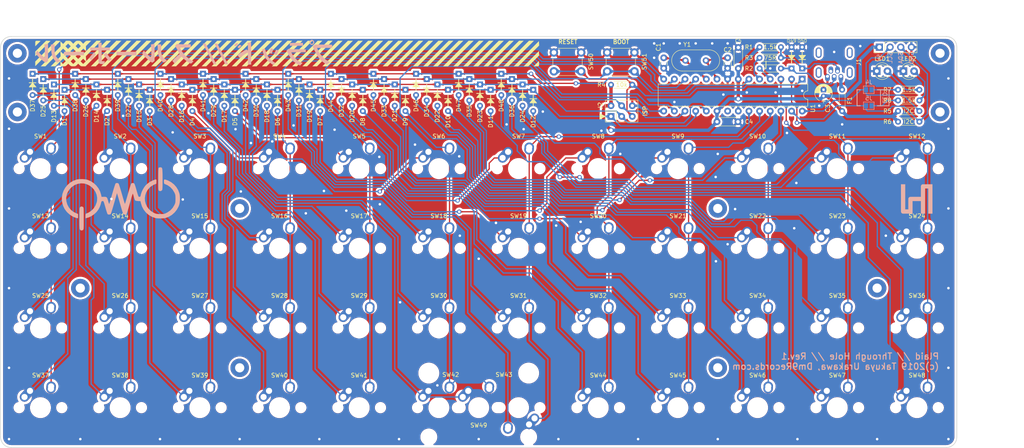
<source format=kicad_pcb>
(kicad_pcb (version 20171130) (host pcbnew "(5.1.2-1)-1")
  (layers (0 F.Cu signal) (31 B.Cu signal) (34 B.Paste user) (35 F.Paste user) (36 B.SilkS user) (37 F.SilkS user) (38 B.Mask user) (39 F.Mask user) (44 Edge.Cuts user))
  (net 0 "")
  (net 1 "Net-(C1-Pad1)")
  (net 2 GND)
  (net 3 /ROW0)
  (net 4 "Net-(D3-Pad2)")
  (net 5 "Net-(D4-Pad2)")
  (net 6 "Net-(D5-Pad2)")
  (net 7 "Net-(D6-Pad2)")
  (net 8 "Net-(D7-Pad2)")
  (net 9 "Net-(D8-Pad2)")
  (net 10 "Net-(D9-Pad2)")
  (net 11 "Net-(D10-Pad2)")
  (net 12 "Net-(D11-Pad2)")
  (net 13 "Net-(D12-Pad2)")
  (net 14 /ROW1)
  (net 15 "Net-(D13-Pad2)")
  (net 16 "Net-(D14-Pad2)")
  (net 17 "Net-(D15-Pad2)")
  (net 18 "Net-(D16-Pad2)")
  (net 19 "Net-(D17-Pad2)")
  (net 20 "Net-(D18-Pad2)")
  (net 21 "Net-(D19-Pad2)")
  (net 22 "Net-(D20-Pad2)")
  (net 23 "Net-(D21-Pad2)")
  (net 24 "Net-(D22-Pad2)")
  (net 25 "Net-(D23-Pad2)")
  (net 26 "Net-(D24-Pad2)")
  (net 27 "Net-(D25-Pad2)")
  (net 28 /ROW2)
  (net 29 "Net-(D26-Pad2)")
  (net 30 "Net-(D27-Pad2)")
  (net 31 "Net-(D28-Pad2)")
  (net 32 "Net-(D29-Pad2)")
  (net 33 "Net-(D30-Pad2)")
  (net 34 "Net-(D31-Pad2)")
  (net 35 "Net-(D32-Pad2)")
  (net 36 "Net-(D33-Pad2)")
  (net 37 "Net-(D34-Pad2)")
  (net 38 "Net-(D35-Pad2)")
  (net 39 "Net-(D36-Pad2)")
  (net 40 "Net-(D37-Pad2)")
  (net 41 "Net-(D38-Pad2)")
  (net 42 "Net-(D39-Pad2)")
  (net 43 "Net-(D40-Pad2)")
  (net 44 "Net-(D41-Pad2)")
  (net 45 "Net-(D42-Pad2)")
  (net 46 "Net-(D43-Pad2)")
  (net 47 "Net-(D44-Pad2)")
  (net 48 "Net-(D45-Pad2)")
  (net 49 "Net-(D46-Pad2)")
  (net 50 "Net-(D47-Pad2)")
  (net 51 "Net-(D48-Pad2)")
  (net 52 /USB_D+)
  (net 53 /USB_D-)
  (net 54 /RESET)
  (net 55 /COL0)
  (net 56 /COL1)
  (net 57 /COL2)
  (net 58 /COL3)
  (net 59 /COL4)
  (net 60 /COL5)
  (net 61 /COL6)
  (net 62 /COL7)
  (net 63 /COL8)
  (net 64 /COL9)
  (net 65 /COL10)
  (net 66 /COL11)
  (net 67 "Net-(C2-Pad1)")
  (net 68 +5V)
  (net 69 "Net-(F1-Pad1)")
  (net 70 "Net-(D1-Pad2)")
  (net 71 "Net-(D2-Pad2)")
  (net 72 "Net-(D49-Pad1)")
  (net 73 "Net-(D50-Pad1)")
  (net 74 /i2c_SCL)
  (net 75 /i2c_SDA)
  (net 76 "Net-(J4-Pad1)")
  (net 77 "Net-(J5-Pad1)")
  (net 78 "Net-(LED1-Pad2)")
  (net 79 "Net-(LED2-Pad2)")
  (net 80 /ROW3)
  (module MX_Alps_Hybrid:MX-1U-NoLED_edit_no_Fsilk (layer F.Cu) (at 135.5 138.5)
    (fp_text reference SW41 (at 0 -7.7) (layer F.SilkS))
    (fp_text value SW_Push hide)
    (pad "" np_thru_hole circle (at 5.08 0 48.0996) (size 1.75 1.75) (drill 1.75) (layers *.Cu *.Mask))
    (pad "" np_thru_hole circle (at -5.08 0 48.0996) (size 1.75 1.75) (drill 1.75) (layers *.Cu *.Mask))
    (pad 1 thru_hole circle (at -2.5 -4) (size 2.25 2.25) (drill 1.47) (layers *.Cu B.Mask) (net 44 "Net-(D41-Pad2)"))
    (pad "" np_thru_hole circle (at 0 0) (size 3.9878 3.9878) (drill 3.9878) (layers *.Cu *.Mask))
    (pad 1 thru_hole oval (at -3.81 -2.54 48.0996) (size 4.211556 2.25) (drill 1.47 (offset 0.980778 0)) (layers *.Cu B.Mask) (net 44 "Net-(D41-Pad2)"))
    (pad 2 thru_hole circle (at 2.54 -5.08) (size 2.25 2.25) (drill 1.47) (layers *.Cu B.Mask) (net 59 /COL4))
    (pad 2 thru_hole oval (at 2.5 -4.5 86.0548) (size 2.831378 2.25) (drill 1.47 (offset 0.290689 0)) (layers *.Cu B.Mask) (net 59 /COL4))
  )
  (module MX_Alps_Hybrid:MX-1U-NoLED_edit_no_Fsilk (layer F.Cu) (at 59.5 138.5)
    (fp_text reference SW37 (at 0 -7.7) (layer F.SilkS))
    (fp_text value SW_Push hide)
    (pad "" np_thru_hole circle (at 5.08 0 48.0996) (size 1.75 1.75) (drill 1.75) (layers *.Cu *.Mask))
    (pad "" np_thru_hole circle (at -5.08 0 48.0996) (size 1.75 1.75) (drill 1.75) (layers *.Cu *.Mask))
    (pad 1 thru_hole circle (at -2.5 -4) (size 2.25 2.25) (drill 1.47) (layers *.Cu B.Mask) (net 40 "Net-(D37-Pad2)"))
    (pad "" np_thru_hole circle (at 0 0) (size 3.9878 3.9878) (drill 3.9878) (layers *.Cu *.Mask))
    (pad 1 thru_hole oval (at -3.81 -2.54 48.0996) (size 4.211556 2.25) (drill 1.47 (offset 0.980778 0)) (layers *.Cu B.Mask) (net 40 "Net-(D37-Pad2)"))
    (pad 2 thru_hole circle (at 2.54 -5.08) (size 2.25 2.25) (drill 1.47) (layers *.Cu B.Mask) (net 55 /COL0))
    (pad 2 thru_hole oval (at 2.5 -4.5 86.0548) (size 2.831378 2.25) (drill 1.47 (offset 0.290689 0)) (layers *.Cu B.Mask) (net 55 /COL0))
  )
  (module MX_Alps_Hybrid:MX-1U-NoLED_edit_no_Fsilk (layer F.Cu) (at 78.5 138.5)
    (fp_text reference SW38 (at 0 -7.7) (layer F.SilkS))
    (fp_text value SW_Push hide)
    (pad "" np_thru_hole circle (at 5.08 0 48.0996) (size 1.75 1.75) (drill 1.75) (layers *.Cu *.Mask))
    (pad "" np_thru_hole circle (at -5.08 0 48.0996) (size 1.75 1.75) (drill 1.75) (layers *.Cu *.Mask))
    (pad 1 thru_hole circle (at -2.5 -4) (size 2.25 2.25) (drill 1.47) (layers *.Cu B.Mask) (net 41 "Net-(D38-Pad2)"))
    (pad "" np_thru_hole circle (at 0 0) (size 3.9878 3.9878) (drill 3.9878) (layers *.Cu *.Mask))
    (pad 1 thru_hole oval (at -3.81 -2.54 48.0996) (size 4.211556 2.25) (drill 1.47 (offset 0.980778 0)) (layers *.Cu B.Mask) (net 41 "Net-(D38-Pad2)"))
    (pad 2 thru_hole circle (at 2.54 -5.08) (size 2.25 2.25) (drill 1.47) (layers *.Cu B.Mask) (net 56 /COL1))
    (pad 2 thru_hole oval (at 2.5 -4.5 86.0548) (size 2.831378 2.25) (drill 1.47 (offset 0.290689 0)) (layers *.Cu B.Mask) (net 56 /COL1))
  )
  (module MX_Alps_Hybrid:MX-1U-NoLED_edit_no_Fsilk (layer F.Cu) (at 97.5 138.5)
    (fp_text reference SW39 (at 0 -7.7) (layer F.SilkS))
    (fp_text value SW_Push hide)
    (pad "" np_thru_hole circle (at 5.08 0 48.0996) (size 1.75 1.75) (drill 1.75) (layers *.Cu *.Mask))
    (pad "" np_thru_hole circle (at -5.08 0 48.0996) (size 1.75 1.75) (drill 1.75) (layers *.Cu *.Mask))
    (pad 1 thru_hole circle (at -2.5 -4) (size 2.25 2.25) (drill 1.47) (layers *.Cu B.Mask) (net 42 "Net-(D39-Pad2)"))
    (pad "" np_thru_hole circle (at 0 0) (size 3.9878 3.9878) (drill 3.9878) (layers *.Cu *.Mask))
    (pad 1 thru_hole oval (at -3.81 -2.54 48.0996) (size 4.211556 2.25) (drill 1.47 (offset 0.980778 0)) (layers *.Cu B.Mask) (net 42 "Net-(D39-Pad2)"))
    (pad 2 thru_hole circle (at 2.54 -5.08) (size 2.25 2.25) (drill 1.47) (layers *.Cu B.Mask) (net 57 /COL2))
    (pad 2 thru_hole oval (at 2.5 -4.5 86.0548) (size 2.831378 2.25) (drill 1.47 (offset 0.290689 0)) (layers *.Cu B.Mask) (net 57 /COL2))
  )
  (module MX_Alps_Hybrid:MX-1U-NoLED_edit_no_Fsilk (layer F.Cu) (at 116.5 138.5)
    (fp_text reference SW40 (at 0 -7.7) (layer F.SilkS))
    (fp_text value SW_Push hide)
    (pad "" np_thru_hole circle (at 5.08 0 48.0996) (size 1.75 1.75) (drill 1.75) (layers *.Cu *.Mask))
    (pad "" np_thru_hole circle (at -5.08 0 48.0996) (size 1.75 1.75) (drill 1.75) (layers *.Cu *.Mask))
    (pad 1 thru_hole circle (at -2.5 -4) (size 2.25 2.25) (drill 1.47) (layers *.Cu B.Mask) (net 43 "Net-(D40-Pad2)"))
    (pad "" np_thru_hole circle (at 0 0) (size 3.9878 3.9878) (drill 3.9878) (layers *.Cu *.Mask))
    (pad 1 thru_hole oval (at -3.81 -2.54 48.0996) (size 4.211556 2.25) (drill 1.47 (offset 0.980778 0)) (layers *.Cu B.Mask) (net 43 "Net-(D40-Pad2)"))
    (pad 2 thru_hole circle (at 2.54 -5.08) (size 2.25 2.25) (drill 1.47) (layers *.Cu B.Mask) (net 58 /COL3))
    (pad 2 thru_hole oval (at 2.5 -4.5 86.0548) (size 2.831378 2.25) (drill 1.47 (offset 0.290689 0)) (layers *.Cu B.Mask) (net 58 /COL3))
  )
  (module MX_Alps_Hybrid:MX-2U-ReversedStabilizers-NoLED (layer F.Cu) (at 164 138.5)
    (fp_text reference SW49 (at 0 4.21) (layer F.SilkS))
    (fp_text value SW_Push hide)
    (pad "" np_thru_hole circle (at 11.938 -8.255) (size 3.9878 3.9878) (drill 3.9878) (layers *.Cu *.Mask))
    (pad "" np_thru_hole circle (at -11.938 -8.255) (size 3.9878 3.9878) (drill 3.9878) (layers *.Cu *.Mask))
    (pad "" np_thru_hole circle (at 11.938 6.985) (size 3.048 3.048) (drill 3.048) (layers *.Cu *.Mask))
    (pad "" np_thru_hole circle (at -11.938 6.985) (size 3.048 3.048) (drill 3.048) (layers *.Cu *.Mask))
    (pad "" np_thru_hole circle (at 5.08 0 48.0996) (size 1.75 1.75) (drill 1.75) (layers *.Cu *.Mask))
    (pad "" np_thru_hole circle (at -5.08 0 48.0996) (size 1.75 1.75) (drill 1.75) (layers *.Cu *.Mask))
    (pad 1 thru_hole circle (at -2.5 -4) (size 2.25 2.25) (drill 1.47) (layers *.Cu B.Mask) (net 45 "Net-(D42-Pad2)"))
    (pad "" np_thru_hole circle (at 0 0) (size 3.9878 3.9878) (drill 3.9878) (layers *.Cu *.Mask))
    (pad 1 thru_hole oval (at -3.81 -2.54 48.0996) (size 4.211556 2.25) (drill 1.47 (offset 0.980778 0)) (layers *.Cu B.Mask) (net 45 "Net-(D42-Pad2)"))
    (pad 2 thru_hole circle (at 2.54 -5.08) (size 2.25 2.25) (drill 1.47) (layers *.Cu B.Mask) (net 60 /COL5))
    (pad 2 thru_hole oval (at 2.5 -4.5 86.0548) (size 2.831378 2.25) (drill 1.47 (offset 0.290689 0)) (layers *.Cu B.Mask) (net 60 /COL5))
  )
  (module SMKJP:Stab_MX_2u (layer F.Cu) (at 164 138.5 180)
    (fp_text reference REF** hide)
    (fp_text value Stab_MX_2u)
    (pad "" np_thru_hole circle (at 11.9 -7 180) (size 3.05 3.05) (drill 3.05) (layers *.Cu *.Mask))
    (pad "" np_thru_hole circle (at -11.9 -7 180) (size 3.05 3.05) (drill 3.05) (layers *.Cu *.Mask))
    (pad "" np_thru_hole circle (at -11.9 8.24 180) (size 4 4) (drill 4) (layers *.Cu *.Mask))
    (pad "" np_thru_hole circle (at 11.9 8.24 180) (size 4 4) (drill 4) (layers *.Cu *.Mask))
  )
  (module MX_Alps_Hybrid:MX-1U-NoLED_edit_no_Fsilk (layer F.Cu) (at 154.5 138.5)
    (fp_text reference SW42 (at 2.815 -7.855) (layer F.SilkS))
    (fp_text value SW_Push hide)
    (pad "" np_thru_hole circle (at 5.08 0 48.0996) (size 1.75 1.75) (drill 1.75) (layers *.Cu *.Mask))
    (pad "" np_thru_hole circle (at -5.08 0 48.0996) (size 1.75 1.75) (drill 1.75) (layers *.Cu *.Mask))
    (pad 1 thru_hole circle (at -2.5 -4) (size 2.25 2.25) (drill 1.47) (layers *.Cu B.Mask) (net 45 "Net-(D42-Pad2)"))
    (pad "" np_thru_hole circle (at 0 0) (size 3.9878 3.9878) (drill 3.9878) (layers *.Cu *.Mask))
    (pad 1 thru_hole oval (at -3.81 -2.54 48.0996) (size 4.211556 2.25) (drill 1.47 (offset 0.980778 0)) (layers *.Cu B.Mask) (net 45 "Net-(D42-Pad2)"))
    (pad 2 thru_hole circle (at 2.54 -5.08) (size 2.25 2.25) (drill 1.47) (layers *.Cu B.Mask) (net 60 /COL5))
    (pad 2 thru_hole oval (at 2.5 -4.5 86.0548) (size 2.831378 2.25) (drill 1.47 (offset 0.290689 0)) (layers *.Cu B.Mask) (net 60 /COL5))
  )
  (module MX_Alps_Hybrid:MX-1U-NoLED_edit_no_Fsilk (layer F.Cu) (at 173.5 138.5 180)
    (fp_text reference SW43 (at 3.485 7.855 180) (layer F.SilkS))
    (fp_text value SW_Push hide)
    (pad "" np_thru_hole circle (at 5.08 0 228.0996) (size 1.75 1.75) (drill 1.75) (layers *.Cu *.Mask))
    (pad "" np_thru_hole circle (at -5.08 0 228.0996) (size 1.75 1.75) (drill 1.75) (layers *.Cu *.Mask))
    (pad 1 thru_hole circle (at -2.5 -4 180) (size 2.25 2.25) (drill 1.47) (layers *.Cu B.Mask) (net 61 /COL6))
    (pad "" np_thru_hole circle (at 0 0 180) (size 3.9878 3.9878) (drill 3.9878) (layers *.Cu *.Mask))
    (pad 1 thru_hole oval (at -3.81 -2.54 228.0996) (size 4.211556 2.25) (drill 1.47 (offset 0.980778 0)) (layers *.Cu B.Mask) (net 61 /COL6))
    (pad 2 thru_hole circle (at 2.54 -5.08 180) (size 2.25 2.25) (drill 1.47) (layers *.Cu B.Mask) (net 46 "Net-(D43-Pad2)"))
    (pad 2 thru_hole oval (at 2.5 -4.5 266.0548) (size 2.831378 2.25) (drill 1.47 (offset 0.290689 0)) (layers *.Cu B.Mask) (net 46 "Net-(D43-Pad2)"))
  )
  (module MX_Alps_Hybrid:MX-1U-NoLED_edit_no_Fsilk (layer F.Cu) (at 192.5 138.5)
    (fp_text reference SW44 (at 0 -7.7) (layer F.SilkS))
    (fp_text value SW_Push hide)
    (pad "" np_thru_hole circle (at 5.08 0 48.0996) (size 1.75 1.75) (drill 1.75) (layers *.Cu *.Mask))
    (pad "" np_thru_hole circle (at -5.08 0 48.0996) (size 1.75 1.75) (drill 1.75) (layers *.Cu *.Mask))
    (pad 1 thru_hole circle (at -2.5 -4) (size 2.25 2.25) (drill 1.47) (layers *.Cu B.Mask) (net 47 "Net-(D44-Pad2)"))
    (pad "" np_thru_hole circle (at 0 0) (size 3.9878 3.9878) (drill 3.9878) (layers *.Cu *.Mask))
    (pad 1 thru_hole oval (at -3.81 -2.54 48.0996) (size 4.211556 2.25) (drill 1.47 (offset 0.980778 0)) (layers *.Cu B.Mask) (net 47 "Net-(D44-Pad2)"))
    (pad 2 thru_hole circle (at 2.54 -5.08) (size 2.25 2.25) (drill 1.47) (layers *.Cu B.Mask) (net 62 /COL7))
    (pad 2 thru_hole oval (at 2.5 -4.5 86.0548) (size 2.831378 2.25) (drill 1.47 (offset 0.290689 0)) (layers *.Cu B.Mask) (net 62 /COL7))
  )
  (module MX_Alps_Hybrid:MX-1U-NoLED_edit_no_Fsilk (layer F.Cu) (at 211.5 138.5)
    (fp_text reference SW45 (at 0 -7.7) (layer F.SilkS))
    (fp_text value SW_Push hide)
    (pad "" np_thru_hole circle (at 5.08 0 48.0996) (size 1.75 1.75) (drill 1.75) (layers *.Cu *.Mask))
    (pad "" np_thru_hole circle (at -5.08 0 48.0996) (size 1.75 1.75) (drill 1.75) (layers *.Cu *.Mask))
    (pad 1 thru_hole circle (at -2.5 -4) (size 2.25 2.25) (drill 1.47) (layers *.Cu B.Mask) (net 48 "Net-(D45-Pad2)"))
    (pad "" np_thru_hole circle (at 0 0) (size 3.9878 3.9878) (drill 3.9878) (layers *.Cu *.Mask))
    (pad 1 thru_hole oval (at -3.81 -2.54 48.0996) (size 4.211556 2.25) (drill 1.47 (offset 0.980778 0)) (layers *.Cu B.Mask) (net 48 "Net-(D45-Pad2)"))
    (pad 2 thru_hole circle (at 2.54 -5.08) (size 2.25 2.25) (drill 1.47) (layers *.Cu B.Mask) (net 63 /COL8))
    (pad 2 thru_hole oval (at 2.5 -4.5 86.0548) (size 2.831378 2.25) (drill 1.47 (offset 0.290689 0)) (layers *.Cu B.Mask) (net 63 /COL8))
  )
  (module MX_Alps_Hybrid:MX-1U-NoLED_edit_no_Fsilk (layer F.Cu) (at 230.5 138.5)
    (fp_text reference SW46 (at 0 -7.7) (layer F.SilkS))
    (fp_text value SW_Push hide)
    (pad "" np_thru_hole circle (at 5.08 0 48.0996) (size 1.75 1.75) (drill 1.75) (layers *.Cu *.Mask))
    (pad "" np_thru_hole circle (at -5.08 0 48.0996) (size 1.75 1.75) (drill 1.75) (layers *.Cu *.Mask))
    (pad 1 thru_hole circle (at -2.5 -4) (size 2.25 2.25) (drill 1.47) (layers *.Cu B.Mask) (net 49 "Net-(D46-Pad2)"))
    (pad "" np_thru_hole circle (at 0 0) (size 3.9878 3.9878) (drill 3.9878) (layers *.Cu *.Mask))
    (pad 1 thru_hole oval (at -3.81 -2.54 48.0996) (size 4.211556 2.25) (drill 1.47 (offset 0.980778 0)) (layers *.Cu B.Mask) (net 49 "Net-(D46-Pad2)"))
    (pad 2 thru_hole circle (at 2.54 -5.08) (size 2.25 2.25) (drill 1.47) (layers *.Cu B.Mask) (net 64 /COL9))
    (pad 2 thru_hole oval (at 2.5 -4.5 86.0548) (size 2.831378 2.25) (drill 1.47 (offset 0.290689 0)) (layers *.Cu B.Mask) (net 64 /COL9))
  )
  (module MX_Alps_Hybrid:MX-1U-NoLED_edit_no_Fsilk (layer F.Cu) (at 249.5 138.5)
    (fp_text reference SW47 (at 0 -7.7) (layer F.SilkS))
    (fp_text value SW_Push hide)
    (pad "" np_thru_hole circle (at 5.08 0 48.0996) (size 1.75 1.75) (drill 1.75) (layers *.Cu *.Mask))
    (pad "" np_thru_hole circle (at -5.08 0 48.0996) (size 1.75 1.75) (drill 1.75) (layers *.Cu *.Mask))
    (pad 1 thru_hole circle (at -2.5 -4) (size 2.25 2.25) (drill 1.47) (layers *.Cu B.Mask) (net 50 "Net-(D47-Pad2)"))
    (pad "" np_thru_hole circle (at 0 0) (size 3.9878 3.9878) (drill 3.9878) (layers *.Cu *.Mask))
    (pad 1 thru_hole oval (at -3.81 -2.54 48.0996) (size 4.211556 2.25) (drill 1.47 (offset 0.980778 0)) (layers *.Cu B.Mask) (net 50 "Net-(D47-Pad2)"))
    (pad 2 thru_hole circle (at 2.54 -5.08) (size 2.25 2.25) (drill 1.47) (layers *.Cu B.Mask) (net 65 /COL10))
    (pad 2 thru_hole oval (at 2.5 -4.5 86.0548) (size 2.831378 2.25) (drill 1.47 (offset 0.290689 0)) (layers *.Cu B.Mask) (net 65 /COL10))
  )
  (module MX_Alps_Hybrid:MX-1U-NoLED_edit_no_Fsilk (layer F.Cu) (at 268.5 138.5)
    (fp_text reference SW48 (at 0 -7.7) (layer F.SilkS))
    (fp_text value SW_Push hide)
    (pad "" np_thru_hole circle (at 5.08 0 48.0996) (size 1.75 1.75) (drill 1.75) (layers *.Cu *.Mask))
    (pad "" np_thru_hole circle (at -5.08 0 48.0996) (size 1.75 1.75) (drill 1.75) (layers *.Cu *.Mask))
    (pad 1 thru_hole circle (at -2.5 -4) (size 2.25 2.25) (drill 1.47) (layers *.Cu B.Mask) (net 51 "Net-(D48-Pad2)"))
    (pad "" np_thru_hole circle (at 0 0) (size 3.9878 3.9878) (drill 3.9878) (layers *.Cu *.Mask))
    (pad 1 thru_hole oval (at -3.81 -2.54 48.0996) (size 4.211556 2.25) (drill 1.47 (offset 0.980778 0)) (layers *.Cu B.Mask) (net 51 "Net-(D48-Pad2)"))
    (pad 2 thru_hole circle (at 2.54 -5.08) (size 2.25 2.25) (drill 1.47) (layers *.Cu B.Mask) (net 66 /COL11))
    (pad 2 thru_hole oval (at 2.5 -4.5 86.0548) (size 2.831378 2.25) (drill 1.47 (offset 0.290689 0)) (layers *.Cu B.Mask) (net 66 /COL11))
  )
  (module MX_Alps_Hybrid:MX-1U-NoLED_edit_no_Fsilk (layer F.Cu) (at 268.5 119.5)
    (fp_text reference SW36 (at 0 -7.7) (layer F.SilkS))
    (fp_text value SW_Push hide)
    (pad "" np_thru_hole circle (at 5.08 0 48.0996) (size 1.75 1.75) (drill 1.75) (layers *.Cu *.Mask))
    (pad "" np_thru_hole circle (at -5.08 0 48.0996) (size 1.75 1.75) (drill 1.75) (layers *.Cu *.Mask))
    (pad 1 thru_hole circle (at -2.5 -4) (size 2.25 2.25) (drill 1.47) (layers *.Cu B.Mask) (net 39 "Net-(D36-Pad2)"))
    (pad "" np_thru_hole circle (at 0 0) (size 3.9878 3.9878) (drill 3.9878) (layers *.Cu *.Mask))
    (pad 1 thru_hole oval (at -3.81 -2.54 48.0996) (size 4.211556 2.25) (drill 1.47 (offset 0.980778 0)) (layers *.Cu B.Mask) (net 39 "Net-(D36-Pad2)"))
    (pad 2 thru_hole circle (at 2.54 -5.08) (size 2.25 2.25) (drill 1.47) (layers *.Cu B.Mask) (net 66 /COL11))
    (pad 2 thru_hole oval (at 2.5 -4.5 86.0548) (size 2.831378 2.25) (drill 1.47 (offset 0.290689 0)) (layers *.Cu B.Mask) (net 66 /COL11))
  )
  (module MX_Alps_Hybrid:MX-1U-NoLED_edit_no_Fsilk (layer F.Cu) (at 249.5 119.5)
    (fp_text reference SW35 (at 0 -7.7) (layer F.SilkS))
    (fp_text value SW_Push hide)
    (pad "" np_thru_hole circle (at 5.08 0 48.0996) (size 1.75 1.75) (drill 1.75) (layers *.Cu *.Mask))
    (pad "" np_thru_hole circle (at -5.08 0 48.0996) (size 1.75 1.75) (drill 1.75) (layers *.Cu *.Mask))
    (pad 1 thru_hole circle (at -2.5 -4) (size 2.25 2.25) (drill 1.47) (layers *.Cu B.Mask) (net 38 "Net-(D35-Pad2)"))
    (pad "" np_thru_hole circle (at 0 0) (size 3.9878 3.9878) (drill 3.9878) (layers *.Cu *.Mask))
    (pad 1 thru_hole oval (at -3.81 -2.54 48.0996) (size 4.211556 2.25) (drill 1.47 (offset 0.980778 0)) (layers *.Cu B.Mask) (net 38 "Net-(D35-Pad2)"))
    (pad 2 thru_hole circle (at 2.54 -5.08) (size 2.25 2.25) (drill 1.47) (layers *.Cu B.Mask) (net 65 /COL10))
    (pad 2 thru_hole oval (at 2.5 -4.5 86.0548) (size 2.831378 2.25) (drill 1.47 (offset 0.290689 0)) (layers *.Cu B.Mask) (net 65 /COL10))
  )
  (module MX_Alps_Hybrid:MX-1U-NoLED_edit_no_Fsilk (layer F.Cu) (at 230.5 119.5)
    (fp_text reference SW34 (at 0 -7.7) (layer F.SilkS))
    (fp_text value SW_Push hide)
    (pad "" np_thru_hole circle (at 5.08 0 48.0996) (size 1.75 1.75) (drill 1.75) (layers *.Cu *.Mask))
    (pad "" np_thru_hole circle (at -5.08 0 48.0996) (size 1.75 1.75) (drill 1.75) (layers *.Cu *.Mask))
    (pad 1 thru_hole circle (at -2.5 -4) (size 2.25 2.25) (drill 1.47) (layers *.Cu B.Mask) (net 37 "Net-(D34-Pad2)"))
    (pad "" np_thru_hole circle (at 0 0) (size 3.9878 3.9878) (drill 3.9878) (layers *.Cu *.Mask))
    (pad 1 thru_hole oval (at -3.81 -2.54 48.0996) (size 4.211556 2.25) (drill 1.47 (offset 0.980778 0)) (layers *.Cu B.Mask) (net 37 "Net-(D34-Pad2)"))
    (pad 2 thru_hole circle (at 2.54 -5.08) (size 2.25 2.25) (drill 1.47) (layers *.Cu B.Mask) (net 64 /COL9))
    (pad 2 thru_hole oval (at 2.5 -4.5 86.0548) (size 2.831378 2.25) (drill 1.47 (offset 0.290689 0)) (layers *.Cu B.Mask) (net 64 /COL9))
  )
  (module MX_Alps_Hybrid:MX-1U-NoLED_edit_no_Fsilk (layer F.Cu) (at 211.5 119.5)
    (fp_text reference SW33 (at 0 -7.7) (layer F.SilkS))
    (fp_text value SW_Push hide)
    (pad "" np_thru_hole circle (at 5.08 0 48.0996) (size 1.75 1.75) (drill 1.75) (layers *.Cu *.Mask))
    (pad "" np_thru_hole circle (at -5.08 0 48.0996) (size 1.75 1.75) (drill 1.75) (layers *.Cu *.Mask))
    (pad 1 thru_hole circle (at -2.5 -4) (size 2.25 2.25) (drill 1.47) (layers *.Cu B.Mask) (net 36 "Net-(D33-Pad2)"))
    (pad "" np_thru_hole circle (at 0 0) (size 3.9878 3.9878) (drill 3.9878) (layers *.Cu *.Mask))
    (pad 1 thru_hole oval (at -3.81 -2.54 48.0996) (size 4.211556 2.25) (drill 1.47 (offset 0.980778 0)) (layers *.Cu B.Mask) (net 36 "Net-(D33-Pad2)"))
    (pad 2 thru_hole circle (at 2.54 -5.08) (size 2.25 2.25) (drill 1.47) (layers *.Cu B.Mask) (net 63 /COL8))
    (pad 2 thru_hole oval (at 2.5 -4.5 86.0548) (size 2.831378 2.25) (drill 1.47 (offset 0.290689 0)) (layers *.Cu B.Mask) (net 63 /COL8))
  )
  (module MX_Alps_Hybrid:MX-1U-NoLED_edit_no_Fsilk (layer F.Cu) (at 192.5 119.5)
    (fp_text reference SW32 (at 0 -7.7) (layer F.SilkS))
    (fp_text value SW_Push hide)
    (pad "" np_thru_hole circle (at 5.08 0 48.0996) (size 1.75 1.75) (drill 1.75) (layers *.Cu *.Mask))
    (pad "" np_thru_hole circle (at -5.08 0 48.0996) (size 1.75 1.75) (drill 1.75) (layers *.Cu *.Mask))
    (pad 1 thru_hole circle (at -2.5 -4) (size 2.25 2.25) (drill 1.47) (layers *.Cu B.Mask) (net 35 "Net-(D32-Pad2)"))
    (pad "" np_thru_hole circle (at 0 0) (size 3.9878 3.9878) (drill 3.9878) (layers *.Cu *.Mask))
    (pad 1 thru_hole oval (at -3.81 -2.54 48.0996) (size 4.211556 2.25) (drill 1.47 (offset 0.980778 0)) (layers *.Cu B.Mask) (net 35 "Net-(D32-Pad2)"))
    (pad 2 thru_hole circle (at 2.54 -5.08) (size 2.25 2.25) (drill 1.47) (layers *.Cu B.Mask) (net 62 /COL7))
    (pad 2 thru_hole oval (at 2.5 -4.5 86.0548) (size 2.831378 2.25) (drill 1.47 (offset 0.290689 0)) (layers *.Cu B.Mask) (net 62 /COL7))
  )
  (module MX_Alps_Hybrid:MX-1U-NoLED_edit_no_Fsilk (layer F.Cu) (at 173.5 119.5)
    (fp_text reference SW31 (at 0 -7.7) (layer F.SilkS))
    (fp_text value SW_Push hide)
    (pad "" np_thru_hole circle (at 5.08 0 48.0996) (size 1.75 1.75) (drill 1.75) (layers *.Cu *.Mask))
    (pad "" np_thru_hole circle (at -5.08 0 48.0996) (size 1.75 1.75) (drill 1.75) (layers *.Cu *.Mask))
    (pad 1 thru_hole circle (at -2.5 -4) (size 2.25 2.25) (drill 1.47) (layers *.Cu B.Mask) (net 34 "Net-(D31-Pad2)"))
    (pad "" np_thru_hole circle (at 0 0) (size 3.9878 3.9878) (drill 3.9878) (layers *.Cu *.Mask))
    (pad 1 thru_hole oval (at -3.81 -2.54 48.0996) (size 4.211556 2.25) (drill 1.47 (offset 0.980778 0)) (layers *.Cu B.Mask) (net 34 "Net-(D31-Pad2)"))
    (pad 2 thru_hole circle (at 2.54 -5.08) (size 2.25 2.25) (drill 1.47) (layers *.Cu B.Mask) (net 61 /COL6))
    (pad 2 thru_hole oval (at 2.5 -4.5 86.0548) (size 2.831378 2.25) (drill 1.47 (offset 0.290689 0)) (layers *.Cu B.Mask) (net 61 /COL6))
  )
  (module MX_Alps_Hybrid:MX-1U-NoLED_edit_no_Fsilk (layer F.Cu) (at 154.5 119.5)
    (fp_text reference SW30 (at 0 -7.7) (layer F.SilkS))
    (fp_text value SW_Push hide)
    (pad "" np_thru_hole circle (at 5.08 0 48.0996) (size 1.75 1.75) (drill 1.75) (layers *.Cu *.Mask))
    (pad "" np_thru_hole circle (at -5.08 0 48.0996) (size 1.75 1.75) (drill 1.75) (layers *.Cu *.Mask))
    (pad 1 thru_hole circle (at -2.5 -4) (size 2.25 2.25) (drill 1.47) (layers *.Cu B.Mask) (net 33 "Net-(D30-Pad2)"))
    (pad "" np_thru_hole circle (at 0 0) (size 3.9878 3.9878) (drill 3.9878) (layers *.Cu *.Mask))
    (pad 1 thru_hole oval (at -3.81 -2.54 48.0996) (size 4.211556 2.25) (drill 1.47 (offset 0.980778 0)) (layers *.Cu B.Mask) (net 33 "Net-(D30-Pad2)"))
    (pad 2 thru_hole circle (at 2.54 -5.08) (size 2.25 2.25) (drill 1.47) (layers *.Cu B.Mask) (net 60 /COL5))
    (pad 2 thru_hole oval (at 2.5 -4.5 86.0548) (size 2.831378 2.25) (drill 1.47 (offset 0.290689 0)) (layers *.Cu B.Mask) (net 60 /COL5))
  )
  (module MX_Alps_Hybrid:MX-1U-NoLED_edit_no_Fsilk (layer F.Cu) (at 135.5 119.5)
    (fp_text reference SW29 (at 0 -7.7) (layer F.SilkS))
    (fp_text value SW_Push hide)
    (pad "" np_thru_hole circle (at 5.08 0 48.0996) (size 1.75 1.75) (drill 1.75) (layers *.Cu *.Mask))
    (pad "" np_thru_hole circle (at -5.08 0 48.0996) (size 1.75 1.75) (drill 1.75) (layers *.Cu *.Mask))
    (pad 1 thru_hole circle (at -2.5 -4) (size 2.25 2.25) (drill 1.47) (layers *.Cu B.Mask) (net 32 "Net-(D29-Pad2)"))
    (pad "" np_thru_hole circle (at 0 0) (size 3.9878 3.9878) (drill 3.9878) (layers *.Cu *.Mask))
    (pad 1 thru_hole oval (at -3.81 -2.54 48.0996) (size 4.211556 2.25) (drill 1.47 (offset 0.980778 0)) (layers *.Cu B.Mask) (net 32 "Net-(D29-Pad2)"))
    (pad 2 thru_hole circle (at 2.54 -5.08) (size 2.25 2.25) (drill 1.47) (layers *.Cu B.Mask) (net 59 /COL4))
    (pad 2 thru_hole oval (at 2.5 -4.5 86.0548) (size 2.831378 2.25) (drill 1.47 (offset 0.290689 0)) (layers *.Cu B.Mask) (net 59 /COL4))
  )
  (module MX_Alps_Hybrid:MX-1U-NoLED_edit_no_Fsilk (layer F.Cu) (at 116.5 119.5)
    (fp_text reference SW28 (at 0 -7.7) (layer F.SilkS))
    (fp_text value SW_Push hide)
    (pad "" np_thru_hole circle (at 5.08 0 48.0996) (size 1.75 1.75) (drill 1.75) (layers *.Cu *.Mask))
    (pad "" np_thru_hole circle (at -5.08 0 48.0996) (size 1.75 1.75) (drill 1.75) (layers *.Cu *.Mask))
    (pad 1 thru_hole circle (at -2.5 -4) (size 2.25 2.25) (drill 1.47) (layers *.Cu B.Mask) (net 31 "Net-(D28-Pad2)"))
    (pad "" np_thru_hole circle (at 0 0) (size 3.9878 3.9878) (drill 3.9878) (layers *.Cu *.Mask))
    (pad 1 thru_hole oval (at -3.81 -2.54 48.0996) (size 4.211556 2.25) (drill 1.47 (offset 0.980778 0)) (layers *.Cu B.Mask) (net 31 "Net-(D28-Pad2)"))
    (pad 2 thru_hole circle (at 2.54 -5.08) (size 2.25 2.25) (drill 1.47) (layers *.Cu B.Mask) (net 58 /COL3))
    (pad 2 thru_hole oval (at 2.5 -4.5 86.0548) (size 2.831378 2.25) (drill 1.47 (offset 0.290689 0)) (layers *.Cu B.Mask) (net 58 /COL3))
  )
  (module MX_Alps_Hybrid:MX-1U-NoLED_edit_no_Fsilk (layer F.Cu) (at 97.5 119.5)
    (fp_text reference SW27 (at 0 -7.7) (layer F.SilkS))
    (fp_text value SW_Push hide)
    (pad "" np_thru_hole circle (at 5.08 0 48.0996) (size 1.75 1.75) (drill 1.75) (layers *.Cu *.Mask))
    (pad "" np_thru_hole circle (at -5.08 0 48.0996) (size 1.75 1.75) (drill 1.75) (layers *.Cu *.Mask))
    (pad 1 thru_hole circle (at -2.5 -4) (size 2.25 2.25) (drill 1.47) (layers *.Cu B.Mask) (net 30 "Net-(D27-Pad2)"))
    (pad "" np_thru_hole circle (at 0 0) (size 3.9878 3.9878) (drill 3.9878) (layers *.Cu *.Mask))
    (pad 1 thru_hole oval (at -3.81 -2.54 48.0996) (size 4.211556 2.25) (drill 1.47 (offset 0.980778 0)) (layers *.Cu B.Mask) (net 30 "Net-(D27-Pad2)"))
    (pad 2 thru_hole circle (at 2.54 -5.08) (size 2.25 2.25) (drill 1.47) (layers *.Cu B.Mask) (net 57 /COL2))
    (pad 2 thru_hole oval (at 2.5 -4.5 86.0548) (size 2.831378 2.25) (drill 1.47 (offset 0.290689 0)) (layers *.Cu B.Mask) (net 57 /COL2))
  )
  (module MX_Alps_Hybrid:MX-1U-NoLED_edit_no_Fsilk (layer F.Cu) (at 78.5 119.5)
    (fp_text reference SW26 (at 0 -7.7) (layer F.SilkS))
    (fp_text value SW_Push hide)
    (pad "" np_thru_hole circle (at 5.08 0 48.0996) (size 1.75 1.75) (drill 1.75) (layers *.Cu *.Mask))
    (pad "" np_thru_hole circle (at -5.08 0 48.0996) (size 1.75 1.75) (drill 1.75) (layers *.Cu *.Mask))
    (pad 1 thru_hole circle (at -2.5 -4) (size 2.25 2.25) (drill 1.47) (layers *.Cu B.Mask) (net 29 "Net-(D26-Pad2)"))
    (pad "" np_thru_hole circle (at 0 0) (size 3.9878 3.9878) (drill 3.9878) (layers *.Cu *.Mask))
    (pad 1 thru_hole oval (at -3.81 -2.54 48.0996) (size 4.211556 2.25) (drill 1.47 (offset 0.980778 0)) (layers *.Cu B.Mask) (net 29 "Net-(D26-Pad2)"))
    (pad 2 thru_hole circle (at 2.54 -5.08) (size 2.25 2.25) (drill 1.47) (layers *.Cu B.Mask) (net 56 /COL1))
    (pad 2 thru_hole oval (at 2.5 -4.5 86.0548) (size 2.831378 2.25) (drill 1.47 (offset 0.290689 0)) (layers *.Cu B.Mask) (net 56 /COL1))
  )
  (module MX_Alps_Hybrid:MX-1U-NoLED_edit_no_Fsilk (layer F.Cu) (at 59.5 119.5)
    (fp_text reference SW25 (at 0 -7.7) (layer F.SilkS))
    (fp_text value SW_Push hide)
    (pad "" np_thru_hole circle (at 5.08 0 48.0996) (size 1.75 1.75) (drill 1.75) (layers *.Cu *.Mask))
    (pad "" np_thru_hole circle (at -5.08 0 48.0996) (size 1.75 1.75) (drill 1.75) (layers *.Cu *.Mask))
    (pad 1 thru_hole circle (at -2.5 -4) (size 2.25 2.25) (drill 1.47) (layers *.Cu B.Mask) (net 27 "Net-(D25-Pad2)"))
    (pad "" np_thru_hole circle (at 0 0) (size 3.9878 3.9878) (drill 3.9878) (layers *.Cu *.Mask))
    (pad 1 thru_hole oval (at -3.81 -2.54 48.0996) (size 4.211556 2.25) (drill 1.47 (offset 0.980778 0)) (layers *.Cu B.Mask) (net 27 "Net-(D25-Pad2)"))
    (pad 2 thru_hole circle (at 2.54 -5.08) (size 2.25 2.25) (drill 1.47) (layers *.Cu B.Mask) (net 55 /COL0))
    (pad 2 thru_hole oval (at 2.5 -4.5 86.0548) (size 2.831378 2.25) (drill 1.47 (offset 0.290689 0)) (layers *.Cu B.Mask) (net 55 /COL0))
  )
  (module MX_Alps_Hybrid:MX-1U-NoLED_edit_no_Fsilk (layer F.Cu) (at 59.5 100.5)
    (fp_text reference SW13 (at 0 -7.7) (layer F.SilkS))
    (fp_text value SW_Push hide)
    (pad "" np_thru_hole circle (at 5.08 0 48.0996) (size 1.75 1.75) (drill 1.75) (layers *.Cu *.Mask))
    (pad "" np_thru_hole circle (at -5.08 0 48.0996) (size 1.75 1.75) (drill 1.75) (layers *.Cu *.Mask))
    (pad 1 thru_hole circle (at -2.5 -4) (size 2.25 2.25) (drill 1.47) (layers *.Cu B.Mask) (net 15 "Net-(D13-Pad2)"))
    (pad "" np_thru_hole circle (at 0 0) (size 3.9878 3.9878) (drill 3.9878) (layers *.Cu *.Mask))
    (pad 1 thru_hole oval (at -3.81 -2.54 48.0996) (size 4.211556 2.25) (drill 1.47 (offset 0.980778 0)) (layers *.Cu B.Mask) (net 15 "Net-(D13-Pad2)"))
    (pad 2 thru_hole circle (at 2.54 -5.08) (size 2.25 2.25) (drill 1.47) (layers *.Cu B.Mask) (net 55 /COL0))
    (pad 2 thru_hole oval (at 2.5 -4.5 86.0548) (size 2.831378 2.25) (drill 1.47 (offset 0.290689 0)) (layers *.Cu B.Mask) (net 55 /COL0))
  )
  (module MX_Alps_Hybrid:MX-1U-NoLED_edit_no_Fsilk (layer F.Cu) (at 78.5 100.5)
    (fp_text reference SW14 (at 0 -7.7) (layer F.SilkS))
    (fp_text value SW_Push hide)
    (pad "" np_thru_hole circle (at 5.08 0 48.0996) (size 1.75 1.75) (drill 1.75) (layers *.Cu *.Mask))
    (pad "" np_thru_hole circle (at -5.08 0 48.0996) (size 1.75 1.75) (drill 1.75) (layers *.Cu *.Mask))
    (pad 1 thru_hole circle (at -2.5 -4) (size 2.25 2.25) (drill 1.47) (layers *.Cu B.Mask) (net 16 "Net-(D14-Pad2)"))
    (pad "" np_thru_hole circle (at 0 0) (size 3.9878 3.9878) (drill 3.9878) (layers *.Cu *.Mask))
    (pad 1 thru_hole oval (at -3.81 -2.54 48.0996) (size 4.211556 2.25) (drill 1.47 (offset 0.980778 0)) (layers *.Cu B.Mask) (net 16 "Net-(D14-Pad2)"))
    (pad 2 thru_hole circle (at 2.54 -5.08) (size 2.25 2.25) (drill 1.47) (layers *.Cu B.Mask) (net 56 /COL1))
    (pad 2 thru_hole oval (at 2.5 -4.5 86.0548) (size 2.831378 2.25) (drill 1.47 (offset 0.290689 0)) (layers *.Cu B.Mask) (net 56 /COL1))
  )
  (module MX_Alps_Hybrid:MX-1U-NoLED_edit_no_Fsilk (layer F.Cu) (at 97.5 100.5)
    (fp_text reference SW15 (at 0 -7.7) (layer F.SilkS))
    (fp_text value SW_Push hide)
    (pad "" np_thru_hole circle (at 5.08 0 48.0996) (size 1.75 1.75) (drill 1.75) (layers *.Cu *.Mask))
    (pad "" np_thru_hole circle (at -5.08 0 48.0996) (size 1.75 1.75) (drill 1.75) (layers *.Cu *.Mask))
    (pad 1 thru_hole circle (at -2.5 -4) (size 2.25 2.25) (drill 1.47) (layers *.Cu B.Mask) (net 17 "Net-(D15-Pad2)"))
    (pad "" np_thru_hole circle (at 0 0) (size 3.9878 3.9878) (drill 3.9878) (layers *.Cu *.Mask))
    (pad 1 thru_hole oval (at -3.81 -2.54 48.0996) (size 4.211556 2.25) (drill 1.47 (offset 0.980778 0)) (layers *.Cu B.Mask) (net 17 "Net-(D15-Pad2)"))
    (pad 2 thru_hole circle (at 2.54 -5.08) (size 2.25 2.25) (drill 1.47) (layers *.Cu B.Mask) (net 57 /COL2))
    (pad 2 thru_hole oval (at 2.5 -4.5 86.0548) (size 2.831378 2.25) (drill 1.47 (offset 0.290689 0)) (layers *.Cu B.Mask) (net 57 /COL2))
  )
  (module MX_Alps_Hybrid:MX-1U-NoLED_edit_no_Fsilk (layer F.Cu) (at 116.5 100.5)
    (fp_text reference SW16 (at 0 -7.7) (layer F.SilkS))
    (fp_text value SW_Push hide)
    (pad "" np_thru_hole circle (at 5.08 0 48.0996) (size 1.75 1.75) (drill 1.75) (layers *.Cu *.Mask))
    (pad "" np_thru_hole circle (at -5.08 0 48.0996) (size 1.75 1.75) (drill 1.75) (layers *.Cu *.Mask))
    (pad 1 thru_hole circle (at -2.5 -4) (size 2.25 2.25) (drill 1.47) (layers *.Cu B.Mask) (net 18 "Net-(D16-Pad2)"))
    (pad "" np_thru_hole circle (at 0 0) (size 3.9878 3.9878) (drill 3.9878) (layers *.Cu *.Mask))
    (pad 1 thru_hole oval (at -3.81 -2.54 48.0996) (size 4.211556 2.25) (drill 1.47 (offset 0.980778 0)) (layers *.Cu B.Mask) (net 18 "Net-(D16-Pad2)"))
    (pad 2 thru_hole circle (at 2.54 -5.08) (size 2.25 2.25) (drill 1.47) (layers *.Cu B.Mask) (net 58 /COL3))
    (pad 2 thru_hole oval (at 2.5 -4.5 86.0548) (size 2.831378 2.25) (drill 1.47 (offset 0.290689 0)) (layers *.Cu B.Mask) (net 58 /COL3))
  )
  (module MX_Alps_Hybrid:MX-1U-NoLED_edit_no_Fsilk (layer F.Cu) (at 135.5 100.5)
    (fp_text reference SW17 (at 0 -7.7) (layer F.SilkS))
    (fp_text value SW_Push hide)
    (pad "" np_thru_hole circle (at 5.08 0 48.0996) (size 1.75 1.75) (drill 1.75) (layers *.Cu *.Mask))
    (pad "" np_thru_hole circle (at -5.08 0 48.0996) (size 1.75 1.75) (drill 1.75) (layers *.Cu *.Mask))
    (pad 1 thru_hole circle (at -2.5 -4) (size 2.25 2.25) (drill 1.47) (layers *.Cu B.Mask) (net 19 "Net-(D17-Pad2)"))
    (pad "" np_thru_hole circle (at 0 0) (size 3.9878 3.9878) (drill 3.9878) (layers *.Cu *.Mask))
    (pad 1 thru_hole oval (at -3.81 -2.54 48.0996) (size 4.211556 2.25) (drill 1.47 (offset 0.980778 0)) (layers *.Cu B.Mask) (net 19 "Net-(D17-Pad2)"))
    (pad 2 thru_hole circle (at 2.54 -5.08) (size 2.25 2.25) (drill 1.47) (layers *.Cu B.Mask) (net 59 /COL4))
    (pad 2 thru_hole oval (at 2.5 -4.5 86.0548) (size 2.831378 2.25) (drill 1.47 (offset 0.290689 0)) (layers *.Cu B.Mask) (net 59 /COL4))
  )
  (module MX_Alps_Hybrid:MX-1U-NoLED_edit_no_Fsilk (layer F.Cu) (at 154.5 100.5)
    (fp_text reference SW18 (at 0 -7.7) (layer F.SilkS))
    (fp_text value SW_Push hide)
    (pad "" np_thru_hole circle (at 5.08 0 48.0996) (size 1.75 1.75) (drill 1.75) (layers *.Cu *.Mask))
    (pad "" np_thru_hole circle (at -5.08 0 48.0996) (size 1.75 1.75) (drill 1.75) (layers *.Cu *.Mask))
    (pad 1 thru_hole circle (at -2.5 -4) (size 2.25 2.25) (drill 1.47) (layers *.Cu B.Mask) (net 20 "Net-(D18-Pad2)"))
    (pad "" np_thru_hole circle (at 0 0) (size 3.9878 3.9878) (drill 3.9878) (layers *.Cu *.Mask))
    (pad 1 thru_hole oval (at -3.81 -2.54 48.0996) (size 4.211556 2.25) (drill 1.47 (offset 0.980778 0)) (layers *.Cu B.Mask) (net 20 "Net-(D18-Pad2)"))
    (pad 2 thru_hole circle (at 2.54 -5.08) (size 2.25 2.25) (drill 1.47) (layers *.Cu B.Mask) (net 60 /COL5))
    (pad 2 thru_hole oval (at 2.5 -4.5 86.0548) (size 2.831378 2.25) (drill 1.47 (offset 0.290689 0)) (layers *.Cu B.Mask) (net 60 /COL5))
  )
  (module MX_Alps_Hybrid:MX-1U-NoLED_edit_no_Fsilk (layer F.Cu) (at 173.5 100.5)
    (fp_text reference SW19 (at 0 -7.7) (layer F.SilkS))
    (fp_text value SW_Push hide)
    (pad "" np_thru_hole circle (at 5.08 0 48.0996) (size 1.75 1.75) (drill 1.75) (layers *.Cu *.Mask))
    (pad "" np_thru_hole circle (at -5.08 0 48.0996) (size 1.75 1.75) (drill 1.75) (layers *.Cu *.Mask))
    (pad 1 thru_hole circle (at -2.5 -4) (size 2.25 2.25) (drill 1.47) (layers *.Cu B.Mask) (net 21 "Net-(D19-Pad2)"))
    (pad "" np_thru_hole circle (at 0 0) (size 3.9878 3.9878) (drill 3.9878) (layers *.Cu *.Mask))
    (pad 1 thru_hole oval (at -3.81 -2.54 48.0996) (size 4.211556 2.25) (drill 1.47 (offset 0.980778 0)) (layers *.Cu B.Mask) (net 21 "Net-(D19-Pad2)"))
    (pad 2 thru_hole circle (at 2.54 -5.08) (size 2.25 2.25) (drill 1.47) (layers *.Cu B.Mask) (net 61 /COL6))
    (pad 2 thru_hole oval (at 2.5 -4.5 86.0548) (size 2.831378 2.25) (drill 1.47 (offset 0.290689 0)) (layers *.Cu B.Mask) (net 61 /COL6))
  )
  (module MX_Alps_Hybrid:MX-1U-NoLED_edit_no_Fsilk (layer F.Cu) (at 192.5 100.5)
    (fp_text reference SW20 (at 0 -7.7) (layer F.SilkS))
    (fp_text value SW_Push hide)
    (pad "" np_thru_hole circle (at 5.08 0 48.0996) (size 1.75 1.75) (drill 1.75) (layers *.Cu *.Mask))
    (pad "" np_thru_hole circle (at -5.08 0 48.0996) (size 1.75 1.75) (drill 1.75) (layers *.Cu *.Mask))
    (pad 1 thru_hole circle (at -2.5 -4) (size 2.25 2.25) (drill 1.47) (layers *.Cu B.Mask) (net 22 "Net-(D20-Pad2)"))
    (pad "" np_thru_hole circle (at 0 0) (size 3.9878 3.9878) (drill 3.9878) (layers *.Cu *.Mask))
    (pad 1 thru_hole oval (at -3.81 -2.54 48.0996) (size 4.211556 2.25) (drill 1.47 (offset 0.980778 0)) (layers *.Cu B.Mask) (net 22 "Net-(D20-Pad2)"))
    (pad 2 thru_hole circle (at 2.54 -5.08) (size 2.25 2.25) (drill 1.47) (layers *.Cu B.Mask) (net 62 /COL7))
    (pad 2 thru_hole oval (at 2.5 -4.5 86.0548) (size 2.831378 2.25) (drill 1.47 (offset 0.290689 0)) (layers *.Cu B.Mask) (net 62 /COL7))
  )
  (module MX_Alps_Hybrid:MX-1U-NoLED_edit_no_Fsilk (layer F.Cu) (at 211.5 100.5)
    (fp_text reference SW21 (at 0 -7.7) (layer F.SilkS))
    (fp_text value SW_Push hide)
    (pad "" np_thru_hole circle (at 5.08 0 48.0996) (size 1.75 1.75) (drill 1.75) (layers *.Cu *.Mask))
    (pad "" np_thru_hole circle (at -5.08 0 48.0996) (size 1.75 1.75) (drill 1.75) (layers *.Cu *.Mask))
    (pad 1 thru_hole circle (at -2.5 -4) (size 2.25 2.25) (drill 1.47) (layers *.Cu B.Mask) (net 23 "Net-(D21-Pad2)"))
    (pad "" np_thru_hole circle (at 0 0) (size 3.9878 3.9878) (drill 3.9878) (layers *.Cu *.Mask))
    (pad 1 thru_hole oval (at -3.81 -2.54 48.0996) (size 4.211556 2.25) (drill 1.47 (offset 0.980778 0)) (layers *.Cu B.Mask) (net 23 "Net-(D21-Pad2)"))
    (pad 2 thru_hole circle (at 2.54 -5.08) (size 2.25 2.25) (drill 1.47) (layers *.Cu B.Mask) (net 63 /COL8))
    (pad 2 thru_hole oval (at 2.5 -4.5 86.0548) (size 2.831378 2.25) (drill 1.47 (offset 0.290689 0)) (layers *.Cu B.Mask) (net 63 /COL8))
  )
  (module MX_Alps_Hybrid:MX-1U-NoLED_edit_no_Fsilk (layer F.Cu) (at 230.5 100.5)
    (fp_text reference SW22 (at 0 -7.7) (layer F.SilkS))
    (fp_text value SW_Push hide)
    (pad "" np_thru_hole circle (at 5.08 0 48.0996) (size 1.75 1.75) (drill 1.75) (layers *.Cu *.Mask))
    (pad "" np_thru_hole circle (at -5.08 0 48.0996) (size 1.75 1.75) (drill 1.75) (layers *.Cu *.Mask))
    (pad 1 thru_hole circle (at -2.5 -4) (size 2.25 2.25) (drill 1.47) (layers *.Cu B.Mask) (net 24 "Net-(D22-Pad2)"))
    (pad "" np_thru_hole circle (at 0 0) (size 3.9878 3.9878) (drill 3.9878) (layers *.Cu *.Mask))
    (pad 1 thru_hole oval (at -3.81 -2.54 48.0996) (size 4.211556 2.25) (drill 1.47 (offset 0.980778 0)) (layers *.Cu B.Mask) (net 24 "Net-(D22-Pad2)"))
    (pad 2 thru_hole circle (at 2.54 -5.08) (size 2.25 2.25) (drill 1.47) (layers *.Cu B.Mask) (net 64 /COL9))
    (pad 2 thru_hole oval (at 2.5 -4.5 86.0548) (size 2.831378 2.25) (drill 1.47 (offset 0.290689 0)) (layers *.Cu B.Mask) (net 64 /COL9))
  )
  (module MX_Alps_Hybrid:MX-1U-NoLED_edit_no_Fsilk (layer F.Cu) (at 249.5 100.5)
    (fp_text reference SW23 (at 0 -7.7) (layer F.SilkS))
    (fp_text value SW_Push hide)
    (pad "" np_thru_hole circle (at 5.08 0 48.0996) (size 1.75 1.75) (drill 1.75) (layers *.Cu *.Mask))
    (pad "" np_thru_hole circle (at -5.08 0 48.0996) (size 1.75 1.75) (drill 1.75) (layers *.Cu *.Mask))
    (pad 1 thru_hole circle (at -2.5 -4) (size 2.25 2.25) (drill 1.47) (layers *.Cu B.Mask) (net 25 "Net-(D23-Pad2)"))
    (pad "" np_thru_hole circle (at 0 0) (size 3.9878 3.9878) (drill 3.9878) (layers *.Cu *.Mask))
    (pad 1 thru_hole oval (at -3.81 -2.54 48.0996) (size 4.211556 2.25) (drill 1.47 (offset 0.980778 0)) (layers *.Cu B.Mask) (net 25 "Net-(D23-Pad2)"))
    (pad 2 thru_hole circle (at 2.54 -5.08) (size 2.25 2.25) (drill 1.47) (layers *.Cu B.Mask) (net 65 /COL10))
    (pad 2 thru_hole oval (at 2.5 -4.5 86.0548) (size 2.831378 2.25) (drill 1.47 (offset 0.290689 0)) (layers *.Cu B.Mask) (net 65 /COL10))
  )
  (module MX_Alps_Hybrid:MX-1U-NoLED_edit_no_Fsilk (layer F.Cu) (at 268.5 100.5)
    (fp_text reference SW24 (at 0 -7.7) (layer F.SilkS))
    (fp_text value SW_Push hide)
    (pad "" np_thru_hole circle (at 5.08 0 48.0996) (size 1.75 1.75) (drill 1.75) (layers *.Cu *.Mask))
    (pad "" np_thru_hole circle (at -5.08 0 48.0996) (size 1.75 1.75) (drill 1.75) (layers *.Cu *.Mask))
    (pad 1 thru_hole circle (at -2.5 -4) (size 2.25 2.25) (drill 1.47) (layers *.Cu B.Mask) (net 26 "Net-(D24-Pad2)"))
    (pad "" np_thru_hole circle (at 0 0) (size 3.9878 3.9878) (drill 3.9878) (layers *.Cu *.Mask))
    (pad 1 thru_hole oval (at -3.81 -2.54 48.0996) (size 4.211556 2.25) (drill 1.47 (offset 0.980778 0)) (layers *.Cu B.Mask) (net 26 "Net-(D24-Pad2)"))
    (pad 2 thru_hole circle (at 2.54 -5.08) (size 2.25 2.25) (drill 1.47) (layers *.Cu B.Mask) (net 66 /COL11))
    (pad 2 thru_hole oval (at 2.5 -4.5 86.0548) (size 2.831378 2.25) (drill 1.47 (offset 0.290689 0)) (layers *.Cu B.Mask) (net 66 /COL11))
  )
  (module MX_Alps_Hybrid:MX-1U-NoLED_edit_no_Fsilk (layer F.Cu) (at 268.5 81.5)
    (fp_text reference SW12 (at 0 -7.7) (layer F.SilkS))
    (fp_text value SW_Push hide)
    (pad "" np_thru_hole circle (at 5.08 0 48.0996) (size 1.75 1.75) (drill 1.75) (layers *.Cu *.Mask))
    (pad "" np_thru_hole circle (at -5.08 0 48.0996) (size 1.75 1.75) (drill 1.75) (layers *.Cu *.Mask))
    (pad 1 thru_hole circle (at -2.5 -4) (size 2.25 2.25) (drill 1.47) (layers *.Cu B.Mask) (net 13 "Net-(D12-Pad2)"))
    (pad "" np_thru_hole circle (at 0 0) (size 3.9878 3.9878) (drill 3.9878) (layers *.Cu *.Mask))
    (pad 1 thru_hole oval (at -3.81 -2.54 48.0996) (size 4.211556 2.25) (drill 1.47 (offset 0.980778 0)) (layers *.Cu B.Mask) (net 13 "Net-(D12-Pad2)"))
    (pad 2 thru_hole circle (at 2.54 -5.08) (size 2.25 2.25) (drill 1.47) (layers *.Cu B.Mask) (net 66 /COL11))
    (pad 2 thru_hole oval (at 2.5 -4.5 86.0548) (size 2.831378 2.25) (drill 1.47 (offset 0.290689 0)) (layers *.Cu B.Mask) (net 66 /COL11))
  )
  (module MX_Alps_Hybrid:MX-1U-NoLED_edit_no_Fsilk (layer F.Cu) (at 249.5 81.5)
    (fp_text reference SW11 (at 0 -7.7) (layer F.SilkS))
    (fp_text value SW_Push hide)
    (pad "" np_thru_hole circle (at 5.08 0 48.0996) (size 1.75 1.75) (drill 1.75) (layers *.Cu *.Mask))
    (pad "" np_thru_hole circle (at -5.08 0 48.0996) (size 1.75 1.75) (drill 1.75) (layers *.Cu *.Mask))
    (pad 1 thru_hole circle (at -2.5 -4) (size 2.25 2.25) (drill 1.47) (layers *.Cu B.Mask) (net 12 "Net-(D11-Pad2)"))
    (pad "" np_thru_hole circle (at 0 0) (size 3.9878 3.9878) (drill 3.9878) (layers *.Cu *.Mask))
    (pad 1 thru_hole oval (at -3.81 -2.54 48.0996) (size 4.211556 2.25) (drill 1.47 (offset 0.980778 0)) (layers *.Cu B.Mask) (net 12 "Net-(D11-Pad2)"))
    (pad 2 thru_hole circle (at 2.54 -5.08) (size 2.25 2.25) (drill 1.47) (layers *.Cu B.Mask) (net 65 /COL10))
    (pad 2 thru_hole oval (at 2.5 -4.5 86.0548) (size 2.831378 2.25) (drill 1.47 (offset 0.290689 0)) (layers *.Cu B.Mask) (net 65 /COL10))
  )
  (module MX_Alps_Hybrid:MX-1U-NoLED_edit_no_Fsilk (layer F.Cu) (at 230.5 81.5)
    (fp_text reference SW10 (at 0 -7.7) (layer F.SilkS))
    (fp_text value SW_Push hide)
    (pad "" np_thru_hole circle (at 5.08 0 48.0996) (size 1.75 1.75) (drill 1.75) (layers *.Cu *.Mask))
    (pad "" np_thru_hole circle (at -5.08 0 48.0996) (size 1.75 1.75) (drill 1.75) (layers *.Cu *.Mask))
    (pad 1 thru_hole circle (at -2.5 -4) (size 2.25 2.25) (drill 1.47) (layers *.Cu B.Mask) (net 11 "Net-(D10-Pad2)"))
    (pad "" np_thru_hole circle (at 0 0) (size 3.9878 3.9878) (drill 3.9878) (layers *.Cu *.Mask))
    (pad 1 thru_hole oval (at -3.81 -2.54 48.0996) (size 4.211556 2.25) (drill 1.47 (offset 0.980778 0)) (layers *.Cu B.Mask) (net 11 "Net-(D10-Pad2)"))
    (pad 2 thru_hole circle (at 2.54 -5.08) (size 2.25 2.25) (drill 1.47) (layers *.Cu B.Mask) (net 64 /COL9))
    (pad 2 thru_hole oval (at 2.5 -4.5 86.0548) (size 2.831378 2.25) (drill 1.47 (offset 0.290689 0)) (layers *.Cu B.Mask) (net 64 /COL9))
  )
  (module MX_Alps_Hybrid:MX-1U-NoLED_edit_no_Fsilk (layer F.Cu) (at 211.5 81.5)
    (fp_text reference SW9 (at 0 -7.7) (layer F.SilkS))
    (fp_text value SW_Push hide)
    (pad "" np_thru_hole circle (at 5.08 0 48.0996) (size 1.75 1.75) (drill 1.75) (layers *.Cu *.Mask))
    (pad "" np_thru_hole circle (at -5.08 0 48.0996) (size 1.75 1.75) (drill 1.75) (layers *.Cu *.Mask))
    (pad 1 thru_hole circle (at -2.5 -4) (size 2.25 2.25) (drill 1.47) (layers *.Cu B.Mask) (net 10 "Net-(D9-Pad2)"))
    (pad "" np_thru_hole circle (at 0 0) (size 3.9878 3.9878) (drill 3.9878) (layers *.Cu *.Mask))
    (pad 1 thru_hole oval (at -3.81 -2.54 48.0996) (size 4.211556 2.25) (drill 1.47 (offset 0.980778 0)) (layers *.Cu B.Mask) (net 10 "Net-(D9-Pad2)"))
    (pad 2 thru_hole circle (at 2.54 -5.08) (size 2.25 2.25) (drill 1.47) (layers *.Cu B.Mask) (net 63 /COL8))
    (pad 2 thru_hole oval (at 2.5 -4.5 86.0548) (size 2.831378 2.25) (drill 1.47 (offset 0.290689 0)) (layers *.Cu B.Mask) (net 63 /COL8))
  )
  (module MX_Alps_Hybrid:MX-1U-NoLED_edit_no_Fsilk (layer F.Cu) (at 192.5 81.5)
    (fp_text reference SW8 (at 0 -7.7) (layer F.SilkS))
    (fp_text value SW_Push hide)
    (pad "" np_thru_hole circle (at 5.08 0 48.0996) (size 1.75 1.75) (drill 1.75) (layers *.Cu *.Mask))
    (pad "" np_thru_hole circle (at -5.08 0 48.0996) (size 1.75 1.75) (drill 1.75) (layers *.Cu *.Mask))
    (pad 1 thru_hole circle (at -2.5 -4) (size 2.25 2.25) (drill 1.47) (layers *.Cu B.Mask) (net 9 "Net-(D8-Pad2)"))
    (pad "" np_thru_hole circle (at 0 0) (size 3.9878 3.9878) (drill 3.9878) (layers *.Cu *.Mask))
    (pad 1 thru_hole oval (at -3.81 -2.54 48.0996) (size 4.211556 2.25) (drill 1.47 (offset 0.980778 0)) (layers *.Cu B.Mask) (net 9 "Net-(D8-Pad2)"))
    (pad 2 thru_hole circle (at 2.54 -5.08) (size 2.25 2.25) (drill 1.47) (layers *.Cu B.Mask) (net 62 /COL7))
    (pad 2 thru_hole oval (at 2.5 -4.5 86.0548) (size 2.831378 2.25) (drill 1.47 (offset 0.290689 0)) (layers *.Cu B.Mask) (net 62 /COL7))
  )
  (module MX_Alps_Hybrid:MX-1U-NoLED_edit_no_Fsilk (layer F.Cu) (at 173.5 81.5)
    (fp_text reference SW7 (at 0 -7.7) (layer F.SilkS))
    (fp_text value SW_Push hide)
    (pad "" np_thru_hole circle (at 5.08 0 48.0996) (size 1.75 1.75) (drill 1.75) (layers *.Cu *.Mask))
    (pad "" np_thru_hole circle (at -5.08 0 48.0996) (size 1.75 1.75) (drill 1.75) (layers *.Cu *.Mask))
    (pad 1 thru_hole circle (at -2.5 -4) (size 2.25 2.25) (drill 1.47) (layers *.Cu B.Mask) (net 8 "Net-(D7-Pad2)"))
    (pad "" np_thru_hole circle (at 0 0) (size 3.9878 3.9878) (drill 3.9878) (layers *.Cu *.Mask))
    (pad 1 thru_hole oval (at -3.81 -2.54 48.0996) (size 4.211556 2.25) (drill 1.47 (offset 0.980778 0)) (layers *.Cu B.Mask) (net 8 "Net-(D7-Pad2)"))
    (pad 2 thru_hole circle (at 2.54 -5.08) (size 2.25 2.25) (drill 1.47) (layers *.Cu B.Mask) (net 61 /COL6))
    (pad 2 thru_hole oval (at 2.5 -4.5 86.0548) (size 2.831378 2.25) (drill 1.47 (offset 0.290689 0)) (layers *.Cu B.Mask) (net 61 /COL6))
  )
  (module MX_Alps_Hybrid:MX-1U-NoLED_edit_no_Fsilk (layer F.Cu) (at 154.5 81.5)
    (fp_text reference SW6 (at 0 -7.7) (layer F.SilkS))
    (fp_text value SW_Push hide)
    (pad "" np_thru_hole circle (at 5.08 0 48.0996) (size 1.75 1.75) (drill 1.75) (layers *.Cu *.Mask))
    (pad "" np_thru_hole circle (at -5.08 0 48.0996) (size 1.75 1.75) (drill 1.75) (layers *.Cu *.Mask))
    (pad 1 thru_hole circle (at -2.5 -4) (size 2.25 2.25) (drill 1.47) (layers *.Cu B.Mask) (net 7 "Net-(D6-Pad2)"))
    (pad "" np_thru_hole circle (at 0 0) (size 3.9878 3.9878) (drill 3.9878) (layers *.Cu *.Mask))
    (pad 1 thru_hole oval (at -3.81 -2.54 48.0996) (size 4.211556 2.25) (drill 1.47 (offset 0.980778 0)) (layers *.Cu B.Mask) (net 7 "Net-(D6-Pad2)"))
    (pad 2 thru_hole circle (at 2.54 -5.08) (size 2.25 2.25) (drill 1.47) (layers *.Cu B.Mask) (net 60 /COL5))
    (pad 2 thru_hole oval (at 2.5 -4.5 86.0548) (size 2.831378 2.25) (drill 1.47 (offset 0.290689 0)) (layers *.Cu B.Mask) (net 60 /COL5))
  )
  (module MX_Alps_Hybrid:MX-1U-NoLED_edit_no_Fsilk (layer F.Cu) (at 135.5 81.5)
    (fp_text reference SW5 (at 0 -7.7) (layer F.SilkS))
    (fp_text value SW_Push hide)
    (pad "" np_thru_hole circle (at 5.08 0 48.0996) (size 1.75 1.75) (drill 1.75) (layers *.Cu *.Mask))
    (pad "" np_thru_hole circle (at -5.08 0 48.0996) (size 1.75 1.75) (drill 1.75) (layers *.Cu *.Mask))
    (pad 1 thru_hole circle (at -2.5 -4) (size 2.25 2.25) (drill 1.47) (layers *.Cu B.Mask) (net 6 "Net-(D5-Pad2)"))
    (pad "" np_thru_hole circle (at 0 0) (size 3.9878 3.9878) (drill 3.9878) (layers *.Cu *.Mask))
    (pad 1 thru_hole oval (at -3.81 -2.54 48.0996) (size 4.211556 2.25) (drill 1.47 (offset 0.980778 0)) (layers *.Cu B.Mask) (net 6 "Net-(D5-Pad2)"))
    (pad 2 thru_hole circle (at 2.54 -5.08) (size 2.25 2.25) (drill 1.47) (layers *.Cu B.Mask) (net 59 /COL4))
    (pad 2 thru_hole oval (at 2.5 -4.5 86.0548) (size 2.831378 2.25) (drill 1.47 (offset 0.290689 0)) (layers *.Cu B.Mask) (net 59 /COL4))
  )
  (module MX_Alps_Hybrid:MX-1U-NoLED_edit_no_Fsilk (layer F.Cu) (at 116.5 81.5)
    (fp_text reference SW4 (at 0 -7.7) (layer F.SilkS))
    (fp_text value SW_Push hide)
    (pad "" np_thru_hole circle (at 5.08 0 48.0996) (size 1.75 1.75) (drill 1.75) (layers *.Cu *.Mask))
    (pad "" np_thru_hole circle (at -5.08 0 48.0996) (size 1.75 1.75) (drill 1.75) (layers *.Cu *.Mask))
    (pad 1 thru_hole circle (at -2.5 -4) (size 2.25 2.25) (drill 1.47) (layers *.Cu B.Mask) (net 5 "Net-(D4-Pad2)"))
    (pad "" np_thru_hole circle (at 0 0) (size 3.9878 3.9878) (drill 3.9878) (layers *.Cu *.Mask))
    (pad 1 thru_hole oval (at -3.81 -2.54 48.0996) (size 4.211556 2.25) (drill 1.47 (offset 0.980778 0)) (layers *.Cu B.Mask) (net 5 "Net-(D4-Pad2)"))
    (pad 2 thru_hole circle (at 2.54 -5.08) (size 2.25 2.25) (drill 1.47) (layers *.Cu B.Mask) (net 58 /COL3))
    (pad 2 thru_hole oval (at 2.5 -4.5 86.0548) (size 2.831378 2.25) (drill 1.47 (offset 0.290689 0)) (layers *.Cu B.Mask) (net 58 /COL3))
  )
  (module MX_Alps_Hybrid:MX-1U-NoLED_edit_no_Fsilk (layer F.Cu) (at 97.5 81.5)
    (fp_text reference SW3 (at 0 -7.7) (layer F.SilkS))
    (fp_text value SW_Push hide)
    (pad "" np_thru_hole circle (at 5.08 0 48.0996) (size 1.75 1.75) (drill 1.75) (layers *.Cu *.Mask))
    (pad "" np_thru_hole circle (at -5.08 0 48.0996) (size 1.75 1.75) (drill 1.75) (layers *.Cu *.Mask))
    (pad 1 thru_hole circle (at -2.5 -4) (size 2.25 2.25) (drill 1.47) (layers *.Cu B.Mask) (net 4 "Net-(D3-Pad2)"))
    (pad "" np_thru_hole circle (at 0 0) (size 3.9878 3.9878) (drill 3.9878) (layers *.Cu *.Mask))
    (pad 1 thru_hole oval (at -3.81 -2.54 48.0996) (size 4.211556 2.25) (drill 1.47 (offset 0.980778 0)) (layers *.Cu B.Mask) (net 4 "Net-(D3-Pad2)"))
    (pad 2 thru_hole circle (at 2.54 -5.08) (size 2.25 2.25) (drill 1.47) (layers *.Cu B.Mask) (net 57 /COL2))
    (pad 2 thru_hole oval (at 2.5 -4.5 86.0548) (size 2.831378 2.25) (drill 1.47 (offset 0.290689 0)) (layers *.Cu B.Mask) (net 57 /COL2))
  )
  (module MX_Alps_Hybrid:MX-1U-NoLED_edit_no_Fsilk (layer F.Cu) (at 78.5 81.5)
    (fp_text reference SW2 (at 0 -7.7) (layer F.SilkS))
    (fp_text value SW_Push hide)
    (pad "" np_thru_hole circle (at 5.08 0 48.0996) (size 1.75 1.75) (drill 1.75) (layers *.Cu *.Mask))
    (pad "" np_thru_hole circle (at -5.08 0 48.0996) (size 1.75 1.75) (drill 1.75) (layers *.Cu *.Mask))
    (pad 1 thru_hole circle (at -2.5 -4) (size 2.25 2.25) (drill 1.47) (layers *.Cu B.Mask) (net 71 "Net-(D2-Pad2)"))
    (pad "" np_thru_hole circle (at 0 0) (size 3.9878 3.9878) (drill 3.9878) (layers *.Cu *.Mask))
    (pad 1 thru_hole oval (at -3.81 -2.54 48.0996) (size 4.211556 2.25) (drill 1.47 (offset 0.980778 0)) (layers *.Cu B.Mask) (net 71 "Net-(D2-Pad2)"))
    (pad 2 thru_hole circle (at 2.54 -5.08) (size 2.25 2.25) (drill 1.47) (layers *.Cu B.Mask) (net 56 /COL1))
    (pad 2 thru_hole oval (at 2.5 -4.5 86.0548) (size 2.831378 2.25) (drill 1.47 (offset 0.290689 0)) (layers *.Cu B.Mask) (net 56 /COL1))
  )
  (module MX_Alps_Hybrid:MX-1U-NoLED_edit_no_Fsilk (layer F.Cu) (at 59.5 81.5)
    (fp_text reference SW1 (at 0 -7.7) (layer F.SilkS))
    (fp_text value SW_Push hide)
    (pad "" np_thru_hole circle (at 5.08 0 48.0996) (size 1.75 1.75) (drill 1.75) (layers *.Cu *.Mask))
    (pad "" np_thru_hole circle (at -5.08 0 48.0996) (size 1.75 1.75) (drill 1.75) (layers *.Cu *.Mask))
    (pad 1 thru_hole circle (at -2.5 -4) (size 2.25 2.25) (drill 1.47) (layers *.Cu B.Mask) (net 70 "Net-(D1-Pad2)"))
    (pad "" np_thru_hole circle (at 0 0) (size 3.9878 3.9878) (drill 3.9878) (layers *.Cu *.Mask))
    (pad 1 thru_hole oval (at -3.81 -2.54 48.0996) (size 4.211556 2.25) (drill 1.47 (offset 0.980778 0)) (layers *.Cu B.Mask) (net 70 "Net-(D1-Pad2)"))
    (pad 2 thru_hole circle (at 2.54 -5.08) (size 2.25 2.25) (drill 1.47) (layers *.Cu B.Mask) (net 55 /COL0))
    (pad 2 thru_hole oval (at 2.5 -4.5 86.0548) (size 2.831378 2.25) (drill 1.47 (offset 0.290689 0)) (layers *.Cu B.Mask) (net 55 /COL0))
  )
  (module Capacitors_THT:CP_Radial_D4.0mm_P1.50mm (layer F.Cu) (at 246.215 64.2 90)
    (fp_text reference C3 (at -2.945 1.016 90) (layer F.SilkS))
    (fp_text value 10u)
    (pad 2 thru_hole rect (at 1.5 0 90) (size 1.2 1.2) (drill 0.6) (layers *.Cu *.Mask) (net 2 GND))
    (pad 1 thru_hole circle (at 0 0 90) (size 1.2 1.2) (drill 0.6) (layers *.Cu *.Mask) (net 68 +5V))
  )
  (module Capacitors_THT:C_Disc_D4.3mm_W1.9mm_P5.00mm (layer F.Cu) (at 225.895 57.62 90)
    (fp_text reference C5 (at 6.604 0 180) (layer F.SilkS) (effects (font (size 0.8 0.8) (thickness 0.1))))
    (fp_text value 100n)
    (pad 1 thru_hole circle (at 0 0 90) (size 1.6 1.6) (drill 0.8) (layers *.Cu *.Mask) (net 68 +5V))
    (pad 2 thru_hole circle (at 5 0 90) (size 1.6 1.6) (drill 0.8) (layers *.Cu *.Mask) (net 2 GND))
  )
  (module Capacitors_THT:C_Disc_D4.3mm_W1.9mm_P5.00mm (layer F.Cu) (at 220.815 70.32)
    (fp_text reference C4 (at 7.62 0) (layer F.SilkS))
    (fp_text value 100n)
    (pad 1 thru_hole circle (at 0 0) (size 1.6 1.6) (drill 0.8) (layers *.Cu *.Mask) (net 68 +5V))
    (pad 2 thru_hole circle (at 5 0) (size 1.6 1.6) (drill 0.8) (layers *.Cu *.Mask) (net 2 GND))
  )
  (module dm9_conn:USB_MINIB_Akizuki_MUSB-5BF01AS (layer F.Cu) (at 248.755 59.5 180)
    (fp_text reference J1 (at -5.842 3.404 270) (layer F.SilkS))
    (fp_text value USB_OTG)
    (pad 6 thru_hole oval (at -3.7 0.9 180) (size 1.4 2.5) (drill oval 0.8 1.9) (layers *.Cu *.Mask))
    (pad "" thru_hole oval (at -3.7 5.65 180) (size 1.4 2.5) (drill oval 0.8 1.9) (layers *.Cu *.Mask))
    (pad "" thru_hole oval (at 3.7 5.65 180) (size 1.4 2.5) (drill oval 0.8 1.9) (layers *.Cu *.Mask))
    (pad "" thru_hole oval (at 3.7 0.9 180) (size 1.4 2.5) (drill oval 0.8 1.9) (layers *.Cu *.Mask))
    (pad 4 thru_hole oval (at 0.8 1.2 180) (size 1.1 1.7) (drill 0.7 (offset 0 0.3)) (layers *.Cu *.Mask))
    (pad 2 thru_hole oval (at -0.8 1.2 180) (size 1.1 1.7) (drill 0.7 (offset 0 0.3)) (layers *.Cu *.Mask) (net 73 "Net-(D50-Pad1)"))
    (pad 5 thru_hole oval (at 1.6 0 180) (size 1.1 1.7) (drill 0.7 (offset 0 -0.3)) (layers *.Cu *.Mask) (net 2 GND))
    (pad 1 thru_hole oval (at -1.6 0 180) (size 1.1 1.7) (drill 0.7 (offset 0 -0.3)) (layers *.Cu *.Mask) (net 69 "Net-(F1-Pad1)"))
    (pad 3 thru_hole oval (at 0 0 180) (size 1.1 1.7) (drill 0.7 (offset 0 -0.3)) (layers *.Cu *.Mask) (net 72 "Net-(D49-Pad1)"))
  )
  (module dm9_rc:D_DO-35_SOD27_P5.08mm_Horizontal (layer F.Cu) (at 151.6 62.7 270)
    (fp_text reference D34 (at 5.08 0 270) (layer F.SilkS))
    (fp_text value 1N4148)
    (pad 1 thru_hole rect (at -2.54 0 270) (size 1.4 1.4) (drill 0.7) (layers *.Cu *.Mask) (net 28 /ROW2))
    (pad 2 thru_hole circle (at 2.54 0 270) (size 1.4 1.4) (drill 0.7) (layers *.Cu *.Mask) (net 37 "Net-(D34-Pad2)"))
  )
  (module dm9_rc:D_DO-35_SOD27_P5.08mm_Horizontal (layer F.Cu) (at 238.595 55.08 90)
    (fp_text reference D49 (at 4.064 0) (layer F.SilkS) (effects (font (size 0.8 0.8) (thickness 0.1))))
    (fp_text value 3.6V)
    (pad 1 thru_hole rect (at -2.54 0 90) (size 1.4 1.4) (drill 0.7) (layers *.Cu *.Mask) (net 72 "Net-(D49-Pad1)"))
    (pad 2 thru_hole circle (at 2.54 0 90) (size 1.4 1.4) (drill 0.7) (layers *.Cu *.Mask) (net 2 GND))
  )
  (module dm9_rc:D_DO-35_SOD27_P5.08mm_Horizontal (layer F.Cu) (at 241.135 55.08 90)
    (fp_text reference D50 (at 4.064 0) (layer F.SilkS) (effects (font (size 0.8 0.8) (thickness 0.1))))
    (fp_text value 3.6V)
    (pad 1 thru_hole rect (at -2.54 0 90) (size 1.4 1.4) (drill 0.7) (layers *.Cu *.Mask) (net 73 "Net-(D50-Pad1)"))
    (pad 2 thru_hole circle (at 2.54 0 90) (size 1.4 1.4) (drill 0.7) (layers *.Cu *.Mask) (net 2 GND))
  )
  (module dm9_rc:D_DO-35_SOD27_P5.08mm_Horizontal (layer F.Cu) (at 65.24 65.24 270)
    (fp_text reference D1 (at 5.08 0 270) (layer F.SilkS))
    (fp_text value 1N4148)
    (pad 1 thru_hole rect (at -2.54 0 270) (size 1.4 1.4) (drill 0.7) (layers *.Cu *.Mask) (net 3 /ROW0))
    (pad 2 thru_hole circle (at 2.54 0 270) (size 1.4 1.4) (drill 0.7) (layers *.Cu *.Mask) (net 70 "Net-(D1-Pad2)"))
  )
  (module dm9_rc:D_DO-35_SOD27_P5.08mm_Horizontal (layer F.Cu) (at 75.4 65.24 270)
    (fp_text reference D2 (at 5.08 0 270) (layer F.SilkS))
    (fp_text value 1N4148)
    (pad 1 thru_hole rect (at -2.54 0 270) (size 1.4 1.4) (drill 0.7) (layers *.Cu *.Mask) (net 3 /ROW0))
    (pad 2 thru_hole circle (at 2.54 0 270) (size 1.4 1.4) (drill 0.7) (layers *.Cu *.Mask) (net 71 "Net-(D2-Pad2)"))
  )
  (module dm9_rc:D_DO-35_SOD27_P5.08mm_Horizontal (layer F.Cu) (at 85.56 65.24 270)
    (fp_text reference D3 (at 5.08 0 270) (layer F.SilkS))
    (fp_text value 1N4148)
    (pad 1 thru_hole rect (at -2.54 0 270) (size 1.4 1.4) (drill 0.7) (layers *.Cu *.Mask) (net 3 /ROW0))
    (pad 2 thru_hole circle (at 2.54 0 270) (size 1.4 1.4) (drill 0.7) (layers *.Cu *.Mask) (net 4 "Net-(D3-Pad2)"))
  )
  (module dm9_rc:D_DO-35_SOD27_P5.08mm_Horizontal (layer F.Cu) (at 95.72 65.24 270)
    (fp_text reference D4 (at 5.08 0 270) (layer F.SilkS))
    (fp_text value 1N4148)
    (pad 1 thru_hole rect (at -2.54 0 270) (size 1.4 1.4) (drill 0.7) (layers *.Cu *.Mask) (net 3 /ROW0))
    (pad 2 thru_hole circle (at 2.54 0 270) (size 1.4 1.4) (drill 0.7) (layers *.Cu *.Mask) (net 5 "Net-(D4-Pad2)"))
  )
  (module dm9_rc:D_DO-35_SOD27_P5.08mm_Horizontal (layer F.Cu) (at 105.88 65.24 270)
    (fp_text reference D5 (at 5.08 0 270) (layer F.SilkS))
    (fp_text value 1N4148)
    (pad 1 thru_hole rect (at -2.54 0 270) (size 1.4 1.4) (drill 0.7) (layers *.Cu *.Mask) (net 3 /ROW0))
    (pad 2 thru_hole circle (at 2.54 0 270) (size 1.4 1.4) (drill 0.7) (layers *.Cu *.Mask) (net 6 "Net-(D5-Pad2)"))
  )
  (module dm9_rc:D_DO-35_SOD27_P5.08mm_Horizontal (layer F.Cu) (at 116.04 65.24 270)
    (fp_text reference D6 (at 5.08 0 270) (layer F.SilkS))
    (fp_text value 1N4148)
    (pad 1 thru_hole rect (at -2.54 0 270) (size 1.4 1.4) (drill 0.7) (layers *.Cu *.Mask) (net 3 /ROW0))
    (pad 2 thru_hole circle (at 2.54 0 270) (size 1.4 1.4) (drill 0.7) (layers *.Cu *.Mask) (net 7 "Net-(D6-Pad2)"))
  )
  (module dm9_rc:D_DO-35_SOD27_P5.08mm_Horizontal (layer F.Cu) (at 126.2 65.24 270)
    (fp_text reference D7 (at 5.08 0 270) (layer F.SilkS))
    (fp_text value 1N4148)
    (pad 1 thru_hole rect (at -2.54 0 270) (size 1.4 1.4) (drill 0.7) (layers *.Cu *.Mask) (net 3 /ROW0))
    (pad 2 thru_hole circle (at 2.54 0 270) (size 1.4 1.4) (drill 0.7) (layers *.Cu *.Mask) (net 8 "Net-(D7-Pad2)"))
  )
  (module dm9_rc:D_DO-35_SOD27_P5.08mm_Horizontal (layer F.Cu) (at 136.36 65.24 270)
    (fp_text reference D8 (at 5.08 0 270) (layer F.SilkS))
    (fp_text value 1N4148)
    (pad 1 thru_hole rect (at -2.54 0 270) (size 1.4 1.4) (drill 0.7) (layers *.Cu *.Mask) (net 3 /ROW0))
    (pad 2 thru_hole circle (at 2.54 0 270) (size 1.4 1.4) (drill 0.7) (layers *.Cu *.Mask) (net 9 "Net-(D8-Pad2)"))
  )
  (module dm9_rc:D_DO-35_SOD27_P5.08mm_Horizontal (layer F.Cu) (at 146.52 65.24 270)
    (fp_text reference D9 (at 5.08 0 270) (layer F.SilkS))
    (fp_text value 1N4148)
    (pad 1 thru_hole rect (at -2.54 0 270) (size 1.4 1.4) (drill 0.7) (layers *.Cu *.Mask) (net 3 /ROW0))
    (pad 2 thru_hole circle (at 2.54 0 270) (size 1.4 1.4) (drill 0.7) (layers *.Cu *.Mask) (net 10 "Net-(D9-Pad2)"))
  )
  (module dm9_rc:D_DO-35_SOD27_P5.08mm_Horizontal (layer F.Cu) (at 156.68 65.24 270)
    (fp_text reference D10 (at 5.08 0 270) (layer F.SilkS))
    (fp_text value 1N4148)
    (pad 1 thru_hole rect (at -2.54 0 270) (size 1.4 1.4) (drill 0.7) (layers *.Cu *.Mask) (net 3 /ROW0))
    (pad 2 thru_hole circle (at 2.54 0 270) (size 1.4 1.4) (drill 0.7) (layers *.Cu *.Mask) (net 11 "Net-(D10-Pad2)"))
  )
  (module dm9_rc:D_DO-35_SOD27_P5.08mm_Horizontal (layer F.Cu) (at 166.84 65.24 270)
    (fp_text reference D11 (at 5.08 0 270) (layer F.SilkS))
    (fp_text value 1N4148)
    (pad 1 thru_hole rect (at -2.54 0 270) (size 1.4 1.4) (drill 0.7) (layers *.Cu *.Mask) (net 3 /ROW0))
    (pad 2 thru_hole circle (at 2.54 0 270) (size 1.4 1.4) (drill 0.7) (layers *.Cu *.Mask) (net 12 "Net-(D11-Pad2)"))
  )
  (module dm9_rc:D_DO-35_SOD27_P5.08mm_Horizontal (layer F.Cu) (at 177 65.24 270)
    (fp_text reference D12 (at 5.08 0 270) (layer F.SilkS))
    (fp_text value 1N4148)
    (pad 1 thru_hole rect (at -2.54 0 270) (size 1.4 1.4) (drill 0.7) (layers *.Cu *.Mask) (net 3 /ROW0))
    (pad 2 thru_hole circle (at 2.54 0 270) (size 1.4 1.4) (drill 0.7) (layers *.Cu *.Mask) (net 13 "Net-(D12-Pad2)"))
  )
  (module dm9_rc:D_DO-35_SOD27_P5.08mm_Horizontal (layer F.Cu) (at 62.7 63.97 270)
    (fp_text reference D13 (at 5.08 0 270) (layer F.SilkS))
    (fp_text value 1N4148)
    (pad 1 thru_hole rect (at -2.54 0 270) (size 1.4 1.4) (drill 0.7) (layers *.Cu *.Mask) (net 14 /ROW1))
    (pad 2 thru_hole circle (at 2.54 0 270) (size 1.4 1.4) (drill 0.7) (layers *.Cu *.Mask) (net 15 "Net-(D13-Pad2)"))
  )
  (module dm9_rc:D_DO-35_SOD27_P5.08mm_Horizontal (layer F.Cu) (at 72.86 63.97 270)
    (fp_text reference D14 (at 5.08 0 270) (layer F.SilkS))
    (fp_text value 1N4148)
    (pad 1 thru_hole rect (at -2.54 0 270) (size 1.4 1.4) (drill 0.7) (layers *.Cu *.Mask) (net 14 /ROW1))
    (pad 2 thru_hole circle (at 2.54 0 270) (size 1.4 1.4) (drill 0.7) (layers *.Cu *.Mask) (net 16 "Net-(D14-Pad2)"))
  )
  (module dm9_rc:D_DO-35_SOD27_P5.08mm_Horizontal (layer F.Cu) (at 83.02 63.97 270)
    (fp_text reference D15 (at 5.08 0 270) (layer F.SilkS))
    (fp_text value 1N4148)
    (pad 1 thru_hole rect (at -2.54 0 270) (size 1.4 1.4) (drill 0.7) (layers *.Cu *.Mask) (net 14 /ROW1))
    (pad 2 thru_hole circle (at 2.54 0 270) (size 1.4 1.4) (drill 0.7) (layers *.Cu *.Mask) (net 17 "Net-(D15-Pad2)"))
  )
  (module dm9_rc:D_DO-35_SOD27_P5.08mm_Horizontal (layer F.Cu) (at 93.18 63.97 270)
    (fp_text reference D16 (at 5.08 0 270) (layer F.SilkS))
    (fp_text value 1N4148)
    (pad 1 thru_hole rect (at -2.54 0 270) (size 1.4 1.4) (drill 0.7) (layers *.Cu *.Mask) (net 14 /ROW1))
    (pad 2 thru_hole circle (at 2.54 0 270) (size 1.4 1.4) (drill 0.7) (layers *.Cu *.Mask) (net 18 "Net-(D16-Pad2)"))
  )
  (module dm9_rc:D_DO-35_SOD27_P5.08mm_Horizontal (layer F.Cu) (at 103.34 63.97 270)
    (fp_text reference D17 (at 5.08 0 270) (layer F.SilkS))
    (fp_text value 1N4148)
    (pad 1 thru_hole rect (at -2.54 0 270) (size 1.4 1.4) (drill 0.7) (layers *.Cu *.Mask) (net 14 /ROW1))
    (pad 2 thru_hole circle (at 2.54 0 270) (size 1.4 1.4) (drill 0.7) (layers *.Cu *.Mask) (net 19 "Net-(D17-Pad2)"))
  )
  (module dm9_rc:D_DO-35_SOD27_P5.08mm_Horizontal (layer F.Cu) (at 113.5 63.97 270)
    (fp_text reference D18 (at 5.08 0 270) (layer F.SilkS))
    (fp_text value 1N4148)
    (pad 1 thru_hole rect (at -2.54 0 270) (size 1.4 1.4) (drill 0.7) (layers *.Cu *.Mask) (net 14 /ROW1))
    (pad 2 thru_hole circle (at 2.54 0 270) (size 1.4 1.4) (drill 0.7) (layers *.Cu *.Mask) (net 20 "Net-(D18-Pad2)"))
  )
  (module dm9_rc:D_DO-35_SOD27_P5.08mm_Horizontal (layer F.Cu) (at 123.66 63.97 270)
    (fp_text reference D19 (at 5.08 0 270) (layer F.SilkS))
    (fp_text value 1N4148)
    (pad 1 thru_hole rect (at -2.54 0 270) (size 1.4 1.4) (drill 0.7) (layers *.Cu *.Mask) (net 14 /ROW1))
    (pad 2 thru_hole circle (at 2.54 0 270) (size 1.4 1.4) (drill 0.7) (layers *.Cu *.Mask) (net 21 "Net-(D19-Pad2)"))
  )
  (module dm9_rc:D_DO-35_SOD27_P5.08mm_Horizontal (layer F.Cu) (at 133.82 63.97 270)
    (fp_text reference D20 (at 5.08 0 270) (layer F.SilkS))
    (fp_text value 1N4148)
    (pad 1 thru_hole rect (at -2.54 0 270) (size 1.4 1.4) (drill 0.7) (layers *.Cu *.Mask) (net 14 /ROW1))
    (pad 2 thru_hole circle (at 2.54 0 270) (size 1.4 1.4) (drill 0.7) (layers *.Cu *.Mask) (net 22 "Net-(D20-Pad2)"))
  )
  (module dm9_rc:D_DO-35_SOD27_P5.08mm_Horizontal (layer F.Cu) (at 143.98 63.97 270)
    (fp_text reference D21 (at 4.924999 0 270) (layer F.SilkS))
    (fp_text value 1N4148)
    (pad 1 thru_hole rect (at -2.54 0 270) (size 1.4 1.4) (drill 0.7) (layers *.Cu *.Mask) (net 14 /ROW1))
    (pad 2 thru_hole circle (at 2.54 0 270) (size 1.4 1.4) (drill 0.7) (layers *.Cu *.Mask) (net 23 "Net-(D21-Pad2)"))
  )
  (module dm9_rc:D_DO-35_SOD27_P5.08mm_Horizontal (layer F.Cu) (at 154.14 63.97 270)
    (fp_text reference D22 (at 5.08 0 270) (layer F.SilkS))
    (fp_text value 1N4148)
    (pad 1 thru_hole rect (at -2.54 0 270) (size 1.4 1.4) (drill 0.7) (layers *.Cu *.Mask) (net 14 /ROW1))
    (pad 2 thru_hole circle (at 2.54 0 270) (size 1.4 1.4) (drill 0.7) (layers *.Cu *.Mask) (net 24 "Net-(D22-Pad2)"))
  )
  (module dm9_rc:D_DO-35_SOD27_P5.08mm_Horizontal (layer F.Cu) (at 164.3 63.97 270)
    (fp_text reference D23 (at 5.08 0 270) (layer F.SilkS))
    (fp_text value 1N4148)
    (pad 1 thru_hole rect (at -2.54 0 270) (size 1.4 1.4) (drill 0.7) (layers *.Cu *.Mask) (net 14 /ROW1))
    (pad 2 thru_hole circle (at 2.54 0 270) (size 1.4 1.4) (drill 0.7) (layers *.Cu *.Mask) (net 25 "Net-(D23-Pad2)"))
  )
  (module dm9_rc:D_DO-35_SOD27_P5.08mm_Horizontal (layer F.Cu) (at 174.46 63.97 270)
    (fp_text reference D24 (at 5.08 0 270) (layer F.SilkS))
    (fp_text value 1N4148)
    (pad 1 thru_hole rect (at -2.54 0 270) (size 1.4 1.4) (drill 0.7) (layers *.Cu *.Mask) (net 14 /ROW1))
    (pad 2 thru_hole circle (at 2.54 0 270) (size 1.4 1.4) (drill 0.7) (layers *.Cu *.Mask) (net 26 "Net-(D24-Pad2)"))
  )
  (module dm9_rc:D_DO-35_SOD27_P5.08mm_Horizontal (layer F.Cu) (at 60.16 62.7 270)
    (fp_text reference D25 (at 5.08 0 270) (layer F.SilkS))
    (fp_text value 1N4148)
    (pad 1 thru_hole rect (at -2.54 0 270) (size 1.4 1.4) (drill 0.7) (layers *.Cu *.Mask) (net 28 /ROW2))
    (pad 2 thru_hole circle (at 2.54 0 270) (size 1.4 1.4) (drill 0.7) (layers *.Cu *.Mask) (net 27 "Net-(D25-Pad2)"))
  )
  (module dm9_rc:D_DO-35_SOD27_P5.08mm_Horizontal (layer F.Cu) (at 70.32 62.7 270)
    (fp_text reference D26 (at 5.08 0 270) (layer F.SilkS))
    (fp_text value 1N4148)
    (pad 1 thru_hole rect (at -2.54 0 270) (size 1.4 1.4) (drill 0.7) (layers *.Cu *.Mask) (net 28 /ROW2))
    (pad 2 thru_hole circle (at 2.54 0 270) (size 1.4 1.4) (drill 0.7) (layers *.Cu *.Mask) (net 29 "Net-(D26-Pad2)"))
  )
  (module dm9_rc:D_DO-35_SOD27_P5.08mm_Horizontal (layer F.Cu) (at 80.48 62.7 270)
    (fp_text reference D27 (at 5.08 0 270) (layer F.SilkS))
    (fp_text value 1N4148)
    (pad 1 thru_hole rect (at -2.54 0 270) (size 1.4 1.4) (drill 0.7) (layers *.Cu *.Mask) (net 28 /ROW2))
    (pad 2 thru_hole circle (at 2.54 0 270) (size 1.4 1.4) (drill 0.7) (layers *.Cu *.Mask) (net 30 "Net-(D27-Pad2)"))
  )
  (module dm9_rc:D_DO-35_SOD27_P5.08mm_Horizontal (layer F.Cu) (at 90.64 62.7 270)
    (fp_text reference D28 (at 5.08 0 270) (layer F.SilkS))
    (fp_text value 1N4148)
    (pad 1 thru_hole rect (at -2.54 0 270) (size 1.4 1.4) (drill 0.7) (layers *.Cu *.Mask) (net 28 /ROW2))
    (pad 2 thru_hole circle (at 2.54 0 270) (size 1.4 1.4) (drill 0.7) (layers *.Cu *.Mask) (net 31 "Net-(D28-Pad2)"))
  )
  (module dm9_rc:D_DO-35_SOD27_P5.08mm_Horizontal (layer F.Cu) (at 100.8 62.7 270)
    (fp_text reference D29 (at 5.08 0 270) (layer F.SilkS))
    (fp_text value 1N4148)
    (pad 1 thru_hole rect (at -2.54 0 270) (size 1.4 1.4) (drill 0.7) (layers *.Cu *.Mask) (net 28 /ROW2))
    (pad 2 thru_hole circle (at 2.54 0 270) (size 1.4 1.4) (drill 0.7) (layers *.Cu *.Mask) (net 32 "Net-(D29-Pad2)"))
  )
  (module dm9_rc:D_DO-35_SOD27_P5.08mm_Horizontal (layer F.Cu) (at 110.96 62.7 270)
    (fp_text reference D30 (at 5.08 0 270) (layer F.SilkS))
    (fp_text value 1N4148)
    (pad 1 thru_hole rect (at -2.54 0 270) (size 1.4 1.4) (drill 0.7) (layers *.Cu *.Mask) (net 28 /ROW2))
    (pad 2 thru_hole circle (at 2.54 0 270) (size 1.4 1.4) (drill 0.7) (layers *.Cu *.Mask) (net 33 "Net-(D30-Pad2)"))
  )
  (module dm9_rc:D_DO-35_SOD27_P5.08mm_Horizontal (layer F.Cu) (at 121.12 62.7 270)
    (fp_text reference D31 (at 5.08 0 270) (layer F.SilkS))
    (fp_text value 1N4148)
    (pad 1 thru_hole rect (at -2.54 0 270) (size 1.4 1.4) (drill 0.7) (layers *.Cu *.Mask) (net 28 /ROW2))
    (pad 2 thru_hole circle (at 2.54 0 270) (size 1.4 1.4) (drill 0.7) (layers *.Cu *.Mask) (net 34 "Net-(D31-Pad2)"))
  )
  (module dm9_rc:D_DO-35_SOD27_P5.08mm_Horizontal (layer F.Cu) (at 131.28 62.7 270)
    (fp_text reference D32 (at 5.08 0 270) (layer F.SilkS))
    (fp_text value 1N4148)
    (pad 1 thru_hole rect (at -2.54 0 270) (size 1.4 1.4) (drill 0.7) (layers *.Cu *.Mask) (net 28 /ROW2))
    (pad 2 thru_hole circle (at 2.54 0 270) (size 1.4 1.4) (drill 0.7) (layers *.Cu *.Mask) (net 35 "Net-(D32-Pad2)"))
  )
  (module dm9_rc:D_DO-35_SOD27_P5.08mm_Horizontal (layer F.Cu) (at 141.44 62.7 270)
    (fp_text reference D33 (at 5.08 0 270) (layer F.SilkS))
    (fp_text value 1N4148)
    (pad 1 thru_hole rect (at -2.54 0 270) (size 1.4 1.4) (drill 0.7) (layers *.Cu *.Mask) (net 28 /ROW2))
    (pad 2 thru_hole circle (at 2.54 0 270) (size 1.4 1.4) (drill 0.7) (layers *.Cu *.Mask) (net 36 "Net-(D33-Pad2)"))
  )
  (module dm9_rc:D_DO-35_SOD27_P5.08mm_Horizontal (layer F.Cu) (at 161.76 62.7 270)
    (fp_text reference D35 (at 5.08 0 270) (layer F.SilkS))
    (fp_text value 1N4148)
    (pad 1 thru_hole rect (at -2.54 0 270) (size 1.4 1.4) (drill 0.7) (layers *.Cu *.Mask) (net 28 /ROW2))
    (pad 2 thru_hole circle (at 2.54 0 270) (size 1.4 1.4) (drill 0.7) (layers *.Cu *.Mask) (net 38 "Net-(D35-Pad2)"))
  )
  (module dm9_rc:D_DO-35_SOD27_P5.08mm_Horizontal (layer F.Cu) (at 171.92 62.7 270)
    (fp_text reference D36 (at 5.08 0 270) (layer F.SilkS))
    (fp_text value 1N4148)
    (pad 1 thru_hole rect (at -2.54 0 270) (size 1.4 1.4) (drill 0.7) (layers *.Cu *.Mask) (net 28 /ROW2))
    (pad 2 thru_hole circle (at 2.54 0 270) (size 1.4 1.4) (drill 0.7) (layers *.Cu *.Mask) (net 39 "Net-(D36-Pad2)"))
  )
  (module dm9_rc:D_DO-35_SOD27_P5.08mm_Horizontal (layer F.Cu) (at 57.62 61.43 270)
    (fp_text reference D37 (at 5.08 0 270) (layer F.SilkS))
    (fp_text value 1N4148)
    (pad 1 thru_hole rect (at -2.54 0 270) (size 1.4 1.4) (drill 0.7) (layers *.Cu *.Mask) (net 80 /ROW3))
    (pad 2 thru_hole circle (at 2.54 0 270) (size 1.4 1.4) (drill 0.7) (layers *.Cu *.Mask) (net 40 "Net-(D37-Pad2)"))
  )
  (module dm9_rc:D_DO-35_SOD27_P5.08mm_Horizontal (layer F.Cu) (at 67.78 61.43 270)
    (fp_text reference D38 (at 5.08 0 270) (layer F.SilkS))
    (fp_text value 1N4148)
    (pad 1 thru_hole rect (at -2.54 0 270) (size 1.4 1.4) (drill 0.7) (layers *.Cu *.Mask) (net 80 /ROW3))
    (pad 2 thru_hole circle (at 2.54 0 270) (size 1.4 1.4) (drill 0.7) (layers *.Cu *.Mask) (net 41 "Net-(D38-Pad2)"))
  )
  (module dm9_rc:D_DO-35_SOD27_P5.08mm_Horizontal (layer F.Cu) (at 77.94 61.43 270)
    (fp_text reference D39 (at 5.08 0 270) (layer F.SilkS))
    (fp_text value 1N4148)
    (pad 1 thru_hole rect (at -2.54 0 270) (size 1.4 1.4) (drill 0.7) (layers *.Cu *.Mask) (net 80 /ROW3))
    (pad 2 thru_hole circle (at 2.54 0 270) (size 1.4 1.4) (drill 0.7) (layers *.Cu *.Mask) (net 42 "Net-(D39-Pad2)"))
  )
  (module dm9_rc:D_DO-35_SOD27_P5.08mm_Horizontal (layer F.Cu) (at 88.1 61.43 270)
    (fp_text reference D40 (at 5.08 0 270) (layer F.SilkS))
    (fp_text value 1N4148)
    (pad 1 thru_hole rect (at -2.54 0 270) (size 1.4 1.4) (drill 0.7) (layers *.Cu *.Mask) (net 80 /ROW3))
    (pad 2 thru_hole circle (at 2.54 0 270) (size 1.4 1.4) (drill 0.7) (layers *.Cu *.Mask) (net 43 "Net-(D40-Pad2)"))
  )
  (module dm9_rc:D_DO-35_SOD27_P5.08mm_Horizontal (layer F.Cu) (at 98.26 61.43 270)
    (fp_text reference D41 (at 5.08 0 270) (layer F.SilkS))
    (fp_text value 1N4148)
    (pad 1 thru_hole rect (at -2.54 0 270) (size 1.4 1.4) (drill 0.7) (layers *.Cu *.Mask) (net 80 /ROW3))
    (pad 2 thru_hole circle (at 2.54 0 270) (size 1.4 1.4) (drill 0.7) (layers *.Cu *.Mask) (net 44 "Net-(D41-Pad2)"))
  )
  (module dm9_rc:D_DO-35_SOD27_P5.08mm_Horizontal (layer F.Cu) (at 108.42 61.43 270)
    (fp_text reference D42 (at 5.08 0 270) (layer F.SilkS))
    (fp_text value 1N4148)
    (pad 1 thru_hole rect (at -2.54 0 270) (size 1.4 1.4) (drill 0.7) (layers *.Cu *.Mask) (net 80 /ROW3))
    (pad 2 thru_hole circle (at 2.54 0 270) (size 1.4 1.4) (drill 0.7) (layers *.Cu *.Mask) (net 45 "Net-(D42-Pad2)"))
  )
  (module dm9_rc:D_DO-35_SOD27_P5.08mm_Horizontal (layer F.Cu) (at 118.58 61.43 270)
    (fp_text reference D43 (at 5.08 0 270) (layer F.SilkS))
    (fp_text value 1N4148)
    (pad 1 thru_hole rect (at -2.54 0 270) (size 1.4 1.4) (drill 0.7) (layers *.Cu *.Mask) (net 80 /ROW3))
    (pad 2 thru_hole circle (at 2.54 0 270) (size 1.4 1.4) (drill 0.7) (layers *.Cu *.Mask) (net 46 "Net-(D43-Pad2)"))
  )
  (module dm9_rc:D_DO-35_SOD27_P5.08mm_Horizontal (layer F.Cu) (at 128.74 61.43 270)
    (fp_text reference D44 (at 5.174999 0 270) (layer F.SilkS))
    (fp_text value 1N4148)
    (pad 1 thru_hole rect (at -2.54 0 270) (size 1.4 1.4) (drill 0.7) (layers *.Cu *.Mask) (net 80 /ROW3))
    (pad 2 thru_hole circle (at 2.54 0 270) (size 1.4 1.4) (drill 0.7) (layers *.Cu *.Mask) (net 47 "Net-(D44-Pad2)"))
  )
  (module dm9_rc:D_DO-35_SOD27_P5.08mm_Horizontal (layer F.Cu) (at 138.9 61.43 270)
    (fp_text reference D45 (at 5.08 0 270) (layer F.SilkS))
    (fp_text value 1N4148)
    (pad 1 thru_hole rect (at -2.54 0 270) (size 1.4 1.4) (drill 0.7) (layers *.Cu *.Mask) (net 80 /ROW3))
    (pad 2 thru_hole circle (at 2.54 0 270) (size 1.4 1.4) (drill 0.7) (layers *.Cu *.Mask) (net 48 "Net-(D45-Pad2)"))
  )
  (module dm9_rc:D_DO-35_SOD27_P5.08mm_Horizontal (layer F.Cu) (at 149.06 61.43 270)
    (fp_text reference D46 (at 5.08 0 270) (layer F.SilkS))
    (fp_text value 1N4148)
    (pad 1 thru_hole rect (at -2.54 0 270) (size 1.4 1.4) (drill 0.7) (layers *.Cu *.Mask) (net 80 /ROW3))
    (pad 2 thru_hole circle (at 2.54 0 270) (size 1.4 1.4) (drill 0.7) (layers *.Cu *.Mask) (net 49 "Net-(D46-Pad2)"))
  )
  (module dm9_rc:D_DO-35_SOD27_P5.08mm_Horizontal (layer F.Cu) (at 159.22 61.43 270)
    (fp_text reference D47 (at 5.08 0 270) (layer F.SilkS))
    (fp_text value 1N4148)
    (pad 1 thru_hole rect (at -2.54 0 270) (size 1.4 1.4) (drill 0.7) (layers *.Cu *.Mask) (net 80 /ROW3))
    (pad 2 thru_hole circle (at 2.54 0 270) (size 1.4 1.4) (drill 0.7) (layers *.Cu *.Mask) (net 50 "Net-(D47-Pad2)"))
  )
  (module dm9_rc:D_DO-35_SOD27_P5.08mm_Horizontal (layer F.Cu) (at 169.38 61.43 270)
    (fp_text reference D48 (at 5.08 0 270) (layer F.SilkS))
    (fp_text value 1N4148)
    (pad 1 thru_hole rect (at -2.54 0 270) (size 1.4 1.4) (drill 0.7) (layers *.Cu *.Mask) (net 80 /ROW3))
    (pad 2 thru_hole circle (at 2.54 0 270) (size 1.4 1.4) (drill 0.7) (layers *.Cu *.Mask) (net 51 "Net-(D48-Pad2)"))
  )
  (module Crystals:Crystal_HC49-4H_Vertical (layer F.Cu) (at 215.735 55.715 180)
    (fp_text reference Y1 (at 2.032 3.81 180) (layer F.SilkS))
    (fp_text value 16MHz)
    (pad 2 thru_hole circle (at 2.44 0 180) (size 1.5 1.5) (drill 0.8) (layers *.Cu *.Mask) (net 1 "Net-(C1-Pad1)"))
    (pad 1 thru_hole circle (at -2.44 0 180) (size 1.5 1.5) (drill 0.8) (layers *.Cu *.Mask) (net 67 "Net-(C2-Pad1)"))
  )
  (module Buttons_Switches_THT:SW_PUSH_6mm (layer F.Cu) (at 188.43 58.31 180)
    (fp_text reference SW50 (at -2.32 2.31 90) (layer F.SilkS))
    (fp_text value RESET)
    (pad 2 thru_hole circle (at 0 4.5 270) (size 2 2) (drill 1.1) (layers *.Cu *.Mask) (net 2 GND))
    (pad 1 thru_hole circle (at 0 0 270) (size 2 2) (drill 1.1) (layers *.Cu *.Mask) (net 54 /RESET))
    (pad 2 thru_hole circle (at 6.5 4.5 270) (size 2 2) (drill 1.1) (layers *.Cu *.Mask) (net 2 GND))
    (pad 1 thru_hole circle (at 6.5 0 270) (size 2 2) (drill 1.1) (layers *.Cu *.Mask) (net 54 /RESET))
  )
  (module Buttons_Switches_THT:SW_PUSH_6mm (layer F.Cu) (at 201.13 58.31 180)
    (fp_text reference SW51 (at -2.37 2.31 270) (layer F.SilkS))
    (fp_text value BOOT)
    (pad 2 thru_hole circle (at 0 4.5 270) (size 2 2) (drill 1.1) (layers *.Cu *.Mask) (net 2 GND))
    (pad 1 thru_hole circle (at 0 0 270) (size 2 2) (drill 1.1) (layers *.Cu *.Mask) (net 58 /COL3))
    (pad 2 thru_hole circle (at 6.5 4.5 270) (size 2 2) (drill 1.1) (layers *.Cu *.Mask) (net 2 GND))
    (pad 1 thru_hole circle (at 6.5 0 270) (size 2 2) (drill 1.1) (layers *.Cu *.Mask) (net 58 /COL3))
  )
  (module Capacitors_THT:C_Disc_D3.0mm_W1.6mm_P2.50mm (layer F.Cu) (at 208.115 55.08 270)
    (fp_text reference C1 (at -2.54 1.27 270) (layer F.SilkS))
    (fp_text value 20p)
    (pad 2 thru_hole circle (at 2.5 0 270) (size 1.6 1.6) (drill 0.8) (layers *.Cu *.Mask) (net 2 GND))
    (pad 1 thru_hole circle (at 0 0 270) (size 1.6 1.6) (drill 0.8) (layers *.Cu *.Mask) (net 1 "Net-(C1-Pad1)"))
  )
  (module Capacitors_THT:C_Disc_D3.0mm_W1.6mm_P2.50mm (layer F.Cu) (at 223.355 55.08 270)
    (fp_text reference C2 (at -1.905 0 180) (layer F.SilkS))
    (fp_text value 20p)
    (pad 2 thru_hole circle (at 2.5 0 270) (size 1.6 1.6) (drill 0.8) (layers *.Cu *.Mask) (net 2 GND))
    (pad 1 thru_hole circle (at 0 0 270) (size 1.6 1.6) (drill 0.8) (layers *.Cu *.Mask) (net 67 "Net-(C2-Pad1)"))
  )
  (module Pin_Headers:Pin_Header_Straight_2x03_Pitch2.54mm (layer F.Cu) (at 195.542 69.05 90)
    (fp_text reference J2 (at 2.54 -2.54 90) (layer F.SilkS))
    (fp_text value AVR_ISP_6)
    (pad 6 thru_hole oval (at 2.54 5.08 90) (size 1.6 1.6) (drill 0.8) (layers *.Cu *.Mask) (net 2 GND))
    (pad 5 thru_hole oval (at 0 5.08 90) (size 1.6 1.6) (drill 0.8) (layers *.Cu *.Mask) (net 54 /RESET))
    (pad 4 thru_hole oval (at 2.54 2.54 90) (size 1.6 1.6) (drill 0.8) (layers *.Cu *.Mask) (net 28 /ROW2))
    (pad 3 thru_hole oval (at 0 2.54 90) (size 1.6 1.6) (drill 0.8) (layers *.Cu *.Mask) (net 14 /ROW1))
    (pad 2 thru_hole oval (at 2.54 0 90) (size 1.6 1.6) (drill 0.8) (layers *.Cu *.Mask) (net 68 +5V))
    (pad 1 thru_hole rect (at 0 0 90) (size 1.6 1.6) (drill 0.8) (layers *.Cu *.Mask) (net 3 /ROW0))
  )
  (module Housings_DIP:DIP-28_W7.62mm (layer F.Cu) (at 241.135 60.16 270)
    (fp_text reference U1 (at 6.985 -2.54 270) (layer F.SilkS))
    (fp_text value ATMEGA328-PU)
    (pad 28 thru_hole oval (at 7.62 0 270) (size 1.6 1.6) (drill 0.8) (layers *.Cu *.Mask) (net 74 /i2c_SCL))
    (pad 14 thru_hole oval (at 0 33.02 270) (size 1.6 1.6) (drill 0.8) (layers *.Cu *.Mask) (net 55 /COL0))
    (pad 27 thru_hole oval (at 7.62 2.54 270) (size 1.6 1.6) (drill 0.8) (layers *.Cu *.Mask) (net 75 /i2c_SDA))
    (pad 13 thru_hole oval (at 0 30.48 270) (size 1.6 1.6) (drill 0.8) (layers *.Cu *.Mask) (net 56 /COL1))
    (pad 26 thru_hole oval (at 7.62 5.08 270) (size 1.6 1.6) (drill 0.8) (layers *.Cu *.Mask) (net 64 /COL9))
    (pad 12 thru_hole oval (at 0 27.94 270) (size 1.6 1.6) (drill 0.8) (layers *.Cu *.Mask) (net 57 /COL2))
    (pad 25 thru_hole oval (at 7.62 7.62 270) (size 1.6 1.6) (drill 0.8) (layers *.Cu *.Mask) (net 63 /COL8))
    (pad 11 thru_hole oval (at 0 25.4 270) (size 1.6 1.6) (drill 0.8) (layers *.Cu *.Mask) (net 58 /COL3))
    (pad 24 thru_hole oval (at 7.62 10.16 270) (size 1.6 1.6) (drill 0.8) (layers *.Cu *.Mask) (net 62 /COL7))
    (pad 10 thru_hole oval (at 0 22.86 270) (size 1.6 1.6) (drill 0.8) (layers *.Cu *.Mask) (net 1 "Net-(C1-Pad1)"))
    (pad 23 thru_hole oval (at 7.62 12.7 270) (size 1.6 1.6) (drill 0.8) (layers *.Cu *.Mask) (net 61 /COL6))
    (pad 9 thru_hole oval (at 0 20.32 270) (size 1.6 1.6) (drill 0.8) (layers *.Cu *.Mask) (net 67 "Net-(C2-Pad1)"))
    (pad 22 thru_hole oval (at 7.62 15.24 270) (size 1.6 1.6) (drill 0.8) (layers *.Cu *.Mask) (net 2 GND))
    (pad 8 thru_hole oval (at 0 17.78 270) (size 1.6 1.6) (drill 0.8) (layers *.Cu *.Mask) (net 2 GND))
    (pad 21 thru_hole oval (at 7.62 17.78 270) (size 1.6 1.6) (drill 0.8) (layers *.Cu *.Mask))
    (pad 7 thru_hole oval (at 0 15.24 270) (size 1.6 1.6) (drill 0.8) (layers *.Cu *.Mask) (net 68 +5V))
    (pad 20 thru_hole oval (at 7.62 20.32 270) (size 1.6 1.6) (drill 0.8) (layers *.Cu *.Mask) (net 68 +5V))
    (pad 6 thru_hole oval (at 0 12.7 270) (size 1.6 1.6) (drill 0.8) (layers *.Cu *.Mask) (net 80 /ROW3))
    (pad 19 thru_hole oval (at 7.62 22.86 270) (size 1.6 1.6) (drill 0.8) (layers *.Cu *.Mask) (net 14 /ROW1))
    (pad 5 thru_hole oval (at 0 10.16 270) (size 1.6 1.6) (drill 0.8) (layers *.Cu *.Mask) (net 53 /USB_D-))
    (pad 18 thru_hole oval (at 7.62 25.4 270) (size 1.6 1.6) (drill 0.8) (layers *.Cu *.Mask) (net 3 /ROW0))
    (pad 4 thru_hole oval (at 0 7.62 270) (size 1.6 1.6) (drill 0.8) (layers *.Cu *.Mask) (net 52 /USB_D+))
    (pad 17 thru_hole oval (at 7.62 27.94 270) (size 1.6 1.6) (drill 0.8) (layers *.Cu *.Mask) (net 28 /ROW2))
    (pad 3 thru_hole oval (at 0 5.08 270) (size 1.6 1.6) (drill 0.8) (layers *.Cu *.Mask) (net 65 /COL10))
    (pad 16 thru_hole oval (at 7.62 30.48 270) (size 1.6 1.6) (drill 0.8) (layers *.Cu *.Mask) (net 59 /COL4))
    (pad 2 thru_hole oval (at 0 2.54 270) (size 1.6 1.6) (drill 0.8) (layers *.Cu *.Mask) (net 66 /COL11))
    (pad 15 thru_hole oval (at 7.62 33.02 270) (size 1.6 1.6) (drill 0.8) (layers *.Cu *.Mask) (net 60 /COL5))
    (pad 1 thru_hole rect (at 0 0 270) (size 1.6 1.6) (drill 0.8) (layers *.Cu *.Mask) (net 54 /RESET))
  )
  (module dm9_miscs:polyfuse_5.1mm (layer F.Cu) (at 250.66 65.23 270)
    (fp_text reference F1 (at 0.01 -1.778 270) (layer F.SilkS))
    (fp_text value 100mA)
    (pad 2 thru_hole circle (at 2.55 0 270) (size 1.4 1.4) (drill 0.7) (layers *.Cu *.Mask) (net 68 +5V))
    (pad 1 thru_hole circle (at -2.55 0 270) (size 1.4 1.4) (drill 0.7) (layers *.Cu *.Mask) (net 69 "Net-(F1-Pad1)"))
  )
  (module Resistors_THT:R_Axial_DIN0204_L3.6mm_D1.6mm_P5.08mm_Horizontal (layer F.Cu) (at 236.055 52.54 180)
    (fp_text reference R1 (at 7.62 0 180) (layer F.SilkS))
    (fp_text value 1.5k (at 2.54 0 180) (layer F.SilkS))
    (pad 1 thru_hole circle (at 0 0 180) (size 1.4 1.4) (drill 0.7) (layers *.Cu *.Mask) (net 73 "Net-(D50-Pad1)"))
    (pad 2 thru_hole oval (at 5.08 0 180) (size 1.4 1.4) (drill 0.7) (layers *.Cu *.Mask) (net 68 +5V))
  )
  (module Resistors_THT:R_Axial_DIN0204_L3.6mm_D1.6mm_P5.08mm_Horizontal (layer F.Cu) (at 230.975 57.62)
    (fp_text reference R2 (at -2.54 0) (layer F.SilkS))
    (fp_text value 75R)
    (pad 2 thru_hole oval (at 5.08 0) (size 1.4 1.4) (drill 0.7) (layers *.Cu *.Mask) (net 72 "Net-(D49-Pad1)"))
    (pad 1 thru_hole circle (at 0 0) (size 1.4 1.4) (drill 0.7) (layers *.Cu *.Mask) (net 52 /USB_D+))
  )
  (module Resistors_THT:R_Axial_DIN0204_L3.6mm_D1.6mm_P5.08mm_Horizontal (layer F.Cu) (at 230.975 55.08)
    (fp_text reference R3 (at -2.54 0) (layer F.SilkS))
    (fp_text value 75R (at 2.54 0) (layer F.SilkS))
    (pad 1 thru_hole circle (at 0 0) (size 1.4 1.4) (drill 0.7) (layers *.Cu *.Mask) (net 53 /USB_D-))
    (pad 2 thru_hole oval (at 5.08 0) (size 1.4 1.4) (drill 0.7) (layers *.Cu *.Mask) (net 73 "Net-(D50-Pad1)"))
  )
  (module Resistors_THT:R_Axial_DIN0204_L3.6mm_D1.6mm_P5.08mm_Horizontal (layer F.Cu) (at 195.542 61.5)
    (fp_text reference R4 (at -2.286 0) (layer F.SilkS))
    (fp_text value 10k (at 2.54 0) (layer F.SilkS))
    (pad 1 thru_hole circle (at 0 0) (size 1.4 1.4) (drill 0.7) (layers *.Cu *.Mask) (net 68 +5V))
    (pad 2 thru_hole oval (at 5.08 0) (size 1.4 1.4) (drill 0.7) (layers *.Cu *.Mask) (net 54 /RESET))
  )
  (module Mounting_Holes:MountingHole_2.2mm_M2_Pad (layer F.Cu) (at 54 54)
    (fp_text reference H1 hide)
    (fp_text value M2)
    (pad 1 thru_hole circle (at 0 0) (size 4.4 4.4) (drill 2.2) (layers *.Cu *.Mask))
  )
  (module Mounting_Holes:MountingHole_2.2mm_M2_Pad (layer F.Cu) (at 54 68)
    (fp_text reference H2 hide)
    (fp_text value M2)
    (pad 1 thru_hole circle (at 0 0) (size 4.4 4.4) (drill 2.2) (layers *.Cu *.Mask))
  )
  (module Mounting_Holes:MountingHole_2.2mm_M2_Pad (layer F.Cu) (at 274 54)
    (fp_text reference H3 hide)
    (fp_text value M2)
    (pad 1 thru_hole circle (at 0 0) (size 4.4 4.4) (drill 2.2) (layers *.Cu *.Mask))
  )
  (module Mounting_Holes:MountingHole_2.2mm_M2_Pad (layer F.Cu) (at 274 68)
    (fp_text reference H4 hide)
    (fp_text value M2)
    (pad 1 thru_hole circle (at 0 0) (size 4.4 4.4) (drill 2.2) (layers *.Cu *.Mask))
  )
  (module Mounting_Holes:MountingHole_2.2mm_M2_Pad (layer F.Cu) (at 69 110)
    (fp_text reference H5 hide)
    (fp_text value M2)
    (pad 1 thru_hole circle (at 0 0) (size 4.4 4.4) (drill 2.2) (layers *.Cu *.Mask))
  )
  (module Mounting_Holes:MountingHole_2.2mm_M2_Pad (layer F.Cu) (at 107 91)
    (fp_text reference H6 hide)
    (fp_text value M2)
    (pad 1 thru_hole circle (at 0 0) (size 4.4 4.4) (drill 2.2) (layers *.Cu *.Mask))
  )
  (module Mounting_Holes:MountingHole_2.2mm_M2_Pad (layer F.Cu) (at 107 129)
    (fp_text reference H7 hide)
    (fp_text value M2)
    (pad 1 thru_hole circle (at 0 0) (size 4.4 4.4) (drill 2.2) (layers *.Cu *.Mask))
  )
  (module Mounting_Holes:MountingHole_2.2mm_M2_Pad (layer F.Cu) (at 221 91)
    (fp_text reference H8 hide)
    (fp_text value M2)
    (pad 1 thru_hole circle (at 0 0) (size 4.4 4.4) (drill 2.2) (layers *.Cu *.Mask))
  )
  (module Mounting_Holes:MountingHole_2.2mm_M2_Pad (layer F.Cu) (at 221 129)
    (fp_text reference H9 hide)
    (fp_text value M2)
    (pad 1 thru_hole circle (at 0 0) (size 4.4 4.4) (drill 2.2) (layers *.Cu *.Mask))
  )
  (module Mounting_Holes:MountingHole_2.2mm_M2_Pad (layer F.Cu) (at 259 110)
    (fp_text reference H10 hide)
    (fp_text value M2)
    (pad 1 thru_hole circle (at 0 0) (size 4.4 4.4) (drill 2.2) (layers *.Cu *.Mask))
  )
  (module Pin_Headers:Pin_Header_Straight_1x04_Pitch2.54mm (layer F.Cu) (at 259.55 52.54 90)
    (fp_text reference J3 hide)
    (fp_text value Conn_01x04)
    (pad 4 thru_hole oval (at 0 7.62 90) (size 1.7 1.7) (drill 1) (layers *.Cu *.Mask) (net 2 GND))
    (pad 3 thru_hole oval (at 0 5.08 90) (size 1.7 1.7) (drill 1) (layers *.Cu *.Mask) (net 75 /i2c_SDA))
    (pad 2 thru_hole oval (at 0 2.54 90) (size 1.7 1.7) (drill 1) (layers *.Cu *.Mask) (net 74 /i2c_SCL))
    (pad 1 thru_hole rect (at 0 0 90) (size 1.7 1.7) (drill 1) (layers *.Cu *.Mask) (net 68 +5V))
  )
  (module Resistors_THT:R_Axial_DIN0204_L3.6mm_D1.6mm_P5.08mm_Horizontal (layer F.Cu) (at 263.995 67.78)
    (fp_text reference R5 (at -2.54 0) (layer F.SilkS))
    (fp_text value I2C (at 2.54 0) (layer F.SilkS))
    (pad 2 thru_hole oval (at 5.08 0) (size 1.4 1.4) (drill 0.7) (layers *.Cu *.Mask) (net 74 /i2c_SCL))
    (pad 1 thru_hole circle (at 0 0) (size 1.4 1.4) (drill 0.7) (layers *.Cu *.Mask) (net 68 +5V))
  )
  (module Resistors_THT:R_Axial_DIN0204_L3.6mm_D1.6mm_P5.08mm_Horizontal (layer F.Cu) (at 263.995 70.32)
    (fp_text reference R6 (at -2.54 0) (layer F.SilkS))
    (fp_text value I2C (at 2.54 0) (layer F.SilkS))
    (pad 1 thru_hole circle (at 0 0) (size 1.4 1.4) (drill 0.7) (layers *.Cu *.Mask) (net 68 +5V))
    (pad 2 thru_hole oval (at 5.08 0) (size 1.4 1.4) (drill 0.7) (layers *.Cu *.Mask) (net 75 /i2c_SDA))
  )
  (module Connectors:GS2 (layer B.Cu) (at 257.01 62.7 90)
    (fp_text reference J4 (at 1.78 0) (layer B.SilkS) (effects (justify mirror)))
    (fp_text value GS2)
    (pad 2 smd rect (at 0 -0.64 90) (size 1.27 0.97) (layers B.Cu B.Paste B.Mask) (net 74 /i2c_SCL))
    (pad 1 smd rect (at 0 0.64 90) (size 1.27 0.97) (layers B.Cu B.Paste B.Mask) (net 76 "Net-(J4-Pad1)"))
  )
  (module Connectors:GS2 (layer B.Cu) (at 257.01 66.51 90)
    (fp_text reference J5 (at 1.78 0) (layer B.SilkS) (effects (justify mirror)))
    (fp_text value GS2)
    (pad 1 smd rect (at 0 0.64 90) (size 1.27 0.97) (layers B.Cu B.Paste B.Mask) (net 77 "Net-(J5-Pad1)"))
    (pad 2 smd rect (at 0 -0.64 90) (size 1.27 0.97) (layers B.Cu B.Paste B.Mask) (net 75 /i2c_SDA))
  )
  (module LEDs:LED_D3.0mm (layer F.Cu) (at 258.915 58.255)
    (fp_text reference LED1 (at 1.27 -2.96) (layer F.SilkS))
    (fp_text value RED)
    (pad 1 thru_hole rect (at 0 0) (size 1.8 1.8) (drill 0.9) (layers *.Cu *.Mask) (net 2 GND))
    (pad 2 thru_hole circle (at 2.54 0) (size 1.8 1.8) (drill 0.9) (layers *.Cu *.Mask) (net 78 "Net-(LED1-Pad2)"))
  )
  (module LEDs:LED_D3.0mm (layer F.Cu) (at 265.265 58.255)
    (fp_text reference LED2 (at 1.27 -2.96) (layer F.SilkS))
    (fp_text value GREEN)
    (pad 2 thru_hole circle (at 2.54 0) (size 1.8 1.8) (drill 0.9) (layers *.Cu *.Mask) (net 79 "Net-(LED2-Pad2)"))
    (pad 1 thru_hole rect (at 0 0) (size 1.8 1.8) (drill 0.9) (layers *.Cu *.Mask) (net 2 GND))
  )
  (module Resistors_THT:R_Axial_DIN0204_L3.6mm_D1.6mm_P5.08mm_Horizontal (layer F.Cu) (at 263.995 62.7)
    (fp_text reference R7 (at -2.54 0) (layer F.SilkS))
    (fp_text value 1.5k (at 2.54 0) (layer F.SilkS))
    (pad 2 thru_hole oval (at 5.08 0) (size 1.4 1.4) (drill 0.7) (layers *.Cu *.Mask) (net 78 "Net-(LED1-Pad2)"))
    (pad 1 thru_hole circle (at 0 0) (size 1.4 1.4) (drill 0.7) (layers *.Cu *.Mask) (net 76 "Net-(J4-Pad1)"))
  )
  (module Resistors_THT:R_Axial_DIN0204_L3.6mm_D1.6mm_P5.08mm_Horizontal (layer F.Cu) (at 263.995 65.24)
    (fp_text reference R8 (at -2.54 0) (layer F.SilkS))
    (fp_text value 1.5k (at 2.54 0) (layer F.SilkS))
    (pad 1 thru_hole circle (at 0 0) (size 1.4 1.4) (drill 0.7) (layers *.Cu *.Mask) (net 77 "Net-(J5-Pad1)"))
    (pad 2 thru_hole oval (at 5.08 0) (size 1.4 1.4) (drill 0.7) (layers *.Cu *.Mask) (net 79 "Net-(LED2-Pad2)"))
  )
  (module plaid_silk:plaid_silk (layer F.Cu) (at 119.723 51.016)
    (fp_text reference G*** hide)
    (fp_text value LOGO hide)
  )
  (module dm9_silks:logo_hsgw_7_5mm (layer B.Cu) (at 268.44 88.735 180)
    (fp_text reference G*** hide)
    (fp_text value LOGO hide)
  )
  (module dm9_silks:logo_dm9_15mm (layer B.Cu) (at 78.702 88.735 180)
    (fp_text reference G*** hide)
    (fp_text value LOGO hide)
  )
  (module plaid_silk:plaid_katakana (layer B.Cu) (at 71.209 54.572 180)
    (fp_text reference G*** hide)
    (fp_text value LOGO hide)
  )
  (gr_line (start 232.499 57.62) (end 232.118 57.62) (layer F.SilkS) (width 0.2))
  (gr_line (start 232.499 55.842) (end 232.499 57.62) (layer F.SilkS) (width 0.2))
  (gr_text GND (at 267.17 55.08 90) (layer B.SilkS) (effects (font (size 1 1)) (justify mirror)))
  (gr_text SDA (at 264.63 55.08 90) (layer B.SilkS) (effects (font (size 1 1)) (justify mirror)))
  (gr_text SCL (at 262.09 55.08 90) (layer B.SilkS) (effects (font (size 1 1)) (justify mirror)))
  (gr_text 5V (at 259.55 55.08 90) (layer B.SilkS) (effects (font (size 1 1)) (justify mirror)))
  (gr_text LED (at 260.82 64.605 270) (layer B.SilkS) (effects (font (size 1 1)) (justify mirror)))
  (gr_line (start 261.836 66.51) (end 259.804 66.51) (layer B.SilkS) (width 0.2))
  (gr_line (start 261.836 62.7) (end 261.836 66.51) (layer B.SilkS) (width 0.2))
  (gr_line (start 259.804 62.7) (end 261.836 62.7) (layer B.SilkS) (width 0.2))
  (gr_line (start 259.804 66.51) (end 259.042 66.51) (layer B.SilkS) (width 0.2))
  (gr_line (start 259.804 62.7) (end 259.804 66.51) (layer B.SilkS) (width 0.2))
  (gr_line (start 259.042 62.7) (end 259.804 62.7) (layer B.SilkS) (width 0.2))
  (gr_line (start 254.216 66.51) (end 254.978 66.51) (layer B.SilkS) (width 0.2))
  (gr_line (start 254.216 62.7) (end 254.216 66.51) (layer B.SilkS) (width 0.2))
  (gr_line (start 254.978 62.7) (end 254.216 62.7) (layer B.SilkS) (width 0.2))
  (gr_text "Plaid // Through Hole // Rev.1\n(c)2019 Takuya Urakawa, Dm9Records.com" (at 273.901 127.47) (layer B.SilkS) (effects (font (size 1.5 1.5) (thickness 0.25)) (justify left mirror)))
  (gr_text ISP (at 203.67 67.78 90) (layer F.SilkS) (effects (font (size 1 1) (thickness 0.2))))
  (gr_text BOOT (at 197.955 51.27) (layer F.SilkS) (effects (font (size 1 1) (thickness 0.2))))
  (gr_text RESET (at 185.255 51.27) (layer F.SilkS) (effects (font (size 1 1) (thickness 0.2))))
  (gr_poly (pts (xy 194.145 69.05) (xy 192.875 68.415) (xy 192.875 69.685)) (layer F.SilkS) (width 0.15))
  (gr_arc (start 52.5 145.5) (end 50 145.5) (angle -90) (layer Edge.Cuts) (width 0.15))
  (gr_arc (start 275.5 145.5) (end 275.5 148) (angle -90) (layer Edge.Cuts) (width 0.15))
  (gr_arc (start 275.5 52.5) (end 278 52.5) (angle -90) (layer Edge.Cuts) (width 0.15))
  (gr_arc (start 52.5 52.5) (end 52.5 50) (angle -90) (layer Edge.Cuts) (width 0.15))
  (gr_line (start 50 145.5) (end 50 52.5) (layer Edge.Cuts) (width 0.15))
  (gr_line (start 275.5 148) (end 52.5 148) (layer Edge.Cuts) (width 0.15))
  (gr_line (start 278 52.5) (end 278 145.5) (layer Edge.Cuts) (width 0.15))
  (gr_line (start 275.5 50) (end 52.5 50) (layer Edge.Cuts) (width 0.15))
  (segment (start 213.295 55.715) (end 218.275 60.16) (width 0.3) (layer F.Cu) (net 1))
  (segment (start 208.115 55.08) (end 213.295 55.715) (width 0.3) (layer F.Cu) (net 1))
  (via (at 193.256 72.479) (size 1) (drill 0.6) (layers F.Cu B.Cu) (net 2))
  (via (at 179.286 67.907) (size 1) (drill 0.6) (layers F.Cu B.Cu) (net 2))
  (via (at 174.714 72.098) (size 1) (drill 0.6) (layers F.Cu B.Cu) (net 2))
  (via (at 170.65 70.955) (size 1) (drill 0.6) (layers F.Cu B.Cu) (net 2))
  (via (at 248.755 53.683) (size 1) (drill 0.6) (layers F.Cu B.Cu) (net 2))
  (via (at 233.515 57.62) (size 1) (drill 0.6) (layers F.Cu B.Cu) (net 2))
  (via (at 222.339 63.843) (size 1) (drill 0.6) (layers F.Cu B.Cu) (net 2))
  (via (at 205.829 55.08) (size 1) (drill 0.6) (layers F.Cu B.Cu) (net 2))
  (via (at 215.735 51.651) (size 1) (drill 0.6) (layers F.Cu B.Cu) (net 2))
  (via (at 211.925 51.651) (size 1) (drill 0.6) (layers F.Cu B.Cu) (net 2))
  (via (at 219.672 51.651) (size 1) (drill 0.6) (layers F.Cu B.Cu) (net 2))
  (segment (start 223.355 57.58) (end 223.435 57.58) (width 0.6) (layer F.Cu) (net 2))
  (via (at 237.5 73) (size 1) (drill 0.6) (layers F.Cu B.Cu) (net 2))
  (via (at 52 60) (size 1) (drill 0.6) (layers F.Cu B.Cu) (net 2))
  (via (at 276 60) (size 1) (drill 0.6) (layers F.Cu B.Cu) (net 2))
  (via (at 276 72) (size 1) (drill 0.6) (layers F.Cu B.Cu) (net 2))
  (via (at 52 72) (size 1) (drill 0.6) (layers F.Cu B.Cu) (net 2))
  (via (at 52 110) (size 1) (drill 0.6) (layers F.Cu B.Cu) (net 2))
  (via (at 52 91) (size 1) (drill 0.6) (layers F.Cu B.Cu) (net 2))
  (via (at 52 129) (size 1) (drill 0.6) (layers F.Cu B.Cu) (net 2))
  (via (at 52 146) (size 1) (drill 0.6) (layers F.Cu B.Cu) (net 2))
  (via (at 69 146) (size 1) (drill 0.6) (layers F.Cu B.Cu) (net 2))
  (via (at 88 146) (size 1) (drill 0.6) (layers F.Cu B.Cu) (net 2))
  (via (at 107 146) (size 1) (drill 0.6) (layers F.Cu B.Cu) (net 2))
  (via (at 126 146) (size 1) (drill 0.6) (layers F.Cu B.Cu) (net 2))
  (via (at 145 146) (size 1) (drill 0.6) (layers F.Cu B.Cu) (net 2))
  (via (at 164 146) (size 1) (drill 0.6) (layers F.Cu B.Cu) (net 2))
  (via (at 183 146) (size 1) (drill 0.6) (layers F.Cu B.Cu) (net 2))
  (via (at 202 146) (size 1) (drill 0.6) (layers F.Cu B.Cu) (net 2))
  (via (at 221 146) (size 1) (drill 0.6) (layers F.Cu B.Cu) (net 2))
  (via (at 240 146) (size 1) (drill 0.6) (layers F.Cu B.Cu) (net 2))
  (via (at 259 146) (size 1) (drill 0.6) (layers F.Cu B.Cu) (net 2))
  (via (at 276 146) (size 1) (drill 0.6) (layers F.Cu B.Cu) (net 2))
  (via (at 276 129) (size 1) (drill 0.6) (layers F.Cu B.Cu) (net 2))
  (via (at 276 110) (size 1) (drill 0.6) (layers F.Cu B.Cu) (net 2))
  (via (at 276 91) (size 1) (drill 0.6) (layers F.Cu B.Cu) (net 2))
  (segment (start 223.355 60.16) (end 221.45 58.255) (width 0.6) (layer B.Cu) (net 2))
  (segment (start 223.355 60.16) (end 224.154999 59.360001) (width 0.6) (layer B.Cu) (net 2))
  (segment (start 224.154999 59.360001) (end 224.625 58.89) (width 0.6) (layer B.Cu) (net 2))
  (segment (start 246.215 62.7) (end 243.675 62.7) (width 0.6) (layer B.Cu) (net 2))
  (via (at 140.424 90.005) (size 1) (drill 0.6) (layers F.Cu B.Cu) (net 2))
  (via (at 145.25 113.373) (size 1) (drill 0.6) (layers F.Cu B.Cu) (net 2))
  (via (at 154.14 133.185) (size 1) (drill 0.6) (layers F.Cu B.Cu) (net 2))
  (segment (start 247.155 59.5) (end 246.596 58.89) (width 0.6) (layer F.Cu) (net 2))
  (segment (start 246.596 58.89) (end 246.596 58.001) (width 0.6) (layer F.Cu) (net 2))
  (via (at 241.135 62.954) (size 1) (drill 0.6) (layers F.Cu B.Cu) (net 2))
  (via (at 234.785 63.335) (size 1) (drill 0.6) (layers F.Cu B.Cu) (net 2))
  (via (at 227.927 63.335) (size 1) (drill 0.6) (layers F.Cu B.Cu) (net 2))
  (via (at 210.655 65.621) (size 1) (drill 0.6) (layers F.Cu B.Cu) (net 2))
  (via (at 245.199 66.51) (size 1) (drill 0.6) (layers F.Cu B.Cu) (net 2))
  (via (at 254.978 52.286) (size 1) (drill 0.6) (layers F.Cu B.Cu) (net 2))
  (via (at 127.089 86.83) (size 1) (drill 0.6) (layers F.Cu B.Cu) (net 2))
  (via (at 114.77 75.019) (size 1) (drill 0.6) (layers F.Cu B.Cu) (net 2))
  (via (at 109.69 75.4) (size 1) (drill 0.6) (layers F.Cu B.Cu) (net 2))
  (via (at 106.007 72.098) (size 1) (drill 0.6) (layers F.Cu B.Cu) (net 2))
  (via (at 99.53 68.288) (size 1) (drill 0.6) (layers F.Cu B.Cu) (net 2))
  (via (at 119.85 71.209) (size 1) (drill 0.6) (layers F.Cu B.Cu) (net 2))
  (via (at 148.806 75.781) (size 1) (drill 0.6) (layers F.Cu B.Cu) (net 2))
  (via (at 223.355 51.651) (size 1) (drill 0.6) (layers F.Cu B.Cu) (net 2))
  (via (at 208.115 51.651) (size 1) (drill 0.6) (layers F.Cu B.Cu) (net 2))
  (via (at 205.829 51.651) (size 1) (drill 0.6) (layers F.Cu B.Cu) (net 2))
  (via (at 79.21 68.923) (size 1) (drill 0.6) (layers F.Cu B.Cu) (net 2))
  (via (at 91.021 72.86) (size 1) (drill 0.6) (layers F.Cu B.Cu) (net 2))
  (via (at 140.297 78.702) (size 1) (drill 0.6) (layers F.Cu B.Cu) (net 2))
  (via (at 129.629 72.225) (size 1) (drill 0.6) (layers F.Cu B.Cu) (net 2))
  (via (at 159.347 78.575) (size 1) (drill 0.6) (layers F.Cu B.Cu) (net 2))
  (via (at 76.416 88.735) (size 1) (drill 0.6) (layers F.Cu B.Cu) (net 2))
  (via (at 93.434 88.862) (size 1) (drill 0.6) (layers F.Cu B.Cu) (net 2))
  (via (at 107.277 86.957) (size 1) (drill 0.6) (layers F.Cu B.Cu) (net 2))
  (via (at 122.771 92.164) (size 1) (drill 0.6) (layers F.Cu B.Cu) (net 2))
  (via (at 132.423 91.529) (size 1) (drill 0.6) (layers F.Cu B.Cu) (net 2))
  (via (at 168.11 94.45) (size 1) (drill 0.6) (layers F.Cu B.Cu) (net 2))
  (via (at 182.461 95.085) (size 1) (drill 0.6) (layers F.Cu B.Cu) (net 2))
  (via (at 188.303 94.196) (size 1) (drill 0.6) (layers F.Cu B.Cu) (net 2))
  (via (at 223.355 99.53) (size 1) (drill 0.6) (layers F.Cu B.Cu) (net 2))
  (via (at 220.561 103.594) (size 1) (drill 0.6) (layers F.Cu B.Cu) (net 2))
  (via (at 239.23 95.72) (size 1) (drill 0.6) (layers F.Cu B.Cu) (net 2))
  (via (at 225.133 91.148) (size 1) (drill 0.6) (layers F.Cu B.Cu) (net 2))
  (via (at 261.074 97.498) (size 1) (drill 0.6) (layers F.Cu B.Cu) (net 2))
  (via (at 239.738 84.925) (size 1) (drill 0.6) (layers F.Cu B.Cu) (net 2))
  (via (at 197.75 78) (size 1) (drill 0.6) (layers F.Cu B.Cu) (net 2))
  (via (at 221 78) (size 1) (drill 0.6) (layers F.Cu B.Cu) (net 2))
  (via (at 220.5 83.5) (size 1) (drill 0.6) (layers F.Cu B.Cu) (net 2))
  (via (at 164 103) (size 1) (drill 0.6) (layers F.Cu B.Cu) (net 2))
  (via (at 159.5 97.5) (size 1) (drill 0.6) (layers F.Cu B.Cu) (net 2))
  (via (at 250.66 70.955) (size 1) (drill 0.6) (layers F.Cu B.Cu) (net 2))
  (segment (start 65.24 62.7) (end 75.4 62.7) (width 0.3) (layer B.Cu) (net 3))
  (segment (start 75.4 62.7) (end 85.56 62.7) (width 0.3) (layer F.Cu) (net 3))
  (segment (start 85.56 62.7) (end 95.72 62.7) (width 0.3) (layer F.Cu) (net 3))
  (segment (start 116.04 62.7) (end 126.2 62.7) (width 0.3) (layer F.Cu) (net 3))
  (segment (start 126.2 62.7) (end 136.36 62.7) (width 0.3) (layer F.Cu) (net 3))
  (segment (start 146.52 62.7) (end 156.68 62.7) (width 0.3) (layer F.Cu) (net 3))
  (segment (start 177 62.7) (end 166.84 62.7) (width 0.3) (layer B.Cu) (net 3))
  (segment (start 166.84 62.7) (end 156.68 62.7) (width 0.3) (layer B.Cu) (net 3))
  (segment (start 146.52 62.7) (end 136.36 62.7) (width 0.3) (layer F.Cu) (net 3))
  (segment (start 116.04 62.7) (end 105.88 62.7) (width 0.3) (layer B.Cu) (net 3))
  (segment (start 95.72 62.7) (end 105.88 62.7) (width 0.3) (layer B.Cu) (net 3))
  (segment (start 197.828 71.336) (end 195.542 69.05) (width 0.3) (layer B.Cu) (net 3))
  (segment (start 213.449 71.336) (end 197.828 71.336) (width 0.3) (layer B.Cu) (net 3))
  (segment (start 215.735 67.78) (end 215.735 69.05) (width 0.3) (layer B.Cu) (net 3))
  (segment (start 215.735 69.05) (end 213.449 71.336) (width 0.3) (layer B.Cu) (net 3))
  (segment (start 183.35 69.05) (end 183.096 68.796) (width 0.3) (layer B.Cu) (net 3))
  (segment (start 195.542 69.05) (end 183.35 69.05) (width 0.3) (layer B.Cu) (net 3))
  (segment (start 183.096 68.796) (end 177 62.7) (width 0.3) (layer B.Cu) (net 3))
  (segment (start 85.56 70.83) (end 93.69 78.96) (width 0.3) (layer B.Cu) (net 4))
  (segment (start 85.56 67.78) (end 85.56 70.83) (width 0.3) (layer B.Cu) (net 4))
  (segment (start 106.9 78.96) (end 112.69 78.96) (width 0.3) (layer F.Cu) (net 5))
  (segment (start 95.72 67.78) (end 106.9 78.96) (width 0.3) (layer F.Cu) (net 5))
  (segment (start 126.86 74.13) (end 131.69 78.96) (width 0.3) (layer F.Cu) (net 6))
  (segment (start 105.88 67.78) (end 112.23 74.13) (width 0.3) (layer F.Cu) (net 6))
  (segment (start 112.23 74.13) (end 126.86 74.13) (width 0.3) (layer F.Cu) (net 6))
  (via (at 140.424 86.957) (size 1) (drill 0.6) (layers F.Cu B.Cu) (net 7))
  (segment (start 148.421 78.96) (end 150.69 78.96) (width 0.3) (layer F.Cu) (net 7))
  (segment (start 140.424 86.957) (end 148.421 78.96) (width 0.3) (layer F.Cu) (net 7))
  (segment (start 117.802125 79.21) (end 116.04 77.447875) (width 0.3) (layer B.Cu) (net 7))
  (segment (start 121.882 79.21) (end 117.802125 79.21) (width 0.3) (layer B.Cu) (net 7))
  (segment (start 129.629 86.957) (end 121.882 79.21) (width 0.3) (layer B.Cu) (net 7))
  (segment (start 116.04 77.447875) (end 116.04 67.78) (width 0.3) (layer B.Cu) (net 7))
  (segment (start 140.424 86.957) (end 129.629 86.957) (width 0.3) (layer B.Cu) (net 7))
  (segment (start 167.725 78.96) (end 169.69 78.96) (width 0.3) (layer F.Cu) (net 8))
  (segment (start 158.966 89.116) (end 146.774 89.116) (width 0.3) (layer B.Cu) (net 8))
  (segment (start 146.774 89.116) (end 141.694 84.036) (width 0.3) (layer B.Cu) (net 8))
  (segment (start 141.694 84.036) (end 130.264 84.036) (width 0.3) (layer B.Cu) (net 8))
  (segment (start 130.264 84.036) (end 126.2 79.972) (width 0.3) (layer B.Cu) (net 8))
  (segment (start 126.2 79.972) (end 126.2 67.78) (width 0.3) (layer B.Cu) (net 8))
  (via (at 158.966 89.116) (size 1) (drill 0.6) (layers F.Cu B.Cu) (net 8))
  (segment (start 166.5 81.582) (end 166.5 80.185) (width 0.3) (layer F.Cu) (net 8))
  (segment (start 158.966 89.116) (end 166.5 81.582) (width 0.3) (layer F.Cu) (net 8))
  (segment (start 166.5 80.185) (end 167.725 78.96) (width 0.3) (layer F.Cu) (net 8))
  (segment (start 178.524 91.529) (end 165.443 91.529) (width 0.3) (layer B.Cu) (net 9))
  (via (at 178.524 91.529) (size 1) (drill 0.6) (layers F.Cu B.Cu) (net 9))
  (segment (start 164.554 90.64) (end 164.808 90.894) (width 0.3) (layer B.Cu) (net 9))
  (segment (start 165.443 91.529) (end 164.554 90.64) (width 0.3) (layer B.Cu) (net 9))
  (segment (start 160.14399 86.22999) (end 164.554 90.64) (width 0.3) (layer B.Cu) (net 9))
  (segment (start 148.07899 86.22999) (end 160.14399 86.22999) (width 0.3) (layer B.Cu) (net 9))
  (segment (start 144.77699 82.92799) (end 148.07899 86.22999) (width 0.3) (layer B.Cu) (net 9))
  (segment (start 144.77699 76.19699) (end 144.77699 82.92799) (width 0.3) (layer B.Cu) (net 9))
  (segment (start 136.36 67.78) (end 144.77699 76.19699) (width 0.3) (layer B.Cu) (net 9))
  (segment (start 184.79 78.96) (end 188.69 78.96) (width 0.3) (layer F.Cu) (net 9))
  (segment (start 180.25 83.5) (end 184.79 78.96) (width 0.3) (layer F.Cu) (net 9))
  (segment (start 178.524 91.529) (end 180.25 89.803) (width 0.3) (layer F.Cu) (net 9))
  (segment (start 180.25 89.803) (end 180.25 83.5) (width 0.3) (layer F.Cu) (net 9))
  (via (at 193.51 91.402) (size 1) (drill 0.6) (layers F.Cu B.Cu) (net 10))
  (segment (start 153.124 74.384) (end 146.52 67.78) (width 0.3) (layer B.Cu) (net 10))
  (segment (start 158.712 74.384) (end 153.124 74.384) (width 0.3) (layer B.Cu) (net 10))
  (segment (start 183.223 91.402) (end 180.429 88.608) (width 0.3) (layer B.Cu) (net 10))
  (segment (start 193.51 91.402) (end 183.223 91.402) (width 0.3) (layer B.Cu) (net 10))
  (segment (start 166.078 88.608) (end 161.252 83.782) (width 0.3) (layer B.Cu) (net 10))
  (segment (start 180.429 88.608) (end 166.078 88.608) (width 0.3) (layer B.Cu) (net 10))
  (segment (start 161.252 83.782) (end 161.252 76.924) (width 0.3) (layer B.Cu) (net 10))
  (segment (start 161.252 76.924) (end 158.712 74.384) (width 0.3) (layer B.Cu) (net 10))
  (segment (start 205.952 78.96) (end 207.69 78.96) (width 0.3) (layer F.Cu) (net 10))
  (segment (start 193.51 91.402) (end 205.952 78.96) (width 0.3) (layer F.Cu) (net 10))
  (segment (start 226.69 78.96) (end 222.716 78.96) (width 0.3) (layer B.Cu) (net 11))
  (segment (start 222.716 78.96) (end 218.275 83.401) (width 0.3) (layer B.Cu) (net 11))
  (via (at 197.574 88.989) (size 1) (drill 0.6) (layers F.Cu B.Cu) (net 11))
  (segment (start 202.273 84.29) (end 197.574 88.989) (width 0.3) (layer F.Cu) (net 11))
  (segment (start 204.813 84.29) (end 202.273 84.29) (width 0.3) (layer F.Cu) (net 11))
  (segment (start 217.386 84.29) (end 218.402 83.274) (width 0.3) (layer B.Cu) (net 11))
  (via (at 204.813 84.29) (size 1) (drill 0.6) (layers F.Cu B.Cu) (net 11))
  (segment (start 204.813 84.29) (end 217.386 84.29) (width 0.3) (layer B.Cu) (net 11))
  (segment (start 196.05 88.989) (end 197.574 88.989) (width 0.3) (layer B.Cu) (net 11))
  (segment (start 163.792 74.892) (end 163.792 82.766) (width 0.3) (layer B.Cu) (net 11))
  (segment (start 156.68 67.78) (end 163.792 74.892) (width 0.3) (layer B.Cu) (net 11))
  (segment (start 163.792 82.766) (end 167.094 86.068) (width 0.3) (layer B.Cu) (net 11))
  (segment (start 167.094 86.068) (end 181.572 86.068) (width 0.3) (layer B.Cu) (net 11))
  (segment (start 195.542 88.481) (end 196.05 88.989) (width 0.3) (layer B.Cu) (net 11))
  (segment (start 181.572 86.068) (end 183.985 88.481) (width 0.3) (layer B.Cu) (net 11))
  (segment (start 183.985 88.481) (end 195.542 88.481) (width 0.3) (layer B.Cu) (net 11))
  (segment (start 243.036 78.96) (end 245.69 78.96) (width 0.3) (layer B.Cu) (net 12))
  (segment (start 188.049 83.528) (end 188.557 84.036) (width 0.3) (layer B.Cu) (net 12))
  (segment (start 188.557 84.036) (end 199.86 84.036) (width 0.3) (layer B.Cu) (net 12))
  (segment (start 199.86 84.036) (end 201.765 85.941) (width 0.3) (layer B.Cu) (net 12))
  (segment (start 236.055 85.941) (end 243.036 78.96) (width 0.3) (layer B.Cu) (net 12))
  (segment (start 201.765 85.941) (end 236.055 85.941) (width 0.3) (layer B.Cu) (net 12))
  (via (at 188.049 83.528) (size 1) (drill 0.6) (layers F.Cu B.Cu) (net 12))
  (via (at 183.35 83.528) (size 1) (drill 0.6) (layers F.Cu B.Cu) (net 12))
  (segment (start 183.35 83.528) (end 188.049 83.528) (width 0.3) (layer F.Cu) (net 12))
  (segment (start 173.19 76.035) (end 166.84 69.685) (width 0.3) (layer B.Cu) (net 12))
  (segment (start 183.35 83.528) (end 179.667 79.845) (width 0.3) (layer B.Cu) (net 12))
  (segment (start 175.73 79.845) (end 173.19 77.305) (width 0.3) (layer B.Cu) (net 12))
  (segment (start 179.667 79.845) (end 175.73 79.845) (width 0.3) (layer B.Cu) (net 12))
  (segment (start 166.84 69.685) (end 166.84 67.78) (width 0.3) (layer B.Cu) (net 12))
  (segment (start 173.19 77.305) (end 173.19 76.035) (width 0.3) (layer B.Cu) (net 12))
  (segment (start 257.895 78.96) (end 264.69 78.96) (width 0.3) (layer B.Cu) (net 13))
  (segment (start 249.8345 75.8445) (end 249.8345 77.94) (width 0.3) (layer B.Cu) (net 13))
  (segment (start 248.755 74.765) (end 249.8345 75.8445) (width 0.3) (layer B.Cu) (net 13))
  (segment (start 251.7395 79.845) (end 257.01 79.845) (width 0.3) (layer B.Cu) (net 13))
  (segment (start 198.082 79.21) (end 204.178 85.306) (width 0.3) (layer B.Cu) (net 13))
  (segment (start 235.039 85.306) (end 245.58 74.765) (width 0.3) (layer B.Cu) (net 13))
  (segment (start 257.01 79.845) (end 257.895 78.96) (width 0.3) (layer B.Cu) (net 13))
  (segment (start 249.8345 77.94) (end 251.7395 79.845) (width 0.3) (layer B.Cu) (net 13))
  (segment (start 191.605 75.4) (end 192.875 76.67) (width 0.3) (layer B.Cu) (net 13))
  (segment (start 182.08 75.4) (end 191.605 75.4) (width 0.3) (layer B.Cu) (net 13))
  (segment (start 245.58 74.765) (end 248.755 74.765) (width 0.3) (layer B.Cu) (net 13))
  (segment (start 204.178 85.306) (end 235.039 85.306) (width 0.3) (layer B.Cu) (net 13))
  (segment (start 194.145 79.21) (end 198.082 79.21) (width 0.3) (layer B.Cu) (net 13))
  (segment (start 192.875 77.94) (end 194.145 79.21) (width 0.3) (layer B.Cu) (net 13))
  (segment (start 177 70.32) (end 182.08 75.4) (width 0.3) (layer B.Cu) (net 13))
  (segment (start 192.875 76.67) (end 192.875 77.94) (width 0.3) (layer B.Cu) (net 13))
  (segment (start 177 67.78) (end 177 70.32) (width 0.3) (layer B.Cu) (net 13))
  (segment (start 103.34 61.43) (end 113.5 61.43) (width 0.3) (layer B.Cu) (net 14))
  (segment (start 113.5 61.43) (end 123.66 61.43) (width 0.3) (layer F.Cu) (net 14))
  (segment (start 123.66 61.43) (end 133.82 61.43) (width 0.3) (layer F.Cu) (net 14))
  (segment (start 143.98 61.43) (end 154.14 61.43) (width 0.3) (layer F.Cu) (net 14))
  (segment (start 72.86 61.43) (end 62.7 61.43) (width 0.3) (layer B.Cu) (net 14))
  (segment (start 217.005 66.51) (end 218.275 67.78) (width 0.3) (layer B.Cu) (net 14))
  (segment (start 212.941 70.574) (end 214.465 69.05) (width 0.3) (layer B.Cu) (net 14))
  (segment (start 214.465 69.05) (end 214.465 67.145) (width 0.3) (layer B.Cu) (net 14))
  (segment (start 214.465 67.145) (end 215.1 66.51) (width 0.3) (layer B.Cu) (net 14))
  (segment (start 215.1 66.51) (end 217.005 66.51) (width 0.3) (layer B.Cu) (net 14))
  (segment (start 164.3 61.43) (end 174.46 61.43) (width 0.3) (layer B.Cu) (net 14))
  (segment (start 154.14 61.43) (end 164.3 61.43) (width 0.3) (layer B.Cu) (net 14))
  (segment (start 133.82 61.43) (end 143.98 61.43) (width 0.3) (layer B.Cu) (net 14))
  (segment (start 103.34 61.43) (end 93.18 61.43) (width 0.3) (layer B.Cu) (net 14))
  (segment (start 93.18 61.43) (end 83.02 61.43) (width 0.3) (layer F.Cu) (net 14))
  (segment (start 83.02 61.43) (end 72.86 61.43) (width 0.3) (layer F.Cu) (net 14))
  (segment (start 199.606 70.574) (end 198.082 69.05) (width 0.3) (layer B.Cu) (net 14))
  (segment (start 200.368 70.574) (end 199.606 70.574) (width 0.3) (layer B.Cu) (net 14))
  (segment (start 200.368 70.574) (end 212.941 70.574) (width 0.3) (layer B.Cu) (net 14))
  (segment (start 200.114 70.574) (end 200.368 70.574) (width 0.3) (layer B.Cu) (net 14))
  (segment (start 196.812 67.78) (end 198.082 69.05) (width 0.3) (layer B.Cu) (net 14))
  (segment (start 184.874 67.78) (end 196.812 67.78) (width 0.3) (layer B.Cu) (net 14))
  (segment (start 174.46 61.43) (end 178.524 61.43) (width 0.3) (layer B.Cu) (net 14))
  (segment (start 178.524 61.43) (end 184.874 67.78) (width 0.3) (layer B.Cu) (net 14))
  (segment (start 57.15 96.5) (end 57 96.5) (width 0.3) (layer B.Cu) (net 15))
  (segment (start 66.5 87.15) (end 57.15 96.5) (width 0.3) (layer B.Cu) (net 15))
  (segment (start 66.5 67.135) (end 66.5 87.15) (width 0.3) (layer B.Cu) (net 15))
  (segment (start 65.875 66.51) (end 66.5 67.135) (width 0.3) (layer B.Cu) (net 15))
  (segment (start 62.7 66.51) (end 65.875 66.51) (width 0.3) (layer B.Cu) (net 15))
  (segment (start 72.86 66.51) (end 71.59 67.78) (width 0.3) (layer B.Cu) (net 16))
  (segment (start 71.59 94.86) (end 74.69 97.96) (width 0.3) (layer B.Cu) (net 16))
  (segment (start 71.59 67.78) (end 71.59 94.86) (width 0.3) (layer B.Cu) (net 16))
  (segment (start 83.02 66.51) (end 83.02 71.59) (width 0.3) (layer B.Cu) (net 17))
  (segment (start 83.02 71.59) (end 86.83 75.4) (width 0.3) (layer B.Cu) (net 17))
  (segment (start 86.83 91.1) (end 93.69 97.96) (width 0.3) (layer B.Cu) (net 17))
  (segment (start 86.83 75.4) (end 86.83 91.1) (width 0.3) (layer B.Cu) (net 17))
  (segment (start 109.39 97.96) (end 112.69 97.96) (width 0.3) (layer B.Cu) (net 18))
  (segment (start 104.102 92.672) (end 109.39 97.96) (width 0.3) (layer B.Cu) (net 18))
  (segment (start 104.102 88.1) (end 104.102 92.672) (width 0.3) (layer B.Cu) (net 18))
  (segment (start 93.18 67.907) (end 97.117 71.844) (width 0.3) (layer B.Cu) (net 18))
  (segment (start 93.18 66.51) (end 93.18 67.907) (width 0.3) (layer B.Cu) (net 18))
  (segment (start 97.117 71.844) (end 99.911 71.844) (width 0.3) (layer B.Cu) (net 18))
  (segment (start 99.911 71.844) (end 105.372 77.305) (width 0.3) (layer B.Cu) (net 18))
  (segment (start 105.372 77.305) (end 105.372 86.83) (width 0.3) (layer B.Cu) (net 18))
  (segment (start 105.372 86.83) (end 104.102 88.1) (width 0.3) (layer B.Cu) (net 18))
  (segment (start 124.23 90.5) (end 131.69 97.96) (width 0.3) (layer B.Cu) (net 19))
  (segment (start 115.519 90.5) (end 124.23 90.5) (width 0.3) (layer B.Cu) (net 19))
  (segment (start 107.658 82.639) (end 115.519 90.5) (width 0.3) (layer B.Cu) (net 19))
  (segment (start 107.658 76.924) (end 107.658 82.639) (width 0.3) (layer B.Cu) (net 19))
  (segment (start 103.34 66.51) (end 103.34 72.606) (width 0.3) (layer B.Cu) (net 19))
  (segment (start 103.34 72.606) (end 107.658 76.924) (width 0.3) (layer B.Cu) (net 19))
  (segment (start 141.084 88.354) (end 150.69 97.96) (width 0.3) (layer B.Cu) (net 20))
  (segment (start 116.04 88.354) (end 141.084 88.354) (width 0.3) (layer B.Cu) (net 20))
  (segment (start 110.071 82.385) (end 116.04 88.354) (width 0.3) (layer B.Cu) (net 20))
  (segment (start 110.071 78.067) (end 110.071 82.385) (width 0.3) (layer B.Cu) (net 20))
  (segment (start 113.5 66.51) (end 113.5 74.638) (width 0.3) (layer B.Cu) (net 20))
  (segment (start 113.5 74.638) (end 110.071 78.067) (width 0.3) (layer B.Cu) (net 20))
  (segment (start 148.552 91.783) (end 159.347 91.783) (width 0.3) (layer B.Cu) (net 21))
  (segment (start 123.66 66.51) (end 123.66 75.146) (width 0.3) (layer B.Cu) (net 21))
  (segment (start 125.438 76.924) (end 125.438 80.099) (width 0.3) (layer B.Cu) (net 21))
  (segment (start 125.438 80.099) (end 130.01 84.671) (width 0.3) (layer B.Cu) (net 21))
  (segment (start 123.66 75.146) (end 125.438 76.924) (width 0.3) (layer B.Cu) (net 21))
  (segment (start 130.01 84.671) (end 141.44 84.671) (width 0.3) (layer B.Cu) (net 21))
  (segment (start 141.44 84.671) (end 148.552 91.783) (width 0.3) (layer B.Cu) (net 21))
  (via (at 159.347 91.783) (size 1) (drill 0.6) (layers F.Cu B.Cu) (net 21))
  (segment (start 163.513 91.783) (end 169.69 97.96) (width 0.3) (layer F.Cu) (net 21))
  (segment (start 159.347 91.783) (end 163.513 91.783) (width 0.3) (layer F.Cu) (net 21))
  (via (at 178.524 93.434) (size 1) (drill 0.6) (layers F.Cu B.Cu) (net 22))
  (segment (start 184.164 93.434) (end 188.69 97.96) (width 0.3) (layer F.Cu) (net 22))
  (segment (start 178.524 93.434) (end 184.164 93.434) (width 0.3) (layer F.Cu) (net 22))
  (segment (start 166.459 93.434) (end 178.524 93.434) (width 0.3) (layer B.Cu) (net 22))
  (segment (start 143.599 77.099) (end 143.599 83.147) (width 0.3) (layer B.Cu) (net 22))
  (segment (start 143.599 83.147) (end 147.282 86.83) (width 0.3) (layer B.Cu) (net 22))
  (segment (start 147.282 86.83) (end 159.855 86.83) (width 0.3) (layer B.Cu) (net 22))
  (segment (start 159.855 86.83) (end 166.459 93.434) (width 0.3) (layer B.Cu) (net 22))
  (segment (start 133.82 66.51) (end 133.82 68.669) (width 0.3) (layer B.Cu) (net 22))
  (segment (start 137.376 72.225) (end 138.725 72.225) (width 0.3) (layer B.Cu) (net 22))
  (segment (start 133.82 68.669) (end 137.376 72.225) (width 0.3) (layer B.Cu) (net 22))
  (segment (start 138.725 72.225) (end 143.599 77.099) (width 0.3) (layer B.Cu) (net 22))
  (segment (start 146.647 70.647) (end 143.98 67.98) (width 0.3) (layer B.Cu) (net 23))
  (segment (start 146.647 81.623) (end 146.647 70.647) (width 0.3) (layer B.Cu) (net 23))
  (segment (start 149.314 84.29) (end 146.647 81.623) (width 0.3) (layer B.Cu) (net 23))
  (segment (start 143.98 67.98) (end 143.98 66.51) (width 0.3) (layer B.Cu) (net 23))
  (segment (start 200.703 97.96) (end 195.288 92.545) (width 0.3) (layer B.Cu) (net 23))
  (segment (start 207.69 97.96) (end 200.703 97.96) (width 0.3) (layer B.Cu) (net 23))
  (segment (start 195.288 92.545) (end 183.223 92.545) (width 0.3) (layer B.Cu) (net 23))
  (segment (start 183.223 92.545) (end 179.921 89.243) (width 0.3) (layer B.Cu) (net 23))
  (segment (start 179.921 89.243) (end 165.824 89.243) (width 0.3) (layer B.Cu) (net 23))
  (segment (start 160.871 84.29) (end 149.314 84.29) (width 0.3) (layer B.Cu) (net 23))
  (segment (start 165.824 89.243) (end 160.871 84.29) (width 0.3) (layer B.Cu) (net 23))
  (segment (start 154.14 68.288) (end 154.14 66.51) (width 0.3) (layer B.Cu) (net 24))
  (segment (start 158.077 72.225) (end 154.14 68.288) (width 0.3) (layer B.Cu) (net 24))
  (segment (start 197.447 91.275) (end 195.288 89.116) (width 0.3) (layer B.Cu) (net 24))
  (segment (start 163.157 76.035) (end 159.347 72.225) (width 0.3) (layer B.Cu) (net 24))
  (segment (start 163.157 83.02) (end 163.157 76.035) (width 0.3) (layer B.Cu) (net 24))
  (segment (start 166.84 86.703) (end 163.157 83.02) (width 0.3) (layer B.Cu) (net 24))
  (segment (start 221.15 97.96) (end 214.465 91.275) (width 0.3) (layer B.Cu) (net 24))
  (segment (start 159.347 72.225) (end 158.077 72.225) (width 0.3) (layer B.Cu) (net 24))
  (segment (start 214.465 91.275) (end 197.447 91.275) (width 0.3) (layer B.Cu) (net 24))
  (segment (start 195.288 89.116) (end 183.731 89.116) (width 0.3) (layer B.Cu) (net 24))
  (segment (start 181.318 86.703) (end 166.84 86.703) (width 0.3) (layer B.Cu) (net 24))
  (segment (start 183.731 89.116) (end 181.318 86.703) (width 0.3) (layer B.Cu) (net 24))
  (segment (start 226.69 97.96) (end 221.15 97.96) (width 0.3) (layer B.Cu) (net 24))
  (segment (start 223.99 92.545) (end 240.275 92.545) (width 0.3) (layer B.Cu) (net 25))
  (segment (start 200.749 88.735) (end 214.592 88.735) (width 0.3) (layer B.Cu) (net 25))
  (segment (start 198.59 86.576) (end 200.749 88.735) (width 0.3) (layer B.Cu) (net 25))
  (segment (start 214.592 88.735) (end 219.926 94.069) (width 0.3) (layer B.Cu) (net 25))
  (segment (start 164.3 70.955) (end 165.824 72.479) (width 0.3) (layer B.Cu) (net 25))
  (segment (start 184.747 86.576) (end 198.59 86.576) (width 0.3) (layer B.Cu) (net 25))
  (segment (start 182.334 84.163) (end 184.747 86.576) (width 0.3) (layer B.Cu) (net 25))
  (segment (start 222.466 94.069) (end 223.99 92.545) (width 0.3) (layer B.Cu) (net 25))
  (segment (start 165.824 72.479) (end 165.824 82.004) (width 0.3) (layer B.Cu) (net 25))
  (segment (start 167.983 84.163) (end 182.334 84.163) (width 0.3) (layer B.Cu) (net 25))
  (segment (start 240.275 92.545) (end 245.69 97.96) (width 0.3) (layer B.Cu) (net 25))
  (segment (start 165.824 82.004) (end 167.983 84.163) (width 0.3) (layer B.Cu) (net 25))
  (segment (start 219.926 94.069) (end 222.466 94.069) (width 0.3) (layer B.Cu) (net 25))
  (segment (start 164.3 66.51) (end 164.3 70.955) (width 0.3) (layer B.Cu) (net 25))
  (segment (start 174.46 69.304) (end 174.46 66.51) (width 0.3) (layer B.Cu) (net 26))
  (segment (start 180.429 75.273) (end 174.46 69.304) (width 0.3) (layer B.Cu) (net 26))
  (segment (start 253.306 86.576) (end 201.257 86.576) (width 0.3) (layer B.Cu) (net 26))
  (segment (start 201.257 86.576) (end 199.352 84.671) (width 0.3) (layer B.Cu) (net 26))
  (segment (start 264.69 97.96) (end 253.306 86.576) (width 0.3) (layer B.Cu) (net 26))
  (segment (start 199.352 84.671) (end 187.795 84.671) (width 0.3) (layer B.Cu) (net 26))
  (segment (start 187.795 84.671) (end 180.429 77.305) (width 0.3) (layer B.Cu) (net 26))
  (segment (start 180.429 77.305) (end 180.429 75.273) (width 0.3) (layer B.Cu) (net 26))
  (segment (start 65.494 65.24) (end 60.16 65.24) (width 0.3) (layer B.Cu) (net 27))
  (segment (start 67.272 105.378) (end 67.272 67.018) (width 0.3) (layer B.Cu) (net 27))
  (segment (start 67.272 67.018) (end 65.494 65.24) (width 0.3) (layer B.Cu) (net 27))
  (segment (start 57.15 115.5) (end 67.272 105.378) (width 0.3) (layer B.Cu) (net 27))
  (segment (start 57 115.5) (end 57.15 115.5) (width 0.3) (layer B.Cu) (net 27))
  (segment (start 60.16 60.16) (end 70.32 60.16) (width 0.3) (layer B.Cu) (net 28))
  (segment (start 70.32 60.16) (end 80.48 60.16) (width 0.3) (layer F.Cu) (net 28))
  (segment (start 80.48 60.16) (end 90.64 60.16) (width 0.3) (layer F.Cu) (net 28))
  (segment (start 100.8 60.16) (end 110.96 60.16) (width 0.3) (layer B.Cu) (net 28))
  (segment (start 213.195 67.78) (end 211.671 69.304) (width 0.3) (layer B.Cu) (net 28))
  (segment (start 211.671 69.304) (end 203.797 69.304) (width 0.3) (layer B.Cu) (net 28))
  (segment (start 171.92 60.16) (end 161.76 60.16) (width 0.3) (layer B.Cu) (net 28))
  (segment (start 161.76 60.16) (end 151.6 60.16) (width 0.3) (layer B.Cu) (net 28))
  (segment (start 151.6 60.16) (end 141.44 60.16) (width 0.3) (layer F.Cu) (net 28))
  (segment (start 141.44 60.16) (end 131.28 60.16) (width 0.3) (layer B.Cu) (net 28))
  (segment (start 131.28 60.16) (end 121.12 60.16) (width 0.3) (layer F.Cu) (net 28))
  (segment (start 121.12 60.16) (end 110.96 60.16) (width 0.3) (layer F.Cu) (net 28))
  (segment (start 90.64 60.16) (end 100.8 60.16) (width 0.3) (layer B.Cu) (net 28))
  (segment (start 203.797 69.304) (end 202.273 67.78) (width 0.3) (layer B.Cu) (net 28))
  (segment (start 199.352 67.78) (end 198.082 66.51) (width 0.3) (layer B.Cu) (net 28))
  (segment (start 202.273 67.78) (end 199.352 67.78) (width 0.3) (layer B.Cu) (net 28))
  (segment (start 178.27 60.16) (end 171.92 60.16) (width 0.3) (layer B.Cu) (net 28))
  (segment (start 183.18801 65.07801) (end 178.27 60.16) (width 0.3) (layer B.Cu) (net 28))
  (segment (start 198.082 66.51) (end 196.65001 65.07801) (width 0.3) (layer B.Cu) (net 28))
  (segment (start 196.65001 65.07801) (end 183.18801 65.07801) (width 0.3) (layer B.Cu) (net 28))
  (segment (start 70.32 65.24) (end 70.32 104.61) (width 0.3) (layer B.Cu) (net 29))
  (segment (start 74.69 108.98) (end 74.69 116.96) (width 0.3) (layer B.Cu) (net 29))
  (segment (start 70.32 104.61) (end 74.69 108.98) (width 0.3) (layer B.Cu) (net 29))
  (segment (start 86.195 109.465) (end 93.69 116.96) (width 0.3) (layer B.Cu) (net 30))
  (segment (start 86.195 76.035) (end 86.195 109.465) (width 0.3) (layer B.Cu) (net 30))
  (segment (start 82.319002 72.159002) (end 86.195 76.035) (width 0.3) (layer B.Cu) (net 30))
  (segment (start 81.293998 72.159002) (end 82.319002 72.159002) (width 0.3) (layer B.Cu) (net 30))
  (segment (start 80.48 65.24) (end 80.48 71.345004) (width 0.3) (layer B.Cu) (net 30))
  (segment (start 80.48 71.345004) (end 81.293998 72.159002) (width 0.3) (layer B.Cu) (net 30))
  (segment (start 96.736 72.606) (end 90.64 66.51) (width 0.3) (layer B.Cu) (net 31))
  (segment (start 99.784 72.606) (end 96.736 72.606) (width 0.3) (layer B.Cu) (net 31))
  (segment (start 104.61 77.432) (end 99.784 72.606) (width 0.3) (layer B.Cu) (net 31))
  (segment (start 105.5 109.77) (end 105.5 95.5) (width 0.3) (layer B.Cu) (net 31))
  (segment (start 112.69 116.96) (end 105.5 109.77) (width 0.3) (layer B.Cu) (net 31))
  (segment (start 105.5 95.5) (end 103.467 93.467) (width 0.3) (layer B.Cu) (net 31))
  (segment (start 90.64 66.51) (end 90.64 65.24) (width 0.3) (layer B.Cu) (net 31))
  (segment (start 103.467 93.467) (end 103.467 87.846) (width 0.3) (layer B.Cu) (net 31))
  (segment (start 103.467 87.846) (end 104.61 86.703) (width 0.3) (layer B.Cu) (net 31))
  (segment (start 104.61 86.703) (end 104.61 77.432) (width 0.3) (layer B.Cu) (net 31))
  (segment (start 125.946 111.216) (end 131.69 116.96) (width 0.3) (layer B.Cu) (net 32))
  (segment (start 125.946 98.446) (end 125.946 111.216) (width 0.3) (layer B.Cu) (net 32))
  (segment (start 100.8 70.955) (end 106.896 77.051) (width 0.3) (layer B.Cu) (net 32))
  (segment (start 106.896 77.051) (end 106.896 82.893) (width 0.3) (layer B.Cu) (net 32))
  (segment (start 100.8 65.24) (end 100.8 70.955) (width 0.3) (layer B.Cu) (net 32))
  (segment (start 106.896 82.893) (end 115.503 91.5) (width 0.3) (layer B.Cu) (net 32))
  (segment (start 115.503 91.5) (end 119 91.5) (width 0.3) (layer B.Cu) (net 32))
  (segment (start 119 91.5) (end 125.946 98.446) (width 0.3) (layer B.Cu) (net 32))
  (segment (start 144.742 111.012) (end 150.69 116.96) (width 0.3) (layer B.Cu) (net 33))
  (segment (start 144.742 97.742) (end 144.742 111.012) (width 0.3) (layer B.Cu) (net 33))
  (segment (start 110.96 76.162) (end 109.309 77.813) (width 0.3) (layer B.Cu) (net 33))
  (segment (start 110.96 65.24) (end 110.96 76.162) (width 0.3) (layer B.Cu) (net 33))
  (segment (start 109.309 77.813) (end 109.309 82.512) (width 0.3) (layer B.Cu) (net 33))
  (segment (start 109.309 82.512) (end 115.913 89.116) (width 0.3) (layer B.Cu) (net 33))
  (segment (start 115.913 89.116) (end 136.116 89.116) (width 0.3) (layer B.Cu) (net 33))
  (segment (start 136.116 89.116) (end 144.742 97.742) (width 0.3) (layer B.Cu) (net 33))
  (segment (start 158.585 92.418) (end 162.141 95.974) (width 0.3) (layer B.Cu) (net 34))
  (segment (start 148.298 92.418) (end 158.585 92.418) (width 0.3) (layer B.Cu) (net 34))
  (segment (start 121.12 73.749) (end 124.803 77.432) (width 0.3) (layer B.Cu) (net 34))
  (segment (start 121.12 65.24) (end 121.12 73.749) (width 0.3) (layer B.Cu) (net 34))
  (segment (start 162.141 95.974) (end 162.141 109.411) (width 0.3) (layer B.Cu) (net 34))
  (segment (start 124.803 77.432) (end 124.803 80.353) (width 0.3) (layer B.Cu) (net 34))
  (segment (start 124.803 80.353) (end 129.756 85.306) (width 0.3) (layer B.Cu) (net 34))
  (segment (start 129.756 85.306) (end 141.186 85.306) (width 0.3) (layer B.Cu) (net 34))
  (segment (start 162.141 109.411) (end 169.69 116.96) (width 0.3) (layer B.Cu) (net 34))
  (segment (start 141.186 85.306) (end 148.298 92.418) (width 0.3) (layer B.Cu) (net 34))
  (segment (start 170.523 105.372) (end 177.102 105.372) (width 0.3) (layer B.Cu) (net 35))
  (segment (start 163.538 98.387) (end 170.523 105.372) (width 0.3) (layer B.Cu) (net 35))
  (segment (start 163.538 91.402) (end 163.538 98.387) (width 0.3) (layer B.Cu) (net 35))
  (segment (start 142.964 77.464) (end 142.964 83.401) (width 0.3) (layer B.Cu) (net 35))
  (segment (start 142.964 83.401) (end 147.028 87.465) (width 0.3) (layer B.Cu) (net 35))
  (segment (start 177.102 105.372) (end 188.69 116.96) (width 0.3) (layer B.Cu) (net 35))
  (segment (start 147.028 87.465) (end 159.601 87.465) (width 0.3) (layer B.Cu) (net 35))
  (segment (start 159.601 87.465) (end 163.538 91.402) (width 0.3) (layer B.Cu) (net 35))
  (segment (start 131.28 65.24) (end 131.28 67.399) (width 0.3) (layer B.Cu) (net 35))
  (segment (start 136.773 72.892) (end 138.392 72.892) (width 0.3) (layer B.Cu) (net 35))
  (segment (start 131.28 67.399) (end 136.773 72.892) (width 0.3) (layer B.Cu) (net 35))
  (segment (start 138.392 72.892) (end 142.964 77.464) (width 0.3) (layer B.Cu) (net 35))
  (segment (start 197.753 107.023) (end 207.69 116.96) (width 0.3) (layer B.Cu) (net 36))
  (segment (start 190.208 107.023) (end 197.753 107.023) (width 0.3) (layer B.Cu) (net 36))
  (segment (start 184.747 101.562) (end 190.208 107.023) (width 0.3) (layer B.Cu) (net 36))
  (segment (start 184.747 95.212) (end 184.747 101.562) (width 0.3) (layer B.Cu) (net 36))
  (segment (start 179.413 89.878) (end 184.747 95.212) (width 0.3) (layer B.Cu) (net 36))
  (segment (start 165.57 89.878) (end 179.413 89.878) (width 0.3) (layer B.Cu) (net 36))
  (segment (start 141.44 67.94) (end 146.012 72.512) (width 0.3) (layer B.Cu) (net 36))
  (segment (start 141.44 65.24) (end 141.44 67.94) (width 0.3) (layer B.Cu) (net 36))
  (segment (start 146.012 72.512) (end 146.012 81.877) (width 0.3) (layer B.Cu) (net 36))
  (segment (start 146.012 81.877) (end 149.06 84.925) (width 0.3) (layer B.Cu) (net 36))
  (segment (start 149.06 84.925) (end 160.617 84.925) (width 0.3) (layer B.Cu) (net 36))
  (segment (start 160.617 84.925) (end 165.57 89.878) (width 0.3) (layer B.Cu) (net 36))
  (segment (start 222.593 112.863) (end 226.69 116.96) (width 0.3) (layer B.Cu) (net 37))
  (segment (start 222.593 100.673) (end 222.593 112.863) (width 0.3) (layer B.Cu) (net 37))
  (segment (start 166.586 87.338) (end 181.064 87.338) (width 0.3) (layer B.Cu) (net 37))
  (segment (start 197.066 91.91) (end 213.83 91.91) (width 0.3) (layer B.Cu) (net 37))
  (segment (start 194.907 89.751) (end 197.066 91.91) (width 0.3) (layer B.Cu) (net 37))
  (segment (start 151.6 67.1) (end 157.36 72.86) (width 0.3) (layer B.Cu) (net 37))
  (segment (start 213.83 91.91) (end 222.593 100.673) (width 0.3) (layer B.Cu) (net 37))
  (segment (start 151.6 65.24) (end 151.6 67.1) (width 0.3) (layer B.Cu) (net 37))
  (segment (start 162.522 76.289) (end 162.522 83.274) (width 0.3) (layer B.Cu) (net 37))
  (segment (start 159.093 72.86) (end 162.522 76.289) (width 0.3) (layer B.Cu) (net 37))
  (segment (start 183.477 89.751) (end 194.907 89.751) (width 0.3) (layer B.Cu) (net 37))
  (segment (start 162.522 83.274) (end 166.586 87.338) (width 0.3) (layer B.Cu) (net 37))
  (segment (start 157.36 72.86) (end 159.093 72.86) (width 0.3) (layer B.Cu) (net 37))
  (segment (start 181.064 87.338) (end 183.477 89.751) (width 0.3) (layer B.Cu) (net 37))
  (segment (start 161.76 66.229949) (end 161.76 65.24) (width 0.3) (layer B.Cu) (net 38))
  (segment (start 161.76 69.431) (end 161.76 66.229949) (width 0.3) (layer B.Cu) (net 38))
  (segment (start 165.189 72.86) (end 161.76 69.431) (width 0.3) (layer B.Cu) (net 38))
  (segment (start 165.189 82.258) (end 165.189 72.86) (width 0.3) (layer B.Cu) (net 38))
  (segment (start 167.729 84.798) (end 165.189 82.258) (width 0.3) (layer B.Cu) (net 38))
  (segment (start 184.493 87.211) (end 182.08 84.798) (width 0.3) (layer B.Cu) (net 38))
  (segment (start 200.495 89.37) (end 198.336 87.211) (width 0.3) (layer B.Cu) (net 38))
  (segment (start 182.08 84.798) (end 167.729 84.798) (width 0.3) (layer B.Cu) (net 38))
  (segment (start 214.257084 89.37) (end 200.495 89.37) (width 0.3) (layer B.Cu) (net 38))
  (segment (start 219.591084 94.704) (end 214.257084 89.37) (width 0.3) (layer B.Cu) (net 38))
  (segment (start 234.785 93.18) (end 225.26 93.18) (width 0.3) (layer B.Cu) (net 38))
  (segment (start 223.736 94.704) (end 219.591084 94.704) (width 0.3) (layer B.Cu) (net 38))
  (segment (start 225.26 93.18) (end 223.736 94.704) (width 0.3) (layer B.Cu) (net 38))
  (segment (start 245.69 116.785) (end 239.865 110.96) (width 0.3) (layer B.Cu) (net 38))
  (segment (start 239.865 98.26) (end 234.785 93.18) (width 0.3) (layer B.Cu) (net 38))
  (segment (start 239.865 110.96) (end 239.865 98.26) (width 0.3) (layer B.Cu) (net 38))
  (segment (start 198.336 87.211) (end 184.493 87.211) (width 0.3) (layer B.Cu) (net 38))
  (segment (start 245.69 116.96) (end 245.69 116.785) (width 0.3) (layer B.Cu) (net 38))
  (segment (start 264.69 105.686) (end 264.69 116.96) (width 0.3) (layer B.Cu) (net 39))
  (segment (start 259.042 100.038) (end 264.69 105.686) (width 0.3) (layer B.Cu) (net 39))
  (segment (start 259.042 94.45) (end 259.042 100.038) (width 0.3) (layer B.Cu) (net 39))
  (segment (start 251.803 87.211) (end 259.042 94.45) (width 0.3) (layer B.Cu) (net 39))
  (segment (start 201.003 87.211) (end 251.803 87.211) (width 0.3) (layer B.Cu) (net 39))
  (segment (start 199.098 85.306) (end 201.003 87.211) (width 0.3) (layer B.Cu) (net 39))
  (segment (start 187.414 85.306) (end 199.098 85.306) (width 0.3) (layer B.Cu) (net 39))
  (segment (start 171.92 72.098) (end 173.571 73.749) (width 0.3) (layer B.Cu) (net 39))
  (segment (start 171.92 65.24) (end 171.92 72.098) (width 0.3) (layer B.Cu) (net 39))
  (segment (start 173.571 73.749) (end 178.016 73.749) (width 0.3) (layer B.Cu) (net 39))
  (segment (start 178.016 73.749) (end 179.667 75.4) (width 0.3) (layer B.Cu) (net 39))
  (segment (start 179.667 75.4) (end 179.667 77.559) (width 0.3) (layer B.Cu) (net 39))
  (segment (start 179.667 77.559) (end 187.414 85.306) (width 0.3) (layer B.Cu) (net 39))
  (segment (start 57.15 134.5) (end 57 134.5) (width 0.3) (layer B.Cu) (net 40))
  (segment (start 66 125.65) (end 57.15 134.5) (width 0.3) (layer B.Cu) (net 40))
  (segment (start 68.034 66.764) (end 68.034 105.626) (width 0.3) (layer B.Cu) (net 40))
  (segment (start 68.034 105.626) (end 66 107.66) (width 0.3) (layer B.Cu) (net 40))
  (segment (start 66 107.66) (end 66 125.65) (width 0.3) (layer B.Cu) (net 40))
  (segment (start 65.24 63.97) (end 68.034 66.764) (width 0.3) (layer B.Cu) (net 40))
  (segment (start 57.62 63.97) (end 65.24 63.97) (width 0.3) (layer B.Cu) (net 40))
  (segment (start 71.59 132.86) (end 74.69 135.96) (width 0.3) (layer B.Cu) (net 41))
  (segment (start 67.78 63.97) (end 68.796 64.986) (width 0.3) (layer B.Cu) (net 41))
  (segment (start 68.796 104.356) (end 72.225 107.785) (width 0.3) (layer B.Cu) (net 41))
  (segment (start 72.225 107.785) (end 72.225 112.23) (width 0.3) (layer B.Cu) (net 41))
  (segment (start 68.796 64.986) (end 68.796 104.356) (width 0.3) (layer B.Cu) (net 41))
  (segment (start 72.225 112.23) (end 71.59 112.865) (width 0.3) (layer B.Cu) (net 41))
  (segment (start 71.59 112.865) (end 71.59 132.86) (width 0.3) (layer B.Cu) (net 41))
  (segment (start 85.56 127.83) (end 93.69 135.96) (width 0.3) (layer B.Cu) (net 42))
  (segment (start 85.56 77.273547) (end 85.56 127.83) (width 0.3) (layer B.Cu) (net 42))
  (segment (start 77.94 63.97) (end 77.94 69.653547) (width 0.3) (layer B.Cu) (net 42))
  (segment (start 77.94 69.653547) (end 85.56 77.273547) (width 0.3) (layer B.Cu) (net 42))
  (segment (start 96.101 73.368) (end 88.1 65.367) (width 0.3) (layer B.Cu) (net 43))
  (segment (start 104.009989 77.720989) (end 99.657 73.368) (width 0.3) (layer B.Cu) (net 43))
  (segment (start 104.009989 86.414011) (end 104.009989 77.720989) (width 0.3) (layer B.Cu) (net 43))
  (segment (start 112.69 125.19) (end 104.5 117) (width 0.3) (layer B.Cu) (net 43))
  (segment (start 88.1 65.367) (end 88.1 63.97) (width 0.3) (layer B.Cu) (net 43))
  (segment (start 112.69 135.96) (end 112.69 125.19) (width 0.3) (layer B.Cu) (net 43))
  (segment (start 104.5 117) (end 104.5 95.61) (width 0.3) (layer B.Cu) (net 43))
  (segment (start 104.5 95.61) (end 102.832 93.942) (width 0.3) (layer B.Cu) (net 43))
  (segment (start 99.657 73.368) (end 96.101 73.368) (width 0.3) (layer B.Cu) (net 43))
  (segment (start 102.832 93.942) (end 102.832 87.592) (width 0.3) (layer B.Cu) (net 43))
  (segment (start 102.832 87.592) (end 104.009989 86.414011) (width 0.3) (layer B.Cu) (net 43))
  (segment (start 125 129.27) (end 131.69 135.96) (width 0.3) (layer B.Cu) (net 44))
  (segment (start 125 98.5) (end 125 129.27) (width 0.3) (layer B.Cu) (net 44))
  (segment (start 98.26 63.97) (end 98.26 69.304) (width 0.3) (layer B.Cu) (net 44))
  (segment (start 106.134 77.178) (end 106.134 83.02) (width 0.3) (layer B.Cu) (net 44))
  (segment (start 106.134 83.02) (end 115.614 92.5) (width 0.3) (layer B.Cu) (net 44))
  (segment (start 98.26 69.304) (end 106.134 77.178) (width 0.3) (layer B.Cu) (net 44))
  (segment (start 115.614 92.5) (end 119 92.5) (width 0.3) (layer B.Cu) (net 44))
  (segment (start 119 92.5) (end 125 98.5) (width 0.3) (layer B.Cu) (net 44))
  (segment (start 150.69 135.96) (end 160.19 135.96) (width 0.3) (layer B.Cu) (net 45))
  (segment (start 143.98 129.25) (end 150.69 135.96) (width 0.3) (layer B.Cu) (net 45))
  (segment (start 143.98 97.98) (end 143.98 129.25) (width 0.3) (layer B.Cu) (net 45))
  (segment (start 135.751 89.751) (end 143.98 97.98) (width 0.3) (layer B.Cu) (net 45))
  (segment (start 115.659 89.751) (end 135.751 89.751) (width 0.3) (layer B.Cu) (net 45))
  (segment (start 108.42 63.97) (end 108.42 82.512) (width 0.3) (layer B.Cu) (net 45))
  (segment (start 108.42 82.512) (end 115.659 89.751) (width 0.3) (layer B.Cu) (net 45))
  (segment (start 118.58 72.098) (end 118.58 63.97) (width 0.3) (layer B.Cu) (net 46))
  (segment (start 124.168 80.607) (end 124.168 77.686) (width 0.3) (layer B.Cu) (net 46))
  (segment (start 140.932 85.941) (end 129.502 85.941) (width 0.3) (layer B.Cu) (net 46))
  (segment (start 170.96 125.494) (end 161.379 115.913) (width 0.3) (layer B.Cu) (net 46))
  (segment (start 170.96 143.58) (end 170.96 125.494) (width 0.3) (layer B.Cu) (net 46))
  (segment (start 124.168 77.686) (end 118.58 72.098) (width 0.3) (layer B.Cu) (net 46))
  (segment (start 161.379 115.913) (end 161.379 96.228) (width 0.3) (layer B.Cu) (net 46))
  (segment (start 161.379 96.228) (end 158.204 93.053) (width 0.3) (layer B.Cu) (net 46))
  (segment (start 129.502 85.941) (end 124.168 80.607) (width 0.3) (layer B.Cu) (net 46))
  (segment (start 158.204 93.053) (end 148.044 93.053) (width 0.3) (layer B.Cu) (net 46))
  (segment (start 148.044 93.053) (end 140.932 85.941) (width 0.3) (layer B.Cu) (net 46))
  (segment (start 176.365 106.388) (end 182.969 112.992) (width 0.3) (layer B.Cu) (net 47))
  (segment (start 169.888 106.388) (end 176.365 106.388) (width 0.3) (layer B.Cu) (net 47))
  (segment (start 162.903 99.403) (end 169.888 106.388) (width 0.3) (layer B.Cu) (net 47))
  (segment (start 162.903 91.656) (end 162.903 99.403) (width 0.3) (layer B.Cu) (net 47))
  (segment (start 142.329 78.067) (end 142.329 83.655) (width 0.3) (layer B.Cu) (net 47))
  (segment (start 142.329 83.655) (end 146.774 88.1) (width 0.3) (layer B.Cu) (net 47))
  (segment (start 146.774 88.1) (end 159.347 88.1) (width 0.3) (layer B.Cu) (net 47))
  (segment (start 159.347 88.1) (end 162.903 91.656) (width 0.3) (layer B.Cu) (net 47))
  (segment (start 128.74 63.97) (end 128.74 65.875) (width 0.3) (layer B.Cu) (net 47))
  (segment (start 136.741 73.876) (end 138.138 73.876) (width 0.3) (layer B.Cu) (net 47))
  (segment (start 128.74 65.875) (end 136.741 73.876) (width 0.3) (layer B.Cu) (net 47))
  (segment (start 138.138 73.876) (end 142.329 78.067) (width 0.3) (layer B.Cu) (net 47))
  (segment (start 188.69 125.2662) (end 182.969 119.5452) (width 0.3) (layer B.Cu) (net 47))
  (segment (start 188.69 135.96) (end 188.69 125.2662) (width 0.3) (layer B.Cu) (net 47))
  (segment (start 182.969 112.992) (end 182.969 119.5452) (width 0.3) (layer B.Cu) (net 47))
  (segment (start 138.9 67.4) (end 138.9 63.97) (width 0.3) (layer B.Cu) (net 48))
  (segment (start 145.377 73.877) (end 138.9 67.4) (width 0.3) (layer B.Cu) (net 48))
  (segment (start 145.377 82.131) (end 145.377 73.877) (width 0.3) (layer B.Cu) (net 48))
  (segment (start 148.806 85.56) (end 145.377 82.131) (width 0.3) (layer B.Cu) (net 48))
  (segment (start 160.363 85.56) (end 148.806 85.56) (width 0.3) (layer B.Cu) (net 48))
  (segment (start 165.316 90.513) (end 160.363 85.56) (width 0.3) (layer B.Cu) (net 48))
  (segment (start 178.905 90.513) (end 165.316 90.513) (width 0.3) (layer B.Cu) (net 48))
  (segment (start 207.69 135.96) (end 202.019 130.289) (width 0.3) (layer B.Cu) (net 48))
  (segment (start 202.019 130.289) (end 202.019 116.548) (width 0.3) (layer B.Cu) (net 48))
  (segment (start 180.937 92.545) (end 178.905 90.513) (width 0.3) (layer B.Cu) (net 48))
  (segment (start 202.019 116.548) (end 195.669 110.198) (width 0.3) (layer B.Cu) (net 48))
  (segment (start 187.16 110.198) (end 180.937 103.975) (width 0.3) (layer B.Cu) (net 48))
  (segment (start 195.669 110.198) (end 187.16 110.198) (width 0.3) (layer B.Cu) (net 48))
  (segment (start 180.937 103.975) (end 180.937 92.545) (width 0.3) (layer B.Cu) (net 48))
  (segment (start 218.783 119.723) (end 226.69 127.63) (width 0.3) (layer B.Cu) (net 49))
  (segment (start 218.783 100.038) (end 218.783 119.723) (width 0.3) (layer B.Cu) (net 49))
  (segment (start 216.878 98.133) (end 218.783 100.038) (width 0.3) (layer B.Cu) (net 49))
  (segment (start 211.7345 96.7995) (end 213.068 98.133) (width 0.3) (layer B.Cu) (net 49))
  (segment (start 208.75 92.545) (end 211.7345 95.5295) (width 0.3) (layer B.Cu) (net 49))
  (segment (start 194.526 90.386) (end 196.685 92.545) (width 0.3) (layer B.Cu) (net 49))
  (segment (start 180.683 87.973) (end 183.096 90.386) (width 0.3) (layer B.Cu) (net 49))
  (segment (start 213.068 98.133) (end 216.878 98.133) (width 0.3) (layer B.Cu) (net 49))
  (segment (start 183.096 90.386) (end 194.526 90.386) (width 0.3) (layer B.Cu) (net 49))
  (segment (start 166.332 87.973) (end 180.683 87.973) (width 0.3) (layer B.Cu) (net 49))
  (segment (start 161.887 76.543) (end 161.887 83.528) (width 0.3) (layer B.Cu) (net 49))
  (segment (start 149.06 63.97) (end 149.06 65.875) (width 0.3) (layer B.Cu) (net 49))
  (segment (start 156.68 73.495) (end 158.839 73.495) (width 0.3) (layer B.Cu) (net 49))
  (segment (start 211.7345 95.5295) (end 211.7345 96.7995) (width 0.3) (layer B.Cu) (net 49))
  (segment (start 149.06 65.875) (end 156.68 73.495) (width 0.3) (layer B.Cu) (net 49))
  (segment (start 196.685 92.545) (end 208.75 92.545) (width 0.3) (layer B.Cu) (net 49))
  (segment (start 226.69 127.63) (end 226.69 135.96) (width 0.3) (layer B.Cu) (net 49))
  (segment (start 161.887 83.528) (end 166.332 87.973) (width 0.3) (layer B.Cu) (net 49))
  (segment (start 158.839 73.495) (end 161.887 76.543) (width 0.3) (layer B.Cu) (net 49))
  (segment (start 244.440001 134.710001) (end 245.69 135.96) (width 0.3) (layer B.Cu) (net 50))
  (segment (start 238.468 128.738) (end 244.440001 134.710001) (width 0.3) (layer B.Cu) (net 50))
  (segment (start 232.065501 98.26) (end 236.055 98.26) (width 0.3) (layer B.Cu) (net 50))
  (segment (start 230.34 96.534499) (end 232.065501 98.26) (width 0.3) (layer B.Cu) (net 50))
  (segment (start 229.07 93.815) (end 230.34 95.085) (width 0.3) (layer B.Cu) (net 50))
  (segment (start 238.468 100.673) (end 238.468 128.738) (width 0.3) (layer B.Cu) (net 50))
  (segment (start 226.53 93.815) (end 229.07 93.815) (width 0.3) (layer B.Cu) (net 50))
  (segment (start 219.377542 95.339) (end 225.006 95.339) (width 0.3) (layer B.Cu) (net 50))
  (segment (start 230.34 95.085) (end 230.34 96.534499) (width 0.3) (layer B.Cu) (net 50))
  (segment (start 225.006 95.339) (end 226.53 93.815) (width 0.3) (layer B.Cu) (net 50))
  (segment (start 214.043542 90.005) (end 219.377542 95.339) (width 0.3) (layer B.Cu) (net 50))
  (segment (start 200.241 90.005) (end 214.043542 90.005) (width 0.3) (layer B.Cu) (net 50))
  (segment (start 198.082 87.846) (end 200.241 90.005) (width 0.3) (layer B.Cu) (net 50))
  (segment (start 181.826 85.433) (end 184.239 87.846) (width 0.3) (layer B.Cu) (net 50))
  (segment (start 236.055 98.26) (end 238.468 100.673) (width 0.3) (layer B.Cu) (net 50))
  (segment (start 167.348 85.433) (end 181.826 85.433) (width 0.3) (layer B.Cu) (net 50))
  (segment (start 184.239 87.846) (end 198.082 87.846) (width 0.3) (layer B.Cu) (net 50))
  (segment (start 164.427 82.512) (end 167.348 85.433) (width 0.3) (layer B.Cu) (net 50))
  (segment (start 164.427 72.987) (end 164.427 82.512) (width 0.3) (layer B.Cu) (net 50))
  (segment (start 159.22 67.78) (end 164.427 72.987) (width 0.3) (layer B.Cu) (net 50))
  (segment (start 159.22 63.97) (end 159.22 67.78) (width 0.3) (layer B.Cu) (net 50))
  (segment (start 172.387542 74.384) (end 177.762 74.384) (width 0.3) (layer B.Cu) (net 51))
  (segment (start 200.749 87.846) (end 250.279 87.846) (width 0.3) (layer B.Cu) (net 51))
  (segment (start 262.09 107.912) (end 262.09 133.36) (width 0.3) (layer B.Cu) (net 51))
  (segment (start 256.883 102.705) (end 262.09 107.912) (width 0.3) (layer B.Cu) (net 51))
  (segment (start 169.38 71.376458) (end 172.387542 74.384) (width 0.3) (layer B.Cu) (net 51))
  (segment (start 198.844 85.941) (end 200.749 87.846) (width 0.3) (layer B.Cu) (net 51))
  (segment (start 169.38 63.97) (end 169.38 71.376458) (width 0.3) (layer B.Cu) (net 51))
  (segment (start 177.762 74.384) (end 179.032 75.654) (width 0.3) (layer B.Cu) (net 51))
  (segment (start 256.883 94.45) (end 256.883 102.705) (width 0.3) (layer B.Cu) (net 51))
  (segment (start 179.032 77.813) (end 187.16 85.941) (width 0.3) (layer B.Cu) (net 51))
  (segment (start 187.16 85.941) (end 198.844 85.941) (width 0.3) (layer B.Cu) (net 51))
  (segment (start 179.032 75.654) (end 179.032 77.813) (width 0.3) (layer B.Cu) (net 51))
  (segment (start 250.279 87.846) (end 256.883 94.45) (width 0.3) (layer B.Cu) (net 51))
  (segment (start 262.09 133.36) (end 263.440001 134.710001) (width 0.3) (layer B.Cu) (net 51))
  (segment (start 263.440001 134.710001) (end 264.69 135.96) (width 0.3) (layer B.Cu) (net 51))
  (segment (start 230.975 57.62) (end 233.515 60.16) (width 0.3) (layer B.Cu) (net 52))
  (segment (start 229.705 56.35) (end 230.975 55.08) (width 0.3) (layer B.Cu) (net 53))
  (segment (start 230.975 60.16) (end 229.705 58.89) (width 0.3) (layer B.Cu) (net 53))
  (segment (start 229.705 58.89) (end 229.705 56.35) (width 0.3) (layer B.Cu) (net 53))
  (segment (start 188.43 58.31) (end 181.93 58.31) (width 0.3) (layer B.Cu) (net 54))
  (segment (start 239.738 61.557) (end 241.135 60.16) (width 0.3) (layer B.Cu) (net 54))
  (segment (start 201.13 61.5) (end 203.727 64.097) (width 0.3) (layer B.Cu) (net 54))
  (segment (start 203.727 64.097) (end 214.211 64.097) (width 0.3) (layer B.Cu) (net 54))
  (segment (start 214.211 64.097) (end 215.989 62.319) (width 0.3) (layer B.Cu) (net 54))
  (segment (start 215.989 62.319) (end 227.165 62.319) (width 0.3) (layer B.Cu) (net 54))
  (segment (start 227.165 62.319) (end 227.927 61.557) (width 0.3) (layer B.Cu) (net 54))
  (segment (start 227.927 61.557) (end 239.738 61.557) (width 0.3) (layer B.Cu) (net 54))
  (segment (start 190.28 60.16) (end 188.43 58.31) (width 0.3) (layer F.Cu) (net 54))
  (segment (start 199.352 62.77) (end 200.622 61.5) (width 0.3) (layer F.Cu) (net 54))
  (segment (start 200.622 69.05) (end 199.352 67.78) (width 0.3) (layer F.Cu) (net 54))
  (segment (start 199.352 67.78) (end 199.352 62.77) (width 0.3) (layer F.Cu) (net 54))
  (segment (start 199.282 60.16) (end 200.622 61.5) (width 0.3) (layer F.Cu) (net 54))
  (segment (start 190.28 60.16) (end 199.282 60.16) (width 0.3) (layer F.Cu) (net 54))
  (segment (start 63.97 57.874) (end 63.97 74.49) (width 0.3) (layer F.Cu) (net 55))
  (segment (start 63.97 74.49) (end 62.04 76.42) (width 0.3) (layer F.Cu) (net 55))
  (via (at 63.97 57.874) (size 1) (drill 0.6) (layers F.Cu B.Cu) (net 55))
  (segment (start 62.04 133.42) (end 62.04 114.42) (width 0.3) (layer F.Cu) (net 55))
  (segment (start 62.04 114.42) (end 62.04 95.42) (width 0.3) (layer F.Cu) (net 55))
  (segment (start 62.04 95.42) (end 62.04 76.42) (width 0.3) (layer F.Cu) (net 55))
  (segment (start 203.289 55.334) (end 208.115 60.16) (width 0.3) (layer B.Cu) (net 55))
  (segment (start 179.334 55.334) (end 203.289 55.334) (width 0.3) (layer B.Cu) (net 55))
  (segment (start 177.937 53.937) (end 179.334 55.334) (width 0.3) (layer B.Cu) (net 55))
  (segment (start 63.97 57.874) (end 67.907 53.937) (width 0.3) (layer B.Cu) (net 55))
  (segment (start 67.907 53.937) (end 177.937 53.937) (width 0.3) (layer B.Cu) (net 55))
  (segment (start 81.04 133.42) (end 81.04 114.42) (width 0.3) (layer B.Cu) (net 56))
  (segment (start 81.04 114.42) (end 81.04 95.42) (width 0.3) (layer B.Cu) (net 56))
  (segment (start 81.04 95.42) (end 81.04 76.42) (width 0.3) (layer B.Cu) (net 56))
  (segment (start 76.67 72.05) (end 81.04 76.42) (width 0.3) (layer B.Cu) (net 56))
  (segment (start 76.67 57.874) (end 76.67 72.05) (width 0.3) (layer B.Cu) (net 56))
  (segment (start 177.572 54.572) (end 79.972 54.572) (width 0.3) (layer B.Cu) (net 56))
  (segment (start 210.655 60.16) (end 209.223011 61.591989) (width 0.3) (layer B.Cu) (net 56))
  (segment (start 178.969 55.969) (end 177.572 54.572) (width 0.3) (layer B.Cu) (net 56))
  (segment (start 207.133989 61.591989) (end 205.956 60.414) (width 0.3) (layer B.Cu) (net 56))
  (segment (start 205.956 60.414) (end 205.956 59.144) (width 0.3) (layer B.Cu) (net 56))
  (segment (start 209.223011 61.591989) (end 207.133989 61.591989) (width 0.3) (layer B.Cu) (net 56))
  (segment (start 205.956 59.144) (end 202.781 55.969) (width 0.3) (layer B.Cu) (net 56))
  (segment (start 79.972 54.572) (end 76.67 57.874) (width 0.3) (layer B.Cu) (net 56))
  (segment (start 202.781 55.969) (end 178.969 55.969) (width 0.3) (layer B.Cu) (net 56))
  (segment (start 100.04 133.42) (end 100.04 114.42) (width 0.3) (layer B.Cu) (net 57))
  (segment (start 100.04 95.42) (end 100.04 76.42) (width 0.3) (layer B.Cu) (net 57))
  (segment (start 100.04 114.42) (end 100.04 95.42) (width 0.3) (layer B.Cu) (net 57))
  (segment (start 97.883 76.42) (end 100.04 76.42) (width 0.3) (layer B.Cu) (net 57))
  (segment (start 86.83 57.874) (end 86.83 65.367) (width 0.3) (layer B.Cu) (net 57))
  (segment (start 89.497 55.207) (end 86.83 57.874) (width 0.3) (layer B.Cu) (net 57))
  (segment (start 178.604 56.604) (end 177.207 55.207) (width 0.3) (layer B.Cu) (net 57))
  (segment (start 177.207 55.207) (end 89.497 55.207) (width 0.3) (layer B.Cu) (net 57))
  (segment (start 211.163 62.192) (end 206.718 62.192) (width 0.3) (layer B.Cu) (net 57))
  (segment (start 86.83 65.367) (end 97.883 76.42) (width 0.3) (layer B.Cu) (net 57))
  (segment (start 206.718 62.192) (end 205.067 60.541) (width 0.3) (layer B.Cu) (net 57))
  (segment (start 205.067 60.541) (end 205.067 59.398) (width 0.3) (layer B.Cu) (net 57))
  (segment (start 213.195 60.16) (end 211.163 62.192) (width 0.3) (layer B.Cu) (net 57))
  (segment (start 205.067 59.398) (end 202.273 56.604) (width 0.3) (layer B.Cu) (net 57))
  (segment (start 202.273 56.604) (end 178.604 56.604) (width 0.3) (layer B.Cu) (net 57))
  (segment (start 119.04 76.42) (end 119.04 95.42) (width 0.3) (layer F.Cu) (net 58))
  (segment (start 117.31 57.949998) (end 117.31 74.69) (width 0.3) (layer B.Cu) (net 58))
  (segment (start 119.417998 55.842) (end 117.31 57.949998) (width 0.3) (layer B.Cu) (net 58))
  (segment (start 117.31 74.69) (end 119.04 76.42) (width 0.3) (layer B.Cu) (net 58))
  (segment (start 181.064 60.033) (end 176.873 55.842) (width 0.3) (layer B.Cu) (net 58))
  (segment (start 176.873 55.842) (end 119.417998 55.842) (width 0.3) (layer B.Cu) (net 58))
  (segment (start 213.068 62.827) (end 215.735 60.16) (width 0.3) (layer B.Cu) (net 58))
  (segment (start 205.647 62.827) (end 213.068 62.827) (width 0.3) (layer B.Cu) (net 58))
  (segment (start 201.13 58.31) (end 205.647 62.827) (width 0.3) (layer B.Cu) (net 58))
  (segment (start 201.13 58.31) (end 194.63 58.31) (width 0.3) (layer B.Cu) (net 58))
  (segment (start 192.907 60.033) (end 181.064 60.033) (width 0.3) (layer B.Cu) (net 58))
  (segment (start 194.63 58.31) (end 192.907 60.033) (width 0.3) (layer B.Cu) (net 58))
  (segment (start 119.04 95.42) (end 119.04 114.42) (width 0.3) (layer B.Cu) (net 58))
  (segment (start 119.04 114.42) (end 119.04 133.42) (width 0.3) (layer B.Cu) (net 58))
  (segment (start 138.04 76.42) (end 138.04 95.42) (width 0.3) (layer F.Cu) (net 59))
  (segment (start 138.04 95.42) (end 138.04 114.42) (width 0.3) (layer B.Cu) (net 59))
  (segment (start 138.04 114.42) (end 138.04 133.42) (width 0.3) (layer B.Cu) (net 59))
  (segment (start 127.47 65.85) (end 138.04 76.42) (width 0.3) (layer B.Cu) (net 59))
  (segment (start 127.47 57.62) (end 127.47 65.85) (width 0.3) (layer B.Cu) (net 59))
  (segment (start 128.613 56.477) (end 127.47 57.62) (width 0.3) (layer B.Cu) (net 59))
  (segment (start 209.131 66.256) (end 204.432 66.256) (width 0.3) (layer B.Cu) (net 59))
  (segment (start 210.655 67.78) (end 209.131 66.256) (width 0.3) (layer B.Cu) (net 59))
  (segment (start 204.432 66.256) (end 201.892 63.716) (width 0.3) (layer B.Cu) (net 59))
  (segment (start 201.892 63.716) (end 183.858 63.716) (width 0.3) (layer B.Cu) (net 59))
  (segment (start 183.858 63.716) (end 176.619 56.477) (width 0.3) (layer B.Cu) (net 59))
  (segment (start 176.619 56.477) (end 128.613 56.477) (width 0.3) (layer B.Cu) (net 59))
  (segment (start 157.04 95.42) (end 157.04 114.42) (width 0.3) (layer B.Cu) (net 60))
  (segment (start 157.04 114.42) (end 157.04 133.42) (width 0.3) (layer B.Cu) (net 60))
  (segment (start 157.04 95.42) (end 157.04 76.42) (width 0.3) (layer F.Cu) (net 60))
  (segment (start 204.813 67.78) (end 208.115 67.78) (width 0.3) (layer B.Cu) (net 60))
  (segment (start 183.604 64.478) (end 201.511 64.478) (width 0.3) (layer B.Cu) (net 60))
  (segment (start 201.511 64.478) (end 204.813 67.78) (width 0.3) (layer B.Cu) (net 60))
  (segment (start 176.238 57.112) (end 183.604 64.478) (width 0.3) (layer B.Cu) (net 60))
  (segment (start 148.044 57.112) (end 176.238 57.112) (width 0.3) (layer B.Cu) (net 60))
  (segment (start 145.25 59.906) (end 148.044 57.112) (width 0.3) (layer B.Cu) (net 60))
  (segment (start 147.155 69.685) (end 146.647 69.685) (width 0.3) (layer B.Cu) (net 60))
  (segment (start 146.647 69.685) (end 145.25 68.288) (width 0.3) (layer B.Cu) (net 60))
  (segment (start 145.25 68.288) (end 145.25 59.906) (width 0.3) (layer B.Cu) (net 60))
  (segment (start 153.89 76.42) (end 147.155 69.685) (width 0.3) (layer B.Cu) (net 60))
  (segment (start 157.04 76.42) (end 153.89 76.42) (width 0.3) (layer B.Cu) (net 60))
  (segment (start 164.4 131.28) (end 166.54 133.42) (width 0.3) (layer B.Cu) (net 60))
  (segment (start 159.18 131.28) (end 164.4 131.28) (width 0.3) (layer B.Cu) (net 60))
  (segment (start 157.04 133.42) (end 159.18 131.28) (width 0.3) (layer B.Cu) (net 60))
  (segment (start 176.04 76.42) (end 176.04 95.42) (width 0.3) (layer F.Cu) (net 61))
  (segment (start 176.04 95.42) (end 176.04 114.42) (width 0.3) (layer F.Cu) (net 61))
  (via (at 183.096 73.876) (size 1) (drill 0.6) (layers F.Cu B.Cu) (net 61))
  (segment (start 178.584 73.876) (end 176.04 76.42) (width 0.3) (layer F.Cu) (net 61))
  (segment (start 183.096 73.876) (end 178.584 73.876) (width 0.3) (layer F.Cu) (net 61))
  (segment (start 220.25 73.876) (end 183.096 73.876) (width 0.3) (layer B.Cu) (net 61))
  (segment (start 225.768 73.876) (end 220.25 73.876) (width 0.3) (layer B.Cu) (net 61))
  (segment (start 228.435 67.78) (end 228.435 71.209) (width 0.3) (layer B.Cu) (net 61))
  (segment (start 228.435 71.209) (end 225.768 73.876) (width 0.3) (layer B.Cu) (net 61))
  (segment (start 180.5 126.96) (end 176.04 122.5) (width 0.3) (layer B.Cu) (net 61))
  (segment (start 180.5 140) (end 180.5 126.96) (width 0.3) (layer B.Cu) (net 61))
  (segment (start 176.04 122.5) (end 176.04 114.42) (width 0.3) (layer B.Cu) (net 61))
  (segment (start 179.46 141.04) (end 180.5 140) (width 0.3) (layer B.Cu) (net 61))
  (segment (start 177.31 141.04) (end 179.46 141.04) (width 0.3) (layer B.Cu) (net 61))
  (segment (start 195.04 133.42) (end 195.04 114.42) (width 0.3) (layer B.Cu) (net 62))
  (segment (start 195.04 95.42) (end 195.04 114.42) (width 0.3) (layer F.Cu) (net 62))
  (segment (start 192.24 92.62) (end 195.04 95.42) (width 0.3) (layer F.Cu) (net 62))
  (segment (start 192.24 90.76) (end 192.24 92.62) (width 0.3) (layer F.Cu) (net 62))
  (segment (start 195.04 76.42) (end 195.04 87.96) (width 0.3) (layer F.Cu) (net 62))
  (segment (start 195.04 87.96) (end 192.24 90.76) (width 0.3) (layer F.Cu) (net 62))
  (segment (start 195.04 76.41) (end 195.04 76.42) (width 0.3) (layer B.Cu) (net 62))
  (segment (start 196.939 74.511) (end 195.04 76.41) (width 0.3) (layer B.Cu) (net 62))
  (segment (start 226.657 74.511) (end 196.939 74.511) (width 0.3) (layer B.Cu) (net 62))
  (segment (start 230.975 70.193) (end 226.657 74.511) (width 0.3) (layer B.Cu) (net 62))
  (segment (start 230.975 67.78) (end 230.975 70.193) (width 0.3) (layer B.Cu) (net 62))
  (segment (start 214.04 76.42) (end 214.04 95.42) (width 0.3) (layer F.Cu) (net 63))
  (segment (start 214.04 114.42) (end 214.04 133.42) (width 0.3) (layer B.Cu) (net 63))
  (segment (start 214.04 95.42) (end 214.04 114.42) (width 0.3) (layer F.Cu) (net 63))
  (segment (start 224.625 75.4) (end 223.605 76.42) (width 0.3) (layer B.Cu) (net 63))
  (segment (start 223.605 76.42) (end 214.04 76.42) (width 0.3) (layer B.Cu) (net 63))
  (segment (start 227.165 75.4) (end 224.625 75.4) (width 0.3) (layer B.Cu) (net 63))
  (segment (start 233.515 69.05) (end 227.165 75.4) (width 0.3) (layer B.Cu) (net 63))
  (segment (start 233.515 67.78) (end 233.515 69.05) (width 0.3) (layer B.Cu) (net 63))
  (segment (start 233.04 76.42) (end 233.04 95.42) (width 0.3) (layer F.Cu) (net 64))
  (segment (start 233.04 114.42) (end 233.04 133.42) (width 0.3) (layer B.Cu) (net 64))
  (segment (start 236.055 73.405) (end 233.04 76.42) (width 0.3) (layer B.Cu) (net 64))
  (segment (start 236.055 67.78) (end 236.055 73.405) (width 0.3) (layer B.Cu) (net 64))
  (segment (start 233.04 95.42) (end 233.04 114.42) (width 0.3) (layer F.Cu) (net 64))
  (segment (start 252.04 76.42) (end 252.04 95.42) (width 0.3) (layer F.Cu) (net 65))
  (segment (start 252.04 114.42) (end 252.04 133.42) (width 0.3) (layer B.Cu) (net 65))
  (segment (start 252.04 95.42) (end 252.04 114.42) (width 0.3) (layer B.Cu) (net 65))
  (via (at 237.325 70.574) (size 1) (drill 0.6) (layers F.Cu B.Cu) (net 65))
  (segment (start 236.055 65.621) (end 236.055 60.16) (width 0.3) (layer F.Cu) (net 65))
  (segment (start 237.325 70.574) (end 237.325 66.891) (width 0.3) (layer F.Cu) (net 65))
  (segment (start 237.325 66.891) (end 236.055 65.621) (width 0.3) (layer F.Cu) (net 65))
  (segment (start 248.247 72.352) (end 252 76.105) (width 0.3) (layer B.Cu) (net 65))
  (segment (start 239.103 72.352) (end 248.247 72.352) (width 0.3) (layer B.Cu) (net 65))
  (segment (start 252 76.105) (end 252 77) (width 0.3) (layer B.Cu) (net 65))
  (segment (start 252.04 76.96) (end 252.04 76.42) (width 0.3) (layer B.Cu) (net 65))
  (segment (start 252 77) (end 252.04 76.96) (width 0.3) (layer B.Cu) (net 65))
  (segment (start 237.325 70.574) (end 239.103 72.352) (width 0.3) (layer B.Cu) (net 65))
  (segment (start 271.04 114.42) (end 271.04 133.42) (width 0.3) (layer B.Cu) (net 66))
  (segment (start 271.04 95.42) (end 271.04 114.42) (width 0.3) (layer B.Cu) (net 66))
  (via (at 239.865 70.574) (size 1) (drill 0.6) (layers F.Cu B.Cu) (net 66))
  (segment (start 238.595 65.621) (end 238.595 60.16) (width 0.3) (layer F.Cu) (net 66))
  (segment (start 239.865 70.574) (end 239.865 66.891) (width 0.3) (layer F.Cu) (net 66))
  (segment (start 239.865 66.891) (end 238.595 65.621) (width 0.3) (layer F.Cu) (net 66))
  (segment (start 271.04 76.42) (end 271.04 95.42) (width 0.3) (layer B.Cu) (net 66))
  (segment (start 269.004 74.384) (end 271.04 76.42) (width 0.3) (layer B.Cu) (net 66))
  (segment (start 247.739 70.574) (end 251.549 74.384) (width 0.3) (layer B.Cu) (net 66))
  (segment (start 251.549 74.384) (end 269.004 74.384) (width 0.3) (layer B.Cu) (net 66))
  (segment (start 239.865 70.574) (end 247.739 70.574) (width 0.3) (layer B.Cu) (net 66))
  (segment (start 218.175 55.715) (end 220.815 60.16) (width 0.3) (layer F.Cu) (net 67))
  (segment (start 223.355 55.08) (end 218.175 55.715) (width 0.3) (layer F.Cu) (net 67))
  (segment (start 225.895 57.62) (end 225.895 60.16) (width 0.8) (layer B.Cu) (net 68))
  (segment (start 225.895 57.62) (end 230.975 52.54) (width 0.8) (layer B.Cu) (net 68))
  (segment (start 220.815 67.78) (end 220.815 70.32) (width 0.8) (layer B.Cu) (net 68))
  (via (at 225.895 64.859) (size 1.2) (drill 0.8) (layers F.Cu B.Cu) (net 68))
  (segment (start 225.895 60.16) (end 225.895 64.859) (width 0.8) (layer F.Cu) (net 68))
  (segment (start 223.736 64.859) (end 220.815 67.78) (width 0.8) (layer B.Cu) (net 68))
  (segment (start 225.895 64.859) (end 223.736 64.859) (width 0.8) (layer B.Cu) (net 68))
  (segment (start 263.295001 68.479999) (end 263.995 67.78) (width 0.8) (layer B.Cu) (net 68))
  (segment (start 263.144989 68.630011) (end 263.295001 68.479999) (width 0.8) (layer B.Cu) (net 68))
  (segment (start 257.9 52.54) (end 259.55 52.54) (width 0.8) (layer B.Cu) (net 68))
  (segment (start 254.978 55.462) (end 257.9 52.54) (width 0.8) (layer B.Cu) (net 68))
  (segment (start 254.978 60.795) (end 254.978 55.462) (width 0.8) (layer B.Cu) (net 68))
  (segment (start 246.215 64.2) (end 251.573 64.2) (width 0.8) (layer B.Cu) (net 68))
  (segment (start 251.573 64.2) (end 254.978 60.795) (width 0.8) (layer B.Cu) (net 68))
  (segment (start 245.556 64.859) (end 225.895 64.859) (width 0.8) (layer B.Cu) (net 68))
  (segment (start 246.215 64.2) (end 245.556 64.859) (width 0.8) (layer B.Cu) (net 68))
  (segment (start 247.08 64.2) (end 250.66 67.78) (width 0.8) (layer F.Cu) (net 68))
  (segment (start 246.215 64.2) (end 247.08 64.2) (width 0.8) (layer F.Cu) (net 68))
  (segment (start 263.995 67.78) (end 262.725 69.05) (width 0.8) (layer B.Cu) (net 68))
  (segment (start 251.93 69.05) (end 250.66 67.78) (width 0.8) (layer B.Cu) (net 68))
  (segment (start 263.995 70.32) (end 262.725 69.05) (width 0.8) (layer B.Cu) (net 68))
  (segment (start 262.725 69.05) (end 251.93 69.05) (width 0.8) (layer B.Cu) (net 68))
  (segment (start 195.542 61.5) (end 195.542 66.51) (width 0.8) (layer F.Cu) (net 68))
  (segment (start 220.815 70.32) (end 218.783 72.352) (width 0.8) (layer B.Cu) (net 68))
  (segment (start 218.783 72.352) (end 195.542 72.352) (width 0.8) (layer B.Cu) (net 68))
  (via (at 195.542 72.352) (size 1.2) (drill 0.8) (layers F.Cu B.Cu) (net 68))
  (segment (start 194.272 66.51) (end 195.542 66.51) (width 0.8) (layer F.Cu) (net 68))
  (segment (start 193.764 67.018) (end 194.272 66.51) (width 0.8) (layer F.Cu) (net 68))
  (segment (start 195.542 72.352) (end 193.764 70.574) (width 0.8) (layer F.Cu) (net 68))
  (segment (start 193.764 70.574) (end 193.764 67.018) (width 0.8) (layer F.Cu) (net 68))
  (segment (start 250.355 59.5) (end 250.355 62.375) (width 0.8) (layer B.Cu) (net 69))
  (segment (start 250.355 62.375) (end 250.66 62.68) (width 0.8) (layer B.Cu) (net 69))
  (segment (start 65.24 69.41) (end 55.69 78.96) (width 0.3) (layer B.Cu) (net 70))
  (segment (start 65.24 67.78) (end 65.24 69.41) (width 0.3) (layer B.Cu) (net 70))
  (segment (start 74.69 68.49) (end 75.4 67.78) (width 0.3) (layer B.Cu) (net 71))
  (segment (start 74.69 78.96) (end 74.69 68.49) (width 0.3) (layer B.Cu) (net 71))
  (segment (start 238.595 57.62) (end 236.055 57.62) (width 0.3) (layer B.Cu) (net 72))
  (segment (start 239.745001 58.770001) (end 238.595 57.62) (width 0.3) (layer B.Cu) (net 72))
  (segment (start 242.539001 58.770001) (end 239.745001 58.770001) (width 0.3) (layer B.Cu) (net 72))
  (segment (start 245.072 61.303) (end 242.539001 58.770001) (width 0.3) (layer B.Cu) (net 72))
  (segment (start 247.993 61.303) (end 245.072 61.303) (width 0.3) (layer B.Cu) (net 72))
  (segment (start 248.755 59.5) (end 248.755 60.541) (width 0.3) (layer B.Cu) (net 72))
  (segment (start 248.755 60.541) (end 247.993 61.303) (width 0.3) (layer B.Cu) (net 72))
  (segment (start 238.595 55.08) (end 241.135 57.62) (width 0.3) (layer B.Cu) (net 73))
  (segment (start 236.055 55.08) (end 238.595 55.08) (width 0.3) (layer B.Cu) (net 73))
  (segment (start 236.055 52.54) (end 236.055 55.08) (width 0.3) (layer B.Cu) (net 73))
  (segment (start 249.555 57.277) (end 249.555 58.3) (width 0.3) (layer B.Cu) (net 73))
  (segment (start 248.755 56.477) (end 249.555 57.277) (width 0.3) (layer B.Cu) (net 73))
  (segment (start 244.056 56.477) (end 248.755 56.477) (width 0.3) (layer B.Cu) (net 73))
  (segment (start 241.135 57.62) (end 242.913 57.62) (width 0.3) (layer B.Cu) (net 73))
  (segment (start 242.913 57.62) (end 244.056 56.477) (width 0.3) (layer B.Cu) (net 73))
  (segment (start 246.215 67.78) (end 241.135 67.78) (width 0.3) (layer B.Cu) (net 74))
  (segment (start 248.755 65.24) (end 246.215 67.78) (width 0.3) (layer B.Cu) (net 74))
  (segment (start 252.565 65.24) (end 248.755 65.24) (width 0.3) (layer B.Cu) (net 74))
  (segment (start 255.105 62.7) (end 252.565 65.24) (width 0.3) (layer B.Cu) (net 74))
  (segment (start 256.37 62.7) (end 255.105 62.7) (width 0.3) (layer B.Cu) (net 74))
  (segment (start 256.37 63.635) (end 256.705 63.97) (width 0.3) (layer B.Cu) (net 74))
  (segment (start 256.37 62.7) (end 256.37 63.635) (width 0.3) (layer B.Cu) (net 74))
  (segment (start 265.265 63.97) (end 269.075 67.78) (width 0.3) (layer B.Cu) (net 74))
  (segment (start 256.705 63.97) (end 265.265 63.97) (width 0.3) (layer B.Cu) (net 74))
  (segment (start 256.37 56.355) (end 256.37 62.7) (width 0.3) (layer B.Cu) (net 74))
  (segment (start 257.645 55.08) (end 256.37 56.355) (width 0.3) (layer B.Cu) (net 74))
  (segment (start 262.09 52.54) (end 259.55 55.08) (width 0.3) (layer B.Cu) (net 74))
  (segment (start 259.55 55.08) (end 257.645 55.08) (width 0.3) (layer B.Cu) (net 74))
  (segment (start 238.595 67.78) (end 240.5 69.685) (width 0.3) (layer B.Cu) (net 75))
  (segment (start 246.215 69.685) (end 249.39 66.51) (width 0.3) (layer B.Cu) (net 75))
  (segment (start 240.5 69.685) (end 246.215 69.685) (width 0.3) (layer B.Cu) (net 75))
  (segment (start 249.39 66.51) (end 256.37 66.51) (width 0.3) (layer B.Cu) (net 75))
  (segment (start 256.37 67.445) (end 256.705 67.78) (width 0.3) (layer B.Cu) (net 75))
  (segment (start 256.37 66.51) (end 256.37 67.445) (width 0.3) (layer B.Cu) (net 75))
  (segment (start 256.705 67.78) (end 261.455 67.78) (width 0.3) (layer B.Cu) (net 75))
  (segment (start 268.375001 69.620001) (end 269.075 70.32) (width 0.3) (layer B.Cu) (net 75))
  (segment (start 265.384999 66.629999) (end 268.375001 69.620001) (width 0.3) (layer B.Cu) (net 75))
  (segment (start 262.605001 66.629999) (end 265.384999 66.629999) (width 0.3) (layer B.Cu) (net 75))
  (segment (start 261.455 67.78) (end 262.605001 66.629999) (width 0.3) (layer B.Cu) (net 75))
  (segment (start 269.774999 69.620001) (end 269.075 70.32) (width 0.3) (layer B.Cu) (net 75))
  (segment (start 270.98 68.415) (end 269.774999 69.620001) (width 0.3) (layer B.Cu) (net 75))
  (segment (start 270.98 58.89) (end 270.98 68.415) (width 0.3) (layer B.Cu) (net 75))
  (segment (start 264.63 52.54) (end 270.98 58.89) (width 0.3) (layer B.Cu) (net 75))
  (segment (start 257.65 62.7) (end 263.995 62.7) (width 0.3) (layer B.Cu) (net 76))
  (segment (start 257.65 66.51) (end 260.185 66.51) (width 0.3) (layer B.Cu) (net 77))
  (segment (start 261.455 65.24) (end 263.995 65.24) (width 0.3) (layer B.Cu) (net 77))
  (segment (start 260.185 66.51) (end 261.455 65.24) (width 0.3) (layer B.Cu) (net 77))
  (segment (start 265.9 62.7) (end 269.075 62.7) (width 0.3) (layer B.Cu) (net 78))
  (segment (start 261.455 58.255) (end 265.9 62.7) (width 0.3) (layer B.Cu) (net 78))
  (segment (start 269.075 65.24) (end 270.345 63.97) (width 0.3) (layer B.Cu) (net 79))
  (segment (start 270.345 60.795) (end 267.805 58.255) (width 0.3) (layer B.Cu) (net 79))
  (segment (start 270.345 63.97) (end 270.345 60.795) (width 0.3) (layer B.Cu) (net 79))
  (segment (start 159.22 58.89) (end 169.38 58.89) (width 0.3) (layer B.Cu) (net 80))
  (segment (start 159.22 58.89) (end 149.06 58.89) (width 0.3) (layer B.Cu) (net 80))
  (segment (start 149.06 58.89) (end 138.9 58.89) (width 0.3) (layer F.Cu) (net 80))
  (segment (start 138.9 58.89) (end 128.74 58.89) (width 0.3) (layer B.Cu) (net 80))
  (segment (start 128.74 58.89) (end 118.58 58.89) (width 0.3) (layer F.Cu) (net 80))
  (segment (start 118.58 58.89) (end 108.42 58.89) (width 0.3) (layer F.Cu) (net 80))
  (segment (start 98.26 58.89) (end 88.1 58.89) (width 0.3) (layer B.Cu) (net 80))
  (segment (start 88.1 58.89) (end 77.94 58.89) (width 0.3) (layer F.Cu) (net 80))
  (segment (start 77.94 58.89) (end 67.78 58.89) (width 0.3) (layer F.Cu) (net 80))
  (segment (start 67.78 58.89) (end 57.62 58.89) (width 0.3) (layer B.Cu) (net 80))
  (segment (start 108.42 58.89) (end 98.26 58.89) (width 0.3) (layer B.Cu) (net 80))
  (via (at 187.16 61.176) (size 1) (drill 0.6) (layers F.Cu B.Cu) (net 80))
  (segment (start 187.16 61.176) (end 180.048 61.176) (width 0.3) (layer F.Cu) (net 80))
  (segment (start 180.048 61.176) (end 179.54 61.176) (width 0.3) (layer F.Cu) (net 80))
  (via (at 176.492 58.89) (size 1) (drill 0.6) (layers F.Cu B.Cu) (net 80))
  (segment (start 169.38 58.89) (end 176.492 58.89) (width 0.3) (layer B.Cu) (net 80))
  (segment (start 178.778 61.176) (end 180.048 61.176) (width 0.3) (layer F.Cu) (net 80))
  (segment (start 176.492 58.89) (end 178.778 61.176) (width 0.3) (layer F.Cu) (net 80))
  (segment (start 226.911 61.684) (end 215.481 61.684) (width 0.3) (layer B.Cu) (net 80))
  (segment (start 228.435 60.16) (end 226.911 61.684) (width 0.3) (layer B.Cu) (net 80))
  (segment (start 213.703 63.462) (end 205.194 63.462) (width 0.3) (layer B.Cu) (net 80))
  (segment (start 205.194 63.462) (end 201.638 59.906) (width 0.3) (layer B.Cu) (net 80))
  (segment (start 215.481 61.684) (end 213.703 63.462) (width 0.3) (layer B.Cu) (net 80))
  (segment (start 195.034 59.906) (end 193.764 61.176) (width 0.3) (layer B.Cu) (net 80))
  (segment (start 201.638 59.906) (end 195.034 59.906) (width 0.3) (layer B.Cu) (net 80))
  (segment (start 193.764 61.176) (end 187.16 61.176) (width 0.3) (layer B.Cu) (net 80))
  (zone (net 2) (net_name GND) (layer F.Cu) (connect_pads (clearance 0.508)) (min_thickness 0.254) (fill yes (arc_segments 32) (thermal_gap 0.508) (thermal_bridge_width 0.508) (smoothing fillet) (radius 0.5))
    (polygon (pts (xy 50 50) (xy 278 50) (xy 278 148) (xy 50 148)))
    (polygon (pts (xy 206.972 52.794) (xy 224.498 52.794) (xy 224.752 58.89) (xy 206.972 58.636)))
  )
  (zone (net 2) (net_name GND) (layer B.Cu) (connect_pads (clearance 0.508)) (min_thickness 0.254) (fill yes (arc_segments 32) (thermal_gap 0.508) (thermal_bridge_width 0.508) (smoothing fillet) (radius 0.5))
    (polygon (pts (xy 278 50) (xy 278 148) (xy 50 148) (xy 50 50)))
  )
  (zone (net 1) (net_name "Net-(C1-Pad1)") (layer F.Cu) (priority 16962) (connect_pads yes (clearance 0.3)) (min_thickness 0.0254) (fill yes (arc_segments 16) (thermal_gap 0.508) (thermal_bridge_width 0.508))
    (polygon (pts (xy 214.475544 56.567658) (xy 214.397997 56.493416) (xy 214.328098 56.415946) (xy 214.265845 56.335248) (xy 214.211239 56.251323) (xy 214.164279 56.16417) (xy 214.124966 56.073788) (xy 214.0933 55.980179) (xy 214.06928 55.883343) (xy 214.052908 55.783278) (xy 214.044182 55.679986) (xy 213.015234 55.465289) (xy 213.34499 56.463332) (xy 213.448606 56.460313) (xy 213.549881 56.465257) (xy 213.648814 56.478164) (xy 213.745405 56.499033) (xy 213.839654 56.527866) (xy 213.931562 56.564661) (xy 214.021128 56.609419) (xy 214.108352 56.66214) (xy 214.193234 56.722824) (xy 214.275775 56.791471)))
  )
  (zone (net 1) (net_name "Net-(C1-Pad1)") (layer F.Cu) (priority 16962) (connect_pads yes (clearance 0.3)) (min_thickness 0.0254) (fill yes (arc_segments 16) (thermal_gap 0.508) (thermal_bridge_width 0.508))
    (polygon (pts (xy 217.004401 59.226962) (xy 217.089156 59.308107) (xy 217.165553 59.392784) (xy 217.233594 59.480993) (xy 217.293277 59.572734) (xy 217.344603 59.668007) (xy 217.387572 59.766812) (xy 217.422183 59.869148) (xy 217.448437 59.975016) (xy 217.466333 60.084416) (xy 217.475873 60.197348) (xy 218.573417 60.426358) (xy 218.221677 59.36178) (xy 218.108391 59.365081) (xy 217.997668 59.35968) (xy 217.889509 59.345575) (xy 217.783913 59.322767) (xy 217.680881 59.291255) (xy 217.580412 59.251041) (xy 217.482506 59.202122) (xy 217.387164 59.144501) (xy 217.294385 59.078176) (xy 217.20417 59.003149)))
  )
  (zone (net 1) (net_name "Net-(C1-Pad1)") (layer F.Cu) (priority 16962) (connect_pads yes (clearance 0.3)) (min_thickness 0.0254) (fill yes (arc_segments 16) (thermal_gap 0.508) (thermal_bridge_width 0.508))
    (polygon (pts (xy 211.838992 55.687636) (xy 211.945028 55.704412) (xy 212.046623 55.7282) (xy 212.143777 55.759) (xy 212.236489 55.796812) (xy 212.32476 55.841636) (xy 212.40859 55.893471) (xy 212.487978 55.952317) (xy 212.562924 56.018176) (xy 212.633429 56.091046) (xy 212.699493 56.170928) (xy 213.667213 55.760628) (xy 212.827253 55.128731) (xy 212.74385 55.19029) (xy 212.657831 55.243972) (xy 212.569196 55.289778) (xy 212.477945 55.327707) (xy 212.384078 55.357759) (xy 212.287594 55.379933) (xy 212.188493 55.394232) (xy 212.086777 55.400653) (xy 211.982444 55.399197) (xy 211.875495 55.389865)))
  )
  (zone (net 1) (net_name "Net-(C1-Pad1)") (layer F.Cu) (priority 16962) (connect_pads yes (clearance 0.3)) (min_thickness 0.0254) (fill yes (arc_segments 16) (thermal_gap 0.508) (thermal_bridge_width 0.508))
    (polygon (pts (xy 209.690821 55.122052) (xy 209.574925 55.103714) (xy 209.463882 55.077709) (xy 209.357691 55.044038) (xy 209.256351 55.0027) (xy 209.159864 54.953696) (xy 209.068229 54.897025) (xy 208.981445 54.832688) (xy 208.899514 54.760684) (xy 208.822434 54.681014) (xy 208.750207 54.593677) (xy 207.717973 55.03133) (xy 208.61393 55.705354) (xy 208.705114 55.638048) (xy 208.799155 55.579355) (xy 208.896053 55.529273) (xy 208.995807 55.487802) (xy 209.098418 55.454943) (xy 209.203885 55.430696) (xy 209.312209 55.41506) (xy 209.423389 55.408036) (xy 209.537425 55.409623) (xy 209.654319 55.419823)))
  )
  (zone (net 2) (net_name GND) (layer B.Cu) (priority 16962) (connect_pads yes (clearance 0.3)) (min_thickness 0.0254) (fill yes (arc_segments 16) (thermal_gap 0.508) (thermal_bridge_width 0.508))
    (polygon (pts (xy 222.28932 59.518584) (xy 222.340462 59.573403) (xy 222.386144 59.630116) (xy 222.426366 59.688723) (xy 222.461128 59.749223) (xy 222.49043 59.811618) (xy 222.514272 59.875907) (xy 222.532654 59.942089) (xy 222.545576 60.010165) (xy 222.553038 60.080135) (xy 222.555041 60.152) (xy 223.637842 60.442842) (xy 223.347 59.360041) (xy 223.275135 59.358038) (xy 223.205165 59.350576) (xy 223.137089 59.337654) (xy 223.070907 59.319272) (xy 223.006618 59.29543) (xy 222.944223 59.266128) (xy 222.883723 59.231366) (xy 222.825116 59.191144) (xy 222.768403 59.145462) (xy 222.713584 59.09432)))
  )
  (zone (net 2) (net_name GND) (layer B.Cu) (priority 16962) (connect_pads yes (clearance 0.3)) (min_thickness 0.0254) (fill yes (arc_segments 16) (thermal_gap 0.508) (thermal_bridge_width 0.508))
    (polygon (pts (xy 223.942866 59.147869) (xy 223.898221 59.188836) (xy 223.850611 59.225415) (xy 223.800037 59.257605) (xy 223.746498 59.285406) (xy 223.689994 59.308818) (xy 223.630524 59.32784) (xy 223.568091 59.342474) (xy 223.502692 59.352718) (xy 223.434328 59.358574) (xy 223.363 59.360041) (xy 223.072158 60.442842) (xy 224.154959 60.152) (xy 224.156425 60.080671) (xy 224.162281 60.012307) (xy 224.172525 59.946908) (xy 224.187159 59.884475) (xy 224.206182 59.825006) (xy 224.229593 59.768501) (xy 224.257394 59.714962) (xy 224.289584 59.664388) (xy 224.326163 59.616778) (xy 224.367131 59.572134)))
  )
  (zone (net 2) (net_name GND) (layer B.Cu) (priority 16962) (connect_pads yes (clearance 0.3)) (min_thickness 0.0254) (fill yes (arc_segments 16) (thermal_gap 0.508) (thermal_bridge_width 0.508))
    (polygon (pts (xy 245.435 63) (xy 245.480615 63.0012) (xy 245.523905 63.0048) (xy 245.56487 63.0108) (xy 245.60351 63.0192) (xy 245.639824 63.03) (xy 245.673813 63.0432) (xy 245.705476 63.0588) (xy 245.734814 63.0768) (xy 245.761827 63.0972) (xy 245.786515 63.12) (xy 246.515 62.7) (xy 245.786515 62.28) (xy 245.761827 62.3028) (xy 245.734814 62.3232) (xy 245.705476 62.3412) (xy 245.673813 62.3568) (xy 245.639824 62.37) (xy 245.60351 62.3808) (xy 245.56487 62.3892) (xy 245.523905 62.3952) (xy 245.480615 62.3988) (xy 245.435 62.4)))
  )
  (zone (net 2) (net_name GND) (layer F.Cu) (priority 16962) (connect_pads yes (clearance 0.3)) (min_thickness 0.0254) (fill yes (arc_segments 16) (thermal_gap 0.508) (thermal_bridge_width 0.508))
    (polygon (pts (xy 246.450759 59.175548) (xy 246.481362 59.210201) (xy 246.50861 59.24371) (xy 246.532503 59.276073) (xy 246.553039 59.30729) (xy 246.57022 59.337361) (xy 246.584046 59.366287) (xy 246.594515 59.394067) (xy 246.601629 59.420702) (xy 246.605387 59.446191) (xy 246.60579 59.470535) (xy 247.340794 59.702744) (xy 247.173475 58.950311) (xy 247.149259 58.94779) (xy 247.124194 58.941826) (xy 247.098281 58.932419) (xy 247.071518 58.91957) (xy 247.043906 58.903279) (xy 247.015445 58.883544) (xy 246.986136 58.860367) (xy 246.955977 58.833747) (xy 246.924969 58.803684) (xy 246.893112 58.770179)))
  )
  (zone (net 3) (net_name /ROW0) (layer B.Cu) (priority 16962) (connect_pads yes (clearance 0.3)) (min_thickness 0.0254) (fill yes (arc_segments 16) (thermal_gap 0.508) (thermal_bridge_width 0.508))
    (polygon (pts (xy 66.56781 62.55) (xy 66.470494 62.5466) (xy 66.376407 62.5364) (xy 66.285547 62.5194) (xy 66.197915 62.4956) (xy 66.11351 62.465) (xy 66.032332 62.4276) (xy 65.954383 62.3834) (xy 65.87966 62.3324) (xy 65.808166 62.2746) (xy 65.739899 62.210001) (xy 64.89 62.7) (xy 65.739899 63.189999) (xy 65.808166 63.125399) (xy 65.87966 63.067599) (xy 65.954383 63.016599) (xy 66.032332 62.972399) (xy 66.11351 62.934999) (xy 66.197915 62.904399) (xy 66.285547 62.880599) (xy 66.376407 62.863599) (xy 66.470494 62.853399) (xy 66.56781 62.85)))
  )
  (zone (net 3) (net_name /ROW0) (layer B.Cu) (priority 16962) (connect_pads yes (clearance 0.3)) (min_thickness 0.0254) (fill yes (arc_segments 16) (thermal_gap 0.508) (thermal_bridge_width 0.508))
    (polygon (pts (xy 74.07219 62.85) (xy 74.169505 62.853399) (xy 74.263592 62.863599) (xy 74.354452 62.880599) (xy 74.442084 62.904399) (xy 74.526489 62.934999) (xy 74.607667 62.972399) (xy 74.685616 63.016599) (xy 74.760339 63.067599) (xy 74.831833 63.125399) (xy 74.900101 63.189999) (xy 75.75 62.7) (xy 74.900101 62.210001) (xy 74.831833 62.2746) (xy 74.760339 62.3324) (xy 74.685616 62.3834) (xy 74.607667 62.4276) (xy 74.526489 62.465) (xy 74.442084 62.4956) (xy 74.354452 62.5194) (xy 74.263592 62.5364) (xy 74.169505 62.5466) (xy 74.07219 62.55)))
  )
  (zone (net 3) (net_name /ROW0) (layer F.Cu) (priority 16962) (connect_pads yes (clearance 0.3)) (min_thickness 0.0254) (fill yes (arc_segments 16) (thermal_gap 0.508) (thermal_bridge_width 0.508))
    (polygon (pts (xy 76.72781 62.55) (xy 76.630494 62.5466) (xy 76.536407 62.5364) (xy 76.445547 62.5194) (xy 76.357915 62.4956) (xy 76.27351 62.465) (xy 76.192332 62.4276) (xy 76.114383 62.3834) (xy 76.03966 62.3324) (xy 75.968166 62.2746) (xy 75.899899 62.210001) (xy 75.05 62.7) (xy 75.899899 63.189999) (xy 75.968166 63.125399) (xy 76.03966 63.067599) (xy 76.114383 63.016599) (xy 76.192332 62.972399) (xy 76.27351 62.934999) (xy 76.357915 62.904399) (xy 76.445547 62.880599) (xy 76.536407 62.863599) (xy 76.630494 62.853399) (xy 76.72781 62.85)))
  )
  (zone (net 3) (net_name /ROW0) (layer F.Cu) (priority 16962) (connect_pads yes (clearance 0.3)) (min_thickness 0.0254) (fill yes (arc_segments 16) (thermal_gap 0.508) (thermal_bridge_width 0.508))
    (polygon (pts (xy 84.23219 62.85) (xy 84.329505 62.853399) (xy 84.423592 62.863599) (xy 84.514452 62.880599) (xy 84.602084 62.904399) (xy 84.686489 62.934999) (xy 84.767667 62.972399) (xy 84.845616 63.016599) (xy 84.920339 63.067599) (xy 84.991833 63.125399) (xy 85.060101 63.189999) (xy 85.91 62.7) (xy 85.060101 62.210001) (xy 84.991833 62.2746) (xy 84.920339 62.3324) (xy 84.845616 62.3834) (xy 84.767667 62.4276) (xy 84.686489 62.465) (xy 84.602084 62.4956) (xy 84.514452 62.5194) (xy 84.423592 62.5364) (xy 84.329505 62.5466) (xy 84.23219 62.55)))
  )
  (zone (net 3) (net_name /ROW0) (layer F.Cu) (priority 16962) (connect_pads yes (clearance 0.3)) (min_thickness 0.0254) (fill yes (arc_segments 16) (thermal_gap 0.508) (thermal_bridge_width 0.508))
    (polygon (pts (xy 86.88781 62.55) (xy 86.790494 62.5466) (xy 86.696407 62.5364) (xy 86.605547 62.5194) (xy 86.517915 62.4956) (xy 86.43351 62.465) (xy 86.352332 62.4276) (xy 86.274383 62.3834) (xy 86.19966 62.3324) (xy 86.128166 62.2746) (xy 86.059899 62.210001) (xy 85.21 62.7) (xy 86.059899 63.189999) (xy 86.128166 63.125399) (xy 86.19966 63.067599) (xy 86.274383 63.016599) (xy 86.352332 62.972399) (xy 86.43351 62.934999) (xy 86.517915 62.904399) (xy 86.605547 62.880599) (xy 86.696407 62.863599) (xy 86.790494 62.853399) (xy 86.88781 62.85)))
  )
  (zone (net 3) (net_name /ROW0) (layer F.Cu) (priority 16962) (connect_pads yes (clearance 0.3)) (min_thickness 0.0254) (fill yes (arc_segments 16) (thermal_gap 0.508) (thermal_bridge_width 0.508))
    (polygon (pts (xy 94.39219 62.85) (xy 94.489505 62.853399) (xy 94.583592 62.863599) (xy 94.674452 62.880599) (xy 94.762084 62.904399) (xy 94.846489 62.934999) (xy 94.927667 62.972399) (xy 95.005616 63.016599) (xy 95.080339 63.067599) (xy 95.151833 63.125399) (xy 95.220101 63.189999) (xy 96.07 62.7) (xy 95.220101 62.210001) (xy 95.151833 62.2746) (xy 95.080339 62.3324) (xy 95.005616 62.3834) (xy 94.927667 62.4276) (xy 94.846489 62.465) (xy 94.762084 62.4956) (xy 94.674452 62.5194) (xy 94.583592 62.5364) (xy 94.489505 62.5466) (xy 94.39219 62.55)))
  )
  (zone (net 3) (net_name /ROW0) (layer F.Cu) (priority 16962) (connect_pads yes (clearance 0.3)) (min_thickness 0.0254) (fill yes (arc_segments 16) (thermal_gap 0.508) (thermal_bridge_width 0.508))
    (polygon (pts (xy 117.36781 62.55) (xy 117.270494 62.5466) (xy 117.176407 62.5364) (xy 117.085547 62.5194) (xy 116.997915 62.4956) (xy 116.91351 62.465) (xy 116.832332 62.4276) (xy 116.754383 62.3834) (xy 116.67966 62.3324) (xy 116.608166 62.2746) (xy 116.539899 62.210001) (xy 115.69 62.7) (xy 116.539899 63.189999) (xy 116.608166 63.125399) (xy 116.67966 63.067599) (xy 116.754383 63.016599) (xy 116.832332 62.972399) (xy 116.91351 62.934999) (xy 116.997915 62.904399) (xy 117.085547 62.880599) (xy 117.176407 62.863599) (xy 117.270494 62.853399) (xy 117.36781 62.85)))
  )
  (zone (net 3) (net_name /ROW0) (layer F.Cu) (priority 16962) (connect_pads yes (clearance 0.3)) (min_thickness 0.0254) (fill yes (arc_segments 16) (thermal_gap 0.508) (thermal_bridge_width 0.508))
    (polygon (pts (xy 124.87219 62.85) (xy 124.969505 62.853399) (xy 125.063592 62.863599) (xy 125.154452 62.880599) (xy 125.242084 62.904399) (xy 125.326489 62.934999) (xy 125.407667 62.972399) (xy 125.485616 63.016599) (xy 125.560339 63.067599) (xy 125.631833 63.125399) (xy 125.700101 63.189999) (xy 126.55 62.7) (xy 125.700101 62.210001) (xy 125.631833 62.2746) (xy 125.560339 62.3324) (xy 125.485616 62.3834) (xy 125.407667 62.4276) (xy 125.326489 62.465) (xy 125.242084 62.4956) (xy 125.154452 62.5194) (xy 125.063592 62.5364) (xy 124.969505 62.5466) (xy 124.87219 62.55)))
  )
  (zone (net 3) (net_name /ROW0) (layer F.Cu) (priority 16962) (connect_pads yes (clearance 0.3)) (min_thickness 0.0254) (fill yes (arc_segments 16) (thermal_gap 0.508) (thermal_bridge_width 0.508))
    (polygon (pts (xy 127.52781 62.55) (xy 127.430494 62.5466) (xy 127.336407 62.5364) (xy 127.245547 62.5194) (xy 127.157915 62.4956) (xy 127.07351 62.465) (xy 126.992332 62.4276) (xy 126.914383 62.3834) (xy 126.83966 62.3324) (xy 126.768166 62.2746) (xy 126.699899 62.210001) (xy 125.85 62.7) (xy 126.699899 63.189999) (xy 126.768166 63.125399) (xy 126.83966 63.067599) (xy 126.914383 63.016599) (xy 126.992332 62.972399) (xy 127.07351 62.934999) (xy 127.157915 62.904399) (xy 127.245547 62.880599) (xy 127.336407 62.863599) (xy 127.430494 62.853399) (xy 127.52781 62.85)))
  )
  (zone (net 3) (net_name /ROW0) (layer F.Cu) (priority 16962) (connect_pads yes (clearance 0.3)) (min_thickness 0.0254) (fill yes (arc_segments 16) (thermal_gap 0.508) (thermal_bridge_width 0.508))
    (polygon (pts (xy 135.03219 62.85) (xy 135.129505 62.853399) (xy 135.223592 62.863599) (xy 135.314452 62.880599) (xy 135.402084 62.904399) (xy 135.486489 62.934999) (xy 135.567667 62.972399) (xy 135.645616 63.016599) (xy 135.720339 63.067599) (xy 135.791833 63.125399) (xy 135.860101 63.189999) (xy 136.71 62.7) (xy 135.860101 62.210001) (xy 135.791833 62.2746) (xy 135.720339 62.3324) (xy 135.645616 62.3834) (xy 135.567667 62.4276) (xy 135.486489 62.465) (xy 135.402084 62.4956) (xy 135.314452 62.5194) (xy 135.223592 62.5364) (xy 135.129505 62.5466) (xy 135.03219 62.55)))
  )
  (zone (net 3) (net_name /ROW0) (layer F.Cu) (priority 16962) (connect_pads yes (clearance 0.3)) (min_thickness 0.0254) (fill yes (arc_segments 16) (thermal_gap 0.508) (thermal_bridge_width 0.508))
    (polygon (pts (xy 147.84781 62.55) (xy 147.750494 62.5466) (xy 147.656407 62.5364) (xy 147.565547 62.5194) (xy 147.477915 62.4956) (xy 147.39351 62.465) (xy 147.312332 62.4276) (xy 147.234383 62.3834) (xy 147.15966 62.3324) (xy 147.088166 62.2746) (xy 147.019899 62.210001) (xy 146.17 62.7) (xy 147.019899 63.189999) (xy 147.088166 63.125399) (xy 147.15966 63.067599) (xy 147.234383 63.016599) (xy 147.312332 62.972399) (xy 147.39351 62.934999) (xy 147.477915 62.904399) (xy 147.565547 62.880599) (xy 147.656407 62.863599) (xy 147.750494 62.853399) (xy 147.84781 62.85)))
  )
  (zone (net 3) (net_name /ROW0) (layer F.Cu) (priority 16962) (connect_pads yes (clearance 0.3)) (min_thickness 0.0254) (fill yes (arc_segments 16) (thermal_gap 0.508) (thermal_bridge_width 0.508))
    (polygon (pts (xy 155.35219 62.85) (xy 155.449505 62.853399) (xy 155.543592 62.863599) (xy 155.634452 62.880599) (xy 155.722084 62.904399) (xy 155.806489 62.934999) (xy 155.887667 62.972399) (xy 155.965616 63.016599) (xy 156.040339 63.067599) (xy 156.111833 63.125399) (xy 156.180101 63.189999) (xy 157.03 62.7) (xy 156.180101 62.210001) (xy 156.111833 62.2746) (xy 156.040339 62.3324) (xy 155.965616 62.3834) (xy 155.887667 62.4276) (xy 155.806489 62.465) (xy 155.722084 62.4956) (xy 155.634452 62.5194) (xy 155.543592 62.5364) (xy 155.449505 62.5466) (xy 155.35219 62.55)))
  )
  (zone (net 3) (net_name /ROW0) (layer B.Cu) (priority 16962) (connect_pads yes (clearance 0.3)) (min_thickness 0.0254) (fill yes (arc_segments 16) (thermal_gap 0.508) (thermal_bridge_width 0.508))
    (polygon (pts (xy 168.16781 62.55) (xy 168.070494 62.5466) (xy 167.976407 62.5364) (xy 167.885547 62.5194) (xy 167.797915 62.4956) (xy 167.71351 62.465) (xy 167.632332 62.4276) (xy 167.554383 62.3834) (xy 167.47966 62.3324) (xy 167.408166 62.2746) (xy 167.339899 62.210001) (xy 166.49 62.7) (xy 167.339899 63.189999) (xy 167.408166 63.125399) (xy 167.47966 63.067599) (xy 167.554383 63.016599) (xy 167.632332 62.972399) (xy 167.71351 62.934999) (xy 167.797915 62.904399) (xy 167.885547 62.880599) (xy 167.976407 62.863599) (xy 168.070494 62.853399) (xy 168.16781 62.85)))
  )
  (zone (net 3) (net_name /ROW0) (layer B.Cu) (priority 16962) (connect_pads yes (clearance 0.3)) (min_thickness 0.0254) (fill yes (arc_segments 16) (thermal_gap 0.508) (thermal_bridge_width 0.508))
    (polygon (pts (xy 175.67219 62.85) (xy 175.769505 62.853399) (xy 175.863592 62.863599) (xy 175.954452 62.880599) (xy 176.042084 62.904399) (xy 176.126489 62.934999) (xy 176.207667 62.972399) (xy 176.285616 63.016599) (xy 176.360339 63.067599) (xy 176.431833 63.125399) (xy 176.500101 63.189999) (xy 177.35 62.7) (xy 176.500101 62.210001) (xy 176.431833 62.2746) (xy 176.360339 62.3324) (xy 176.285616 62.3834) (xy 176.207667 62.4276) (xy 176.126489 62.465) (xy 176.042084 62.4956) (xy 175.954452 62.5194) (xy 175.863592 62.5364) (xy 175.769505 62.5466) (xy 175.67219 62.55)))
  )
  (zone (net 3) (net_name /ROW0) (layer B.Cu) (priority 16962) (connect_pads yes (clearance 0.3)) (min_thickness 0.0254) (fill yes (arc_segments 16) (thermal_gap 0.508) (thermal_bridge_width 0.508))
    (polygon (pts (xy 158.00781 62.55) (xy 157.910494 62.5466) (xy 157.816407 62.5364) (xy 157.725547 62.5194) (xy 157.637915 62.4956) (xy 157.55351 62.465) (xy 157.472332 62.4276) (xy 157.394383 62.3834) (xy 157.31966 62.3324) (xy 157.248166 62.2746) (xy 157.179899 62.210001) (xy 156.33 62.7) (xy 157.179899 63.189999) (xy 157.248166 63.125399) (xy 157.31966 63.067599) (xy 157.394383 63.016599) (xy 157.472332 62.972399) (xy 157.55351 62.934999) (xy 157.637915 62.904399) (xy 157.725547 62.880599) (xy 157.816407 62.863599) (xy 157.910494 62.853399) (xy 158.00781 62.85)))
  )
  (zone (net 3) (net_name /ROW0) (layer B.Cu) (priority 16962) (connect_pads yes (clearance 0.3)) (min_thickness 0.0254) (fill yes (arc_segments 16) (thermal_gap 0.508) (thermal_bridge_width 0.508))
    (polygon (pts (xy 165.51219 62.85) (xy 165.609505 62.853399) (xy 165.703592 62.863599) (xy 165.794452 62.880599) (xy 165.882084 62.904399) (xy 165.966489 62.934999) (xy 166.047667 62.972399) (xy 166.125616 63.016599) (xy 166.200339 63.067599) (xy 166.271833 63.125399) (xy 166.340101 63.189999) (xy 167.19 62.7) (xy 166.340101 62.210001) (xy 166.271833 62.2746) (xy 166.200339 62.3324) (xy 166.125616 62.3834) (xy 166.047667 62.4276) (xy 165.966489 62.465) (xy 165.882084 62.4956) (xy 165.794452 62.5194) (xy 165.703592 62.5364) (xy 165.609505 62.5466) (xy 165.51219 62.55)))
  )
  (zone (net 3) (net_name /ROW0) (layer F.Cu) (priority 16962) (connect_pads yes (clearance 0.3)) (min_thickness 0.0254) (fill yes (arc_segments 16) (thermal_gap 0.508) (thermal_bridge_width 0.508))
    (polygon (pts (xy 137.68781 62.55) (xy 137.590494 62.5466) (xy 137.496407 62.5364) (xy 137.405547 62.5194) (xy 137.317915 62.4956) (xy 137.23351 62.465) (xy 137.152332 62.4276) (xy 137.074383 62.3834) (xy 136.99966 62.3324) (xy 136.928166 62.2746) (xy 136.859899 62.210001) (xy 136.01 62.7) (xy 136.859899 63.189999) (xy 136.928166 63.125399) (xy 136.99966 63.067599) (xy 137.074383 63.016599) (xy 137.152332 62.972399) (xy 137.23351 62.934999) (xy 137.317915 62.904399) (xy 137.405547 62.880599) (xy 137.496407 62.863599) (xy 137.590494 62.853399) (xy 137.68781 62.85)))
  )
  (zone (net 3) (net_name /ROW0) (layer F.Cu) (priority 16962) (connect_pads yes (clearance 0.3)) (min_thickness 0.0254) (fill yes (arc_segments 16) (thermal_gap 0.508) (thermal_bridge_width 0.508))
    (polygon (pts (xy 145.19219 62.85) (xy 145.289505 62.853399) (xy 145.383592 62.863599) (xy 145.474452 62.880599) (xy 145.562084 62.904399) (xy 145.646489 62.934999) (xy 145.727667 62.972399) (xy 145.805616 63.016599) (xy 145.880339 63.067599) (xy 145.951833 63.125399) (xy 146.020101 63.189999) (xy 146.87 62.7) (xy 146.020101 62.210001) (xy 145.951833 62.2746) (xy 145.880339 62.3324) (xy 145.805616 62.3834) (xy 145.727667 62.4276) (xy 145.646489 62.465) (xy 145.562084 62.4956) (xy 145.474452 62.5194) (xy 145.383592 62.5364) (xy 145.289505 62.5466) (xy 145.19219 62.55)))
  )
  (zone (net 3) (net_name /ROW0) (layer B.Cu) (priority 16962) (connect_pads yes (clearance 0.3)) (min_thickness 0.0254) (fill yes (arc_segments 16) (thermal_gap 0.508) (thermal_bridge_width 0.508))
    (polygon (pts (xy 107.20781 62.55) (xy 107.110494 62.5466) (xy 107.016407 62.5364) (xy 106.925547 62.5194) (xy 106.837915 62.4956) (xy 106.75351 62.465) (xy 106.672332 62.4276) (xy 106.594383 62.3834) (xy 106.51966 62.3324) (xy 106.448166 62.2746) (xy 106.379899 62.210001) (xy 105.53 62.7) (xy 106.379899 63.189999) (xy 106.448166 63.125399) (xy 106.51966 63.067599) (xy 106.594383 63.016599) (xy 106.672332 62.972399) (xy 106.75351 62.934999) (xy 106.837915 62.904399) (xy 106.925547 62.880599) (xy 107.016407 62.863599) (xy 107.110494 62.853399) (xy 107.20781 62.85)))
  )
  (zone (net 3) (net_name /ROW0) (layer B.Cu) (priority 16962) (connect_pads yes (clearance 0.3)) (min_thickness 0.0254) (fill yes (arc_segments 16) (thermal_gap 0.508) (thermal_bridge_width 0.508))
    (polygon (pts (xy 114.71219 62.85) (xy 114.809505 62.853399) (xy 114.903592 62.863599) (xy 114.994452 62.880599) (xy 115.082084 62.904399) (xy 115.166489 62.934999) (xy 115.247667 62.972399) (xy 115.325616 63.016599) (xy 115.400339 63.067599) (xy 115.471833 63.125399) (xy 115.540101 63.189999) (xy 116.39 62.7) (xy 115.540101 62.210001) (xy 115.471833 62.2746) (xy 115.400339 62.3324) (xy 115.325616 62.3834) (xy 115.247667 62.4276) (xy 115.166489 62.465) (xy 115.082084 62.4956) (xy 114.994452 62.5194) (xy 114.903592 62.5364) (xy 114.809505 62.5466) (xy 114.71219 62.55)))
  )
  (zone (net 3) (net_name /ROW0) (layer B.Cu) (priority 16962) (connect_pads yes (clearance 0.3)) (min_thickness 0.0254) (fill yes (arc_segments 16) (thermal_gap 0.508) (thermal_bridge_width 0.508))
    (polygon (pts (xy 97.04781 62.55) (xy 96.950494 62.5466) (xy 96.856407 62.5364) (xy 96.765547 62.5194) (xy 96.677915 62.4956) (xy 96.59351 62.465) (xy 96.512332 62.4276) (xy 96.434383 62.3834) (xy 96.35966 62.3324) (xy 96.288166 62.2746) (xy 96.219899 62.210001) (xy 95.37 62.7) (xy 96.219899 63.189999) (xy 96.288166 63.125399) (xy 96.35966 63.067599) (xy 96.434383 63.016599) (xy 96.512332 62.972399) (xy 96.59351 62.934999) (xy 96.677915 62.904399) (xy 96.765547 62.880599) (xy 96.856407 62.863599) (xy 96.950494 62.853399) (xy 97.04781 62.85)))
  )
  (zone (net 3) (net_name /ROW0) (layer B.Cu) (priority 16962) (connect_pads yes (clearance 0.3)) (min_thickness 0.0254) (fill yes (arc_segments 16) (thermal_gap 0.508) (thermal_bridge_width 0.508))
    (polygon (pts (xy 104.55219 62.85) (xy 104.649505 62.853399) (xy 104.743592 62.863599) (xy 104.834452 62.880599) (xy 104.922084 62.904399) (xy 105.006489 62.934999) (xy 105.087667 62.972399) (xy 105.165616 63.016599) (xy 105.240339 63.067599) (xy 105.311833 63.125399) (xy 105.380101 63.189999) (xy 106.23 62.7) (xy 105.380101 62.210001) (xy 105.311833 62.2746) (xy 105.240339 62.3324) (xy 105.165616 62.3834) (xy 105.087667 62.4276) (xy 105.006489 62.465) (xy 104.922084 62.4956) (xy 104.834452 62.5194) (xy 104.743592 62.5364) (xy 104.649505 62.5466) (xy 104.55219 62.55)))
  )
  (zone (net 3) (net_name /ROW0) (layer B.Cu) (priority 16962) (connect_pads yes (clearance 0.3)) (min_thickness 0.0254) (fill yes (arc_segments 16) (thermal_gap 0.508) (thermal_bridge_width 0.508))
    (polygon (pts (xy 196.757679 70.053547) (xy 196.677658 69.967728) (xy 196.606182 69.878857) (xy 196.54325 69.786934) (xy 196.488862 69.691958) (xy 196.443018 69.593929) (xy 196.405718 69.492848) (xy 196.376962 69.388715) (xy 196.35675 69.281529) (xy 196.345082 69.17129) (xy 196.341959 69.058) (xy 195.259158 68.767158) (xy 195.55 69.849959) (xy 195.66329 69.853082) (xy 195.773529 69.86475) (xy 195.880715 69.884962) (xy 195.984848 69.913718) (xy 196.085929 69.951018) (xy 196.183958 69.996862) (xy 196.278934 70.05125) (xy 196.370857 70.114182) (xy 196.459728 70.185658) (xy 196.545547 70.265679)))
  )
  (zone (net 3) (net_name /ROW0) (layer B.Cu) (priority 16962) (connect_pads yes (clearance 0.3)) (min_thickness 0.0254) (fill yes (arc_segments 16) (thermal_gap 0.508) (thermal_bridge_width 0.508))
    (polygon (pts (xy 215.885 69.05) (xy 215.8891 68.989588) (xy 215.9014 68.927074) (xy 215.9219 68.862459) (xy 215.9506 68.795743) (xy 215.9875 68.726925) (xy 216.0326 68.656006) (xy 216.0859 68.582985) (xy 216.1474 68.507863) (xy 216.2171 68.430639) (xy 216.295 68.351314) (xy 215.735 67.38) (xy 215.175 68.351314) (xy 215.2529 68.430639) (xy 215.3226 68.507863) (xy 215.3841 68.582985) (xy 215.4374 68.656006) (xy 215.4825 68.726925) (xy 215.5194 68.795743) (xy 215.5481 68.862459) (xy 215.5686 68.927074) (xy 215.5809 68.989588) (xy 215.585 69.05)))
  )
  (zone (net 3) (net_name /ROW0) (layer B.Cu) (priority 16962) (connect_pads yes (clearance 0.3)) (min_thickness 0.0254) (fill yes (arc_segments 16) (thermal_gap 0.508) (thermal_bridge_width 0.508))
    (polygon (pts (xy 193.97277 69.2) (xy 194.090035 69.2041) (xy 194.203418 69.2164) (xy 194.312917 69.2369) (xy 194.418533 69.2656) (xy 194.520267 69.3025) (xy 194.618117 69.3476) (xy 194.712083 69.4009) (xy 194.802167 69.4624) (xy 194.888368 69.5321) (xy 194.970686 69.61) (xy 195.942 69.05) (xy 194.970686 68.49) (xy 194.888368 68.5679) (xy 194.802167 68.6376) (xy 194.712083 68.6991) (xy 194.618117 68.7524) (xy 194.520267 68.7975) (xy 194.418533 68.8344) (xy 194.312917 68.8631) (xy 194.203418 68.8836) (xy 194.090035 68.8959) (xy 193.97277 68.9)))
  )
  (zone (net 3) (net_name /ROW0) (layer B.Cu) (priority 16962) (connect_pads yes (clearance 0.3)) (min_thickness 0.0254) (fill yes (arc_segments 16) (thermal_gap 0.508) (thermal_bridge_width 0.508))
    (polygon (pts (xy 178.044969 63.532837) (xy 177.978561 63.46162) (xy 177.919243 63.387878) (xy 177.867016 63.311609) (xy 177.82188 63.232815) (xy 177.783834 63.151494) (xy 177.752879 63.067648) (xy 177.729014 62.981275) (xy 177.71224 62.892376) (xy 177.702557 62.800951) (xy 177.699964 62.707) (xy 176.752513 62.452513) (xy 177.007 63.399964) (xy 177.100951 63.402557) (xy 177.192376 63.41224) (xy 177.281275 63.429014) (xy 177.367648 63.452879) (xy 177.451494 63.483834) (xy 177.532815 63.52188) (xy 177.611609 63.567016) (xy 177.687878 63.619243) (xy 177.76162 63.678561) (xy 177.832837 63.744969)))
  )
  (zone (net 4) (net_name "Net-(D3-Pad2)") (layer B.Cu) (priority 16962) (connect_pads yes (clearance 0.3)) (min_thickness 0.0254) (fill yes (arc_segments 16) (thermal_gap 0.508) (thermal_bridge_width 0.508))
    (polygon (pts (xy 85.71 69.10781) (xy 85.713399 69.010494) (xy 85.723599 68.916407) (xy 85.740599 68.825547) (xy 85.764399 68.737915) (xy 85.794999 68.65351) (xy 85.832399 68.572332) (xy 85.876599 68.494383) (xy 85.927599 68.41966) (xy 85.985399 68.348166) (xy 86.049999 68.279899) (xy 85.56 67.43) (xy 85.070001 68.279899) (xy 85.1346 68.348166) (xy 85.1924 68.41966) (xy 85.2434 68.494383) (xy 85.2876 68.572332) (xy 85.325 68.65351) (xy 85.3556 68.737915) (xy 85.3794 68.825547) (xy 85.3964 68.916407) (xy 85.4066 69.010494) (xy 85.41 69.10781)))
  )
  (zone (net 5) (net_name "Net-(D4-Pad2)") (layer F.Cu) (priority 16962) (connect_pads yes (clearance 0.3)) (min_thickness 0.0254) (fill yes (arc_segments 16) (thermal_gap 0.508) (thermal_bridge_width 0.508))
    (polygon (pts (xy 96.764969 68.612837) (xy 96.698561 68.54162) (xy 96.639243 68.467878) (xy 96.587016 68.391609) (xy 96.54188 68.312815) (xy 96.503834 68.231494) (xy 96.472879 68.147648) (xy 96.449014 68.061275) (xy 96.43224 67.972376) (xy 96.422557 67.880951) (xy 96.419964 67.787) (xy 95.472513 67.532513) (xy 95.727 68.479964) (xy 95.820951 68.482557) (xy 95.912376 68.49224) (xy 96.001275 68.509014) (xy 96.087648 68.532879) (xy 96.171494 68.563834) (xy 96.252815 68.60188) (xy 96.331609 68.647016) (xy 96.407878 68.699243) (xy 96.48162 68.758561) (xy 96.552837 68.824969)))
  )
  (zone (net 6) (net_name "Net-(D5-Pad2)") (layer F.Cu) (priority 16962) (connect_pads yes (clearance 0.3)) (min_thickness 0.0254) (fill yes (arc_segments 16) (thermal_gap 0.508) (thermal_bridge_width 0.508))
    (polygon (pts (xy 106.924969 68.612837) (xy 106.858561 68.54162) (xy 106.799243 68.467878) (xy 106.747016 68.391609) (xy 106.70188 68.312815) (xy 106.663834 68.231494) (xy 106.632879 68.147648) (xy 106.609014 68.061275) (xy 106.59224 67.972376) (xy 106.582557 67.880951) (xy 106.579964 67.787) (xy 105.632513 67.532513) (xy 105.887 68.479964) (xy 105.980951 68.482557) (xy 106.072376 68.49224) (xy 106.161275 68.509014) (xy 106.247648 68.532879) (xy 106.331494 68.563834) (xy 106.412815 68.60188) (xy 106.491609 68.647016) (xy 106.567878 68.699243) (xy 106.64162 68.758561) (xy 106.712837 68.824969)))
  )
  (zone (net 7) (net_name "Net-(D6-Pad2)") (layer B.Cu) (priority 16962) (connect_pads yes (clearance 0.3)) (min_thickness 0.0254) (fill yes (arc_segments 16) (thermal_gap 0.508) (thermal_bridge_width 0.508))
    (polygon (pts (xy 116.19 69.10781) (xy 116.193399 69.010494) (xy 116.203599 68.916407) (xy 116.220599 68.825547) (xy 116.244399 68.737915) (xy 116.274999 68.65351) (xy 116.312399 68.572332) (xy 116.356599 68.494383) (xy 116.407599 68.41966) (xy 116.465399 68.348166) (xy 116.529999 68.279899) (xy 116.04 67.43) (xy 115.550001 68.279899) (xy 115.6146 68.348166) (xy 115.6724 68.41966) (xy 115.7234 68.494383) (xy 115.7676 68.572332) (xy 115.805 68.65351) (xy 115.8356 68.737915) (xy 115.8594 68.825547) (xy 115.8764 68.916407) (xy 115.8866 69.010494) (xy 115.89 69.10781)))
  )
  (zone (net 7) (net_name "Net-(D6-Pad2)") (layer B.Cu) (priority 16962) (connect_pads yes (clearance 0.3)) (min_thickness 0.0254) (fill yes (arc_segments 16) (thermal_gap 0.508) (thermal_bridge_width 0.508))
    (polygon (pts (xy 139.57903 87.107) (xy 139.636443 87.109) (xy 139.691941 87.115) (xy 139.745522 87.125) (xy 139.797186 87.139) (xy 139.846934 87.157) (xy 139.894766 87.179) (xy 139.940681 87.205) (xy 139.98468 87.235) (xy 140.026762 87.269) (xy 140.066929 87.307) (xy 140.674 86.957) (xy 140.066929 86.607) (xy 140.026762 86.645) (xy 139.98468 86.679) (xy 139.940681 86.709) (xy 139.894766 86.735) (xy 139.846934 86.757) (xy 139.797186 86.775) (xy 139.745522 86.789) (xy 139.691941 86.799) (xy 139.636443 86.805) (xy 139.57903 86.807)))
  )
  (zone (net 7) (net_name "Net-(D6-Pad2)") (layer F.Cu) (priority 16962) (connect_pads yes (clearance 0.3)) (min_thickness 0.0254) (fill yes (arc_segments 16) (thermal_gap 0.508) (thermal_bridge_width 0.508))
    (polygon (pts (xy 140.915417 86.25345) (xy 140.873405 86.292633) (xy 140.82992 86.327633) (xy 140.784961 86.358449) (xy 140.73853 86.385082) (xy 140.690625 86.407532) (xy 140.641246 86.425797) (xy 140.590395 86.43988) (xy 140.53807 86.449778) (xy 140.484271 86.455494) (xy 140.429 86.457026) (xy 140.247224 87.133776) (xy 140.923974 86.952) (xy 140.925505 86.896728) (xy 140.931221 86.842929) (xy 140.941119 86.790604) (xy 140.955202 86.739753) (xy 140.973468 86.690374) (xy 140.995917 86.642469) (xy 141.02255 86.596038) (xy 141.053366 86.551079) (xy 141.088366 86.507594) (xy 141.12755 86.465583)))
  )
  (zone (net 8) (net_name "Net-(D7-Pad2)") (layer B.Cu) (priority 16962) (connect_pads yes (clearance 0.3)) (min_thickness 0.0254) (fill yes (arc_segments 16) (thermal_gap 0.508) (thermal_bridge_width 0.508))
    (polygon (pts (xy 158.12103 89.266) (xy 158.178443 89.268) (xy 158.233941 89.274) (xy 158.287522 89.284) (xy 158.339186 89.298) (xy 158.388934 89.316) (xy 158.436766 89.338) (xy 158.482681 89.364) (xy 158.52668 89.394) (xy 158.568762 89.428) (xy 158.608929 89.466) (xy 159.216 89.116) (xy 158.608929 88.766) (xy 158.568762 88.804) (xy 158.52668 88.838) (xy 158.482681 88.868) (xy 158.436766 88.894) (xy 158.388934 88.916) (xy 158.339186 88.934) (xy 158.287522 88.948) (xy 158.233941 88.958) (xy 158.178443 88.964) (xy 158.12103 88.966)))
  )
  (zone (net 8) (net_name "Net-(D7-Pad2)") (layer B.Cu) (priority 16962) (connect_pads yes (clearance 0.3)) (min_thickness 0.0254) (fill yes (arc_segments 16) (thermal_gap 0.508) (thermal_bridge_width 0.508))
    (polygon (pts (xy 126.35 69.10781) (xy 126.353399 69.010494) (xy 126.363599 68.916407) (xy 126.380599 68.825547) (xy 126.404399 68.737915) (xy 126.434999 68.65351) (xy 126.472399 68.572332) (xy 126.516599 68.494383) (xy 126.567599 68.41966) (xy 126.625399 68.348166) (xy 126.689999 68.279899) (xy 126.2 67.43) (xy 125.710001 68.279899) (xy 125.7746 68.348166) (xy 125.8324 68.41966) (xy 125.8834 68.494383) (xy 125.9276 68.572332) (xy 125.965 68.65351) (xy 125.9956 68.737915) (xy 126.0194 68.825547) (xy 126.0364 68.916407) (xy 126.0466 69.010494) (xy 126.05 69.10781)))
  )
  (zone (net 8) (net_name "Net-(D7-Pad2)") (layer F.Cu) (priority 16962) (connect_pads yes (clearance 0.3)) (min_thickness 0.0254) (fill yes (arc_segments 16) (thermal_gap 0.508) (thermal_bridge_width 0.508))
    (polygon (pts (xy 159.457417 88.41245) (xy 159.415405 88.451633) (xy 159.37192 88.486633) (xy 159.326961 88.517449) (xy 159.28053 88.544082) (xy 159.232625 88.566532) (xy 159.183246 88.584797) (xy 159.132395 88.59888) (xy 159.08007 88.608778) (xy 159.026271 88.614494) (xy 158.971 88.616026) (xy 158.789224 89.292776) (xy 159.465974 89.111) (xy 159.467505 89.055728) (xy 159.473221 89.001929) (xy 159.483119 88.949604) (xy 159.497202 88.898753) (xy 159.515468 88.849374) (xy 159.537917 88.801469) (xy 159.56455 88.755038) (xy 159.595366 88.710079) (xy 159.630366 88.666594) (xy 159.66955 88.624583)))
  )
  (zone (net 9) (net_name "Net-(D8-Pad2)") (layer B.Cu) (priority 16962) (connect_pads yes (clearance 0.3)) (min_thickness 0.0254) (fill yes (arc_segments 16) (thermal_gap 0.508) (thermal_bridge_width 0.508))
    (polygon (pts (xy 177.67903 91.679) (xy 177.736443 91.681) (xy 177.791941 91.687) (xy 177.845522 91.697) (xy 177.897186 91.711) (xy 177.946934 91.729) (xy 177.994766 91.751) (xy 178.040681 91.777) (xy 178.08468 91.807) (xy 178.126762 91.841) (xy 178.166929 91.879) (xy 178.774 91.529) (xy 178.166929 91.179) (xy 178.126762 91.217) (xy 178.08468 91.251) (xy 178.040681 91.281) (xy 177.994766 91.307) (xy 177.946934 91.329) (xy 177.897186 91.347) (xy 177.845522 91.361) (xy 177.791941 91.371) (xy 177.736443 91.377) (xy 177.67903 91.379)))
  )
  (zone (net 9) (net_name "Net-(D8-Pad2)") (layer F.Cu) (priority 16962) (connect_pads yes (clearance 0.3)) (min_thickness 0.0254) (fill yes (arc_segments 16) (thermal_gap 0.508) (thermal_bridge_width 0.508))
    (polygon (pts (xy 179.015417 90.82545) (xy 178.973405 90.864633) (xy 178.92992 90.899633) (xy 178.884961 90.930449) (xy 178.83853 90.957082) (xy 178.790625 90.979532) (xy 178.741246 90.997797) (xy 178.690395 91.01188) (xy 178.63807 91.021778) (xy 178.584271 91.027494) (xy 178.529 91.029026) (xy 178.347224 91.705776) (xy 179.023974 91.524) (xy 179.025505 91.468728) (xy 179.031221 91.414929) (xy 179.041119 91.362604) (xy 179.055202 91.311753) (xy 179.073468 91.262374) (xy 179.095917 91.214469) (xy 179.12255 91.168038) (xy 179.153366 91.123079) (xy 179.188366 91.079594) (xy 179.22755 91.037583)))
  )
  (zone (net 9) (net_name "Net-(D8-Pad2)") (layer B.Cu) (priority 16962) (connect_pads yes (clearance 0.3)) (min_thickness 0.0254) (fill yes (arc_segments 16) (thermal_gap 0.508) (thermal_bridge_width 0.508))
    (polygon (pts (xy 137.404969 68.612837) (xy 137.338561 68.54162) (xy 137.279243 68.467878) (xy 137.227016 68.391609) (xy 137.18188 68.312815) (xy 137.143834 68.231494) (xy 137.112879 68.147648) (xy 137.089014 68.061275) (xy 137.07224 67.972376) (xy 137.062557 67.880951) (xy 137.059964 67.787) (xy 136.112513 67.532513) (xy 136.367 68.479964) (xy 136.460951 68.482557) (xy 136.552376 68.49224) (xy 136.641275 68.509014) (xy 136.727648 68.532879) (xy 136.811494 68.563834) (xy 136.892815 68.60188) (xy 136.971609 68.647016) (xy 137.047878 68.699243) (xy 137.12162 68.758561) (xy 137.192837 68.824969)))
  )
  (zone (net 10) (net_name "Net-(D9-Pad2)") (layer B.Cu) (priority 16962) (connect_pads yes (clearance 0.3)) (min_thickness 0.0254) (fill yes (arc_segments 16) (thermal_gap 0.508) (thermal_bridge_width 0.508))
    (polygon (pts (xy 147.564969 68.612837) (xy 147.498561 68.54162) (xy 147.439243 68.467878) (xy 147.387016 68.391609) (xy 147.34188 68.312815) (xy 147.303834 68.231494) (xy 147.272879 68.147648) (xy 147.249014 68.061275) (xy 147.23224 67.972376) (xy 147.222557 67.880951) (xy 147.219964 67.787) (xy 146.272513 67.532513) (xy 146.527 68.479964) (xy 146.620951 68.482557) (xy 146.712376 68.49224) (xy 146.801275 68.509014) (xy 146.887648 68.532879) (xy 146.971494 68.563834) (xy 147.052815 68.60188) (xy 147.131609 68.647016) (xy 147.207878 68.699243) (xy 147.28162 68.758561) (xy 147.352837 68.824969)))
  )
  (zone (net 10) (net_name "Net-(D9-Pad2)") (layer B.Cu) (priority 16962) (connect_pads yes (clearance 0.3)) (min_thickness 0.0254) (fill yes (arc_segments 16) (thermal_gap 0.508) (thermal_bridge_width 0.508))
    (polygon (pts (xy 192.66503 91.552) (xy 192.722443 91.554) (xy 192.777941 91.56) (xy 192.831522 91.57) (xy 192.883186 91.584) (xy 192.932934 91.602) (xy 192.980766 91.624) (xy 193.026681 91.65) (xy 193.07068 91.68) (xy 193.112762 91.714) (xy 193.152929 91.752) (xy 193.76 91.402) (xy 193.152929 91.052) (xy 193.112762 91.09) (xy 193.07068 91.124) (xy 193.026681 91.154) (xy 192.980766 91.18) (xy 192.932934 91.202) (xy 192.883186 91.22) (xy 192.831522 91.234) (xy 192.777941 91.244) (xy 192.722443 91.25) (xy 192.66503 91.252)))
  )
  (zone (net 10) (net_name "Net-(D9-Pad2)") (layer F.Cu) (priority 16962) (connect_pads yes (clearance 0.3)) (min_thickness 0.0254) (fill yes (arc_segments 16) (thermal_gap 0.508) (thermal_bridge_width 0.508))
    (polygon (pts (xy 194.001417 90.69845) (xy 193.959405 90.737633) (xy 193.91592 90.772633) (xy 193.870961 90.803449) (xy 193.82453 90.830082) (xy 193.776625 90.852532) (xy 193.727246 90.870797) (xy 193.676395 90.88488) (xy 193.62407 90.894778) (xy 193.570271 90.900494) (xy 193.515 90.902026) (xy 193.333224 91.578776) (xy 194.009974 91.397) (xy 194.011505 91.341728) (xy 194.017221 91.287929) (xy 194.027119 91.235604) (xy 194.041202 91.184753) (xy 194.059468 91.135374) (xy 194.081917 91.087469) (xy 194.10855 91.041038) (xy 194.139366 90.996079) (xy 194.174366 90.952594) (xy 194.21355 90.910583)))
  )
  (zone (net 11) (net_name "Net-(D10-Pad2)") (layer F.Cu) (priority 16962) (connect_pads yes (clearance 0.3)) (min_thickness 0.0254) (fill yes (arc_segments 16) (thermal_gap 0.508) (thermal_bridge_width 0.508))
    (polygon (pts (xy 198.065417 88.28545) (xy 198.023405 88.324633) (xy 197.97992 88.359633) (xy 197.934961 88.390449) (xy 197.88853 88.417082) (xy 197.840625 88.439532) (xy 197.791246 88.457797) (xy 197.740395 88.47188) (xy 197.68807 88.481778) (xy 197.634271 88.487494) (xy 197.579 88.489026) (xy 197.397224 89.165776) (xy 198.073974 88.984) (xy 198.075505 88.928728) (xy 198.081221 88.874929) (xy 198.091119 88.822604) (xy 198.105202 88.771753) (xy 198.123468 88.722374) (xy 198.145917 88.674469) (xy 198.17255 88.628038) (xy 198.203366 88.583079) (xy 198.238366 88.539594) (xy 198.27755 88.497583)))
  )
  (zone (net 11) (net_name "Net-(D10-Pad2)") (layer F.Cu) (priority 16962) (connect_pads yes (clearance 0.3)) (min_thickness 0.0254) (fill yes (arc_segments 16) (thermal_gap 0.508) (thermal_bridge_width 0.508))
    (polygon (pts (xy 203.96803 84.44) (xy 204.025443 84.442) (xy 204.080941 84.448) (xy 204.134522 84.458) (xy 204.186186 84.472) (xy 204.235934 84.49) (xy 204.283766 84.512) (xy 204.329681 84.538) (xy 204.37368 84.568) (xy 204.415762 84.602) (xy 204.455929 84.64) (xy 205.063 84.29) (xy 204.455929 83.94) (xy 204.415762 83.978) (xy 204.37368 84.012) (xy 204.329681 84.042) (xy 204.283766 84.068) (xy 204.235934 84.09) (xy 204.186186 84.108) (xy 204.134522 84.122) (xy 204.080941 84.132) (xy 204.025443 84.138) (xy 203.96803 84.14)))
  )
  (zone (net 11) (net_name "Net-(D10-Pad2)") (layer B.Cu) (priority 16962) (connect_pads yes (clearance 0.3)) (min_thickness 0.0254) (fill yes (arc_segments 16) (thermal_gap 0.508) (thermal_bridge_width 0.508))
    (polygon (pts (xy 205.65797 84.14) (xy 205.600556 84.138) (xy 205.545058 84.132) (xy 205.491477 84.122) (xy 205.439813 84.108) (xy 205.390065 84.09) (xy 205.342233 84.068) (xy 205.296318 84.042) (xy 205.252319 84.012) (xy 205.210237 83.978) (xy 205.170071 83.94) (xy 204.563 84.29) (xy 205.170071 84.64) (xy 205.210237 84.602) (xy 205.252319 84.568) (xy 205.296318 84.538) (xy 205.342233 84.512) (xy 205.390065 84.49) (xy 205.439813 84.472) (xy 205.491477 84.458) (xy 205.545058 84.448) (xy 205.600556 84.442) (xy 205.65797 84.44)))
  )
  (zone (net 11) (net_name "Net-(D10-Pad2)") (layer B.Cu) (priority 16962) (connect_pads yes (clearance 0.3)) (min_thickness 0.0254) (fill yes (arc_segments 16) (thermal_gap 0.508) (thermal_bridge_width 0.508))
    (polygon (pts (xy 196.72903 89.139) (xy 196.786443 89.141) (xy 196.841941 89.147) (xy 196.895522 89.157) (xy 196.947186 89.171) (xy 196.996934 89.189) (xy 197.044766 89.211) (xy 197.090681 89.237) (xy 197.13468 89.267) (xy 197.176762 89.301) (xy 197.216929 89.339) (xy 197.824 88.989) (xy 197.216929 88.639) (xy 197.176762 88.677) (xy 197.13468 88.711) (xy 197.090681 88.741) (xy 197.044766 88.767) (xy 196.996934 88.789) (xy 196.947186 88.807) (xy 196.895522 88.821) (xy 196.841941 88.831) (xy 196.786443 88.837) (xy 196.72903 88.839)))
  )
  (zone (net 11) (net_name "Net-(D10-Pad2)") (layer B.Cu) (priority 16962) (connect_pads yes (clearance 0.3)) (min_thickness 0.0254) (fill yes (arc_segments 16) (thermal_gap 0.508) (thermal_bridge_width 0.508))
    (polygon (pts (xy 157.724969 68.612837) (xy 157.658561 68.54162) (xy 157.599243 68.467878) (xy 157.547016 68.391609) (xy 157.50188 68.312815) (xy 157.463834 68.231494) (xy 157.432879 68.147648) (xy 157.409014 68.061275) (xy 157.39224 67.972376) (xy 157.382557 67.880951) (xy 157.379964 67.787) (xy 156.432513 67.532513) (xy 156.687 68.479964) (xy 156.780951 68.482557) (xy 156.872376 68.49224) (xy 156.961275 68.509014) (xy 157.047648 68.532879) (xy 157.131494 68.563834) (xy 157.212815 68.60188) (xy 157.291609 68.647016) (xy 157.367878 68.699243) (xy 157.44162 68.758561) (xy 157.512837 68.824969)))
  )
  (zone (net 12) (net_name "Net-(D11-Pad2)") (layer B.Cu) (priority 16962) (connect_pads yes (clearance 0.3)) (min_thickness 0.0254) (fill yes (arc_segments 16) (thermal_gap 0.508) (thermal_bridge_width 0.508))
    (polygon (pts (xy 188.663066 83.929933) (xy 188.640884 83.904923) (xy 188.621096 83.87665) (xy 188.603703 83.845114) (xy 188.588703 83.810316) (xy 188.576097 83.772254) (xy 188.565884 83.730929) (xy 188.558066 83.686341) (xy 188.552641 83.63849) (xy 188.54961 83.587376) (xy 188.548974 83.533) (xy 187.872224 83.351224) (xy 188.054 84.027974) (xy 188.108376 84.02861) (xy 188.15949 84.031641) (xy 188.207341 84.037066) (xy 188.251929 84.044884) (xy 188.293254 84.055097) (xy 188.331316 84.067703) (xy 188.366114 84.082703) (xy 188.39765 84.100096) (xy 188.425923 84.119884) (xy 188.450933 84.142066)))
  )
  (zone (net 12) (net_name "Net-(D11-Pad2)") (layer F.Cu) (priority 16962) (connect_pads yes (clearance 0.3)) (min_thickness 0.0254) (fill yes (arc_segments 16) (thermal_gap 0.508) (thermal_bridge_width 0.508))
    (polygon (pts (xy 187.20403 83.678) (xy 187.261443 83.68) (xy 187.316941 83.686) (xy 187.370522 83.696) (xy 187.422186 83.71) (xy 187.471934 83.728) (xy 187.519766 83.75) (xy 187.565681 83.776) (xy 187.60968 83.806) (xy 187.651762 83.84) (xy 187.691929 83.878) (xy 188.299 83.528) (xy 187.691929 83.178) (xy 187.651762 83.216) (xy 187.60968 83.25) (xy 187.565681 83.28) (xy 187.519766 83.306) (xy 187.471934 83.328) (xy 187.422186 83.346) (xy 187.370522 83.36) (xy 187.316941 83.37) (xy 187.261443 83.376) (xy 187.20403 83.378)))
  )
  (zone (net 12) (net_name "Net-(D11-Pad2)") (layer F.Cu) (priority 16962) (connect_pads yes (clearance 0.3)) (min_thickness 0.0254) (fill yes (arc_segments 16) (thermal_gap 0.508) (thermal_bridge_width 0.508))
    (polygon (pts (xy 184.19497 83.378) (xy 184.137556 83.376) (xy 184.082058 83.37) (xy 184.028477 83.36) (xy 183.976813 83.346) (xy 183.927065 83.328) (xy 183.879233 83.306) (xy 183.833318 83.28) (xy 183.789319 83.25) (xy 183.747237 83.216) (xy 183.707071 83.178) (xy 183.1 83.528) (xy 183.707071 83.878) (xy 183.747237 83.84) (xy 183.789319 83.806) (xy 183.833318 83.776) (xy 183.879233 83.75) (xy 183.927065 83.728) (xy 183.976813 83.71) (xy 184.028477 83.696) (xy 184.082058 83.686) (xy 184.137556 83.68) (xy 184.19497 83.678)))
  )
  (zone (net 12) (net_name "Net-(D11-Pad2)") (layer B.Cu) (priority 16962) (connect_pads yes (clearance 0.3)) (min_thickness 0.0254) (fill yes (arc_segments 16) (thermal_gap 0.508) (thermal_bridge_width 0.508))
    (polygon (pts (xy 166.99 69.10781) (xy 166.993399 69.010494) (xy 167.003599 68.916407) (xy 167.020599 68.825547) (xy 167.044399 68.737915) (xy 167.074999 68.65351) (xy 167.112399 68.572332) (xy 167.156599 68.494383) (xy 167.207599 68.41966) (xy 167.265399 68.348166) (xy 167.329999 68.279899) (xy 166.84 67.43) (xy 166.350001 68.279899) (xy 166.4146 68.348166) (xy 166.4724 68.41966) (xy 166.5234 68.494383) (xy 166.5676 68.572332) (xy 166.605 68.65351) (xy 166.6356 68.737915) (xy 166.6594 68.825547) (xy 166.6764 68.916407) (xy 166.6866 69.010494) (xy 166.69 69.10781)))
  )
  (zone (net 12) (net_name "Net-(D11-Pad2)") (layer B.Cu) (priority 16962) (connect_pads yes (clearance 0.3)) (min_thickness 0.0254) (fill yes (arc_segments 16) (thermal_gap 0.508) (thermal_bridge_width 0.508))
    (polygon (pts (xy 182.64645 83.036583) (xy 182.685633 83.078594) (xy 182.720633 83.122079) (xy 182.751449 83.167038) (xy 182.778082 83.213469) (xy 182.800532 83.261374) (xy 182.818797 83.310753) (xy 182.83288 83.361604) (xy 182.842778 83.413929) (xy 182.848494 83.467728) (xy 182.850026 83.523) (xy 183.526776 83.704776) (xy 183.345 83.028026) (xy 183.289728 83.026494) (xy 183.235929 83.020778) (xy 183.183604 83.01088) (xy 183.132753 82.996797) (xy 183.083374 82.978532) (xy 183.035469 82.956082) (xy 182.989038 82.929449) (xy 182.944079 82.898633) (xy 182.900594 82.863633) (xy 182.858583 82.82445)))
  )
  (zone (net 13) (net_name "Net-(D12-Pad2)") (layer B.Cu) (priority 16962) (connect_pads yes (clearance 0.3)) (min_thickness 0.0254) (fill yes (arc_segments 16) (thermal_gap 0.508) (thermal_bridge_width 0.508))
    (polygon (pts (xy 177.15 69.10781) (xy 177.153399 69.010494) (xy 177.163599 68.916407) (xy 177.180599 68.825547) (xy 177.204399 68.737915) (xy 177.234999 68.65351) (xy 177.272399 68.572332) (xy 177.316599 68.494383) (xy 177.367599 68.41966) (xy 177.425399 68.348166) (xy 177.489999 68.279899) (xy 177 67.43) (xy 176.510001 68.279899) (xy 176.5746 68.348166) (xy 176.6324 68.41966) (xy 176.6834 68.494383) (xy 176.7276 68.572332) (xy 176.765 68.65351) (xy 176.7956 68.737915) (xy 176.8194 68.825547) (xy 176.8364 68.916407) (xy 176.8466 69.010494) (xy 176.85 69.10781)))
  )
  (zone (net 14) (net_name /ROW1) (layer B.Cu) (priority 16962) (connect_pads yes (clearance 0.3)) (min_thickness 0.0254) (fill yes (arc_segments 16) (thermal_gap 0.508) (thermal_bridge_width 0.508))
    (polygon (pts (xy 104.66781 61.28) (xy 104.570494 61.2766) (xy 104.476407 61.2664) (xy 104.385547 61.2494) (xy 104.297915 61.2256) (xy 104.21351 61.195) (xy 104.132332 61.1576) (xy 104.054383 61.1134) (xy 103.97966 61.0624) (xy 103.908166 61.0046) (xy 103.839899 60.940001) (xy 102.99 61.43) (xy 103.839899 61.919999) (xy 103.908166 61.855399) (xy 103.97966 61.797599) (xy 104.054383 61.746599) (xy 104.132332 61.702399) (xy 104.21351 61.664999) (xy 104.297915 61.634399) (xy 104.385547 61.610599) (xy 104.476407 61.593599) (xy 104.570494 61.583399) (xy 104.66781 61.58)))
  )
  (zone (net 14) (net_name /ROW1) (layer B.Cu) (priority 16962) (connect_pads yes (clearance 0.3)) (min_thickness 0.0254) (fill yes (arc_segments 16) (thermal_gap 0.508) (thermal_bridge_width 0.508))
    (polygon (pts (xy 112.17219 61.58) (xy 112.269505 61.583399) (xy 112.363592 61.593599) (xy 112.454452 61.610599) (xy 112.542084 61.634399) (xy 112.626489 61.664999) (xy 112.707667 61.702399) (xy 112.785616 61.746599) (xy 112.860339 61.797599) (xy 112.931833 61.855399) (xy 113.000101 61.919999) (xy 113.85 61.43) (xy 113.000101 60.940001) (xy 112.931833 61.0046) (xy 112.860339 61.0624) (xy 112.785616 61.1134) (xy 112.707667 61.1576) (xy 112.626489 61.195) (xy 112.542084 61.2256) (xy 112.454452 61.2494) (xy 112.363592 61.2664) (xy 112.269505 61.2766) (xy 112.17219 61.28)))
  )
  (zone (net 14) (net_name /ROW1) (layer F.Cu) (priority 16962) (connect_pads yes (clearance 0.3)) (min_thickness 0.0254) (fill yes (arc_segments 16) (thermal_gap 0.508) (thermal_bridge_width 0.508))
    (polygon (pts (xy 114.82781 61.28) (xy 114.730494 61.2766) (xy 114.636407 61.2664) (xy 114.545547 61.2494) (xy 114.457915 61.2256) (xy 114.37351 61.195) (xy 114.292332 61.1576) (xy 114.214383 61.1134) (xy 114.13966 61.0624) (xy 114.068166 61.0046) (xy 113.999899 60.940001) (xy 113.15 61.43) (xy 113.999899 61.919999) (xy 114.068166 61.855399) (xy 114.13966 61.797599) (xy 114.214383 61.746599) (xy 114.292332 61.702399) (xy 114.37351 61.664999) (xy 114.457915 61.634399) (xy 114.545547 61.610599) (xy 114.636407 61.593599) (xy 114.730494 61.583399) (xy 114.82781 61.58)))
  )
  (zone (net 14) (net_name /ROW1) (layer F.Cu) (priority 16962) (connect_pads yes (clearance 0.3)) (min_thickness 0.0254) (fill yes (arc_segments 16) (thermal_gap 0.508) (thermal_bridge_width 0.508))
    (polygon (pts (xy 122.33219 61.58) (xy 122.429505 61.583399) (xy 122.523592 61.593599) (xy 122.614452 61.610599) (xy 122.702084 61.634399) (xy 122.786489 61.664999) (xy 122.867667 61.702399) (xy 122.945616 61.746599) (xy 123.020339 61.797599) (xy 123.091833 61.855399) (xy 123.160101 61.919999) (xy 124.01 61.43) (xy 123.160101 60.940001) (xy 123.091833 61.0046) (xy 123.020339 61.0624) (xy 122.945616 61.1134) (xy 122.867667 61.1576) (xy 122.786489 61.195) (xy 122.702084 61.2256) (xy 122.614452 61.2494) (xy 122.523592 61.2664) (xy 122.429505 61.2766) (xy 122.33219 61.28)))
  )
  (zone (net 14) (net_name /ROW1) (layer F.Cu) (priority 16962) (connect_pads yes (clearance 0.3)) (min_thickness 0.0254) (fill yes (arc_segments 16) (thermal_gap 0.508) (thermal_bridge_width 0.508))
    (polygon (pts (xy 124.98781 61.28) (xy 124.890494 61.2766) (xy 124.796407 61.2664) (xy 124.705547 61.2494) (xy 124.617915 61.2256) (xy 124.53351 61.195) (xy 124.452332 61.1576) (xy 124.374383 61.1134) (xy 124.29966 61.0624) (xy 124.228166 61.0046) (xy 124.159899 60.940001) (xy 123.31 61.43) (xy 124.159899 61.919999) (xy 124.228166 61.855399) (xy 124.29966 61.797599) (xy 124.374383 61.746599) (xy 124.452332 61.702399) (xy 124.53351 61.664999) (xy 124.617915 61.634399) (xy 124.705547 61.610599) (xy 124.796407 61.593599) (xy 124.890494 61.583399) (xy 124.98781 61.58)))
  )
  (zone (net 14) (net_name /ROW1) (layer F.Cu) (priority 16962) (connect_pads yes (clearance 0.3)) (min_thickness 0.0254) (fill yes (arc_segments 16) (thermal_gap 0.508) (thermal_bridge_width 0.508))
    (polygon (pts (xy 132.49219 61.58) (xy 132.589505 61.583399) (xy 132.683592 61.593599) (xy 132.774452 61.610599) (xy 132.862084 61.634399) (xy 132.946489 61.664999) (xy 133.027667 61.702399) (xy 133.105616 61.746599) (xy 133.180339 61.797599) (xy 133.251833 61.855399) (xy 133.320101 61.919999) (xy 134.17 61.43) (xy 133.320101 60.940001) (xy 133.251833 61.0046) (xy 133.180339 61.0624) (xy 133.105616 61.1134) (xy 133.027667 61.1576) (xy 132.946489 61.195) (xy 132.862084 61.2256) (xy 132.774452 61.2494) (xy 132.683592 61.2664) (xy 132.589505 61.2766) (xy 132.49219 61.28)))
  )
  (zone (net 14) (net_name /ROW1) (layer F.Cu) (priority 16962) (connect_pads yes (clearance 0.3)) (min_thickness 0.0254) (fill yes (arc_segments 16) (thermal_gap 0.508) (thermal_bridge_width 0.508))
    (polygon (pts (xy 145.30781 61.28) (xy 145.210494 61.2766) (xy 145.116407 61.2664) (xy 145.025547 61.2494) (xy 144.937915 61.2256) (xy 144.85351 61.195) (xy 144.772332 61.1576) (xy 144.694383 61.1134) (xy 144.61966 61.0624) (xy 144.548166 61.0046) (xy 144.479899 60.940001) (xy 143.63 61.43) (xy 144.479899 61.919999) (xy 144.548166 61.855399) (xy 144.61966 61.797599) (xy 144.694383 61.746599) (xy 144.772332 61.702399) (xy 144.85351 61.664999) (xy 144.937915 61.634399) (xy 145.025547 61.610599) (xy 145.116407 61.593599) (xy 145.210494 61.583399) (xy 145.30781 61.58)))
  )
  (zone (net 14) (net_name /ROW1) (layer F.Cu) (priority 16962) (connect_pads yes (clearance 0.3)) (min_thickness 0.0254) (fill yes (arc_segments 16) (thermal_gap 0.508) (thermal_bridge_width 0.508))
    (polygon (pts (xy 152.81219 61.58) (xy 152.909505 61.583399) (xy 153.003592 61.593599) (xy 153.094452 61.610599) (xy 153.182084 61.634399) (xy 153.266489 61.664999) (xy 153.347667 61.702399) (xy 153.425616 61.746599) (xy 153.500339 61.797599) (xy 153.571833 61.855399) (xy 153.640101 61.919999) (xy 154.49 61.43) (xy 153.640101 60.940001) (xy 153.571833 61.0046) (xy 153.500339 61.0624) (xy 153.425616 61.1134) (xy 153.347667 61.1576) (xy 153.266489 61.195) (xy 153.182084 61.2256) (xy 153.094452 61.2494) (xy 153.003592 61.2664) (xy 152.909505 61.2766) (xy 152.81219 61.28)))
  )
  (zone (net 14) (net_name /ROW1) (layer B.Cu) (priority 16962) (connect_pads yes (clearance 0.3)) (min_thickness 0.0254) (fill yes (arc_segments 16) (thermal_gap 0.508) (thermal_bridge_width 0.508))
    (polygon (pts (xy 64.02781 61.28) (xy 63.930494 61.2766) (xy 63.836407 61.2664) (xy 63.745547 61.2494) (xy 63.657915 61.2256) (xy 63.57351 61.195) (xy 63.492332 61.1576) (xy 63.414383 61.1134) (xy 63.33966 61.0624) (xy 63.268166 61.0046) (xy 63.199899 60.940001) (xy 62.35 61.43) (xy 63.199899 61.919999) (xy 63.268166 61.855399) (xy 63.33966 61.797599) (xy 63.414383 61.746599) (xy 63.492332 61.702399) (xy 63.57351 61.664999) (xy 63.657915 61.634399) (xy 63.745547 61.610599) (xy 63.836407 61.593599) (xy 63.930494 61.583399) (xy 64.02781 61.58)))
  )
  (zone (net 14) (net_name /ROW1) (layer B.Cu) (priority 16962) (connect_pads yes (clearance 0.3)) (min_thickness 0.0254) (fill yes (arc_segments 16) (thermal_gap 0.508) (thermal_bridge_width 0.508))
    (polygon (pts (xy 71.53219 61.58) (xy 71.629505 61.583399) (xy 71.723592 61.593599) (xy 71.814452 61.610599) (xy 71.902084 61.634399) (xy 71.986489 61.664999) (xy 72.067667 61.702399) (xy 72.145616 61.746599) (xy 72.220339 61.797599) (xy 72.291833 61.855399) (xy 72.360101 61.919999) (xy 73.21 61.43) (xy 72.360101 60.940001) (xy 72.291833 61.0046) (xy 72.220339 61.0624) (xy 72.145616 61.1134) (xy 72.067667 61.1576) (xy 71.986489 61.195) (xy 71.902084 61.2256) (xy 71.814452 61.2494) (xy 71.723592 61.2664) (xy 71.629505 61.2766) (xy 71.53219 61.28)))
  )
  (zone (net 14) (net_name /ROW1) (layer B.Cu) (priority 16962) (connect_pads yes (clearance 0.3)) (min_thickness 0.0254) (fill yes (arc_segments 16) (thermal_gap 0.508) (thermal_bridge_width 0.508))
    (polygon (pts (xy 217.059321 66.776453) (xy 217.139341 66.862271) (xy 217.210817 66.951142) (xy 217.273749 67.043065) (xy 217.328137 67.138041) (xy 217.373981 67.23607) (xy 217.411281 67.337151) (xy 217.440037 67.441284) (xy 217.460249 67.54847) (xy 217.471917 67.658709) (xy 217.475041 67.772) (xy 218.557842 68.062842) (xy 218.267 66.980041) (xy 218.153709 66.976917) (xy 218.04347 66.965249) (xy 217.936284 66.945037) (xy 217.832151 66.916281) (xy 217.73107 66.878981) (xy 217.633041 66.833137) (xy 217.538065 66.778749) (xy 217.446142 66.715817) (xy 217.357271 66.644341) (xy 217.271453 66.564321)))
  )
  (zone (net 14) (net_name /ROW1) (layer B.Cu) (priority 16962) (connect_pads yes (clearance 0.3)) (min_thickness 0.0254) (fill yes (arc_segments 16) (thermal_gap 0.508) (thermal_bridge_width 0.508))
    (polygon (pts (xy 165.62781 61.28) (xy 165.530494 61.2766) (xy 165.436407 61.2664) (xy 165.345547 61.2494) (xy 165.257915 61.2256) (xy 165.17351 61.195) (xy 165.092332 61.1576) (xy 165.014383 61.1134) (xy 164.93966 61.0624) (xy 164.868166 61.0046) (xy 164.799899 60.940001) (xy 163.95 61.43) (xy 164.799899 61.919999) (xy 164.868166 61.855399) (xy 164.93966 61.797599) (xy 165.014383 61.746599) (xy 165.092332 61.702399) (xy 165.17351 61.664999) (xy 165.257915 61.634399) (xy 165.345547 61.610599) (xy 165.436407 61.593599) (xy 165.530494 61.583399) (xy 165.62781 61.58)))
  )
  (zone (net 14) (net_name /ROW1) (layer B.Cu) (priority 16962) (connect_pads yes (clearance 0.3)) (min_thickness 0.0254) (fill yes (arc_segments 16) (thermal_gap 0.508) (thermal_bridge_width 0.508))
    (polygon (pts (xy 173.13219 61.58) (xy 173.229505 61.583399) (xy 173.323592 61.593599) (xy 173.414452 61.610599) (xy 173.502084 61.634399) (xy 173.586489 61.664999) (xy 173.667667 61.702399) (xy 173.745616 61.746599) (xy 173.820339 61.797599) (xy 173.891833 61.855399) (xy 173.960101 61.919999) (xy 174.81 61.43) (xy 173.960101 60.940001) (xy 173.891833 61.0046) (xy 173.820339 61.0624) (xy 173.745616 61.1134) (xy 173.667667 61.1576) (xy 173.586489 61.195) (xy 173.502084 61.2256) (xy 173.414452 61.2494) (xy 173.323592 61.2664) (xy 173.229505 61.2766) (xy 173.13219 61.28)))
  )
  (zone (net 14) (net_name /ROW1) (layer B.Cu) (priority 16962) (connect_pads yes (clearance 0.3)) (min_thickness 0.0254) (fill yes (arc_segments 16) (thermal_gap 0.508) (thermal_bridge_width 0.508))
    (polygon (pts (xy 155.46781 61.28) (xy 155.370494 61.2766) (xy 155.276407 61.2664) (xy 155.185547 61.2494) (xy 155.097915 61.2256) (xy 155.01351 61.195) (xy 154.932332 61.1576) (xy 154.854383 61.1134) (xy 154.77966 61.0624) (xy 154.708166 61.0046) (xy 154.639899 60.940001) (xy 153.79 61.43) (xy 154.639899 61.919999) (xy 154.708166 61.855399) (xy 154.77966 61.797599) (xy 154.854383 61.746599) (xy 154.932332 61.702399) (xy 155.01351 61.664999) (xy 155.097915 61.634399) (xy 155.185547 61.610599) (xy 155.276407 61.593599) (xy 155.370494 61.583399) (xy 155.46781 61.58)))
  )
  (zone (net 14) (net_name /ROW1) (layer B.Cu) (priority 16962) (connect_pads yes (clearance 0.3)) (min_thickness 0.0254) (fill yes (arc_segments 16) (thermal_gap 0.508) (thermal_bridge_width 0.508))
    (polygon (pts (xy 162.97219 61.58) (xy 163.069505 61.583399) (xy 163.163592 61.593599) (xy 163.254452 61.610599) (xy 163.342084 61.634399) (xy 163.426489 61.664999) (xy 163.507667 61.702399) (xy 163.585616 61.746599) (xy 163.660339 61.797599) (xy 163.731833 61.855399) (xy 163.800101 61.919999) (xy 164.65 61.43) (xy 163.800101 60.940001) (xy 163.731833 61.0046) (xy 163.660339 61.0624) (xy 163.585616 61.1134) (xy 163.507667 61.1576) (xy 163.426489 61.195) (xy 163.342084 61.2256) (xy 163.254452 61.2494) (xy 163.163592 61.2664) (xy 163.069505 61.2766) (xy 162.97219 61.28)))
  )
  (zone (net 14) (net_name /ROW1) (layer B.Cu) (priority 16962) (connect_pads yes (clearance 0.3)) (min_thickness 0.0254) (fill yes (arc_segments 16) (thermal_gap 0.508) (thermal_bridge_width 0.508))
    (polygon (pts (xy 135.14781 61.28) (xy 135.050494 61.2766) (xy 134.956407 61.2664) (xy 134.865547 61.2494) (xy 134.777915 61.2256) (xy 134.69351 61.195) (xy 134.612332 61.1576) (xy 134.534383 61.1134) (xy 134.45966 61.0624) (xy 134.388166 61.0046) (xy 134.319899 60.940001) (xy 133.47 61.43) (xy 134.319899 61.919999) (xy 134.388166 61.855399) (xy 134.45966 61.797599) (xy 134.534383 61.746599) (xy 134.612332 61.702399) (xy 134.69351 61.664999) (xy 134.777915 61.634399) (xy 134.865547 61.610599) (xy 134.956407 61.593599) (xy 135.050494 61.583399) (xy 135.14781 61.58)))
  )
  (zone (net 14) (net_name /ROW1) (layer B.Cu) (priority 16962) (connect_pads yes (clearance 0.3)) (min_thickness 0.0254) (fill yes (arc_segments 16) (thermal_gap 0.508) (thermal_bridge_width 0.508))
    (polygon (pts (xy 142.65219 61.58) (xy 142.749505 61.583399) (xy 142.843592 61.593599) (xy 142.934452 61.610599) (xy 143.022084 61.634399) (xy 143.106489 61.664999) (xy 143.187667 61.702399) (xy 143.265616 61.746599) (xy 143.340339 61.797599) (xy 143.411833 61.855399) (xy 143.480101 61.919999) (xy 144.33 61.43) (xy 143.480101 60.940001) (xy 143.411833 61.0046) (xy 143.340339 61.0624) (xy 143.265616 61.1134) (xy 143.187667 61.1576) (xy 143.106489 61.195) (xy 143.022084 61.2256) (xy 142.934452 61.2494) (xy 142.843592 61.2664) (xy 142.749505 61.2766) (xy 142.65219 61.28)))
  )
  (zone (net 14) (net_name /ROW1) (layer B.Cu) (priority 16962) (connect_pads yes (clearance 0.3)) (min_thickness 0.0254) (fill yes (arc_segments 16) (thermal_gap 0.508) (thermal_bridge_width 0.508))
    (polygon (pts (xy 94.50781 61.28) (xy 94.410494 61.2766) (xy 94.316407 61.2664) (xy 94.225547 61.2494) (xy 94.137915 61.2256) (xy 94.05351 61.195) (xy 93.972332 61.1576) (xy 93.894383 61.1134) (xy 93.81966 61.0624) (xy 93.748166 61.0046) (xy 93.679899 60.940001) (xy 92.83 61.43) (xy 93.679899 61.919999) (xy 93.748166 61.855399) (xy 93.81966 61.797599) (xy 93.894383 61.746599) (xy 93.972332 61.702399) (xy 94.05351 61.664999) (xy 94.137915 61.634399) (xy 94.225547 61.610599) (xy 94.316407 61.593599) (xy 94.410494 61.583399) (xy 94.50781 61.58)))
  )
  (zone (net 14) (net_name /ROW1) (layer B.Cu) (priority 16962) (connect_pads yes (clearance 0.3)) (min_thickness 0.0254) (fill yes (arc_segments 16) (thermal_gap 0.508) (thermal_bridge_width 0.508))
    (polygon (pts (xy 102.01219 61.58) (xy 102.109505 61.583399) (xy 102.203592 61.593599) (xy 102.294452 61.610599) (xy 102.382084 61.634399) (xy 102.466489 61.664999) (xy 102.547667 61.702399) (xy 102.625616 61.746599) (xy 102.700339 61.797599) (xy 102.771833 61.855399) (xy 102.840101 61.919999) (xy 103.69 61.43) (xy 102.840101 60.940001) (xy 102.771833 61.0046) (xy 102.700339 61.0624) (xy 102.625616 61.1134) (xy 102.547667 61.1576) (xy 102.466489 61.195) (xy 102.382084 61.2256) (xy 102.294452 61.2494) (xy 102.203592 61.2664) (xy 102.109505 61.2766) (xy 102.01219 61.28)))
  )
  (zone (net 14) (net_name /ROW1) (layer F.Cu) (priority 16962) (connect_pads yes (clearance 0.3)) (min_thickness 0.0254) (fill yes (arc_segments 16) (thermal_gap 0.508) (thermal_bridge_width 0.508))
    (polygon (pts (xy 84.34781 61.28) (xy 84.250494 61.2766) (xy 84.156407 61.2664) (xy 84.065547 61.2494) (xy 83.977915 61.2256) (xy 83.89351 61.195) (xy 83.812332 61.1576) (xy 83.734383 61.1134) (xy 83.65966 61.0624) (xy 83.588166 61.0046) (xy 83.519899 60.940001) (xy 82.67 61.43) (xy 83.519899 61.919999) (xy 83.588166 61.855399) (xy 83.65966 61.797599) (xy 83.734383 61.746599) (xy 83.812332 61.702399) (xy 83.89351 61.664999) (xy 83.977915 61.634399) (xy 84.065547 61.610599) (xy 84.156407 61.593599) (xy 84.250494 61.583399) (xy 84.34781 61.58)))
  )
  (zone (net 14) (net_name /ROW1) (layer F.Cu) (priority 16962) (connect_pads yes (clearance 0.3)) (min_thickness 0.0254) (fill yes (arc_segments 16) (thermal_gap 0.508) (thermal_bridge_width 0.508))
    (polygon (pts (xy 91.85219 61.58) (xy 91.949505 61.583399) (xy 92.043592 61.593599) (xy 92.134452 61.610599) (xy 92.222084 61.634399) (xy 92.306489 61.664999) (xy 92.387667 61.702399) (xy 92.465616 61.746599) (xy 92.540339 61.797599) (xy 92.611833 61.855399) (xy 92.680101 61.919999) (xy 93.53 61.43) (xy 92.680101 60.940001) (xy 92.611833 61.0046) (xy 92.540339 61.0624) (xy 92.465616 61.1134) (xy 92.387667 61.1576) (xy 92.306489 61.195) (xy 92.222084 61.2256) (xy 92.134452 61.2494) (xy 92.043592 61.2664) (xy 91.949505 61.2766) (xy 91.85219 61.28)))
  )
  (zone (net 14) (net_name /ROW1) (layer F.Cu) (priority 16962) (connect_pads yes (clearance 0.3)) (min_thickness 0.0254) (fill yes (arc_segments 16) (thermal_gap 0.508) (thermal_bridge_width 0.508))
    (polygon (pts (xy 74.18781 61.28) (xy 74.090494 61.2766) (xy 73.996407 61.2664) (xy 73.905547 61.2494) (xy 73.817915 61.2256) (xy 73.73351 61.195) (xy 73.652332 61.1576) (xy 73.574383 61.1134) (xy 73.49966 61.0624) (xy 73.428166 61.0046) (xy 73.359899 60.940001) (xy 72.51 61.43) (xy 73.359899 61.919999) (xy 73.428166 61.855399) (xy 73.49966 61.797599) (xy 73.574383 61.746599) (xy 73.652332 61.702399) (xy 73.73351 61.664999) (xy 73.817915 61.634399) (xy 73.905547 61.610599) (xy 73.996407 61.593599) (xy 74.090494 61.583399) (xy 74.18781 61.58)))
  )
  (zone (net 14) (net_name /ROW1) (layer F.Cu) (priority 16962) (connect_pads yes (clearance 0.3)) (min_thickness 0.0254) (fill yes (arc_segments 16) (thermal_gap 0.508) (thermal_bridge_width 0.508))
    (polygon (pts (xy 81.69219 61.58) (xy 81.789505 61.583399) (xy 81.883592 61.593599) (xy 81.974452 61.610599) (xy 82.062084 61.634399) (xy 82.146489 61.664999) (xy 82.227667 61.702399) (xy 82.305616 61.746599) (xy 82.380339 61.797599) (xy 82.451833 61.855399) (xy 82.520101 61.919999) (xy 83.37 61.43) (xy 82.520101 60.940001) (xy 82.451833 61.0046) (xy 82.380339 61.0624) (xy 82.305616 61.1134) (xy 82.227667 61.1576) (xy 82.146489 61.195) (xy 82.062084 61.2256) (xy 81.974452 61.2494) (xy 81.883592 61.2664) (xy 81.789505 61.2766) (xy 81.69219 61.28)))
  )
  (zone (net 14) (net_name /ROW1) (layer B.Cu) (priority 16962) (connect_pads yes (clearance 0.3)) (min_thickness 0.0254) (fill yes (arc_segments 16) (thermal_gap 0.508) (thermal_bridge_width 0.508))
    (polygon (pts (xy 199.297679 70.053547) (xy 199.217658 69.967728) (xy 199.146182 69.878857) (xy 199.08325 69.786934) (xy 199.028862 69.691958) (xy 198.983018 69.593929) (xy 198.945718 69.492848) (xy 198.916962 69.388715) (xy 198.89675 69.281529) (xy 198.885082 69.17129) (xy 198.881959 69.058) (xy 197.799158 68.767158) (xy 198.09 69.849959) (xy 198.20329 69.853082) (xy 198.313529 69.86475) (xy 198.420715 69.884962) (xy 198.524848 69.913718) (xy 198.625929 69.951018) (xy 198.723958 69.996862) (xy 198.818934 70.05125) (xy 198.910857 70.114182) (xy 198.999728 70.185658) (xy 199.085547 70.265679)))
  )
  (zone (net 14) (net_name /ROW1) (layer B.Cu) (priority 16962) (connect_pads yes (clearance 0.3)) (min_thickness 0.0254) (fill yes (arc_segments 16) (thermal_gap 0.508) (thermal_bridge_width 0.508))
    (polygon (pts (xy 196.866321 68.046453) (xy 196.946341 68.132271) (xy 197.017817 68.221142) (xy 197.080749 68.313065) (xy 197.135137 68.408041) (xy 197.180981 68.50607) (xy 197.218281 68.607151) (xy 197.247037 68.711284) (xy 197.267249 68.81847) (xy 197.278917 68.928709) (xy 197.282041 69.042) (xy 198.364842 69.332842) (xy 198.074 68.250041) (xy 197.960709 68.246917) (xy 197.85047 68.235249) (xy 197.743284 68.215037) (xy 197.639151 68.186281) (xy 197.53807 68.148981) (xy 197.440041 68.103137) (xy 197.345065 68.048749) (xy 197.253142 67.985817) (xy 197.164271 67.914341) (xy 197.078453 67.834321)))
  )
  (zone (net 14) (net_name /ROW1) (layer B.Cu) (priority 16962) (connect_pads yes (clearance 0.3)) (min_thickness 0.0254) (fill yes (arc_segments 16) (thermal_gap 0.508) (thermal_bridge_width 0.508))
    (polygon (pts (xy 175.78781 61.28) (xy 175.690494 61.2766) (xy 175.596407 61.2664) (xy 175.505547 61.2494) (xy 175.417915 61.2256) (xy 175.33351 61.195) (xy 175.252332 61.1576) (xy 175.174383 61.1134) (xy 175.09966 61.0624) (xy 175.028166 61.0046) (xy 174.959899 60.940001) (xy 174.11 61.43) (xy 174.959899 61.919999) (xy 175.028166 61.855399) (xy 175.09966 61.797599) (xy 175.174383 61.746599) (xy 175.252332 61.702399) (xy 175.33351 61.664999) (xy 175.417915 61.634399) (xy 175.505547 61.610599) (xy 175.596407 61.593599) (xy 175.690494 61.583399) (xy 175.78781 61.58)))
  )
  (zone (net 15) (net_name "Net-(D13-Pad2)") (layer B.Cu) (priority 16962) (connect_pads yes (clearance 0.3)) (min_thickness 0.0254) (fill yes (arc_segments 16) (thermal_gap 0.508) (thermal_bridge_width 0.508))
    (polygon (pts (xy 64.02781 66.36) (xy 63.930494 66.3566) (xy 63.836407 66.3464) (xy 63.745547 66.3294) (xy 63.657915 66.3056) (xy 63.57351 66.275) (xy 63.492332 66.2376) (xy 63.414383 66.1934) (xy 63.33966 66.1424) (xy 63.268166 66.0846) (xy 63.199899 66.020001) (xy 62.35 66.51) (xy 63.199899 66.999999) (xy 63.268166 66.935399) (xy 63.33966 66.877599) (xy 63.414383 66.826599) (xy 63.492332 66.782399) (xy 63.57351 66.744999) (xy 63.657915 66.714399) (xy 63.745547 66.690599) (xy 63.836407 66.673599) (xy 63.930494 66.663399) (xy 64.02781 66.66)))
  )
  (zone (net 16) (net_name "Net-(D14-Pad2)") (layer B.Cu) (priority 16962) (connect_pads yes (clearance 0.3)) (min_thickness 0.0254) (fill yes (arc_segments 16) (thermal_gap 0.508) (thermal_bridge_width 0.508))
    (polygon (pts (xy 72.027163 67.554969) (xy 72.098379 67.488561) (xy 72.172121 67.429243) (xy 72.24839 67.377016) (xy 72.327184 67.33188) (xy 72.408505 67.293834) (xy 72.492352 67.262879) (xy 72.578724 67.239014) (xy 72.667623 67.22224) (xy 72.759048 67.212557) (xy 72.853 67.209964) (xy 73.107487 66.262513) (xy 72.160036 66.517) (xy 72.157442 66.610951) (xy 72.147759 66.702376) (xy 72.130985 66.791275) (xy 72.10712 66.877648) (xy 72.076165 66.961494) (xy 72.038119 67.042815) (xy 71.992983 67.121609) (xy 71.940756 67.197878) (xy 71.881438 67.27162) (xy 71.815031 67.342837)))
  )
  (zone (net 17) (net_name "Net-(D15-Pad2)") (layer B.Cu) (priority 16962) (connect_pads yes (clearance 0.3)) (min_thickness 0.0254) (fill yes (arc_segments 16) (thermal_gap 0.508) (thermal_bridge_width 0.508))
    (polygon (pts (xy 83.17 67.83781) (xy 83.173399 67.740494) (xy 83.183599 67.646407) (xy 83.200599 67.555547) (xy 83.224399 67.467915) (xy 83.254999 67.38351) (xy 83.292399 67.302332) (xy 83.336599 67.224383) (xy 83.387599 67.14966) (xy 83.445399 67.078166) (xy 83.509999 67.009899) (xy 83.02 66.16) (xy 82.530001 67.009899) (xy 82.5946 67.078166) (xy 82.6524 67.14966) (xy 82.7034 67.224383) (xy 82.7476 67.302332) (xy 82.785 67.38351) (xy 82.8156 67.467915) (xy 82.8394 67.555547) (xy 82.8564 67.646407) (xy 82.8666 67.740494) (xy 82.87 67.83781)))
  )
  (zone (net 18) (net_name "Net-(D16-Pad2)") (layer B.Cu) (priority 16962) (connect_pads yes (clearance 0.3)) (min_thickness 0.0254) (fill yes (arc_segments 16) (thermal_gap 0.508) (thermal_bridge_width 0.508))
    (polygon (pts (xy 93.33 67.83781) (xy 93.333399 67.740494) (xy 93.343599 67.646407) (xy 93.360599 67.555547) (xy 93.384399 67.467915) (xy 93.414999 67.38351) (xy 93.452399 67.302332) (xy 93.496599 67.224383) (xy 93.547599 67.14966) (xy 93.605399 67.078166) (xy 93.669999 67.009899) (xy 93.18 66.16) (xy 92.690001 67.009899) (xy 92.7546 67.078166) (xy 92.8124 67.14966) (xy 92.8634 67.224383) (xy 92.9076 67.302332) (xy 92.945 67.38351) (xy 92.9756 67.467915) (xy 92.9994 67.555547) (xy 93.0164 67.646407) (xy 93.0266 67.740494) (xy 93.03 67.83781)))
  )
  (zone (net 19) (net_name "Net-(D17-Pad2)") (layer B.Cu) (priority 16962) (connect_pads yes (clearance 0.3)) (min_thickness 0.0254) (fill yes (arc_segments 16) (thermal_gap 0.508) (thermal_bridge_width 0.508))
    (polygon (pts (xy 103.49 67.83781) (xy 103.493399 67.740494) (xy 103.503599 67.646407) (xy 103.520599 67.555547) (xy 103.544399 67.467915) (xy 103.574999 67.38351) (xy 103.612399 67.302332) (xy 103.656599 67.224383) (xy 103.707599 67.14966) (xy 103.765399 67.078166) (xy 103.829999 67.009899) (xy 103.34 66.16) (xy 102.850001 67.009899) (xy 102.9146 67.078166) (xy 102.9724 67.14966) (xy 103.0234 67.224383) (xy 103.0676 67.302332) (xy 103.105 67.38351) (xy 103.1356 67.467915) (xy 103.1594 67.555547) (xy 103.1764 67.646407) (xy 103.1866 67.740494) (xy 103.19 67.83781)))
  )
  (zone (net 20) (net_name "Net-(D18-Pad2)") (layer B.Cu) (priority 16962) (connect_pads yes (clearance 0.3)) (min_thickness 0.0254) (fill yes (arc_segments 16) (thermal_gap 0.508) (thermal_bridge_width 0.508))
    (polygon (pts (xy 113.65 67.83781) (xy 113.653399 67.740494) (xy 113.663599 67.646407) (xy 113.680599 67.555547) (xy 113.704399 67.467915) (xy 113.734999 67.38351) (xy 113.772399 67.302332) (xy 113.816599 67.224383) (xy 113.867599 67.14966) (xy 113.925399 67.078166) (xy 113.989999 67.009899) (xy 113.5 66.16) (xy 113.010001 67.009899) (xy 113.0746 67.078166) (xy 113.1324 67.14966) (xy 113.1834 67.224383) (xy 113.2276 67.302332) (xy 113.265 67.38351) (xy 113.2956 67.467915) (xy 113.3194 67.555547) (xy 113.3364 67.646407) (xy 113.3466 67.740494) (xy 113.35 67.83781)))
  )
  (zone (net 21) (net_name "Net-(D19-Pad2)") (layer B.Cu) (priority 16962) (connect_pads yes (clearance 0.3)) (min_thickness 0.0254) (fill yes (arc_segments 16) (thermal_gap 0.508) (thermal_bridge_width 0.508))
    (polygon (pts (xy 158.50203 91.933) (xy 158.559443 91.935) (xy 158.614941 91.941) (xy 158.668522 91.951) (xy 158.720186 91.965) (xy 158.769934 91.983) (xy 158.817766 92.005) (xy 158.863681 92.031) (xy 158.90768 92.061) (xy 158.949762 92.095) (xy 158.989929 92.133) (xy 159.597 91.783) (xy 158.989929 91.433) (xy 158.949762 91.471) (xy 158.90768 91.505) (xy 158.863681 91.535) (xy 158.817766 91.561) (xy 158.769934 91.583) (xy 158.720186 91.601) (xy 158.668522 91.615) (xy 158.614941 91.625) (xy 158.559443 91.631) (xy 158.50203 91.633)))
  )
  (zone (net 21) (net_name "Net-(D19-Pad2)") (layer B.Cu) (priority 16962) (connect_pads yes (clearance 0.3)) (min_thickness 0.0254) (fill yes (arc_segments 16) (thermal_gap 0.508) (thermal_bridge_width 0.508))
    (polygon (pts (xy 123.81 67.83781) (xy 123.813399 67.740494) (xy 123.823599 67.646407) (xy 123.840599 67.555547) (xy 123.864399 67.467915) (xy 123.894999 67.38351) (xy 123.932399 67.302332) (xy 123.976599 67.224383) (xy 124.027599 67.14966) (xy 124.085399 67.078166) (xy 124.149999 67.009899) (xy 123.66 66.16) (xy 123.170001 67.009899) (xy 123.2346 67.078166) (xy 123.2924 67.14966) (xy 123.3434 67.224383) (xy 123.3876 67.302332) (xy 123.425 67.38351) (xy 123.4556 67.467915) (xy 123.4794 67.555547) (xy 123.4964 67.646407) (xy 123.5066 67.740494) (xy 123.51 67.83781)))
  )
  (zone (net 21) (net_name "Net-(D19-Pad2)") (layer F.Cu) (priority 16962) (connect_pads yes (clearance 0.3)) (min_thickness 0.0254) (fill yes (arc_segments 16) (thermal_gap 0.508) (thermal_bridge_width 0.508))
    (polygon (pts (xy 160.19197 91.633) (xy 160.134556 91.631) (xy 160.079058 91.625) (xy 160.025477 91.615) (xy 159.973813 91.601) (xy 159.924065 91.583) (xy 159.876233 91.561) (xy 159.830318 91.535) (xy 159.786319 91.505) (xy 159.744237 91.471) (xy 159.704071 91.433) (xy 159.097 91.783) (xy 159.704071 92.133) (xy 159.744237 92.095) (xy 159.786319 92.061) (xy 159.830318 92.031) (xy 159.876233 92.005) (xy 159.924065 91.983) (xy 159.973813 91.965) (xy 160.025477 91.951) (xy 160.079058 91.941) (xy 160.134556 91.935) (xy 160.19197 91.933)))
  )
  (zone (net 22) (net_name "Net-(D20-Pad2)") (layer F.Cu) (priority 16962) (connect_pads yes (clearance 0.3)) (min_thickness 0.0254) (fill yes (arc_segments 16) (thermal_gap 0.508) (thermal_bridge_width 0.508))
    (polygon (pts (xy 179.36897 93.284) (xy 179.311556 93.282) (xy 179.256058 93.276) (xy 179.202477 93.266) (xy 179.150813 93.252) (xy 179.101065 93.234) (xy 179.053233 93.212) (xy 179.007318 93.186) (xy 178.963319 93.156) (xy 178.921237 93.122) (xy 178.881071 93.084) (xy 178.274 93.434) (xy 178.881071 93.784) (xy 178.921237 93.746) (xy 178.963319 93.712) (xy 179.007318 93.682) (xy 179.053233 93.656) (xy 179.101065 93.634) (xy 179.150813 93.616) (xy 179.202477 93.602) (xy 179.256058 93.592) (xy 179.311556 93.586) (xy 179.36897 93.584)))
  )
  (zone (net 22) (net_name "Net-(D20-Pad2)") (layer B.Cu) (priority 16962) (connect_pads yes (clearance 0.3)) (min_thickness 0.0254) (fill yes (arc_segments 16) (thermal_gap 0.508) (thermal_bridge_width 0.508))
    (polygon (pts (xy 177.67903 93.584) (xy 177.736443 93.586) (xy 177.791941 93.592) (xy 177.845522 93.602) (xy 177.897186 93.616) (xy 177.946934 93.634) (xy 177.994766 93.656) (xy 178.040681 93.682) (xy 178.08468 93.712) (xy 178.126762 93.746) (xy 178.166929 93.784) (xy 178.774 93.434) (xy 178.166929 93.084) (xy 178.126762 93.122) (xy 178.08468 93.156) (xy 178.040681 93.186) (xy 177.994766 93.212) (xy 177.946934 93.234) (xy 177.897186 93.252) (xy 177.845522 93.266) (xy 177.791941 93.276) (xy 177.736443 93.282) (xy 177.67903 93.284)))
  )
  (zone (net 22) (net_name "Net-(D20-Pad2)") (layer B.Cu) (priority 16962) (connect_pads yes (clearance 0.3)) (min_thickness 0.0254) (fill yes (arc_segments 16) (thermal_gap 0.508) (thermal_bridge_width 0.508))
    (polygon (pts (xy 133.97 67.83781) (xy 133.973399 67.740494) (xy 133.983599 67.646407) (xy 134.000599 67.555547) (xy 134.024399 67.467915) (xy 134.054999 67.38351) (xy 134.092399 67.302332) (xy 134.136599 67.224383) (xy 134.187599 67.14966) (xy 134.245399 67.078166) (xy 134.309999 67.009899) (xy 133.82 66.16) (xy 133.330001 67.009899) (xy 133.3946 67.078166) (xy 133.4524 67.14966) (xy 133.5034 67.224383) (xy 133.5476 67.302332) (xy 133.585 67.38351) (xy 133.6156 67.467915) (xy 133.6394 67.555547) (xy 133.6564 67.646407) (xy 133.6666 67.740494) (xy 133.67 67.83781)))
  )
  (zone (net 23) (net_name "Net-(D21-Pad2)") (layer B.Cu) (priority 16962) (connect_pads yes (clearance 0.3)) (min_thickness 0.0254) (fill yes (arc_segments 16) (thermal_gap 0.508) (thermal_bridge_width 0.508))
    (polygon (pts (xy 144.13 67.83781) (xy 144.133399 67.740494) (xy 144.143599 67.646407) (xy 144.160599 67.555547) (xy 144.184399 67.467915) (xy 144.214999 67.38351) (xy 144.252399 67.302332) (xy 144.296599 67.224383) (xy 144.347599 67.14966) (xy 144.405399 67.078166) (xy 144.469999 67.009899) (xy 143.98 66.16) (xy 143.490001 67.009899) (xy 143.5546 67.078166) (xy 143.6124 67.14966) (xy 143.6634 67.224383) (xy 143.7076 67.302332) (xy 143.745 67.38351) (xy 143.7756 67.467915) (xy 143.7994 67.555547) (xy 143.8164 67.646407) (xy 143.8266 67.740494) (xy 143.83 67.83781)))
  )
  (zone (net 24) (net_name "Net-(D22-Pad2)") (layer B.Cu) (priority 16962) (connect_pads yes (clearance 0.3)) (min_thickness 0.0254) (fill yes (arc_segments 16) (thermal_gap 0.508) (thermal_bridge_width 0.508))
    (polygon (pts (xy 154.29 67.83781) (xy 154.293399 67.740494) (xy 154.303599 67.646407) (xy 154.320599 67.555547) (xy 154.344399 67.467915) (xy 154.374999 67.38351) (xy 154.412399 67.302332) (xy 154.456599 67.224383) (xy 154.507599 67.14966) (xy 154.565399 67.078166) (xy 154.629999 67.009899) (xy 154.14 66.16) (xy 153.650001 67.009899) (xy 153.7146 67.078166) (xy 153.7724 67.14966) (xy 153.8234 67.224383) (xy 153.8676 67.302332) (xy 153.905 67.38351) (xy 153.9356 67.467915) (xy 153.9594 67.555547) (xy 153.9764 67.646407) (xy 153.9866 67.740494) (xy 153.99 67.83781)))
  )
  (zone (net 25) (net_name "Net-(D23-Pad2)") (layer B.Cu) (priority 16962) (connect_pads yes (clearance 0.3)) (min_thickness 0.0254) (fill yes (arc_segments 16) (thermal_gap 0.508) (thermal_bridge_width 0.508))
    (polygon (pts (xy 164.45 67.83781) (xy 164.453399 67.740494) (xy 164.463599 67.646407) (xy 164.480599 67.555547) (xy 164.504399 67.467915) (xy 164.534999 67.38351) (xy 164.572399 67.302332) (xy 164.616599 67.224383) (xy 164.667599 67.14966) (xy 164.725399 67.078166) (xy 164.789999 67.009899) (xy 164.3 66.16) (xy 163.810001 67.009899) (xy 163.8746 67.078166) (xy 163.9324 67.14966) (xy 163.9834 67.224383) (xy 164.0276 67.302332) (xy 164.065 67.38351) (xy 164.0956 67.467915) (xy 164.1194 67.555547) (xy 164.1364 67.646407) (xy 164.1466 67.740494) (xy 164.15 67.83781)))
  )
  (zone (net 26) (net_name "Net-(D24-Pad2)") (layer B.Cu) (priority 16962) (connect_pads yes (clearance 0.3)) (min_thickness 0.0254) (fill yes (arc_segments 16) (thermal_gap 0.508) (thermal_bridge_width 0.508))
    (polygon (pts (xy 174.61 67.83781) (xy 174.613399 67.740494) (xy 174.623599 67.646407) (xy 174.640599 67.555547) (xy 174.664399 67.467915) (xy 174.694999 67.38351) (xy 174.732399 67.302332) (xy 174.776599 67.224383) (xy 174.827599 67.14966) (xy 174.885399 67.078166) (xy 174.949999 67.009899) (xy 174.46 66.16) (xy 173.970001 67.009899) (xy 174.0346 67.078166) (xy 174.0924 67.14966) (xy 174.1434 67.224383) (xy 174.1876 67.302332) (xy 174.225 67.38351) (xy 174.2556 67.467915) (xy 174.2794 67.555547) (xy 174.2964 67.646407) (xy 174.3066 67.740494) (xy 174.31 67.83781)))
  )
  (zone (net 27) (net_name "Net-(D25-Pad2)") (layer B.Cu) (priority 16962) (connect_pads yes (clearance 0.3)) (min_thickness 0.0254) (fill yes (arc_segments 16) (thermal_gap 0.508) (thermal_bridge_width 0.508))
    (polygon (pts (xy 61.48781 65.09) (xy 61.390494 65.0866) (xy 61.296407 65.0764) (xy 61.205547 65.0594) (xy 61.117915 65.0356) (xy 61.03351 65.005) (xy 60.952332 64.9676) (xy 60.874383 64.9234) (xy 60.79966 64.8724) (xy 60.728166 64.8146) (xy 60.659899 64.750001) (xy 59.81 65.24) (xy 60.659899 65.729999) (xy 60.728166 65.665399) (xy 60.79966 65.607599) (xy 60.874383 65.556599) (xy 60.952332 65.512399) (xy 61.03351 65.474999) (xy 61.117915 65.444399) (xy 61.205547 65.420599) (xy 61.296407 65.403599) (xy 61.390494 65.393399) (xy 61.48781 65.39)))
  )
  (zone (net 28) (net_name /ROW2) (layer B.Cu) (priority 16962) (connect_pads yes (clearance 0.3)) (min_thickness 0.0254) (fill yes (arc_segments 16) (thermal_gap 0.508) (thermal_bridge_width 0.508))
    (polygon (pts (xy 61.48781 60.01) (xy 61.390494 60.0066) (xy 61.296407 59.9964) (xy 61.205547 59.9794) (xy 61.117915 59.9556) (xy 61.03351 59.925) (xy 60.952332 59.8876) (xy 60.874383 59.8434) (xy 60.79966 59.7924) (xy 60.728166 59.7346) (xy 60.659899 59.670001) (xy 59.81 60.16) (xy 60.659899 60.649999) (xy 60.728166 60.585399) (xy 60.79966 60.527599) (xy 60.874383 60.476599) (xy 60.952332 60.432399) (xy 61.03351 60.394999) (xy 61.117915 60.364399) (xy 61.205547 60.340599) (xy 61.296407 60.323599) (xy 61.390494 60.313399) (xy 61.48781 60.31)))
  )
  (zone (net 28) (net_name /ROW2) (layer B.Cu) (priority 16962) (connect_pads yes (clearance 0.3)) (min_thickness 0.0254) (fill yes (arc_segments 16) (thermal_gap 0.508) (thermal_bridge_width 0.508))
    (polygon (pts (xy 68.99219 60.31) (xy 69.089505 60.313399) (xy 69.183592 60.323599) (xy 69.274452 60.340599) (xy 69.362084 60.364399) (xy 69.446489 60.394999) (xy 69.527667 60.432399) (xy 69.605616 60.476599) (xy 69.680339 60.527599) (xy 69.751833 60.585399) (xy 69.820101 60.649999) (xy 70.67 60.16) (xy 69.820101 59.670001) (xy 69.751833 59.7346) (xy 69.680339 59.7924) (xy 69.605616 59.8434) (xy 69.527667 59.8876) (xy 69.446489 59.925) (xy 69.362084 59.9556) (xy 69.274452 59.9794) (xy 69.183592 59.9964) (xy 69.089505 60.0066) (xy 68.99219 60.01)))
  )
  (zone (net 28) (net_name /ROW2) (layer F.Cu) (priority 16962) (connect_pads yes (clearance 0.3)) (min_thickness 0.0254) (fill yes (arc_segments 16) (thermal_gap 0.508) (thermal_bridge_width 0.508))
    (polygon (pts (xy 71.64781 60.01) (xy 71.550494 60.0066) (xy 71.456407 59.9964) (xy 71.365547 59.9794) (xy 71.277915 59.9556) (xy 71.19351 59.925) (xy 71.112332 59.8876) (xy 71.034383 59.8434) (xy 70.95966 59.7924) (xy 70.888166 59.7346) (xy 70.819899 59.670001) (xy 69.97 60.16) (xy 70.819899 60.649999) (xy 70.888166 60.585399) (xy 70.95966 60.527599) (xy 71.034383 60.476599) (xy 71.112332 60.432399) (xy 71.19351 60.394999) (xy 71.277915 60.364399) (xy 71.365547 60.340599) (xy 71.456407 60.323599) (xy 71.550494 60.313399) (xy 71.64781 60.31)))
  )
  (zone (net 28) (net_name /ROW2) (layer F.Cu) (priority 16962) (connect_pads yes (clearance 0.3)) (min_thickness 0.0254) (fill yes (arc_segments 16) (thermal_gap 0.508) (thermal_bridge_width 0.508))
    (polygon (pts (xy 79.15219 60.31) (xy 79.249505 60.313399) (xy 79.343592 60.323599) (xy 79.434452 60.340599) (xy 79.522084 60.364399) (xy 79.606489 60.394999) (xy 79.687667 60.432399) (xy 79.765616 60.476599) (xy 79.840339 60.527599) (xy 79.911833 60.585399) (xy 79.980101 60.649999) (xy 80.83 60.16) (xy 79.980101 59.670001) (xy 79.911833 59.7346) (xy 79.840339 59.7924) (xy 79.765616 59.8434) (xy 79.687667 59.8876) (xy 79.606489 59.925) (xy 79.522084 59.9556) (xy 79.434452 59.9794) (xy 79.343592 59.9964) (xy 79.249505 60.0066) (xy 79.15219 60.01)))
  )
  (zone (net 28) (net_name /ROW2) (layer F.Cu) (priority 16962) (connect_pads yes (clearance 0.3)) (min_thickness 0.0254) (fill yes (arc_segments 16) (thermal_gap 0.508) (thermal_bridge_width 0.508))
    (polygon (pts (xy 81.80781 60.01) (xy 81.710494 60.0066) (xy 81.616407 59.9964) (xy 81.525547 59.9794) (xy 81.437915 59.9556) (xy 81.35351 59.925) (xy 81.272332 59.8876) (xy 81.194383 59.8434) (xy 81.11966 59.7924) (xy 81.048166 59.7346) (xy 80.979899 59.670001) (xy 80.13 60.16) (xy 80.979899 60.649999) (xy 81.048166 60.585399) (xy 81.11966 60.527599) (xy 81.194383 60.476599) (xy 81.272332 60.432399) (xy 81.35351 60.394999) (xy 81.437915 60.364399) (xy 81.525547 60.340599) (xy 81.616407 60.323599) (xy 81.710494 60.313399) (xy 81.80781 60.31)))
  )
  (zone (net 28) (net_name /ROW2) (layer F.Cu) (priority 16962) (connect_pads yes (clearance 0.3)) (min_thickness 0.0254) (fill yes (arc_segments 16) (thermal_gap 0.508) (thermal_bridge_width 0.508))
    (polygon (pts (xy 89.31219 60.31) (xy 89.409505 60.313399) (xy 89.503592 60.323599) (xy 89.594452 60.340599) (xy 89.682084 60.364399) (xy 89.766489 60.394999) (xy 89.847667 60.432399) (xy 89.925616 60.476599) (xy 90.000339 60.527599) (xy 90.071833 60.585399) (xy 90.140101 60.649999) (xy 90.99 60.16) (xy 90.140101 59.670001) (xy 90.071833 59.7346) (xy 90.000339 59.7924) (xy 89.925616 59.8434) (xy 89.847667 59.8876) (xy 89.766489 59.925) (xy 89.682084 59.9556) (xy 89.594452 59.9794) (xy 89.503592 59.9964) (xy 89.409505 60.0066) (xy 89.31219 60.01)))
  )
  (zone (net 28) (net_name /ROW2) (layer B.Cu) (priority 16962) (connect_pads yes (clearance 0.3)) (min_thickness 0.0254) (fill yes (arc_segments 16) (thermal_gap 0.508) (thermal_bridge_width 0.508))
    (polygon (pts (xy 102.12781 60.01) (xy 102.030494 60.0066) (xy 101.936407 59.9964) (xy 101.845547 59.9794) (xy 101.757915 59.9556) (xy 101.67351 59.925) (xy 101.592332 59.8876) (xy 101.514383 59.8434) (xy 101.43966 59.7924) (xy 101.368166 59.7346) (xy 101.299899 59.670001) (xy 100.45 60.16) (xy 101.299899 60.649999) (xy 101.368166 60.585399) (xy 101.43966 60.527599) (xy 101.514383 60.476599) (xy 101.592332 60.432399) (xy 101.67351 60.394999) (xy 101.757915 60.364399) (xy 101.845547 60.340599) (xy 101.936407 60.323599) (xy 102.030494 60.313399) (xy 102.12781 60.31)))
  )
  (zone (net 28) (net_name /ROW2) (layer B.Cu) (priority 16962) (connect_pads yes (clearance 0.3)) (min_thickness 0.0254) (fill yes (arc_segments 16) (thermal_gap 0.508) (thermal_bridge_width 0.508))
    (polygon (pts (xy 109.63219 60.31) (xy 109.729505 60.313399) (xy 109.823592 60.323599) (xy 109.914452 60.340599) (xy 110.002084 60.364399) (xy 110.086489 60.394999) (xy 110.167667 60.432399) (xy 110.245616 60.476599) (xy 110.320339 60.527599) (xy 110.391833 60.585399) (xy 110.460101 60.649999) (xy 111.31 60.16) (xy 110.460101 59.670001) (xy 110.391833 59.7346) (xy 110.320339 59.7924) (xy 110.245616 59.8434) (xy 110.167667 59.8876) (xy 110.086489 59.925) (xy 110.002084 59.9556) (xy 109.914452 59.9794) (xy 109.823592 59.9964) (xy 109.729505 60.0066) (xy 109.63219 60.01)))
  )
  (zone (net 28) (net_name /ROW2) (layer B.Cu) (priority 16962) (connect_pads yes (clearance 0.3)) (min_thickness 0.0254) (fill yes (arc_segments 16) (thermal_gap 0.508) (thermal_bridge_width 0.508))
    (polygon (pts (xy 212.191453 68.995679) (xy 212.277271 68.915658) (xy 212.366142 68.844182) (xy 212.458065 68.78125) (xy 212.553041 68.726862) (xy 212.65107 68.681018) (xy 212.752151 68.643718) (xy 212.856284 68.614962) (xy 212.96347 68.59475) (xy 213.073709 68.583082) (xy 213.187 68.579959) (xy 213.477842 67.497158) (xy 212.395041 67.788) (xy 212.391917 67.90129) (xy 212.380249 68.011529) (xy 212.360037 68.118715) (xy 212.331281 68.222848) (xy 212.293981 68.323929) (xy 212.248137 68.421958) (xy 212.193749 68.516934) (xy 212.130817 68.608857) (xy 212.059341 68.697728) (xy 211.979321 68.783547)))
  )
  (zone (net 28) (net_name /ROW2) (layer B.Cu) (priority 16962) (connect_pads yes (clearance 0.3)) (min_thickness 0.0254) (fill yes (arc_segments 16) (thermal_gap 0.508) (thermal_bridge_width 0.508))
    (polygon (pts (xy 163.08781 60.01) (xy 162.990494 60.0066) (xy 162.896407 59.9964) (xy 162.805547 59.9794) (xy 162.717915 59.9556) (xy 162.63351 59.925) (xy 162.552332 59.8876) (xy 162.474383 59.8434) (xy 162.39966 59.7924) (xy 162.328166 59.7346) (xy 162.259899 59.670001) (xy 161.41 60.16) (xy 162.259899 60.649999) (xy 162.328166 60.585399) (xy 162.39966 60.527599) (xy 162.474383 60.476599) (xy 162.552332 60.432399) (xy 162.63351 60.394999) (xy 162.717915 60.364399) (xy 162.805547 60.340599) (xy 162.896407 60.323599) (xy 162.990494 60.313399) (xy 163.08781 60.31)))
  )
  (zone (net 28) (net_name /ROW2) (layer B.Cu) (priority 16962) (connect_pads yes (clearance 0.3)) (min_thickness 0.0254) (fill yes (arc_segments 16) (thermal_gap 0.508) (thermal_bridge_width 0.508))
    (polygon (pts (xy 170.59219 60.31) (xy 170.689505 60.313399) (xy 170.783592 60.323599) (xy 170.874452 60.340599) (xy 170.962084 60.364399) (xy 171.046489 60.394999) (xy 171.127667 60.432399) (xy 171.205616 60.476599) (xy 171.280339 60.527599) (xy 171.351833 60.585399) (xy 171.420101 60.649999) (xy 172.27 60.16) (xy 171.420101 59.670001) (xy 171.351833 59.7346) (xy 171.280339 59.7924) (xy 171.205616 59.8434) (xy 171.127667 59.8876) (xy 171.046489 59.925) (xy 170.962084 59.9556) (xy 170.874452 59.9794) (xy 170.783592 59.9964) (xy 170.689505 60.0066) (xy 170.59219 60.01)))
  )
  (zone (net 28) (net_name /ROW2) (layer B.Cu) (priority 16962) (connect_pads yes (clearance 0.3)) (min_thickness 0.0254) (fill yes (arc_segments 16) (thermal_gap 0.508) (thermal_bridge_width 0.508))
    (polygon (pts (xy 152.92781 60.01) (xy 152.830494 60.0066) (xy 152.736407 59.9964) (xy 152.645547 59.9794) (xy 152.557915 59.9556) (xy 152.47351 59.925) (xy 152.392332 59.8876) (xy 152.314383 59.8434) (xy 152.23966 59.7924) (xy 152.168166 59.7346) (xy 152.099899 59.670001) (xy 151.25 60.16) (xy 152.099899 60.649999) (xy 152.168166 60.585399) (xy 152.23966 60.527599) (xy 152.314383 60.476599) (xy 152.392332 60.432399) (xy 152.47351 60.394999) (xy 152.557915 60.364399) (xy 152.645547 60.340599) (xy 152.736407 60.323599) (xy 152.830494 60.313399) (xy 152.92781 60.31)))
  )
  (zone (net 28) (net_name /ROW2) (layer B.Cu) (priority 16962) (connect_pads yes (clearance 0.3)) (min_thickness 0.0254) (fill yes (arc_segments 16) (thermal_gap 0.508) (thermal_bridge_width 0.508))
    (polygon (pts (xy 160.43219 60.31) (xy 160.529505 60.313399) (xy 160.623592 60.323599) (xy 160.714452 60.340599) (xy 160.802084 60.364399) (xy 160.886489 60.394999) (xy 160.967667 60.432399) (xy 161.045616 60.476599) (xy 161.120339 60.527599) (xy 161.191833 60.585399) (xy 161.260101 60.649999) (xy 162.11 60.16) (xy 161.260101 59.670001) (xy 161.191833 59.7346) (xy 161.120339 59.7924) (xy 161.045616 59.8434) (xy 160.967667 59.8876) (xy 160.886489 59.925) (xy 160.802084 59.9556) (xy 160.714452 59.9794) (xy 160.623592 59.9964) (xy 160.529505 60.0066) (xy 160.43219 60.01)))
  )
  (zone (net 28) (net_name /ROW2) (layer F.Cu) (priority 16962) (connect_pads yes (clearance 0.3)) (min_thickness 0.0254) (fill yes (arc_segments 16) (thermal_gap 0.508) (thermal_bridge_width 0.508))
    (polygon (pts (xy 150.27219 60.31) (xy 150.369505 60.313399) (xy 150.463592 60.323599) (xy 150.554452 60.340599) (xy 150.642084 60.364399) (xy 150.726489 60.394999) (xy 150.807667 60.432399) (xy 150.885616 60.476599) (xy 150.960339 60.527599) (xy 151.031833 60.585399) (xy 151.100101 60.649999) (xy 151.95 60.16) (xy 151.100101 59.670001) (xy 151.031833 59.7346) (xy 150.960339 59.7924) (xy 150.885616 59.8434) (xy 150.807667 59.8876) (xy 150.726489 59.925) (xy 150.642084 59.9556) (xy 150.554452 59.9794) (xy 150.463592 59.9964) (xy 150.369505 60.0066) (xy 150.27219 60.01)))
  )
  (zone (net 28) (net_name /ROW2) (layer F.Cu) (priority 16962) (connect_pads yes (clearance 0.3)) (min_thickness 0.0254) (fill yes (arc_segments 16) (thermal_gap 0.508) (thermal_bridge_width 0.508))
    (polygon (pts (xy 142.76781 60.01) (xy 142.670494 60.0066) (xy 142.576407 59.9964) (xy 142.485547 59.9794) (xy 142.397915 59.9556) (xy 142.31351 59.925) (xy 142.232332 59.8876) (xy 142.154383 59.8434) (xy 142.07966 59.7924) (xy 142.008166 59.7346) (xy 141.939899 59.670001) (xy 141.09 60.16) (xy 141.939899 60.649999) (xy 142.008166 60.585399) (xy 142.07966 60.527599) (xy 142.154383 60.476599) (xy 142.232332 60.432399) (xy 142.31351 60.394999) (xy 142.397915 60.364399) (xy 142.485547 60.340599) (xy 142.576407 60.323599) (xy 142.670494 60.313399) (xy 142.76781 60.31)))
  )
  (zone (net 28) (net_name /ROW2) (layer B.Cu) (priority 16962) (connect_pads yes (clearance 0.3)) (min_thickness 0.0254) (fill yes (arc_segments 16) (thermal_gap 0.508) (thermal_bridge_width 0.508))
    (polygon (pts (xy 132.60781 60.01) (xy 132.510494 60.0066) (xy 132.416407 59.9964) (xy 132.325547 59.9794) (xy 132.237915 59.9556) (xy 132.15351 59.925) (xy 132.072332 59.8876) (xy 131.994383 59.8434) (xy 131.91966 59.7924) (xy 131.848166 59.7346) (xy 131.779899 59.670001) (xy 130.93 60.16) (xy 131.779899 60.649999) (xy 131.848166 60.585399) (xy 131.91966 60.527599) (xy 131.994383 60.476599) (xy 132.072332 60.432399) (xy 132.15351 60.394999) (xy 132.237915 60.364399) (xy 132.325547 60.340599) (xy 132.416407 60.323599) (xy 132.510494 60.313399) (xy 132.60781 60.31)))
  )
  (zone (net 28) (net_name /ROW2) (layer B.Cu) (priority 16962) (connect_pads yes (clearance 0.3)) (min_thickness 0.0254) (fill yes (arc_segments 16) (thermal_gap 0.508) (thermal_bridge_width 0.508))
    (polygon (pts (xy 140.11219 60.31) (xy 140.209505 60.313399) (xy 140.303592 60.323599) (xy 140.394452 60.340599) (xy 140.482084 60.364399) (xy 140.566489 60.394999) (xy 140.647667 60.432399) (xy 140.725616 60.476599) (xy 140.800339 60.527599) (xy 140.871833 60.585399) (xy 140.940101 60.649999) (xy 141.79 60.16) (xy 140.940101 59.670001) (xy 140.871833 59.7346) (xy 140.800339 59.7924) (xy 140.725616 59.8434) (xy 140.647667 59.8876) (xy 140.566489 59.925) (xy 140.482084 59.9556) (xy 140.394452 59.9794) (xy 140.303592 59.9964) (xy 140.209505 60.0066) (xy 140.11219 60.01)))
  )
  (zone (net 28) (net_name /ROW2) (layer F.Cu) (priority 16962) (connect_pads yes (clearance 0.3)) (min_thickness 0.0254) (fill yes (arc_segments 16) (thermal_gap 0.508) (thermal_bridge_width 0.508))
    (polygon (pts (xy 122.44781 60.01) (xy 122.350494 60.0066) (xy 122.256407 59.9964) (xy 122.165547 59.9794) (xy 122.077915 59.9556) (xy 121.99351 59.925) (xy 121.912332 59.8876) (xy 121.834383 59.8434) (xy 121.75966 59.7924) (xy 121.688166 59.7346) (xy 121.619899 59.670001) (xy 120.77 60.16) (xy 121.619899 60.649999) (xy 121.688166 60.585399) (xy 121.75966 60.527599) (xy 121.834383 60.476599) (xy 121.912332 60.432399) (xy 121.99351 60.394999) (xy 122.077915 60.364399) (xy 122.165547 60.340599) (xy 122.256407 60.323599) (xy 122.350494 60.313399) (xy 122.44781 60.31)))
  )
  (zone (net 28) (net_name /ROW2) (layer F.Cu) (priority 16962) (connect_pads yes (clearance 0.3)) (min_thickness 0.0254) (fill yes (arc_segments 16) (thermal_gap 0.508) (thermal_bridge_width 0.508))
    (polygon (pts (xy 129.95219 60.31) (xy 130.049505 60.313399) (xy 130.143592 60.323599) (xy 130.234452 60.340599) (xy 130.322084 60.364399) (xy 130.406489 60.394999) (xy 130.487667 60.432399) (xy 130.565616 60.476599) (xy 130.640339 60.527599) (xy 130.711833 60.585399) (xy 130.780101 60.649999) (xy 131.63 60.16) (xy 130.780101 59.670001) (xy 130.711833 59.7346) (xy 130.640339 59.7924) (xy 130.565616 59.8434) (xy 130.487667 59.8876) (xy 130.406489 59.925) (xy 130.322084 59.9556) (xy 130.234452 59.9794) (xy 130.143592 59.9964) (xy 130.049505 60.0066) (xy 129.95219 60.01)))
  )
  (zone (net 28) (net_name /ROW2) (layer F.Cu) (priority 16962) (connect_pads yes (clearance 0.3)) (min_thickness 0.0254) (fill yes (arc_segments 16) (thermal_gap 0.508) (thermal_bridge_width 0.508))
    (polygon (pts (xy 112.28781 60.01) (xy 112.190494 60.0066) (xy 112.096407 59.9964) (xy 112.005547 59.9794) (xy 111.917915 59.9556) (xy 111.83351 59.925) (xy 111.752332 59.8876) (xy 111.674383 59.8434) (xy 111.59966 59.7924) (xy 111.528166 59.7346) (xy 111.459899 59.670001) (xy 110.61 60.16) (xy 111.459899 60.649999) (xy 111.528166 60.585399) (xy 111.59966 60.527599) (xy 111.674383 60.476599) (xy 111.752332 60.432399) (xy 111.83351 60.394999) (xy 111.917915 60.364399) (xy 112.005547 60.340599) (xy 112.096407 60.323599) (xy 112.190494 60.313399) (xy 112.28781 60.31)))
  )
  (zone (net 28) (net_name /ROW2) (layer F.Cu) (priority 16962) (connect_pads yes (clearance 0.3)) (min_thickness 0.0254) (fill yes (arc_segments 16) (thermal_gap 0.508) (thermal_bridge_width 0.508))
    (polygon (pts (xy 119.79219 60.31) (xy 119.889505 60.313399) (xy 119.983592 60.323599) (xy 120.074452 60.340599) (xy 120.162084 60.364399) (xy 120.246489 60.394999) (xy 120.327667 60.432399) (xy 120.405616 60.476599) (xy 120.480339 60.527599) (xy 120.551833 60.585399) (xy 120.620101 60.649999) (xy 121.47 60.16) (xy 120.620101 59.670001) (xy 120.551833 59.7346) (xy 120.480339 59.7924) (xy 120.405616 59.8434) (xy 120.327667 59.8876) (xy 120.246489 59.925) (xy 120.162084 59.9556) (xy 120.074452 59.9794) (xy 119.983592 59.9964) (xy 119.889505 60.0066) (xy 119.79219 60.01)))
  )
  (zone (net 28) (net_name /ROW2) (layer B.Cu) (priority 16962) (connect_pads yes (clearance 0.3)) (min_thickness 0.0254) (fill yes (arc_segments 16) (thermal_gap 0.508) (thermal_bridge_width 0.508))
    (polygon (pts (xy 91.96781 60.01) (xy 91.870494 60.0066) (xy 91.776407 59.9964) (xy 91.685547 59.9794) (xy 91.597915 59.9556) (xy 91.51351 59.925) (xy 91.432332 59.8876) (xy 91.354383 59.8434) (xy 91.27966 59.7924) (xy 91.208166 59.7346) (xy 91.139899 59.670001) (xy 90.29 60.16) (xy 91.139899 60.649999) (xy 91.208166 60.585399) (xy 91.27966 60.527599) (xy 91.354383 60.476599) (xy 91.432332 60.432399) (xy 91.51351 60.394999) (xy 91.597915 60.364399) (xy 91.685547 60.340599) (xy 91.776407 60.323599) (xy 91.870494 60.313399) (xy 91.96781 60.31)))
  )
  (zone (net 28) (net_name /ROW2) (layer B.Cu) (priority 16962) (connect_pads yes (clearance 0.3)) (min_thickness 0.0254) (fill yes (arc_segments 16) (thermal_gap 0.508) (thermal_bridge_width 0.508))
    (polygon (pts (xy 99.47219 60.31) (xy 99.569505 60.313399) (xy 99.663592 60.323599) (xy 99.754452 60.340599) (xy 99.842084 60.364399) (xy 99.926489 60.394999) (xy 100.007667 60.432399) (xy 100.085616 60.476599) (xy 100.160339 60.527599) (xy 100.231833 60.585399) (xy 100.300101 60.649999) (xy 101.15 60.16) (xy 100.300101 59.670001) (xy 100.231833 59.7346) (xy 100.160339 59.7924) (xy 100.085616 59.8434) (xy 100.007667 59.8876) (xy 99.926489 59.925) (xy 99.842084 59.9556) (xy 99.754452 59.9794) (xy 99.663592 59.9964) (xy 99.569505 60.0066) (xy 99.47219 60.01)))
  )
  (zone (net 28) (net_name /ROW2) (layer B.Cu) (priority 16962) (connect_pads yes (clearance 0.3)) (min_thickness 0.0254) (fill yes (arc_segments 16) (thermal_gap 0.508) (thermal_bridge_width 0.508))
    (polygon (pts (xy 199.297679 67.513547) (xy 199.217658 67.427728) (xy 199.146182 67.338857) (xy 199.08325 67.246934) (xy 199.028862 67.151958) (xy 198.983018 67.053929) (xy 198.945718 66.952848) (xy 198.916962 66.848715) (xy 198.89675 66.741529) (xy 198.885082 66.63129) (xy 198.881959 66.518) (xy 197.799158 66.227158) (xy 198.09 67.309959) (xy 198.20329 67.313082) (xy 198.313529 67.32475) (xy 198.420715 67.344962) (xy 198.524848 67.373718) (xy 198.625929 67.411018) (xy 198.723958 67.456862) (xy 198.818934 67.51125) (xy 198.910857 67.574182) (xy 198.999728 67.645658) (xy 199.085547 67.725679)))
  )
  (zone (net 28) (net_name /ROW2) (layer B.Cu) (priority 16962) (connect_pads yes (clearance 0.3)) (min_thickness 0.0254) (fill yes (arc_segments 16) (thermal_gap 0.508) (thermal_bridge_width 0.508))
    (polygon (pts (xy 173.24781 60.01) (xy 173.150494 60.0066) (xy 173.056407 59.9964) (xy 172.965547 59.9794) (xy 172.877915 59.9556) (xy 172.79351 59.925) (xy 172.712332 59.8876) (xy 172.634383 59.8434) (xy 172.55966 59.7924) (xy 172.488166 59.7346) (xy 172.419899 59.670001) (xy 171.57 60.16) (xy 172.419899 60.649999) (xy 172.488166 60.585399) (xy 172.55966 60.527599) (xy 172.634383 60.476599) (xy 172.712332 60.432399) (xy 172.79351 60.394999) (xy 172.877915 60.364399) (xy 172.965547 60.340599) (xy 173.056407 60.323599) (xy 173.150494 60.313399) (xy 173.24781 60.31)))
  )
  (zone (net 28) (net_name /ROW2) (layer B.Cu) (priority 16962) (connect_pads yes (clearance 0.3)) (min_thickness 0.0254) (fill yes (arc_segments 16) (thermal_gap 0.508) (thermal_bridge_width 0.508))
    (polygon (pts (xy 196.866321 65.506453) (xy 196.946341 65.592271) (xy 197.017817 65.681142) (xy 197.080749 65.773065) (xy 197.135137 65.868041) (xy 197.180981 65.96607) (xy 197.218281 66.067151) (xy 197.247037 66.171284) (xy 197.267249 66.27847) (xy 197.278917 66.388709) (xy 197.282041 66.502) (xy 198.364842 66.792842) (xy 198.074 65.710041) (xy 197.960709 65.706917) (xy 197.85047 65.695249) (xy 197.743284 65.675037) (xy 197.639151 65.646281) (xy 197.53807 65.608981) (xy 197.440041 65.563137) (xy 197.345065 65.508749) (xy 197.253142 65.445817) (xy 197.164271 65.374341) (xy 197.078453 65.294321)))
  )
  (zone (net 29) (net_name "Net-(D26-Pad2)") (layer B.Cu) (priority 16962) (connect_pads yes (clearance 0.3)) (min_thickness 0.0254) (fill yes (arc_segments 16) (thermal_gap 0.508) (thermal_bridge_width 0.508))
    (polygon (pts (xy 70.47 66.56781) (xy 70.473399 66.470494) (xy 70.483599 66.376407) (xy 70.500599 66.285547) (xy 70.524399 66.197915) (xy 70.554999 66.11351) (xy 70.592399 66.032332) (xy 70.636599 65.954383) (xy 70.687599 65.87966) (xy 70.745399 65.808166) (xy 70.809999 65.739899) (xy 70.32 64.89) (xy 69.830001 65.739899) (xy 69.8946 65.808166) (xy 69.9524 65.87966) (xy 70.0034 65.954383) (xy 70.0476 66.032332) (xy 70.085 66.11351) (xy 70.1156 66.197915) (xy 70.1394 66.285547) (xy 70.1564 66.376407) (xy 70.1666 66.470494) (xy 70.17 66.56781)))
  )
  (zone (net 30) (net_name "Net-(D27-Pad2)") (layer B.Cu) (priority 16962) (connect_pads yes (clearance 0.3)) (min_thickness 0.0254) (fill yes (arc_segments 16) (thermal_gap 0.508) (thermal_bridge_width 0.508))
    (polygon (pts (xy 80.63 66.56781) (xy 80.633399 66.470494) (xy 80.643599 66.376407) (xy 80.660599 66.285547) (xy 80.684399 66.197915) (xy 80.714999 66.11351) (xy 80.752399 66.032332) (xy 80.796599 65.954383) (xy 80.847599 65.87966) (xy 80.905399 65.808166) (xy 80.969999 65.739899) (xy 80.48 64.89) (xy 79.990001 65.739899) (xy 80.0546 65.808166) (xy 80.1124 65.87966) (xy 80.1634 65.954383) (xy 80.2076 66.032332) (xy 80.245 66.11351) (xy 80.2756 66.197915) (xy 80.2994 66.285547) (xy 80.3164 66.376407) (xy 80.3266 66.470494) (xy 80.33 66.56781)))
  )
  (zone (net 31) (net_name "Net-(D28-Pad2)") (layer B.Cu) (priority 16962) (connect_pads yes (clearance 0.3)) (min_thickness 0.0254) (fill yes (arc_segments 16) (thermal_gap 0.508) (thermal_bridge_width 0.508))
    (polygon (pts (xy 90.79 66.51) (xy 90.793399 66.423668) (xy 90.803599 66.339409) (xy 90.820599 66.25722) (xy 90.844399 66.177103) (xy 90.874999 66.099057) (xy 90.912399 66.023083) (xy 90.956599 65.94918) (xy 91.007599 65.877348) (xy 91.065399 65.807588) (xy 91.129999 65.739899) (xy 90.64 64.89) (xy 90.150001 65.739899) (xy 90.2146 65.807588) (xy 90.2724 65.877348) (xy 90.3234 65.94918) (xy 90.3676 66.023083) (xy 90.405 66.099057) (xy 90.4356 66.177103) (xy 90.4594 66.25722) (xy 90.4764 66.339409) (xy 90.4866 66.423668) (xy 90.49 66.51)))
  )
  (zone (net 32) (net_name "Net-(D29-Pad2)") (layer B.Cu) (priority 16962) (connect_pads yes (clearance 0.3)) (min_thickness 0.0254) (fill yes (arc_segments 16) (thermal_gap 0.508) (thermal_bridge_width 0.508))
    (polygon (pts (xy 100.95 66.56781) (xy 100.953399 66.470494) (xy 100.963599 66.376407) (xy 100.980599 66.285547) (xy 101.004399 66.197915) (xy 101.034999 66.11351) (xy 101.072399 66.032332) (xy 101.116599 65.954383) (xy 101.167599 65.87966) (xy 101.225399 65.808166) (xy 101.289999 65.739899) (xy 100.8 64.89) (xy 100.310001 65.739899) (xy 100.3746 65.808166) (xy 100.4324 65.87966) (xy 100.4834 65.954383) (xy 100.5276 66.032332) (xy 100.565 66.11351) (xy 100.5956 66.197915) (xy 100.6194 66.285547) (xy 100.6364 66.376407) (xy 100.6466 66.470494) (xy 100.65 66.56781)))
  )
  (zone (net 33) (net_name "Net-(D30-Pad2)") (layer B.Cu) (priority 16962) (connect_pads yes (clearance 0.3)) (min_thickness 0.0254) (fill yes (arc_segments 16) (thermal_gap 0.508) (thermal_bridge_width 0.508))
    (polygon (pts (xy 111.11 66.56781) (xy 111.113399 66.470494) (xy 111.123599 66.376407) (xy 111.140599 66.285547) (xy 111.164399 66.197915) (xy 111.194999 66.11351) (xy 111.232399 66.032332) (xy 111.276599 65.954383) (xy 111.327599 65.87966) (xy 111.385399 65.808166) (xy 111.449999 65.739899) (xy 110.96 64.89) (xy 110.470001 65.739899) (xy 110.5346 65.808166) (xy 110.5924 65.87966) (xy 110.6434 65.954383) (xy 110.6876 66.032332) (xy 110.725 66.11351) (xy 110.7556 66.197915) (xy 110.7794 66.285547) (xy 110.7964 66.376407) (xy 110.8066 66.470494) (xy 110.81 66.56781)))
  )
  (zone (net 34) (net_name "Net-(D31-Pad2)") (layer B.Cu) (priority 16962) (connect_pads yes (clearance 0.3)) (min_thickness 0.0254) (fill yes (arc_segments 16) (thermal_gap 0.508) (thermal_bridge_width 0.508))
    (polygon (pts (xy 121.27 66.56781) (xy 121.273399 66.470494) (xy 121.283599 66.376407) (xy 121.300599 66.285547) (xy 121.324399 66.197915) (xy 121.354999 66.11351) (xy 121.392399 66.032332) (xy 121.436599 65.954383) (xy 121.487599 65.87966) (xy 121.545399 65.808166) (xy 121.609999 65.739899) (xy 121.12 64.89) (xy 120.630001 65.739899) (xy 120.6946 65.808166) (xy 120.7524 65.87966) (xy 120.8034 65.954383) (xy 120.8476 66.032332) (xy 120.885 66.11351) (xy 120.9156 66.197915) (xy 120.9394 66.285547) (xy 120.9564 66.376407) (xy 120.9666 66.470494) (xy 120.97 66.56781)))
  )
  (zone (net 35) (net_name "Net-(D32-Pad2)") (layer B.Cu) (priority 16962) (connect_pads yes (clearance 0.3)) (min_thickness 0.0254) (fill yes (arc_segments 16) (thermal_gap 0.508) (thermal_bridge_width 0.508))
    (polygon (pts (xy 131.43 66.56781) (xy 131.433399 66.470494) (xy 131.443599 66.376407) (xy 131.460599 66.285547) (xy 131.484399 66.197915) (xy 131.514999 66.11351) (xy 131.552399 66.032332) (xy 131.596599 65.954383) (xy 131.647599 65.87966) (xy 131.705399 65.808166) (xy 131.769999 65.739899) (xy 131.28 64.89) (xy 130.790001 65.739899) (xy 130.8546 65.808166) (xy 130.9124 65.87966) (xy 130.9634 65.954383) (xy 131.0076 66.032332) (xy 131.045 66.11351) (xy 131.0756 66.197915) (xy 131.0994 66.285547) (xy 131.1164 66.376407) (xy 131.1266 66.470494) (xy 131.13 66.56781)))
  )
  (zone (net 36) (net_name "Net-(D33-Pad2)") (layer B.Cu) (priority 16962) (connect_pads yes (clearance 0.3)) (min_thickness 0.0254) (fill yes (arc_segments 16) (thermal_gap 0.508) (thermal_bridge_width 0.508))
    (polygon (pts (xy 141.59 66.56781) (xy 141.593399 66.470494) (xy 141.603599 66.376407) (xy 141.620599 66.285547) (xy 141.644399 66.197915) (xy 141.674999 66.11351) (xy 141.712399 66.032332) (xy 141.756599 65.954383) (xy 141.807599 65.87966) (xy 141.865399 65.808166) (xy 141.929999 65.739899) (xy 141.44 64.89) (xy 140.950001 65.739899) (xy 141.0146 65.808166) (xy 141.0724 65.87966) (xy 141.1234 65.954383) (xy 141.1676 66.032332) (xy 141.205 66.11351) (xy 141.2356 66.197915) (xy 141.2594 66.285547) (xy 141.2764 66.376407) (xy 141.2866 66.470494) (xy 141.29 66.56781)))
  )
  (zone (net 37) (net_name "Net-(D34-Pad2)") (layer B.Cu) (priority 16962) (connect_pads yes (clearance 0.3)) (min_thickness 0.0254) (fill yes (arc_segments 16) (thermal_gap 0.508) (thermal_bridge_width 0.508))
    (polygon (pts (xy 151.75 66.56781) (xy 151.753399 66.470494) (xy 151.763599 66.376407) (xy 151.780599 66.285547) (xy 151.804399 66.197915) (xy 151.834999 66.11351) (xy 151.872399 66.032332) (xy 151.916599 65.954383) (xy 151.967599 65.87966) (xy 152.025399 65.808166) (xy 152.089999 65.739899) (xy 151.6 64.89) (xy 151.110001 65.739899) (xy 151.1746 65.808166) (xy 151.2324 65.87966) (xy 151.2834 65.954383) (xy 151.3276 66.032332) (xy 151.365 66.11351) (xy 151.3956 66.197915) (xy 151.4194 66.285547) (xy 151.4364 66.376407) (xy 151.4466 66.470494) (xy 151.45 66.56781)))
  )
  (zone (net 38) (net_name "Net-(D35-Pad2)") (layer B.Cu) (priority 16962) (connect_pads yes (clearance 0.3)) (min_thickness 0.0254) (fill yes (arc_segments 16) (thermal_gap 0.508) (thermal_bridge_width 0.508))
    (polygon (pts (xy 161.91 66.56781) (xy 161.913399 66.470494) (xy 161.923599 66.376407) (xy 161.940599 66.285547) (xy 161.964399 66.197915) (xy 161.994999 66.11351) (xy 162.032399 66.032332) (xy 162.076599 65.954383) (xy 162.127599 65.87966) (xy 162.185399 65.808166) (xy 162.249999 65.739899) (xy 161.76 64.89) (xy 161.270001 65.739899) (xy 161.3346 65.808166) (xy 161.3924 65.87966) (xy 161.4434 65.954383) (xy 161.4876 66.032332) (xy 161.525 66.11351) (xy 161.5556 66.197915) (xy 161.5794 66.285547) (xy 161.5964 66.376407) (xy 161.6066 66.470494) (xy 161.61 66.56781)))
  )
  (zone (net 39) (net_name "Net-(D36-Pad2)") (layer B.Cu) (priority 16962) (connect_pads yes (clearance 0.3)) (min_thickness 0.0254) (fill yes (arc_segments 16) (thermal_gap 0.508) (thermal_bridge_width 0.508))
    (polygon (pts (xy 172.07 66.56781) (xy 172.073399 66.470494) (xy 172.083599 66.376407) (xy 172.100599 66.285547) (xy 172.124399 66.197915) (xy 172.154999 66.11351) (xy 172.192399 66.032332) (xy 172.236599 65.954383) (xy 172.287599 65.87966) (xy 172.345399 65.808166) (xy 172.409999 65.739899) (xy 171.92 64.89) (xy 171.430001 65.739899) (xy 171.4946 65.808166) (xy 171.5524 65.87966) (xy 171.6034 65.954383) (xy 171.6476 66.032332) (xy 171.685 66.11351) (xy 171.7156 66.197915) (xy 171.7394 66.285547) (xy 171.7564 66.376407) (xy 171.7666 66.470494) (xy 171.77 66.56781)))
  )
  (zone (net 40) (net_name "Net-(D37-Pad2)") (layer B.Cu) (priority 16962) (connect_pads yes (clearance 0.3)) (min_thickness 0.0254) (fill yes (arc_segments 16) (thermal_gap 0.508) (thermal_bridge_width 0.508))
    (polygon (pts (xy 58.94781 63.82) (xy 58.850494 63.8166) (xy 58.756407 63.8064) (xy 58.665547 63.7894) (xy 58.577915 63.7656) (xy 58.49351 63.735) (xy 58.412332 63.6976) (xy 58.334383 63.6534) (xy 58.25966 63.6024) (xy 58.188166 63.5446) (xy 58.119899 63.480001) (xy 57.27 63.97) (xy 58.119899 64.459999) (xy 58.188166 64.395399) (xy 58.25966 64.337599) (xy 58.334383 64.286599) (xy 58.412332 64.242399) (xy 58.49351 64.204999) (xy 58.577915 64.174399) (xy 58.665547 64.150599) (xy 58.756407 64.133599) (xy 58.850494 64.123399) (xy 58.94781 64.12)))
  )
  (zone (net 41) (net_name "Net-(D38-Pad2)") (layer B.Cu) (priority 16962) (connect_pads yes (clearance 0.3)) (min_thickness 0.0254) (fill yes (arc_segments 16) (thermal_gap 0.508) (thermal_bridge_width 0.508))
    (polygon (pts (xy 68.824969 64.802837) (xy 68.758561 64.73162) (xy 68.699243 64.657878) (xy 68.647016 64.581609) (xy 68.60188 64.502815) (xy 68.563834 64.421494) (xy 68.532879 64.337648) (xy 68.509014 64.251275) (xy 68.49224 64.162376) (xy 68.482557 64.070951) (xy 68.479964 63.977) (xy 67.532513 63.722513) (xy 67.787 64.669964) (xy 67.880951 64.672557) (xy 67.972376 64.68224) (xy 68.061275 64.699014) (xy 68.147648 64.722879) (xy 68.231494 64.753834) (xy 68.312815 64.79188) (xy 68.391609 64.837016) (xy 68.467878 64.889243) (xy 68.54162 64.948561) (xy 68.612837 65.014969)))
  )
  (zone (net 42) (net_name "Net-(D39-Pad2)") (layer B.Cu) (priority 16962) (connect_pads yes (clearance 0.3)) (min_thickness 0.0254) (fill yes (arc_segments 16) (thermal_gap 0.508) (thermal_bridge_width 0.508))
    (polygon (pts (xy 78.09 65.29781) (xy 78.093399 65.200494) (xy 78.103599 65.106407) (xy 78.120599 65.015547) (xy 78.144399 64.927915) (xy 78.174999 64.84351) (xy 78.212399 64.762332) (xy 78.256599 64.684383) (xy 78.307599 64.60966) (xy 78.365399 64.538166) (xy 78.429999 64.469899) (xy 77.94 63.62) (xy 77.450001 64.469899) (xy 77.5146 64.538166) (xy 77.5724 64.60966) (xy 77.6234 64.684383) (xy 77.6676 64.762332) (xy 77.705 64.84351) (xy 77.7356 64.927915) (xy 77.7594 65.015547) (xy 77.7764 65.106407) (xy 77.7866 65.200494) (xy 77.79 65.29781)))
  )
  (zone (net 43) (net_name "Net-(D40-Pad2)") (layer B.Cu) (priority 16962) (connect_pads yes (clearance 0.3)) (min_thickness 0.0254) (fill yes (arc_segments 16) (thermal_gap 0.508) (thermal_bridge_width 0.508))
    (polygon (pts (xy 88.25 65.29781) (xy 88.253399 65.200494) (xy 88.263599 65.106407) (xy 88.280599 65.015547) (xy 88.304399 64.927915) (xy 88.334999 64.84351) (xy 88.372399 64.762332) (xy 88.416599 64.684383) (xy 88.467599 64.60966) (xy 88.525399 64.538166) (xy 88.589999 64.469899) (xy 88.1 63.62) (xy 87.610001 64.469899) (xy 87.6746 64.538166) (xy 87.7324 64.60966) (xy 87.7834 64.684383) (xy 87.8276 64.762332) (xy 87.865 64.84351) (xy 87.8956 64.927915) (xy 87.9194 65.015547) (xy 87.9364 65.106407) (xy 87.9466 65.200494) (xy 87.95 65.29781)))
  )
  (zone (net 44) (net_name "Net-(D41-Pad2)") (layer B.Cu) (priority 16962) (connect_pads yes (clearance 0.3)) (min_thickness 0.0254) (fill yes (arc_segments 16) (thermal_gap 0.508) (thermal_bridge_width 0.508))
    (polygon (pts (xy 98.41 65.29781) (xy 98.413399 65.200494) (xy 98.423599 65.106407) (xy 98.440599 65.015547) (xy 98.464399 64.927915) (xy 98.494999 64.84351) (xy 98.532399 64.762332) (xy 98.576599 64.684383) (xy 98.627599 64.60966) (xy 98.685399 64.538166) (xy 98.749999 64.469899) (xy 98.26 63.62) (xy 97.770001 64.469899) (xy 97.8346 64.538166) (xy 97.8924 64.60966) (xy 97.9434 64.684383) (xy 97.9876 64.762332) (xy 98.025 64.84351) (xy 98.0556 64.927915) (xy 98.0794 65.015547) (xy 98.0964 65.106407) (xy 98.1066 65.200494) (xy 98.11 65.29781)))
  )
  (zone (net 46) (net_name "Net-(D43-Pad2)") (layer B.Cu) (priority 16962) (connect_pads yes (clearance 0.3)) (min_thickness 0.0254) (fill yes (arc_segments 16) (thermal_gap 0.508) (thermal_bridge_width 0.508))
    (polygon (pts (xy 118.73 65.29781) (xy 118.733399 65.200494) (xy 118.743599 65.106407) (xy 118.760599 65.015547) (xy 118.784399 64.927915) (xy 118.814999 64.84351) (xy 118.852399 64.762332) (xy 118.896599 64.684383) (xy 118.947599 64.60966) (xy 119.005399 64.538166) (xy 119.069999 64.469899) (xy 118.58 63.62) (xy 118.090001 64.469899) (xy 118.1546 64.538166) (xy 118.2124 64.60966) (xy 118.2634 64.684383) (xy 118.3076 64.762332) (xy 118.345 64.84351) (xy 118.3756 64.927915) (xy 118.3994 65.015547) (xy 118.4164 65.106407) (xy 118.4266 65.200494) (xy 118.43 65.29781)))
  )
  (zone (net 47) (net_name "Net-(D44-Pad2)") (layer B.Cu) (priority 16962) (connect_pads yes (clearance 0.3)) (min_thickness 0.0254) (fill yes (arc_segments 16) (thermal_gap 0.508) (thermal_bridge_width 0.508))
    (polygon (pts (xy 128.89 65.29781) (xy 128.893399 65.200494) (xy 128.903599 65.106407) (xy 128.920599 65.015547) (xy 128.944399 64.927915) (xy 128.974999 64.84351) (xy 129.012399 64.762332) (xy 129.056599 64.684383) (xy 129.107599 64.60966) (xy 129.165399 64.538166) (xy 129.229999 64.469899) (xy 128.74 63.62) (xy 128.250001 64.469899) (xy 128.3146 64.538166) (xy 128.3724 64.60966) (xy 128.4234 64.684383) (xy 128.4676 64.762332) (xy 128.505 64.84351) (xy 128.5356 64.927915) (xy 128.5594 65.015547) (xy 128.5764 65.106407) (xy 128.5866 65.200494) (xy 128.59 65.29781)))
  )
  (zone (net 48) (net_name "Net-(D45-Pad2)") (layer B.Cu) (priority 16962) (connect_pads yes (clearance 0.3)) (min_thickness 0.0254) (fill yes (arc_segments 16) (thermal_gap 0.508) (thermal_bridge_width 0.508))
    (polygon (pts (xy 139.05 65.29781) (xy 139.053399 65.200494) (xy 139.063599 65.106407) (xy 139.080599 65.015547) (xy 139.104399 64.927915) (xy 139.134999 64.84351) (xy 139.172399 64.762332) (xy 139.216599 64.684383) (xy 139.267599 64.60966) (xy 139.325399 64.538166) (xy 139.389999 64.469899) (xy 138.9 63.62) (xy 138.410001 64.469899) (xy 138.4746 64.538166) (xy 138.5324 64.60966) (xy 138.5834 64.684383) (xy 138.6276 64.762332) (xy 138.665 64.84351) (xy 138.6956 64.927915) (xy 138.7194 65.015547) (xy 138.7364 65.106407) (xy 138.7466 65.200494) (xy 138.75 65.29781)))
  )
  (zone (net 49) (net_name "Net-(D46-Pad2)") (layer B.Cu) (priority 16962) (connect_pads yes (clearance 0.3)) (min_thickness 0.0254) (fill yes (arc_segments 16) (thermal_gap 0.508) (thermal_bridge_width 0.508))
    (polygon (pts (xy 149.21 65.29781) (xy 149.213399 65.200494) (xy 149.223599 65.106407) (xy 149.240599 65.015547) (xy 149.264399 64.927915) (xy 149.294999 64.84351) (xy 149.332399 64.762332) (xy 149.376599 64.684383) (xy 149.427599 64.60966) (xy 149.485399 64.538166) (xy 149.549999 64.469899) (xy 149.06 63.62) (xy 148.570001 64.469899) (xy 148.6346 64.538166) (xy 148.6924 64.60966) (xy 148.7434 64.684383) (xy 148.7876 64.762332) (xy 148.825 64.84351) (xy 148.8556 64.927915) (xy 148.8794 65.015547) (xy 148.8964 65.106407) (xy 148.9066 65.200494) (xy 148.91 65.29781)))
  )
  (zone (net 50) (net_name "Net-(D47-Pad2)") (layer B.Cu) (priority 16962) (connect_pads yes (clearance 0.3)) (min_thickness 0.0254) (fill yes (arc_segments 16) (thermal_gap 0.508) (thermal_bridge_width 0.508))
    (polygon (pts (xy 159.37 65.29781) (xy 159.373399 65.200494) (xy 159.383599 65.106407) (xy 159.400599 65.015547) (xy 159.424399 64.927915) (xy 159.454999 64.84351) (xy 159.492399 64.762332) (xy 159.536599 64.684383) (xy 159.587599 64.60966) (xy 159.645399 64.538166) (xy 159.709999 64.469899) (xy 159.22 63.62) (xy 158.730001 64.469899) (xy 158.7946 64.538166) (xy 158.8524 64.60966) (xy 158.9034 64.684383) (xy 158.9476 64.762332) (xy 158.985 64.84351) (xy 159.0156 64.927915) (xy 159.0394 65.015547) (xy 159.0564 65.106407) (xy 159.0666 65.200494) (xy 159.07 65.29781)))
  )
  (zone (net 51) (net_name "Net-(D48-Pad2)") (layer B.Cu) (priority 16962) (connect_pads yes (clearance 0.3)) (min_thickness 0.0254) (fill yes (arc_segments 16) (thermal_gap 0.508) (thermal_bridge_width 0.508))
    (polygon (pts (xy 169.53 65.29781) (xy 169.533399 65.200494) (xy 169.543599 65.106407) (xy 169.560599 65.015547) (xy 169.584399 64.927915) (xy 169.614999 64.84351) (xy 169.652399 64.762332) (xy 169.696599 64.684383) (xy 169.747599 64.60966) (xy 169.805399 64.538166) (xy 169.869999 64.469899) (xy 169.38 63.62) (xy 168.890001 64.469899) (xy 168.9546 64.538166) (xy 169.0124 64.60966) (xy 169.0634 64.684383) (xy 169.1076 64.762332) (xy 169.145 64.84351) (xy 169.1756 64.927915) (xy 169.1994 65.015547) (xy 169.2164 65.106407) (xy 169.2266 65.200494) (xy 169.23 65.29781)))
  )
  (zone (net 45) (net_name "Net-(D42-Pad2)") (layer B.Cu) (priority 16962) (connect_pads yes (clearance 0.3)) (min_thickness 0.0254) (fill yes (arc_segments 16) (thermal_gap 0.508) (thermal_bridge_width 0.508))
    (polygon (pts (xy 108.57 65.29781) (xy 108.573399 65.200494) (xy 108.583599 65.106407) (xy 108.600599 65.015547) (xy 108.624399 64.927915) (xy 108.654999 64.84351) (xy 108.692399 64.762332) (xy 108.736599 64.684383) (xy 108.787599 64.60966) (xy 108.845399 64.538166) (xy 108.909999 64.469899) (xy 108.42 63.62) (xy 107.930001 64.469899) (xy 107.9946 64.538166) (xy 108.0524 64.60966) (xy 108.1034 64.684383) (xy 108.1476 64.762332) (xy 108.185 64.84351) (xy 108.2156 64.927915) (xy 108.2394 65.015547) (xy 108.2564 65.106407) (xy 108.2666 65.200494) (xy 108.27 65.29781)))
  )
  (zone (net 52) (net_name /USB_D+) (layer B.Cu) (priority 16962) (connect_pads yes (clearance 0.3)) (min_thickness 0.0254) (fill yes (arc_segments 16) (thermal_gap 0.508) (thermal_bridge_width 0.508))
    (polygon (pts (xy 232.299321 59.156453) (xy 232.379341 59.242271) (xy 232.450817 59.331142) (xy 232.513749 59.423065) (xy 232.568137 59.518041) (xy 232.613981 59.61607) (xy 232.651281 59.717151) (xy 232.680037 59.821284) (xy 232.700249 59.92847) (xy 232.711917 60.038709) (xy 232.715041 60.152) (xy 233.797842 60.442842) (xy 233.507 59.360041) (xy 233.393709 59.356917) (xy 233.28347 59.345249) (xy 233.176284 59.325037) (xy 233.072151 59.296281) (xy 232.97107 59.258981) (xy 232.873041 59.213137) (xy 232.778065 59.158749) (xy 232.686142 59.095817) (xy 232.597271 59.024341) (xy 232.511453 58.944321)))
  )
  (zone (net 52) (net_name /USB_D+) (layer B.Cu) (priority 16962) (connect_pads yes (clearance 0.3)) (min_thickness 0.0254) (fill yes (arc_segments 16) (thermal_gap 0.508) (thermal_bridge_width 0.508))
    (polygon (pts (xy 232.019969 58.452837) (xy 231.953561 58.38162) (xy 231.894243 58.307878) (xy 231.842016 58.231609) (xy 231.79688 58.152815) (xy 231.758834 58.071494) (xy 231.727879 57.987648) (xy 231.704014 57.901275) (xy 231.68724 57.812376) (xy 231.677557 57.720951) (xy 231.674964 57.627) (xy 230.727513 57.372513) (xy 230.982 58.319964) (xy 231.075951 58.322557) (xy 231.167376 58.33224) (xy 231.256275 58.349014) (xy 231.342648 58.372879) (xy 231.426494 58.403834) (xy 231.507815 58.44188) (xy 231.586609 58.487016) (xy 231.662878 58.539243) (xy 231.73662 58.598561) (xy 231.807837 58.664969)))
  )
  (zone (net 53) (net_name /USB_D-) (layer B.Cu) (priority 16962) (connect_pads yes (clearance 0.3)) (min_thickness 0.0254) (fill yes (arc_segments 16) (thermal_gap 0.508) (thermal_bridge_width 0.508))
    (polygon (pts (xy 230.142163 56.124969) (xy 230.213379 56.058561) (xy 230.287121 55.999243) (xy 230.36339 55.947016) (xy 230.442184 55.90188) (xy 230.523505 55.863834) (xy 230.607352 55.832879) (xy 230.693724 55.809014) (xy 230.782623 55.79224) (xy 230.874048 55.782557) (xy 230.968 55.779964) (xy 231.222487 54.832513) (xy 230.275036 55.087) (xy 230.272442 55.180951) (xy 230.262759 55.272376) (xy 230.245985 55.361275) (xy 230.22212 55.447648) (xy 230.191165 55.531494) (xy 230.153119 55.612815) (xy 230.107983 55.691609) (xy 230.055756 55.767878) (xy 229.996438 55.84162) (xy 229.930031 55.912837)))
  )
  (zone (net 53) (net_name /USB_D-) (layer B.Cu) (priority 16962) (connect_pads yes (clearance 0.3)) (min_thickness 0.0254) (fill yes (arc_segments 16) (thermal_gap 0.508) (thermal_bridge_width 0.508))
    (polygon (pts (xy 229.759321 59.156453) (xy 229.839341 59.242271) (xy 229.910817 59.331142) (xy 229.973749 59.423065) (xy 230.028137 59.518041) (xy 230.073981 59.61607) (xy 230.111281 59.717151) (xy 230.140037 59.821284) (xy 230.160249 59.92847) (xy 230.171917 60.038709) (xy 230.175041 60.152) (xy 231.257842 60.442842) (xy 230.967 59.360041) (xy 230.853709 59.356917) (xy 230.74347 59.345249) (xy 230.636284 59.325037) (xy 230.532151 59.296281) (xy 230.43107 59.258981) (xy 230.333041 59.213137) (xy 230.238065 59.158749) (xy 230.146142 59.095817) (xy 230.057271 59.024341) (xy 229.971453 58.944321)))
  )
  (zone (net 54) (net_name /RESET) (layer B.Cu) (priority 16962) (connect_pads yes (clearance 0.3)) (min_thickness 0.0254) (fill yes (arc_segments 16) (thermal_gap 0.508) (thermal_bridge_width 0.508))
    (polygon (pts (xy 186.377931 58.459999) (xy 186.535097 58.465499) (xy 186.68707 58.481999) (xy 186.833848 58.509499) (xy 186.975432 58.547999) (xy 187.111822 58.597499) (xy 187.243017 58.657999) (xy 187.369019 58.729499) (xy 187.489826 58.811999) (xy 187.605439 58.905499) (xy 187.715858 59.01) (xy 188.93 58.31) (xy 187.715858 57.61) (xy 187.605439 57.7145) (xy 187.489826 57.808) (xy 187.369019 57.8905) (xy 187.243017 57.962) (xy 187.111822 58.0225) (xy 186.975432 58.072) (xy 186.833848 58.1105) (xy 186.68707 58.138) (xy 186.535097 58.1545) (xy 186.377931 58.160001)))
  )
  (zone (net 54) (net_name /RESET) (layer B.Cu) (priority 16962) (connect_pads yes (clearance 0.3)) (min_thickness 0.0254) (fill yes (arc_segments 16) (thermal_gap 0.508) (thermal_bridge_width 0.508))
    (polygon (pts (xy 183.982069 58.160001) (xy 183.824902 58.1545) (xy 183.672929 58.138) (xy 183.526151 58.1105) (xy 183.384567 58.072) (xy 183.248177 58.0225) (xy 183.116982 57.962) (xy 182.99098 57.8905) (xy 182.870173 57.808) (xy 182.75456 57.7145) (xy 182.644142 57.61) (xy 181.43 58.31) (xy 182.644142 59.01) (xy 182.75456 58.905499) (xy 182.870173 58.811999) (xy 182.99098 58.729499) (xy 183.116982 58.657999) (xy 183.248177 58.597499) (xy 183.384567 58.547999) (xy 183.526151 58.509499) (xy 183.672929 58.481999) (xy 183.824902 58.465499) (xy 183.982069 58.459999)))
  )
  (zone (net 54) (net_name /RESET) (layer B.Cu) (priority 16962) (connect_pads yes (clearance 0.3)) (min_thickness 0.0254) (fill yes (arc_segments 16) (thermal_gap 0.508) (thermal_bridge_width 0.508))
    (polygon (pts (xy 240.131453 61.375679) (xy 240.217271 61.295658) (xy 240.306142 61.224182) (xy 240.398065 61.16125) (xy 240.493041 61.106862) (xy 240.59107 61.061018) (xy 240.692151 61.023718) (xy 240.796284 60.994962) (xy 240.90347 60.97475) (xy 241.013709 60.963082) (xy 241.127 60.959959) (xy 241.417842 59.877158) (xy 240.335041 60.168) (xy 240.331917 60.28129) (xy 240.320249 60.391529) (xy 240.300037 60.498715) (xy 240.271281 60.602848) (xy 240.233981 60.703929) (xy 240.188137 60.801958) (xy 240.133749 60.896934) (xy 240.070817 60.988857) (xy 239.999341 61.077728) (xy 239.919321 61.163547)))
  )
  (zone (net 54) (net_name /RESET) (layer B.Cu) (priority 16962) (connect_pads yes (clearance 0.3)) (min_thickness 0.0254) (fill yes (arc_segments 16) (thermal_gap 0.508) (thermal_bridge_width 0.508))
    (polygon (pts (xy 202.174969 62.332837) (xy 202.012041 62.26162) (xy 201.866363 62.187878) (xy 201.737936 62.111609) (xy 201.62676 62.032815) (xy 201.532834 61.951494) (xy 201.456159 61.867648) (xy 201.396734 61.781275) (xy 201.35456 61.692376) (xy 201.329637 61.600951) (xy 201.321964 61.507) (xy 200.374513 61.252513) (xy 200.629 62.199964) (xy 200.728031 62.202557) (xy 200.834696 62.21224) (xy 200.948995 62.229014) (xy 201.070928 62.252879) (xy 201.200494 62.283834) (xy 201.337695 62.32188) (xy 201.482529 62.367016) (xy 201.634998 62.419243) (xy 201.7951 62.478561) (xy 201.962837 62.544969)))
  )
  (zone (net 54) (net_name /RESET) (layer F.Cu) (priority 16962) (connect_pads yes (clearance 0.3)) (min_thickness 0.0254) (fill yes (arc_segments 16) (thermal_gap 0.508) (thermal_bridge_width 0.508))
    (polygon (pts (xy 189.987098 59.654966) (xy 189.879853 59.539943) (xy 189.78406 59.420815) (xy 189.699717 59.297582) (xy 189.626826 59.170243) (xy 189.565385 59.038799) (xy 189.515396 58.90325) (xy 189.476857 58.763595) (xy 189.44977 58.619835) (xy 189.434134 58.47197) (xy 189.429949 58.32) (xy 188.076447 57.956447) (xy 188.44 59.309949) (xy 188.59197 59.314134) (xy 188.739835 59.32977) (xy 188.883595 59.356857) (xy 189.02325 59.395396) (xy 189.158799 59.445385) (xy 189.290243 59.506826) (xy 189.417582 59.579717) (xy 189.540815 59.66406) (xy 189.659943 59.759853) (xy 189.774966 59.867098)))
  )
  (zone (net 54) (net_name /RESET) (layer F.Cu) (priority 16962) (connect_pads yes (clearance 0.3)) (min_thickness 0.0254) (fill yes (arc_segments 16) (thermal_gap 0.508) (thermal_bridge_width 0.508))
    (polygon (pts (xy 199.789163 62.544969) (xy 199.860379 62.478561) (xy 199.934121 62.419243) (xy 200.01039 62.367016) (xy 200.089184 62.32188) (xy 200.170505 62.283834) (xy 200.254352 62.252879) (xy 200.340724 62.229014) (xy 200.429623 62.21224) (xy 200.521048 62.202557) (xy 200.615 62.199964) (xy 200.869487 61.252513) (xy 199.922036 61.507) (xy 199.919442 61.600951) (xy 199.909759 61.692376) (xy 199.892985 61.781275) (xy 199.86912 61.867648) (xy 199.838165 61.951494) (xy 199.800119 62.032815) (xy 199.754983 62.111609) (xy 199.702756 62.187878) (xy 199.643438 62.26162) (xy 199.577031 62.332837)))
  )
  (zone (net 54) (net_name /RESET) (layer F.Cu) (priority 16962) (connect_pads yes (clearance 0.3)) (min_thickness 0.0254) (fill yes (arc_segments 16) (thermal_gap 0.508) (thermal_bridge_width 0.508))
    (polygon (pts (xy 199.406321 68.046453) (xy 199.486341 68.132271) (xy 199.557817 68.221142) (xy 199.620749 68.313065) (xy 199.675137 68.408041) (xy 199.720981 68.50607) (xy 199.758281 68.607151) (xy 199.787037 68.711284) (xy 199.807249 68.81847) (xy 199.818917 68.928709) (xy 199.822041 69.042) (xy 200.904842 69.332842) (xy 200.614 68.250041) (xy 200.500709 68.246917) (xy 200.39047 68.235249) (xy 200.283284 68.215037) (xy 200.179151 68.186281) (xy 200.07807 68.148981) (xy 199.980041 68.103137) (xy 199.885065 68.048749) (xy 199.793142 67.985817) (xy 199.704271 67.914341) (xy 199.618453 67.834321)))
  )
  (zone (net 54) (net_name /RESET) (layer F.Cu) (priority 16962) (connect_pads yes (clearance 0.3)) (min_thickness 0.0254) (fill yes (arc_segments 16) (thermal_gap 0.508) (thermal_bridge_width 0.508))
    (polygon (pts (xy 199.577031 60.667163) (xy 199.643438 60.738379) (xy 199.702756 60.812121) (xy 199.754983 60.88839) (xy 199.800119 60.967184) (xy 199.838165 61.048505) (xy 199.86912 61.132352) (xy 199.892985 61.218724) (xy 199.909759 61.307623) (xy 199.919442 61.399048) (xy 199.922036 61.493) (xy 200.869487 61.747487) (xy 200.615 60.800036) (xy 200.521048 60.797442) (xy 200.429623 60.787759) (xy 200.340724 60.770985) (xy 200.254352 60.74712) (xy 200.170505 60.716165) (xy 200.089184 60.678119) (xy 200.01039 60.632983) (xy 199.934121 60.580756) (xy 199.860379 60.521438) (xy 199.789163 60.455031)))
  )
  (zone (net 55) (net_name /COL0) (layer F.Cu) (priority 16962) (connect_pads yes (clearance 0.3)) (min_thickness 0.0254) (fill yes (arc_segments 16) (thermal_gap 0.508) (thermal_bridge_width 0.508))
    (polygon (pts (xy 64.12 58.71897) (xy 64.122 58.661556) (xy 64.128 58.606058) (xy 64.138 58.552477) (xy 64.152 58.500813) (xy 64.17 58.451065) (xy 64.192 58.403233) (xy 64.218 58.357318) (xy 64.248 58.313319) (xy 64.282 58.271237) (xy 64.32 58.231071) (xy 63.97 57.624) (xy 63.62 58.231071) (xy 63.658 58.271237) (xy 63.692 58.313319) (xy 63.722 58.357318) (xy 63.748 58.403233) (xy 63.77 58.451065) (xy 63.788 58.500813) (xy 63.802 58.552477) (xy 63.812 58.606058) (xy 63.818 58.661556) (xy 63.82 58.71897)))
  )
  (zone (net 55) (net_name /COL0) (layer B.Cu) (priority 16962) (connect_pads yes (clearance 0.3)) (min_thickness 0.0254) (fill yes (arc_segments 16) (thermal_gap 0.508) (thermal_bridge_width 0.508))
    (polygon (pts (xy 206.899321 59.156453) (xy 206.979341 59.242271) (xy 207.050817 59.331142) (xy 207.113749 59.423065) (xy 207.168137 59.518041) (xy 207.213981 59.61607) (xy 207.251281 59.717151) (xy 207.280037 59.821284) (xy 207.300249 59.92847) (xy 207.311917 60.038709) (xy 207.315041 60.152) (xy 208.397842 60.442842) (xy 208.107 59.360041) (xy 207.993709 59.356917) (xy 207.88347 59.345249) (xy 207.776284 59.325037) (xy 207.672151 59.296281) (xy 207.57107 59.258981) (xy 207.473041 59.213137) (xy 207.378065 59.158749) (xy 207.286142 59.095817) (xy 207.197271 59.024341) (xy 207.111453 58.944321)))
  )
  (zone (net 55) (net_name /COL0) (layer B.Cu) (priority 16962) (connect_pads yes (clearance 0.3)) (min_thickness 0.0254) (fill yes (arc_segments 16) (thermal_gap 0.508) (thermal_bridge_width 0.508))
    (polygon (pts (xy 64.461417 57.17045) (xy 64.419405 57.209633) (xy 64.37592 57.244633) (xy 64.330961 57.275449) (xy 64.28453 57.302082) (xy 64.236625 57.324532) (xy 64.187246 57.342797) (xy 64.136395 57.35688) (xy 64.08407 57.366778) (xy 64.030271 57.372494) (xy 63.975 57.374026) (xy 63.793224 58.050776) (xy 64.469974 57.869) (xy 64.471505 57.813728) (xy 64.477221 57.759929) (xy 64.487119 57.707604) (xy 64.501202 57.656753) (xy 64.519468 57.607374) (xy 64.541917 57.559469) (xy 64.56855 57.513038) (xy 64.599366 57.468079) (xy 64.634366 57.424594) (xy 64.67355 57.382583)))
  )
  (zone (net 56) (net_name /COL1) (layer B.Cu) (priority 16962) (connect_pads yes (clearance 0.3)) (min_thickness 0.0254) (fill yes (arc_segments 16) (thermal_gap 0.508) (thermal_bridge_width 0.508))
    (polygon (pts (xy 209.651453 61.375679) (xy 209.737271 61.295658) (xy 209.826142 61.224182) (xy 209.918065 61.16125) (xy 210.013041 61.106862) (xy 210.11107 61.061018) (xy 210.212151 61.023718) (xy 210.316284 60.994962) (xy 210.42347 60.97475) (xy 210.533709 60.963082) (xy 210.647 60.959959) (xy 210.937842 59.877158) (xy 209.855041 60.168) (xy 209.851917 60.28129) (xy 209.840249 60.391529) (xy 209.820037 60.498715) (xy 209.791281 60.602848) (xy 209.753981 60.703929) (xy 209.708137 60.801958) (xy 209.653749 60.896934) (xy 209.590817 60.988857) (xy 209.519341 61.077728) (xy 209.439321 61.163547)))
  )
  (zone (net 57) (net_name /COL2) (layer B.Cu) (priority 16962) (connect_pads yes (clearance 0.3)) (min_thickness 0.0254) (fill yes (arc_segments 16) (thermal_gap 0.508) (thermal_bridge_width 0.508))
    (polygon (pts (xy 212.191453 61.375679) (xy 212.277271 61.295658) (xy 212.366142 61.224182) (xy 212.458065 61.16125) (xy 212.553041 61.106862) (xy 212.65107 61.061018) (xy 212.752151 61.023718) (xy 212.856284 60.994962) (xy 212.96347 60.97475) (xy 213.073709 60.963082) (xy 213.187 60.959959) (xy 213.477842 59.877158) (xy 212.395041 60.168) (xy 212.391917 60.28129) (xy 212.380249 60.391529) (xy 212.360037 60.498715) (xy 212.331281 60.602848) (xy 212.293981 60.703929) (xy 212.248137 60.801958) (xy 212.193749 60.896934) (xy 212.130817 60.988857) (xy 212.059341 61.077728) (xy 211.979321 61.163547)))
  )
  (zone (net 58) (net_name /COL3) (layer B.Cu) (priority 16962) (connect_pads yes (clearance 0.3)) (min_thickness 0.0254) (fill yes (arc_segments 16) (thermal_gap 0.508) (thermal_bridge_width 0.508))
    (polygon (pts (xy 214.731453 61.375679) (xy 214.817271 61.295658) (xy 214.906142 61.224182) (xy 214.998065 61.16125) (xy 215.093041 61.106862) (xy 215.19107 61.061018) (xy 215.292151 61.023718) (xy 215.396284 60.994962) (xy 215.50347 60.97475) (xy 215.613709 60.963082) (xy 215.727 60.959959) (xy 216.017842 59.877158) (xy 214.935041 60.168) (xy 214.931917 60.28129) (xy 214.920249 60.391529) (xy 214.900037 60.498715) (xy 214.871281 60.602848) (xy 214.833981 60.703929) (xy 214.788137 60.801958) (xy 214.733749 60.896934) (xy 214.670817 60.988857) (xy 214.599341 61.077728) (xy 214.519321 61.163547)))
  )
  (zone (net 58) (net_name /COL3) (layer B.Cu) (priority 16962) (connect_pads yes (clearance 0.3)) (min_thickness 0.0254) (fill yes (arc_segments 16) (thermal_gap 0.508) (thermal_bridge_width 0.508))
    (polygon (pts (xy 202.687098 59.654966) (xy 202.579853 59.539943) (xy 202.48406 59.420815) (xy 202.399717 59.297582) (xy 202.326826 59.170243) (xy 202.265385 59.038799) (xy 202.215396 58.90325) (xy 202.176857 58.763595) (xy 202.14977 58.619835) (xy 202.134134 58.47197) (xy 202.129949 58.32) (xy 200.776447 57.956447) (xy 201.14 59.309949) (xy 201.29197 59.314134) (xy 201.439835 59.32977) (xy 201.583595 59.356857) (xy 201.72325 59.395396) (xy 201.858799 59.445385) (xy 201.990243 59.506826) (xy 202.117582 59.579717) (xy 202.240815 59.66406) (xy 202.359943 59.759853) (xy 202.474966 59.867098)))
  )
  (zone (net 58) (net_name /COL3) (layer B.Cu) (priority 16962) (connect_pads yes (clearance 0.3)) (min_thickness 0.0254) (fill yes (arc_segments 16) (thermal_gap 0.508) (thermal_bridge_width 0.508))
    (polygon (pts (xy 199.077931 58.459999) (xy 199.235097 58.465499) (xy 199.38707 58.481999) (xy 199.533848 58.509499) (xy 199.675432 58.547999) (xy 199.811822 58.597499) (xy 199.943017 58.657999) (xy 200.069019 58.729499) (xy 200.189826 58.811999) (xy 200.305439 58.905499) (xy 200.415858 59.01) (xy 201.63 58.31) (xy 200.415858 57.61) (xy 200.305439 57.7145) (xy 200.189826 57.808) (xy 200.069019 57.8905) (xy 199.943017 57.962) (xy 199.811822 58.0225) (xy 199.675432 58.072) (xy 199.533848 58.1105) (xy 199.38707 58.138) (xy 199.235097 58.1545) (xy 199.077931 58.160001)))
  )
  (zone (net 58) (net_name /COL3) (layer B.Cu) (priority 16962) (connect_pads yes (clearance 0.3)) (min_thickness 0.0254) (fill yes (arc_segments 16) (thermal_gap 0.508) (thermal_bridge_width 0.508))
    (polygon (pts (xy 196.682069 58.160001) (xy 196.524902 58.1545) (xy 196.372929 58.138) (xy 196.226151 58.1105) (xy 196.084567 58.072) (xy 195.948177 58.0225) (xy 195.816982 57.962) (xy 195.69098 57.8905) (xy 195.570173 57.808) (xy 195.45456 57.7145) (xy 195.344142 57.61) (xy 194.13 58.31) (xy 195.344142 59.01) (xy 195.45456 58.905499) (xy 195.570173 58.811999) (xy 195.69098 58.729499) (xy 195.816982 58.657999) (xy 195.948177 58.597499) (xy 196.084567 58.547999) (xy 196.226151 58.509499) (xy 196.372929 58.481999) (xy 196.524902 58.465499) (xy 196.682069 58.459999)))
  )
  (zone (net 58) (net_name /COL3) (layer B.Cu) (priority 16962) (connect_pads yes (clearance 0.3)) (min_thickness 0.0254) (fill yes (arc_segments 16) (thermal_gap 0.508) (thermal_bridge_width 0.508))
    (polygon (pts (xy 193.285034 59.867098) (xy 193.400056 59.759853) (xy 193.519184 59.66406) (xy 193.642417 59.579717) (xy 193.769756 59.506826) (xy 193.9012 59.445385) (xy 194.036749 59.395396) (xy 194.176404 59.356857) (xy 194.320164 59.32977) (xy 194.468029 59.314134) (xy 194.62 59.309949) (xy 194.983553 57.956447) (xy 193.630051 58.32) (xy 193.625865 58.47197) (xy 193.610229 58.619835) (xy 193.583142 58.763595) (xy 193.544603 58.90325) (xy 193.494614 59.038799) (xy 193.433173 59.170243) (xy 193.360282 59.297582) (xy 193.275939 59.420815) (xy 193.180146 59.539943) (xy 193.072902 59.654966)))
  )
  (zone (net 59) (net_name /COL4) (layer B.Cu) (priority 16962) (connect_pads yes (clearance 0.3)) (min_thickness 0.0254) (fill yes (arc_segments 16) (thermal_gap 0.508) (thermal_bridge_width 0.508))
    (polygon (pts (xy 209.439321 66.776453) (xy 209.519341 66.862271) (xy 209.590817 66.951142) (xy 209.653749 67.043065) (xy 209.708137 67.138041) (xy 209.753981 67.23607) (xy 209.791281 67.337151) (xy 209.820037 67.441284) (xy 209.840249 67.54847) (xy 209.851917 67.658709) (xy 209.855041 67.772) (xy 210.937842 68.062842) (xy 210.647 66.980041) (xy 210.533709 66.976917) (xy 210.42347 66.965249) (xy 210.316284 66.945037) (xy 210.212151 66.916281) (xy 210.11107 66.878981) (xy 210.013041 66.833137) (xy 209.918065 66.778749) (xy 209.826142 66.715817) (xy 209.737271 66.644341) (xy 209.651453 66.564321)))
  )
  (zone (net 60) (net_name /COL5) (layer B.Cu) (priority 16962) (connect_pads yes (clearance 0.3)) (min_thickness 0.0254) (fill yes (arc_segments 16) (thermal_gap 0.508) (thermal_bridge_width 0.508))
    (polygon (pts (xy 206.54577 67.93) (xy 206.663035 67.9341) (xy 206.776418 67.9464) (xy 206.885917 67.9669) (xy 206.991533 67.9956) (xy 207.093267 68.0325) (xy 207.191117 68.0776) (xy 207.285083 68.1309) (xy 207.375167 68.1924) (xy 207.461368 68.2621) (xy 207.543686 68.34) (xy 208.515 67.78) (xy 207.543686 67.22) (xy 207.461368 67.2979) (xy 207.375167 67.3676) (xy 207.285083 67.4291) (xy 207.191117 67.4824) (xy 207.093267 67.5275) (xy 206.991533 67.5644) (xy 206.885917 67.5931) (xy 206.776418 67.6136) (xy 206.663035 67.6259) (xy 206.54577 67.63)))
  )
  (zone (net 61) (net_name /COL6) (layer F.Cu) (priority 16962) (connect_pads yes (clearance 0.3)) (min_thickness 0.0254) (fill yes (arc_segments 16) (thermal_gap 0.508) (thermal_bridge_width 0.508))
    (polygon (pts (xy 182.25103 74.026) (xy 182.308443 74.028) (xy 182.363941 74.034) (xy 182.417522 74.044) (xy 182.469186 74.058) (xy 182.518934 74.076) (xy 182.566766 74.098) (xy 182.612681 74.124) (xy 182.65668 74.154) (xy 182.698762 74.188) (xy 182.738929 74.226) (xy 183.346 73.876) (xy 182.738929 73.526) (xy 182.698762 73.564) (xy 182.65668 73.598) (xy 182.612681 73.628) (xy 182.566766 73.654) (xy 182.518934 73.676) (xy 182.469186 73.694) (xy 182.417522 73.708) (xy 182.363941 73.718) (xy 182.308443 73.724) (xy 182.25103 73.726)))
  )
  (zone (net 61) (net_name /COL6) (layer B.Cu) (priority 16962) (connect_pads yes (clearance 0.3)) (min_thickness 0.0254) (fill yes (arc_segments 16) (thermal_gap 0.508) (thermal_bridge_width 0.508))
    (polygon (pts (xy 183.94097 73.726) (xy 183.883556 73.724) (xy 183.828058 73.718) (xy 183.774477 73.708) (xy 183.722813 73.694) (xy 183.673065 73.676) (xy 183.625233 73.654) (xy 183.579318 73.628) (xy 183.535319 73.598) (xy 183.493237 73.564) (xy 183.453071 73.526) (xy 182.846 73.876) (xy 183.453071 74.226) (xy 183.493237 74.188) (xy 183.535319 74.154) (xy 183.579318 74.124) (xy 183.625233 74.098) (xy 183.673065 74.076) (xy 183.722813 74.058) (xy 183.774477 74.044) (xy 183.828058 74.034) (xy 183.883556 74.028) (xy 183.94097 74.026)))
  )
  (zone (net 61) (net_name /COL6) (layer B.Cu) (priority 16962) (connect_pads yes (clearance 0.3)) (min_thickness 0.0254) (fill yes (arc_segments 16) (thermal_gap 0.508) (thermal_bridge_width 0.508))
    (polygon (pts (xy 228.585 69.34923) (xy 228.5891 69.231964) (xy 228.6014 69.118581) (xy 228.6219 69.009082) (xy 228.6506 68.903466) (xy 228.6875 68.801733) (xy 228.7326 68.703882) (xy 228.7859 68.609916) (xy 228.8474 68.519832) (xy 228.9171 68.433631) (xy 228.995 68.351314) (xy 228.435 67.38) (xy 227.875 68.351314) (xy 227.9529 68.433631) (xy 228.0226 68.519832) (xy 228.0841 68.609916) (xy 228.1374 68.703882) (xy 228.1825 68.801733) (xy 228.2194 68.903466) (xy 228.2481 69.009082) (xy 228.2686 69.118581) (xy 228.2809 69.231964) (xy 228.285 69.34923)))
  )
  (zone (net 62) (net_name /COL7) (layer B.Cu) (priority 16962) (connect_pads yes (clearance 0.3)) (min_thickness 0.0254) (fill yes (arc_segments 16) (thermal_gap 0.508) (thermal_bridge_width 0.508))
    (polygon (pts (xy 231.125 69.34923) (xy 231.1291 69.231964) (xy 231.1414 69.118581) (xy 231.1619 69.009082) (xy 231.1906 68.903466) (xy 231.2275 68.801733) (xy 231.2726 68.703882) (xy 231.3259 68.609916) (xy 231.3874 68.519832) (xy 231.4571 68.433631) (xy 231.535 68.351314) (xy 230.975 67.38) (xy 230.415 68.351314) (xy 230.4929 68.433631) (xy 230.5626 68.519832) (xy 230.6241 68.609916) (xy 230.6774 68.703882) (xy 230.7225 68.801733) (xy 230.7594 68.903466) (xy 230.7881 69.009082) (xy 230.8086 69.118581) (xy 230.8209 69.231964) (xy 230.825 69.34923)))
  )
  (zone (net 63) (net_name /COL8) (layer B.Cu) (priority 16962) (connect_pads yes (clearance 0.3)) (min_thickness 0.0254) (fill yes (arc_segments 16) (thermal_gap 0.508) (thermal_bridge_width 0.508))
    (polygon (pts (xy 233.665 69.34923) (xy 233.6691 69.231964) (xy 233.6814 69.118581) (xy 233.7019 69.009082) (xy 233.7306 68.903466) (xy 233.7675 68.801733) (xy 233.8126 68.703882) (xy 233.8659 68.609916) (xy 233.9274 68.519832) (xy 233.9971 68.433631) (xy 234.075 68.351314) (xy 233.515 67.38) (xy 232.955 68.351314) (xy 233.0329 68.433631) (xy 233.1026 68.519832) (xy 233.1641 68.609916) (xy 233.2174 68.703882) (xy 233.2625 68.801733) (xy 233.2994 68.903466) (xy 233.3281 69.009082) (xy 233.3486 69.118581) (xy 233.3609 69.231964) (xy 233.365 69.34923)))
  )
  (zone (net 64) (net_name /COL9) (layer B.Cu) (priority 16962) (connect_pads yes (clearance 0.3)) (min_thickness 0.0254) (fill yes (arc_segments 16) (thermal_gap 0.508) (thermal_bridge_width 0.508))
    (polygon (pts (xy 236.205 69.34923) (xy 236.2091 69.231964) (xy 236.2214 69.118581) (xy 236.2419 69.009082) (xy 236.2706 68.903466) (xy 236.3075 68.801733) (xy 236.3526 68.703882) (xy 236.4059 68.609916) (xy 236.4674 68.519832) (xy 236.5371 68.433631) (xy 236.615 68.351314) (xy 236.055 67.38) (xy 235.495 68.351314) (xy 235.5729 68.433631) (xy 235.6426 68.519832) (xy 235.7041 68.609916) (xy 235.7574 68.703882) (xy 235.8025 68.801733) (xy 235.8394 68.903466) (xy 235.8681 69.009082) (xy 235.8886 69.118581) (xy 235.9009 69.231964) (xy 235.905 69.34923)))
  )
  (zone (net 65) (net_name /COL10) (layer B.Cu) (priority 16962) (connect_pads yes (clearance 0.3)) (min_thickness 0.0254) (fill yes (arc_segments 16) (thermal_gap 0.508) (thermal_bridge_width 0.508))
    (polygon (pts (xy 238.02855 71.065417) (xy 237.989366 71.023405) (xy 237.954366 70.97992) (xy 237.92355 70.934961) (xy 237.896917 70.88853) (xy 237.874468 70.840625) (xy 237.856202 70.791246) (xy 237.842119 70.740395) (xy 237.832221 70.68807) (xy 237.826505 70.634271) (xy 237.824974 70.579) (xy 237.148224 70.397224) (xy 237.33 71.073974) (xy 237.385271 71.075505) (xy 237.43907 71.081221) (xy 237.491395 71.091119) (xy 237.542246 71.105202) (xy 237.591625 71.123468) (xy 237.63953 71.145917) (xy 237.685961 71.17255) (xy 237.73092 71.203366) (xy 237.774405 71.238366) (xy 237.816417 71.27755)))
  )
  (zone (net 65) (net_name /COL10) (layer F.Cu) (priority 16962) (connect_pads yes (clearance 0.3)) (min_thickness 0.0254) (fill yes (arc_segments 16) (thermal_gap 0.508) (thermal_bridge_width 0.508))
    (polygon (pts (xy 236.205 61.72923) (xy 236.2091 61.611964) (xy 236.2214 61.498581) (xy 236.2419 61.389082) (xy 236.2706 61.283466) (xy 236.3075 61.181733) (xy 236.3526 61.083882) (xy 236.4059 60.989916) (xy 236.4674 60.899832) (xy 236.5371 60.813631) (xy 236.615 60.731314) (xy 236.055 59.76) (xy 235.495 60.731314) (xy 235.5729 60.813631) (xy 235.6426 60.899832) (xy 235.7041 60.989916) (xy 235.7574 61.083882) (xy 235.8025 61.181733) (xy 235.8394 61.283466) (xy 235.8681 61.389082) (xy 235.8886 61.498581) (xy 235.9009 61.611964) (xy 235.905 61.72923)))
  )
  (zone (net 65) (net_name /COL10) (layer F.Cu) (priority 16962) (connect_pads yes (clearance 0.3)) (min_thickness 0.0254) (fill yes (arc_segments 16) (thermal_gap 0.508) (thermal_bridge_width 0.508))
    (polygon (pts (xy 237.175 69.72903) (xy 237.173 69.786443) (xy 237.167 69.841941) (xy 237.157 69.895522) (xy 237.143 69.947186) (xy 237.125 69.996934) (xy 237.103 70.044766) (xy 237.077 70.090681) (xy 237.047 70.13468) (xy 237.013 70.176762) (xy 236.975 70.216929) (xy 237.325 70.824) (xy 237.675 70.216929) (xy 237.637 70.176762) (xy 237.603 70.13468) (xy 237.573 70.090681) (xy 237.547 70.044766) (xy 237.525 69.996934) (xy 237.507 69.947186) (xy 237.493 69.895522) (xy 237.483 69.841941) (xy 237.477 69.786443) (xy 237.475 69.72903)))
  )
  (zone (net 66) (net_name /COL11) (layer F.Cu) (priority 16962) (connect_pads yes (clearance 0.3)) (min_thickness 0.0254) (fill yes (arc_segments 16) (thermal_gap 0.508) (thermal_bridge_width 0.508))
    (polygon (pts (xy 238.745 61.72923) (xy 238.7491 61.611964) (xy 238.7614 61.498581) (xy 238.7819 61.389082) (xy 238.8106 61.283466) (xy 238.8475 61.181733) (xy 238.8926 61.083882) (xy 238.9459 60.989916) (xy 239.0074 60.899832) (xy 239.0771 60.813631) (xy 239.155 60.731314) (xy 238.595 59.76) (xy 238.035 60.731314) (xy 238.1129 60.813631) (xy 238.1826 60.899832) (xy 238.2441 60.989916) (xy 238.2974 61.083882) (xy 238.3425 61.181733) (xy 238.3794 61.283466) (xy 238.4081 61.389082) (xy 238.4286 61.498581) (xy 238.4409 61.611964) (xy 238.445 61.72923)))
  )
  (zone (net 66) (net_name /COL11) (layer F.Cu) (priority 16962) (connect_pads yes (clearance 0.3)) (min_thickness 0.0254) (fill yes (arc_segments 16) (thermal_gap 0.508) (thermal_bridge_width 0.508))
    (polygon (pts (xy 239.715 69.72903) (xy 239.713 69.786443) (xy 239.707 69.841941) (xy 239.697 69.895522) (xy 239.683 69.947186) (xy 239.665 69.996934) (xy 239.643 70.044766) (xy 239.617 70.090681) (xy 239.587 70.13468) (xy 239.553 70.176762) (xy 239.515 70.216929) (xy 239.865 70.824) (xy 240.215 70.216929) (xy 240.177 70.176762) (xy 240.143 70.13468) (xy 240.113 70.090681) (xy 240.087 70.044766) (xy 240.065 69.996934) (xy 240.047 69.947186) (xy 240.033 69.895522) (xy 240.023 69.841941) (xy 240.017 69.786443) (xy 240.015 69.72903)))
  )
  (zone (net 67) (net_name "Net-(C2-Pad1)") (layer F.Cu) (priority 16962) (connect_pads yes (clearance 0.3)) (min_thickness 0.0254) (fill yes (arc_segments 16) (thermal_gap 0.508) (thermal_bridge_width 0.508))
    (polygon (pts (xy 219.043655 56.883823) (xy 218.992091 56.789661) (xy 218.948791 56.694726) (xy 218.913755 56.599018) (xy 218.886984 56.502537) (xy 218.868476 56.405283) (xy 218.858232 56.307255) (xy 218.856252 56.208455) (xy 218.862536 56.108882) (xy 218.877084 56.008536) (xy 218.899896 55.907417) (xy 217.983507 55.39258) (xy 217.99712 56.4436) (xy 218.096827 56.471951) (xy 218.191902 56.507189) (xy 218.282344 56.549314) (xy 218.368153 56.598326) (xy 218.44933 56.654225) (xy 218.525873 56.71701) (xy 218.597784 56.786682) (xy 218.665062 56.86324) (xy 218.727706 56.946685) (xy 218.785719 57.037018)))
  )
  (zone (net 67) (net_name "Net-(C2-Pad1)") (layer F.Cu) (priority 16962) (connect_pads yes (clearance 0.3)) (min_thickness 0.0254) (fill yes (arc_segments 16) (thermal_gap 0.508) (thermal_bridge_width 0.508))
    (polygon (pts (xy 219.884704 58.887392) (xy 219.94106 58.990309) (xy 219.988384 59.094075) (xy 220.026674 59.198689) (xy 220.055931 59.304153) (xy 220.076155 59.410465) (xy 220.087345 59.517625) (xy 220.089503 59.625635) (xy 220.082627 59.734493) (xy 220.066719 59.844199) (xy 220.041777 59.954755) (xy 221.01926 60.503915) (xy 221.004739 59.382827) (xy 220.895726 59.35183) (xy 220.79178 59.313308) (xy 220.692902 59.26726) (xy 220.599091 59.213686) (xy 220.510348 59.152586) (xy 220.426671 59.08396) (xy 220.348063 59.007808) (xy 220.274521 58.92413) (xy 220.206047 58.832926) (xy 220.142641 58.734197)))
  )
  (zone (net 67) (net_name "Net-(C2-Pad1)") (layer F.Cu) (priority 16962) (connect_pads yes (clearance 0.3)) (min_thickness 0.0254) (fill yes (arc_segments 16) (thermal_gap 0.508) (thermal_bridge_width 0.508))
    (polygon (pts (xy 219.594505 55.389865) (xy 219.487555 55.399197) (xy 219.383222 55.400653) (xy 219.281506 55.394232) (xy 219.182405 55.379933) (xy 219.085922 55.357759) (xy 218.992054 55.327707) (xy 218.900803 55.289778) (xy 218.812168 55.243972) (xy 218.726149 55.19029) (xy 218.642747 55.128731) (xy 217.802787 55.760628) (xy 218.770507 56.170928) (xy 218.83657 56.091046) (xy 218.907075 56.018176) (xy 218.982021 55.952317) (xy 219.061409 55.893471) (xy 219.145239 55.841636) (xy 219.23351 55.796812) (xy 219.326222 55.759) (xy 219.423376 55.7282) (xy 219.524971 55.704412) (xy 219.631008 55.687636)))
  )
  (zone (net 67) (net_name "Net-(C2-Pad1)") (layer F.Cu) (priority 16962) (connect_pads yes (clearance 0.3)) (min_thickness 0.0254) (fill yes (arc_segments 16) (thermal_gap 0.508) (thermal_bridge_width 0.508))
    (polygon (pts (xy 221.815681 55.419823) (xy 221.932574 55.409623) (xy 222.04661 55.408036) (xy 222.15779 55.41506) (xy 222.266114 55.430696) (xy 222.371581 55.454943) (xy 222.474192 55.487802) (xy 222.573946 55.529273) (xy 222.670844 55.579355) (xy 222.764885 55.638048) (xy 222.85607 55.705354) (xy 223.752027 55.03133) (xy 222.719793 54.593677) (xy 222.647565 54.681014) (xy 222.570485 54.760684) (xy 222.488554 54.832688) (xy 222.40177 54.897025) (xy 222.310135 54.953696) (xy 222.213648 55.0027) (xy 222.112308 55.044038) (xy 222.006117 55.077709) (xy 221.895074 55.103714) (xy 221.779179 55.122052)))
  )
  (zone (net 68) (net_name +5V) (layer B.Cu) (priority 16962) (connect_pads yes (clearance 0.3)) (min_thickness 0.0254) (fill yes (arc_segments 16) (thermal_gap 0.508) (thermal_bridge_width 0.508))
    (polygon (pts (xy 226.295 58.66) (xy 226.2966 58.599179) (xy 226.3014 58.541458) (xy 226.3094 58.486839) (xy 226.3206 58.435319) (xy 226.335 58.386901) (xy 226.3526 58.341582) (xy 226.3734 58.299364) (xy 226.3974 58.260247) (xy 226.4246 58.22423) (xy 226.455 58.191314) (xy 225.895 57.22) (xy 225.335 58.191314) (xy 225.3654 58.22423) (xy 225.3926 58.260247) (xy 225.4166 58.299364) (xy 225.4374 58.341582) (xy 225.455 58.386901) (xy 225.4694 58.435319) (xy 225.4806 58.486839) (xy 225.4886 58.541458) (xy 225.4934 58.599179) (xy 225.495 58.66)))
  )
  (zone (net 68) (net_name +5V) (layer B.Cu) (priority 16962) (connect_pads yes (clearance 0.3)) (min_thickness 0.0254) (fill yes (arc_segments 16) (thermal_gap 0.508) (thermal_bridge_width 0.508))
    (polygon (pts (xy 225.495 59.12) (xy 225.4934 59.18082) (xy 225.4886 59.238541) (xy 225.4806 59.29316) (xy 225.4694 59.34468) (xy 225.455 59.393099) (xy 225.4374 59.438417) (xy 225.4166 59.480635) (xy 225.3926 59.519752) (xy 225.3654 59.555769) (xy 225.335 59.588686) (xy 225.895 60.56) (xy 226.455 59.588686) (xy 226.4246 59.555769) (xy 226.3974 59.519752) (xy 226.3734 59.480635) (xy 226.3526 59.438417) (xy 226.335 59.393099) (xy 226.3206 59.34468) (xy 226.3094 59.29316) (xy 226.3014 59.238541) (xy 226.2966 59.18082) (xy 226.295 59.12)))
  )
  (zone (net 68) (net_name +5V) (layer B.Cu) (priority 16962) (connect_pads yes (clearance 0.3)) (min_thickness 0.0254) (fill yes (arc_segments 16) (thermal_gap 0.508) (thermal_bridge_width 0.508))
    (polygon (pts (xy 226.347548 56.601767) (xy 226.30341 56.643642) (xy 226.259201 56.681062) (xy 226.214922 56.714027) (xy 226.170573 56.742537) (xy 226.126154 56.766592) (xy 226.081664 56.786192) (xy 226.037103 56.801337) (xy 225.992472 56.812026) (xy 225.947771 56.818261) (xy 225.903 56.820041) (xy 225.612158 57.902842) (xy 226.694959 57.612) (xy 226.696738 57.567228) (xy 226.702973 57.522527) (xy 226.713662 57.477896) (xy 226.728807 57.433336) (xy 226.748407 57.388846) (xy 226.772462 57.344426) (xy 226.800972 57.300077) (xy 226.833937 57.255798) (xy 226.871357 57.21159) (xy 226.913233 57.167452)))
  )
  (zone (net 68) (net_name +5V) (layer B.Cu) (priority 16962) (connect_pads yes (clearance 0.3)) (min_thickness 0.0254) (fill yes (arc_segments 16) (thermal_gap 0.508) (thermal_bridge_width 0.508))
    (polygon (pts (xy 230.614376 53.466309) (xy 230.658881 53.423076) (xy 230.701354 53.384421) (xy 230.741796 53.350343) (xy 230.780206 53.320843) (xy 230.816584 53.29592) (xy 230.850931 53.275574) (xy 230.883245 53.259805) (xy 230.913528 53.248614) (xy 230.94178 53.242) (xy 230.968 53.239964) (xy 231.222487 52.292513) (xy 230.275036 52.547) (xy 230.272999 52.573219) (xy 230.266385 52.601471) (xy 230.255194 52.631754) (xy 230.239425 52.664068) (xy 230.219079 52.698415) (xy 230.194156 52.734793) (xy 230.164656 52.773203) (xy 230.130578 52.813645) (xy 230.091923 52.856118) (xy 230.048691 52.900624)))
  )
  (zone (net 68) (net_name +5V) (layer B.Cu) (priority 16962) (connect_pads yes (clearance 0.3)) (min_thickness 0.0254) (fill yes (arc_segments 16) (thermal_gap 0.508) (thermal_bridge_width 0.508))
    (polygon (pts (xy 220.415 69.28) (xy 220.4134 69.34082) (xy 220.4086 69.398541) (xy 220.4006 69.45316) (xy 220.3894 69.50468) (xy 220.375 69.553099) (xy 220.3574 69.598417) (xy 220.3366 69.640635) (xy 220.3126 69.679752) (xy 220.2854 69.715769) (xy 220.255 69.748686) (xy 220.815 70.72) (xy 221.375 69.748686) (xy 221.3446 69.715769) (xy 221.3174 69.679752) (xy 221.2934 69.640635) (xy 221.2726 69.598417) (xy 221.255 69.553099) (xy 221.2406 69.50468) (xy 221.2294 69.45316) (xy 221.2214 69.398541) (xy 221.2166 69.34082) (xy 221.215 69.28)))
  )
  (zone (net 68) (net_name +5V) (layer B.Cu) (priority 16962) (connect_pads yes (clearance 0.3)) (min_thickness 0.0254) (fill yes (arc_segments 16) (thermal_gap 0.508) (thermal_bridge_width 0.508))
    (polygon (pts (xy 221.215 68.82) (xy 221.2166 68.759179) (xy 221.2214 68.701458) (xy 221.2294 68.646839) (xy 221.2406 68.595319) (xy 221.255 68.546901) (xy 221.2726 68.501582) (xy 221.2934 68.459364) (xy 221.3174 68.420247) (xy 221.3446 68.38423) (xy 221.375 68.351314) (xy 220.815 67.38) (xy 220.255 68.351314) (xy 220.2854 68.38423) (xy 220.3126 68.420247) (xy 220.3366 68.459364) (xy 220.3574 68.501582) (xy 220.375 68.546901) (xy 220.3894 68.595319) (xy 220.4006 68.646839) (xy 220.4086 68.701458) (xy 220.4134 68.759179) (xy 220.415 68.82)))
  )
  (zone (net 68) (net_name +5V) (layer F.Cu) (priority 16962) (connect_pads yes (clearance 0.3)) (min_thickness 0.0254) (fill yes (arc_segments 16) (thermal_gap 0.508) (thermal_bridge_width 0.508))
    (polygon (pts (xy 225.495001 64.079001) (xy 225.4948 64.142259) (xy 225.4942 64.199272) (xy 225.4932 64.250039) (xy 225.4918 64.29456) (xy 225.49 64.332834) (xy 225.4878 64.364862) (xy 225.4852 64.390645) (xy 225.4822 64.410181) (xy 225.4788 64.423471) (xy 225.475 64.430515) (xy 225.895 65.159) (xy 226.315 64.430515) (xy 226.311199 64.423471) (xy 226.307799 64.410181) (xy 226.304799 64.390645) (xy 226.302199 64.364862) (xy 226.299999 64.332834) (xy 226.298199 64.29456) (xy 226.296799 64.250039) (xy 226.295799 64.199272) (xy 226.295199 64.142259) (xy 226.294999 64.079001)))
  )
  (zone (net 68) (net_name +5V) (layer F.Cu) (priority 16962) (connect_pads yes (clearance 0.3)) (min_thickness 0.0254) (fill yes (arc_segments 16) (thermal_gap 0.508) (thermal_bridge_width 0.508))
    (polygon (pts (xy 226.295 61.2) (xy 226.2966 61.139179) (xy 226.3014 61.081458) (xy 226.3094 61.026839) (xy 226.3206 60.975319) (xy 226.335 60.926901) (xy 226.3526 60.881582) (xy 226.3734 60.839364) (xy 226.3974 60.800247) (xy 226.4246 60.76423) (xy 226.455 60.731314) (xy 225.895 59.76) (xy 225.335 60.731314) (xy 225.3654 60.76423) (xy 225.3926 60.800247) (xy 225.4166 60.839364) (xy 225.4374 60.881582) (xy 225.455 60.926901) (xy 225.4694 60.975319) (xy 225.4806 61.026839) (xy 225.4886 61.081458) (xy 225.4934 61.139179) (xy 225.495 61.2)))
  )
  (zone (net 68) (net_name +5V) (layer B.Cu) (priority 16962) (connect_pads yes (clearance 0.3)) (min_thickness 0.0254) (fill yes (arc_segments 16) (thermal_gap 0.508) (thermal_bridge_width 0.508))
    (polygon (pts (xy 221.267548 66.761767) (xy 221.22341 66.803642) (xy 221.179201 66.841062) (xy 221.134922 66.874027) (xy 221.090573 66.902537) (xy 221.046154 66.926592) (xy 221.001664 66.946192) (xy 220.957103 66.961337) (xy 220.912472 66.972026) (xy 220.867771 66.978261) (xy 220.823 66.980041) (xy 220.532158 68.062842) (xy 221.614959 67.772) (xy 221.616738 67.727228) (xy 221.622973 67.682527) (xy 221.633662 67.637896) (xy 221.648807 67.593336) (xy 221.668407 67.548846) (xy 221.692462 67.504426) (xy 221.720972 67.460077) (xy 221.753937 67.415798) (xy 221.791357 67.37159) (xy 221.833233 67.327452)))
  )
  (zone (net 68) (net_name +5V) (layer B.Cu) (priority 16962) (connect_pads yes (clearance 0.3)) (min_thickness 0.0254) (fill yes (arc_segments 16) (thermal_gap 0.508) (thermal_bridge_width 0.508))
    (polygon (pts (xy 225.115001 65.258999) (xy 225.178259 65.259199) (xy 225.235272 65.259799) (xy 225.286039 65.260799) (xy 225.33056 65.262199) (xy 225.368834 65.263999) (xy 225.400862 65.266199) (xy 225.426645 65.268799) (xy 225.446181 65.271799) (xy 225.459471 65.275199) (xy 225.466515 65.279) (xy 226.195 64.859) (xy 225.466515 64.439) (xy 225.459471 64.4428) (xy 225.446181 64.4462) (xy 225.426645 64.4492) (xy 225.400862 64.4518) (xy 225.368834 64.454) (xy 225.33056 64.4558) (xy 225.286039 64.4572) (xy 225.235272 64.4582) (xy 225.178259 64.4588) (xy 225.115001 64.459001)))
  )
  (zone (net 68) (net_name +5V) (layer B.Cu) (priority 16962) (connect_pads yes (clearance 0.3)) (min_thickness 0.0254) (fill yes (arc_segments 16) (thermal_gap 0.508) (thermal_bridge_width 0.508))
    (polygon (pts (xy 263.634376 68.706309) (xy 263.678881 68.663076) (xy 263.721354 68.624421) (xy 263.761796 68.590343) (xy 263.800206 68.560843) (xy 263.836584 68.53592) (xy 263.870931 68.515574) (xy 263.903245 68.499805) (xy 263.933528 68.488614) (xy 263.96178 68.482) (xy 263.988 68.479964) (xy 264.242487 67.532513) (xy 263.295036 67.787) (xy 263.292999 67.813219) (xy 263.286385 67.841471) (xy 263.275194 67.871754) (xy 263.259425 67.904068) (xy 263.239079 67.938415) (xy 263.214156 67.974793) (xy 263.184656 68.013203) (xy 263.150578 68.053645) (xy 263.111923 68.096118) (xy 263.068691 68.140624)))
  )
  (zone (net 68) (net_name +5V) (layer B.Cu) (priority 16962) (connect_pads yes (clearance 0.3)) (min_thickness 0.0254) (fill yes (arc_segments 16) (thermal_gap 0.508) (thermal_bridge_width 0.508))
    (polygon (pts (xy 258.445 52.94) (xy 258.505211 52.94195) (xy 258.563108 52.9478) (xy 258.618691 52.95755) (xy 258.67196 52.9712) (xy 258.722915 52.98875) (xy 258.771556 53.0102) (xy 258.817882 53.03555) (xy 258.861895 53.0648) (xy 258.903594 53.09795) (xy 258.942979 53.135) (xy 259.975 52.54) (xy 258.942979 51.945) (xy 258.903594 51.98205) (xy 258.861895 52.0152) (xy 258.817882 52.04445) (xy 258.771556 52.0698) (xy 258.722915 52.09125) (xy 258.67196 52.1088) (xy 258.618691 52.12245) (xy 258.563108 52.1322) (xy 258.505211 52.13805) (xy 258.445 52.14)))
  )
  (zone (net 68) (net_name +5V) (layer B.Cu) (priority 16962) (connect_pads yes (clearance 0.3)) (min_thickness 0.0254) (fill yes (arc_segments 16) (thermal_gap 0.508) (thermal_bridge_width 0.508))
    (polygon (pts (xy 246.994999 63.800001) (xy 246.93174 63.7998) (xy 246.874727 63.7992) (xy 246.82396 63.7982) (xy 246.779439 63.7968) (xy 246.741165 63.795) (xy 246.709137 63.7928) (xy 246.683354 63.7902) (xy 246.663818 63.7872) (xy 246.650528 63.7838) (xy 246.643485 63.78) (xy 245.915 64.2) (xy 246.643485 64.62) (xy 246.650528 64.616199) (xy 246.663818 64.612799) (xy 246.683354 64.609799) (xy 246.709137 64.607199) (xy 246.741165 64.604999) (xy 246.779439 64.603199) (xy 246.82396 64.601799) (xy 246.874727 64.600799) (xy 246.93174 64.600199) (xy 246.994999 64.599999)))
  )
  (zone (net 68) (net_name +5V) (layer B.Cu) (priority 16962) (connect_pads yes (clearance 0.3)) (min_thickness 0.0254) (fill yes (arc_segments 16) (thermal_gap 0.508) (thermal_bridge_width 0.508))
    (polygon (pts (xy 226.674999 64.459001) (xy 226.61174 64.4588) (xy 226.554727 64.4582) (xy 226.50396 64.4572) (xy 226.459439 64.4558) (xy 226.421165 64.454) (xy 226.389137 64.4518) (xy 226.363354 64.4492) (xy 226.343818 64.4462) (xy 226.330528 64.4428) (xy 226.323485 64.439) (xy 225.595 64.859) (xy 226.323485 65.279) (xy 226.330528 65.275199) (xy 226.343818 65.271799) (xy 226.363354 65.268799) (xy 226.389137 65.266199) (xy 226.421165 65.263999) (xy 226.459439 65.262199) (xy 226.50396 65.260799) (xy 226.554727 65.259799) (xy 226.61174 65.259199) (xy 226.674999 65.258999)))
  )
  (zone (net 68) (net_name +5V) (layer B.Cu) (priority 16962) (connect_pads yes (clearance 0.3)) (min_thickness 0.0254) (fill yes (arc_segments 16) (thermal_gap 0.508) (thermal_bridge_width 0.508))
    (polygon (pts (xy 245.9463 65.034386) (xy 245.991172 64.989796) (xy 246.03191 64.949906) (xy 246.068515 64.914715) (xy 246.100986 64.884224) (xy 246.129323 64.858433) (xy 246.153526 64.837341) (xy 246.173595 64.820948) (xy 246.18953 64.809256) (xy 246.201332 64.802262) (xy 246.209 64.799969) (xy 246.427132 63.987868) (xy 245.615031 64.206) (xy 245.612737 64.213667) (xy 245.605743 64.225469) (xy 245.594051 64.241404) (xy 245.577658 64.261473) (xy 245.556566 64.285677) (xy 245.530775 64.314013) (xy 245.500284 64.346484) (xy 245.465093 64.383089) (xy 245.425203 64.423827) (xy 245.380614 64.4687)))
  )
  (zone (net 68) (net_name +5V) (layer F.Cu) (priority 16962) (connect_pads yes (clearance 0.3)) (min_thickness 0.0254) (fill yes (arc_segments 16) (thermal_gap 0.508) (thermal_bridge_width 0.508))
    (polygon (pts (xy 249.733691 67.419376) (xy 249.776923 67.463881) (xy 249.815578 67.506354) (xy 249.849656 67.546796) (xy 249.879156 67.585206) (xy 249.904079 67.621584) (xy 249.924425 67.655931) (xy 249.940194 67.688245) (xy 249.951385 67.718528) (xy 249.957999 67.74678) (xy 249.960036 67.773) (xy 250.907487 68.027487) (xy 250.653 67.080036) (xy 250.62678 67.077999) (xy 250.598528 67.071385) (xy 250.568245 67.060194) (xy 250.535931 67.044425) (xy 250.501584 67.024079) (xy 250.465206 66.999156) (xy 250.426796 66.969656) (xy 250.386354 66.935578) (xy 250.343881 66.896923) (xy 250.299376 66.853691)))
  )
  (zone (net 68) (net_name +5V) (layer F.Cu) (priority 16962) (connect_pads yes (clearance 0.3)) (min_thickness 0.0254) (fill yes (arc_segments 16) (thermal_gap 0.508) (thermal_bridge_width 0.508))
    (polygon (pts (xy 246.994999 63.800001) (xy 246.93174 63.7998) (xy 246.874727 63.7992) (xy 246.82396 63.7982) (xy 246.779439 63.7968) (xy 246.741165 63.795) (xy 246.709137 63.7928) (xy 246.683354 63.7902) (xy 246.663818 63.7872) (xy 246.650528 63.7838) (xy 246.643485 63.78) (xy 245.915 64.2) (xy 246.643485 64.62) (xy 246.650528 64.616199) (xy 246.663818 64.612799) (xy 246.683354 64.609799) (xy 246.709137 64.607199) (xy 246.741165 64.604999) (xy 246.779439 64.603199) (xy 246.82396 64.601799) (xy 246.874727 64.600799) (xy 246.93174 64.600199) (xy 246.994999 64.599999)))
  )
  (zone (net 68) (net_name +5V) (layer B.Cu) (priority 16962) (connect_pads yes (clearance 0.3)) (min_thickness 0.0254) (fill yes (arc_segments 16) (thermal_gap 0.508) (thermal_bridge_width 0.508))
    (polygon (pts (xy 263.634376 68.706309) (xy 263.678881 68.663076) (xy 263.721354 68.624421) (xy 263.761796 68.590343) (xy 263.800206 68.560843) (xy 263.836584 68.53592) (xy 263.870931 68.515574) (xy 263.903245 68.499805) (xy 263.933528 68.488614) (xy 263.96178 68.482) (xy 263.988 68.479964) (xy 264.242487 67.532513) (xy 263.295036 67.787) (xy 263.292999 67.813219) (xy 263.286385 67.841471) (xy 263.275194 67.871754) (xy 263.259425 67.904068) (xy 263.239079 67.938415) (xy 263.214156 67.974793) (xy 263.184656 68.013203) (xy 263.150578 68.053645) (xy 263.111923 68.096118) (xy 263.068691 68.140624)))
  )
  (zone (net 68) (net_name +5V) (layer B.Cu) (priority 16962) (connect_pads yes (clearance 0.3)) (min_thickness 0.0254) (fill yes (arc_segments 16) (thermal_gap 0.508) (thermal_bridge_width 0.508))
    (polygon (pts (xy 251.586309 68.140624) (xy 251.543076 68.096118) (xy 251.504421 68.053645) (xy 251.470343 68.013203) (xy 251.440843 67.974793) (xy 251.41592 67.938415) (xy 251.395574 67.904068) (xy 251.379805 67.871754) (xy 251.368614 67.841471) (xy 251.362 67.813219) (xy 251.359964 67.787) (xy 250.412513 67.532513) (xy 250.667 68.479964) (xy 250.693219 68.482) (xy 250.721471 68.488614) (xy 250.751754 68.499805) (xy 250.784068 68.515574) (xy 250.818415 68.53592) (xy 250.854793 68.560843) (xy 250.893203 68.590343) (xy 250.933645 68.624421) (xy 250.976118 68.663076) (xy 251.020624 68.706309)))
  )
  (zone (net 68) (net_name +5V) (layer B.Cu) (priority 16962) (connect_pads yes (clearance 0.3)) (min_thickness 0.0254) (fill yes (arc_segments 16) (thermal_gap 0.508) (thermal_bridge_width 0.508))
    (polygon (pts (xy 263.068691 69.959376) (xy 263.111923 70.003881) (xy 263.150578 70.046354) (xy 263.184656 70.086796) (xy 263.214156 70.125206) (xy 263.239079 70.161584) (xy 263.259425 70.195931) (xy 263.275194 70.228245) (xy 263.286385 70.258528) (xy 263.292999 70.28678) (xy 263.295036 70.313) (xy 264.242487 70.567487) (xy 263.988 69.620036) (xy 263.96178 69.617999) (xy 263.933528 69.611385) (xy 263.903245 69.600194) (xy 263.870931 69.584425) (xy 263.836584 69.564079) (xy 263.800206 69.539156) (xy 263.761796 69.509656) (xy 263.721354 69.475578) (xy 263.678881 69.436923) (xy 263.634376 69.393691)))
  )
  (zone (net 68) (net_name +5V) (layer F.Cu) (priority 16962) (connect_pads yes (clearance 0.3)) (min_thickness 0.0254) (fill yes (arc_segments 16) (thermal_gap 0.508) (thermal_bridge_width 0.508))
    (polygon (pts (xy 195.142 65.47) (xy 195.1404 65.53082) (xy 195.1356 65.588541) (xy 195.1276 65.64316) (xy 195.1164 65.69468) (xy 195.102 65.743099) (xy 195.0844 65.788417) (xy 195.0636 65.830635) (xy 195.0396 65.869752) (xy 195.0124 65.905769) (xy 194.982 65.938686) (xy 195.542 66.91) (xy 196.102 65.938686) (xy 196.0716 65.905769) (xy 196.0444 65.869752) (xy 196.0204 65.830635) (xy 195.9996 65.788417) (xy 195.982 65.743099) (xy 195.9676 65.69468) (xy 195.9564 65.64316) (xy 195.9484 65.588541) (xy 195.9436 65.53082) (xy 195.942 65.47)))
  )
  (zone (net 68) (net_name +5V) (layer F.Cu) (priority 16962) (connect_pads yes (clearance 0.3)) (min_thickness 0.0254) (fill yes (arc_segments 16) (thermal_gap 0.508) (thermal_bridge_width 0.508))
    (polygon (pts (xy 195.942 62.41) (xy 195.942899 62.34796) (xy 195.945599 62.290593) (xy 195.950099 62.2379) (xy 195.956399 62.18988) (xy 195.964499 62.146533) (xy 195.974399 62.107859) (xy 195.986099 62.073859) (xy 195.999599 62.044532) (xy 196.014899 62.019879) (xy 196.031999 61.999899) (xy 195.542 61.15) (xy 195.052001 61.999899) (xy 195.0691 62.019879) (xy 195.0844 62.044532) (xy 195.0979 62.073859) (xy 195.1096 62.107859) (xy 195.1195 62.146533) (xy 195.1276 62.18988) (xy 195.1339 62.2379) (xy 195.1384 62.290593) (xy 195.1411 62.34796) (xy 195.142 62.41)))
  )
  (zone (net 68) (net_name +5V) (layer B.Cu) (priority 16962) (connect_pads yes (clearance 0.3)) (min_thickness 0.0254) (fill yes (arc_segments 16) (thermal_gap 0.508) (thermal_bridge_width 0.508))
    (polygon (pts (xy 220.362452 71.338233) (xy 220.40659 71.296357) (xy 220.450798 71.258937) (xy 220.495077 71.225972) (xy 220.539426 71.197462) (xy 220.583846 71.173407) (xy 220.628336 71.153807) (xy 220.672896 71.138662) (xy 220.717527 71.127973) (xy 220.762228 71.121738) (xy 220.807 71.119959) (xy 221.097842 70.037158) (xy 220.015041 70.328) (xy 220.013261 70.372771) (xy 220.007026 70.417472) (xy 219.996337 70.462103) (xy 219.981192 70.506664) (xy 219.961592 70.551154) (xy 219.937537 70.595573) (xy 219.909027 70.639922) (xy 219.876062 70.684201) (xy 219.838642 70.72841) (xy 219.796767 70.772548)))
  )
  (zone (net 68) (net_name +5V) (layer B.Cu) (priority 16962) (connect_pads yes (clearance 0.3)) (min_thickness 0.0254) (fill yes (arc_segments 16) (thermal_gap 0.508) (thermal_bridge_width 0.508))
    (polygon (pts (xy 196.321999 71.952001) (xy 196.25874 71.9518) (xy 196.201727 71.9512) (xy 196.15096 71.9502) (xy 196.106439 71.9488) (xy 196.068165 71.947) (xy 196.036137 71.9448) (xy 196.010354 71.9422) (xy 195.990818 71.9392) (xy 195.977528 71.9358) (xy 195.970485 71.932) (xy 195.242 72.352) (xy 195.970485 72.772) (xy 195.977528 72.768199) (xy 195.990818 72.764799) (xy 196.010354 72.761799) (xy 196.036137 72.759199) (xy 196.068165 72.756999) (xy 196.106439 72.755199) (xy 196.15096 72.753799) (xy 196.201727 72.752799) (xy 196.25874 72.752199) (xy 196.321999 72.751999)))
  )
  (zone (net 68) (net_name +5V) (layer F.Cu) (priority 16962) (connect_pads yes (clearance 0.3)) (min_thickness 0.0254) (fill yes (arc_segments 16) (thermal_gap 0.508) (thermal_bridge_width 0.508))
    (polygon (pts (xy 194.502 66.91) (xy 194.56282 66.9116) (xy 194.620541 66.9164) (xy 194.67516 66.9244) (xy 194.72668 66.9356) (xy 194.775099 66.95) (xy 194.820417 66.9676) (xy 194.862635 66.9884) (xy 194.901752 67.0124) (xy 194.937769 67.0396) (xy 194.970686 67.07) (xy 195.942 66.51) (xy 194.970686 65.95) (xy 194.937769 65.9804) (xy 194.901752 66.0076) (xy 194.862635 66.0316) (xy 194.820417 66.0524) (xy 194.775099 66.07) (xy 194.72668 66.0844) (xy 194.67516 66.0956) (xy 194.620541 66.1036) (xy 194.56282 66.1084) (xy 194.502 66.11)))
  )
  (zone (net 68) (net_name +5V) (layer F.Cu) (priority 16962) (connect_pads yes (clearance 0.3)) (min_thickness 0.0254) (fill yes (arc_segments 16) (thermal_gap 0.508) (thermal_bridge_width 0.508))
    (polygon (pts (xy 194.707614 72.0833) (xy 194.752203 72.128172) (xy 194.792093 72.16891) (xy 194.827284 72.205515) (xy 194.857775 72.237986) (xy 194.883566 72.266323) (xy 194.904658 72.290526) (xy 194.921051 72.310595) (xy 194.932743 72.32653) (xy 194.939737 72.338332) (xy 194.942031 72.346) (xy 195.754132 72.564132) (xy 195.536 71.752031) (xy 195.528332 71.749737) (xy 195.51653 71.742743) (xy 195.500595 71.731051) (xy 195.480526 71.714658) (xy 195.456323 71.693566) (xy 195.427986 71.667775) (xy 195.395515 71.637284) (xy 195.35891 71.602093) (xy 195.318172 71.562203) (xy 195.2733 71.517614)))
  )
  (zone (net 69) (net_name "Net-(F1-Pad1)") (layer B.Cu) (priority 16962) (connect_pads yes (clearance 0.3)) (min_thickness 0.0254) (fill yes (arc_segments 16) (thermal_gap 0.508) (thermal_bridge_width 0.508))
    (polygon (pts (xy 249.955 61.465) (xy 250.01205 61.584989) (xy 250.0612 61.694206) (xy 250.10245 61.792649) (xy 250.1358 61.88032) (xy 250.16125 61.957216) (xy 250.1788 62.02334) (xy 250.18845 62.07869) (xy 250.1902 62.123267) (xy 250.18405 62.15707) (xy 250.170001 62.180101) (xy 250.66 63.03) (xy 251.149999 62.180101) (xy 251.129849 62.15707) (xy 251.105399 62.123267) (xy 251.076649 62.07869) (xy 251.043599 62.02334) (xy 251.006249 61.957216) (xy 250.964599 61.88032) (xy 250.918649 61.792649) (xy 250.868399 61.694206) (xy 250.813849 61.584989) (xy 250.755 61.465)))
  )
  (zone (net 70) (net_name "Net-(D1-Pad2)") (layer B.Cu) (priority 16962) (connect_pads yes (clearance 0.3)) (min_thickness 0.0254) (fill yes (arc_segments 16) (thermal_gap 0.508) (thermal_bridge_width 0.508))
    (polygon (pts (xy 65.39 69.10781) (xy 65.393399 69.010494) (xy 65.403599 68.916407) (xy 65.420599 68.825547) (xy 65.444399 68.737915) (xy 65.474999 68.65351) (xy 65.512399 68.572332) (xy 65.556599 68.494383) (xy 65.607599 68.41966) (xy 65.665399 68.348166) (xy 65.729999 68.279899) (xy 65.24 67.43) (xy 64.750001 68.279899) (xy 64.8146 68.348166) (xy 64.8724 68.41966) (xy 64.9234 68.494383) (xy 64.9676 68.572332) (xy 65.005 68.65351) (xy 65.0356 68.737915) (xy 65.0594 68.825547) (xy 65.0764 68.916407) (xy 65.0866 69.010494) (xy 65.09 69.10781)))
  )
  (zone (net 71) (net_name "Net-(D2-Pad2)") (layer B.Cu) (priority 16962) (connect_pads yes (clearance 0.3)) (min_thickness 0.0254) (fill yes (arc_segments 16) (thermal_gap 0.508) (thermal_bridge_width 0.508))
    (polygon (pts (xy 74.796067 68.596066) (xy 74.823791 68.573149) (xy 74.85862 68.552745) (xy 74.900553 68.534854) (xy 74.94959 68.519475) (xy 75.005731 68.506609) (xy 75.068976 68.496255) (xy 75.139326 68.488413) (xy 75.216779 68.483084) (xy 75.301337 68.480268) (xy 75.393 68.479964) (xy 75.647487 67.532513) (xy 74.700036 67.787) (xy 74.699731 67.878662) (xy 74.696915 67.96322) (xy 74.691586 68.040673) (xy 74.683744 68.111023) (xy 74.673391 68.174268) (xy 74.660524 68.230409) (xy 74.645145 68.279446) (xy 74.627254 68.321379) (xy 74.60685 68.356208) (xy 74.583934 68.383933)))
  )
  (zone (net 72) (net_name "Net-(D49-Pad1)") (layer B.Cu) (priority 16962) (connect_pads yes (clearance 0.3)) (min_thickness 0.0254) (fill yes (arc_segments 16) (thermal_gap 0.508) (thermal_bridge_width 0.508))
    (polygon (pts (xy 237.26719 57.77) (xy 237.364505 57.773399) (xy 237.458592 57.783599) (xy 237.549452 57.800599) (xy 237.637084 57.824399) (xy 237.721489 57.854999) (xy 237.802667 57.892399) (xy 237.880616 57.936599) (xy 237.955339 57.987599) (xy 238.026833 58.045399) (xy 238.095101 58.109999) (xy 238.945 57.62) (xy 238.095101 57.130001) (xy 238.026833 57.1946) (xy 237.955339 57.2524) (xy 237.880616 57.3034) (xy 237.802667 57.3476) (xy 237.721489 57.385) (xy 237.637084 57.4156) (xy 237.549452 57.4394) (xy 237.458592 57.4564) (xy 237.364505 57.4666) (xy 237.26719 57.47)))
  )
  (zone (net 72) (net_name "Net-(D49-Pad1)") (layer B.Cu) (priority 16962) (connect_pads yes (clearance 0.3)) (min_thickness 0.0254) (fill yes (arc_segments 16) (thermal_gap 0.508) (thermal_bridge_width 0.508))
    (polygon (pts (xy 237.38281 57.47) (xy 237.285494 57.4666) (xy 237.191407 57.4564) (xy 237.100547 57.4394) (xy 237.012915 57.4156) (xy 236.92851 57.385) (xy 236.847332 57.3476) (xy 236.769383 57.3034) (xy 236.69466 57.2524) (xy 236.623166 57.1946) (xy 236.554899 57.130001) (xy 235.705 57.62) (xy 236.554899 58.109999) (xy 236.623166 58.045399) (xy 236.69466 57.987599) (xy 236.769383 57.936599) (xy 236.847332 57.892399) (xy 236.92851 57.854999) (xy 237.012915 57.824399) (xy 237.100547 57.800599) (xy 237.191407 57.783599) (xy 237.285494 57.773399) (xy 237.38281 57.77)))
  )
  (zone (net 72) (net_name "Net-(D49-Pad1)") (layer B.Cu) (priority 16962) (connect_pads yes (clearance 0.3)) (min_thickness 0.0254) (fill yes (arc_segments 16) (thermal_gap 0.508) (thermal_bridge_width 0.508))
    (polygon (pts (xy 239.639969 58.452837) (xy 239.573561 58.38162) (xy 239.514243 58.307878) (xy 239.462016 58.231609) (xy 239.41688 58.152815) (xy 239.378834 58.071494) (xy 239.347879 57.987648) (xy 239.324014 57.901275) (xy 239.30724 57.812376) (xy 239.297557 57.720951) (xy 239.294964 57.627) (xy 238.347513 57.372513) (xy 238.602 58.319964) (xy 238.695951 58.322557) (xy 238.787376 58.33224) (xy 238.876275 58.349014) (xy 238.962648 58.372879) (xy 239.046494 58.403834) (xy 239.127815 58.44188) (xy 239.206609 58.487016) (xy 239.282878 58.539243) (xy 239.35662 58.598561) (xy 239.427837 58.664969)))
  )
  (zone (net 72) (net_name "Net-(D49-Pad1)") (layer B.Cu) (priority 16962) (connect_pads yes (clearance 0.3)) (min_thickness 0.0254) (fill yes (arc_segments 16) (thermal_gap 0.508) (thermal_bridge_width 0.508))
    (polygon (pts (xy 248.905 60.46568) (xy 248.90735 60.39829) (xy 248.9144 60.333146) (xy 248.92615 60.270245) (xy 248.9426 60.209588) (xy 248.96375 60.151176) (xy 248.9896 60.095008) (xy 249.02015 60.041084) (xy 249.0554 59.989404) (xy 249.09535 59.939969) (xy 249.14 59.892778) (xy 248.755 59.225) (xy 248.37 59.892778) (xy 248.41465 59.939969) (xy 248.4546 59.989404) (xy 248.48985 60.041084) (xy 248.5204 60.095008) (xy 248.54625 60.151176) (xy 248.5674 60.209588) (xy 248.58385 60.270245) (xy 248.5956 60.333146) (xy 248.60265 60.39829) (xy 248.605 60.46568)))
  )
  (zone (net 73) (net_name "Net-(D50-Pad1)") (layer B.Cu) (priority 16962) (connect_pads yes (clearance 0.3)) (min_thickness 0.0254) (fill yes (arc_segments 16) (thermal_gap 0.508) (thermal_bridge_width 0.508))
    (polygon (pts (xy 240.090031 56.787163) (xy 240.156438 56.858379) (xy 240.215756 56.932121) (xy 240.267983 57.00839) (xy 240.313119 57.087184) (xy 240.351165 57.168505) (xy 240.38212 57.252352) (xy 240.405985 57.338724) (xy 240.422759 57.427623) (xy 240.432442 57.519048) (xy 240.435036 57.613) (xy 241.382487 57.867487) (xy 241.128 56.920036) (xy 241.034048 56.917442) (xy 240.942623 56.907759) (xy 240.853724 56.890985) (xy 240.767352 56.86712) (xy 240.683505 56.836165) (xy 240.602184 56.798119) (xy 240.52339 56.752983) (xy 240.447121 56.700756) (xy 240.373379 56.641438) (xy 240.302163 56.575031)))
  )
  (zone (net 73) (net_name "Net-(D50-Pad1)") (layer B.Cu) (priority 16962) (connect_pads yes (clearance 0.3)) (min_thickness 0.0254) (fill yes (arc_segments 16) (thermal_gap 0.508) (thermal_bridge_width 0.508))
    (polygon (pts (xy 237.38281 54.93) (xy 237.285494 54.9266) (xy 237.191407 54.9164) (xy 237.100547 54.8994) (xy 237.012915 54.8756) (xy 236.92851 54.845) (xy 236.847332 54.8076) (xy 236.769383 54.7634) (xy 236.69466 54.7124) (xy 236.623166 54.6546) (xy 236.554899 54.590001) (xy 235.705 55.08) (xy 236.554899 55.569999) (xy 236.623166 55.505399) (xy 236.69466 55.447599) (xy 236.769383 55.396599) (xy 236.847332 55.352399) (xy 236.92851 55.314999) (xy 237.012915 55.284399) (xy 237.100547 55.260599) (xy 237.191407 55.243599) (xy 237.285494 55.233399) (xy 237.38281 55.23)))
  )
  (zone (net 73) (net_name "Net-(D50-Pad1)") (layer B.Cu) (priority 16962) (connect_pads yes (clearance 0.3)) (min_thickness 0.0254) (fill yes (arc_segments 16) (thermal_gap 0.508) (thermal_bridge_width 0.508))
    (polygon (pts (xy 236.205 53.86781) (xy 236.208399 53.770494) (xy 236.218599 53.676407) (xy 236.235599 53.585547) (xy 236.259399 53.497915) (xy 236.289999 53.41351) (xy 236.327399 53.332332) (xy 236.371599 53.254383) (xy 236.422599 53.17966) (xy 236.480399 53.108166) (xy 236.544999 53.039899) (xy 236.055 52.19) (xy 235.565001 53.039899) (xy 235.6296 53.108166) (xy 235.6874 53.17966) (xy 235.7384 53.254383) (xy 235.7826 53.332332) (xy 235.82 53.41351) (xy 235.8506 53.497915) (xy 235.8744 53.585547) (xy 235.8914 53.676407) (xy 235.9016 53.770494) (xy 235.905 53.86781)))
  )
  (zone (net 73) (net_name "Net-(D50-Pad1)") (layer B.Cu) (priority 16962) (connect_pads yes (clearance 0.3)) (min_thickness 0.0254) (fill yes (arc_segments 16) (thermal_gap 0.508) (thermal_bridge_width 0.508))
    (polygon (pts (xy 235.905 53.75219) (xy 235.9016 53.849505) (xy 235.8914 53.943592) (xy 235.8744 54.034452) (xy 235.8506 54.122084) (xy 235.82 54.206489) (xy 235.7826 54.287667) (xy 235.7384 54.365616) (xy 235.6874 54.440339) (xy 235.6296 54.511833) (xy 235.565001 54.580101) (xy 236.055 55.43) (xy 236.544999 54.580101) (xy 236.480399 54.511833) (xy 236.422599 54.440339) (xy 236.371599 54.365616) (xy 236.327399 54.287667) (xy 236.289999 54.206489) (xy 236.259399 54.122084) (xy 236.235599 54.034452) (xy 236.218599 53.943592) (xy 236.208399 53.849505) (xy 236.205 53.75219)))
  )
  (zone (net 73) (net_name "Net-(D50-Pad1)") (layer B.Cu) (priority 16962) (connect_pads yes (clearance 0.3)) (min_thickness 0.0254) (fill yes (arc_segments 16) (thermal_gap 0.508) (thermal_bridge_width 0.508))
    (polygon (pts (xy 249.405 57.33432) (xy 249.40265 57.401709) (xy 249.3956 57.466854) (xy 249.38385 57.529754) (xy 249.3674 57.590411) (xy 249.34625 57.648823) (xy 249.3204 57.704991) (xy 249.28985 57.758915) (xy 249.2546 57.810595) (xy 249.21465 57.86003) (xy 249.17 57.907222) (xy 249.555 58.575) (xy 249.94 57.907222) (xy 249.89535 57.86003) (xy 249.8554 57.810595) (xy 249.82015 57.758915) (xy 249.7896 57.704991) (xy 249.76375 57.648823) (xy 249.7426 57.590411) (xy 249.72615 57.529754) (xy 249.7144 57.466854) (xy 249.70735 57.401709) (xy 249.705 57.33432)))
  )
  (zone (net 73) (net_name "Net-(D50-Pad1)") (layer B.Cu) (priority 16962) (connect_pads yes (clearance 0.3)) (min_thickness 0.0254) (fill yes (arc_segments 16) (thermal_gap 0.508) (thermal_bridge_width 0.508))
    (polygon (pts (xy 242.46281 57.47) (xy 242.365494 57.4666) (xy 242.271407 57.4564) (xy 242.180547 57.4394) (xy 242.092915 57.4156) (xy 242.00851 57.385) (xy 241.927332 57.3476) (xy 241.849383 57.3034) (xy 241.77466 57.2524) (xy 241.703166 57.1946) (xy 241.634899 57.130001) (xy 240.785 57.62) (xy 241.634899 58.109999) (xy 241.703166 58.045399) (xy 241.77466 57.987599) (xy 241.849383 57.936599) (xy 241.927332 57.892399) (xy 242.00851 57.854999) (xy 242.092915 57.824399) (xy 242.180547 57.800599) (xy 242.271407 57.783599) (xy 242.365494 57.773399) (xy 242.46281 57.77)))
  )
  (zone (net 74) (net_name /i2c_SCL) (layer B.Cu) (priority 16962) (connect_pads yes (clearance 0.3)) (min_thickness 0.0254) (fill yes (arc_segments 16) (thermal_gap 0.508) (thermal_bridge_width 0.508))
    (polygon (pts (xy 242.70423 67.63) (xy 242.586964 67.6259) (xy 242.473581 67.6136) (xy 242.364082 67.5931) (xy 242.258466 67.5644) (xy 242.156733 67.5275) (xy 242.058882 67.4824) (xy 241.964916 67.4291) (xy 241.874832 67.3676) (xy 241.788631 67.2979) (xy 241.706314 67.22) (xy 240.735 67.78) (xy 241.706314 68.34) (xy 241.788631 68.2621) (xy 241.874832 68.1924) (xy 241.964916 68.1309) (xy 242.058882 68.0776) (xy 242.156733 68.0325) (xy 242.258466 67.9956) (xy 242.364082 67.9669) (xy 242.473581 67.9464) (xy 242.586964 67.9341) (xy 242.70423 67.93)))
  )
  (zone (net 74) (net_name /i2c_SCL) (layer B.Cu) (priority 16962) (connect_pads yes (clearance 0.3)) (min_thickness 0.0254) (fill yes (arc_segments 16) (thermal_gap 0.508) (thermal_bridge_width 0.508))
    (polygon (pts (xy 268.030031 66.947163) (xy 268.096438 67.018379) (xy 268.155756 67.092121) (xy 268.207983 67.16839) (xy 268.253119 67.247184) (xy 268.291165 67.328505) (xy 268.32212 67.412352) (xy 268.345985 67.498724) (xy 268.362759 67.587623) (xy 268.372442 67.679048) (xy 268.375036 67.773) (xy 269.322487 68.027487) (xy 269.068 67.080036) (xy 268.974048 67.077442) (xy 268.882623 67.067759) (xy 268.793724 67.050985) (xy 268.707352 67.02712) (xy 268.623505 66.996165) (xy 268.542184 66.958119) (xy 268.46339 66.912983) (xy 268.387121 66.860756) (xy 268.313379 66.801438) (xy 268.242163 66.735031)))
  )
  (zone (net 74) (net_name /i2c_SCL) (layer B.Cu) (priority 16962) (connect_pads yes (clearance 0.3)) (min_thickness 0.0254) (fill yes (arc_segments 16) (thermal_gap 0.508) (thermal_bridge_width 0.508))
    (polygon (pts (xy 261.001098 53.841034) (xy 261.094217 53.754207) (xy 261.190652 53.676652) (xy 261.290403 53.608367) (xy 261.39347 53.549353) (xy 261.499853 53.49961) (xy 261.609551 53.459137) (xy 261.722564 53.427936) (xy 261.838894 53.406005) (xy 261.958539 53.393346) (xy 262.0815 53.389957) (xy 262.39052 52.23948) (xy 261.240043 52.5485) (xy 261.236653 52.67146) (xy 261.223994 52.791105) (xy 261.202063 52.907435) (xy 261.170862 53.020448) (xy 261.130389 53.130147) (xy 261.080646 53.236529) (xy 261.021632 53.339596) (xy 260.953347 53.439347) (xy 260.875792 53.535782) (xy 260.788966 53.628902)))
  )
  (zone (net 75) (net_name /i2c_SDA) (layer B.Cu) (priority 16962) (connect_pads yes (clearance 0.3)) (min_thickness 0.0254) (fill yes (arc_segments 16) (thermal_gap 0.508) (thermal_bridge_width 0.508))
    (polygon (pts (xy 239.810679 68.783547) (xy 239.730658 68.697728) (xy 239.659182 68.608857) (xy 239.59625 68.516934) (xy 239.541862 68.421958) (xy 239.496018 68.323929) (xy 239.458718 68.222848) (xy 239.429962 68.118715) (xy 239.40975 68.011529) (xy 239.398082 67.90129) (xy 239.394959 67.788) (xy 238.312158 67.497158) (xy 238.603 68.579959) (xy 238.71629 68.583082) (xy 238.826529 68.59475) (xy 238.933715 68.614962) (xy 239.037848 68.643718) (xy 239.138929 68.681018) (xy 239.236958 68.726862) (xy 239.331934 68.78125) (xy 239.423857 68.844182) (xy 239.512728 68.915658) (xy 239.598547 68.995679)))
  )
  (zone (net 75) (net_name /i2c_SDA) (layer B.Cu) (priority 16962) (connect_pads yes (clearance 0.3)) (min_thickness 0.0254) (fill yes (arc_segments 16) (thermal_gap 0.508) (thermal_bridge_width 0.508))
    (polygon (pts (xy 268.268935 69.726068) (xy 268.289951 69.751892) (xy 268.308654 69.78502) (xy 268.325046 69.825453) (xy 268.339124 69.87319) (xy 268.350891 69.928231) (xy 268.360345 69.990576) (xy 268.367486 70.060226) (xy 268.372315 70.13718) (xy 268.374831 70.221437) (xy 268.375036 70.313) (xy 269.322487 70.567487) (xy 269.068 69.620036) (xy 268.976437 69.619831) (xy 268.89218 69.617315) (xy 268.815226 69.612486) (xy 268.745576 69.605345) (xy 268.683231 69.595891) (xy 268.62819 69.584124) (xy 268.580453 69.570046) (xy 268.54002 69.553654) (xy 268.506892 69.534951) (xy 268.481068 69.513935)))
  )
  (zone (net 75) (net_name /i2c_SDA) (layer B.Cu) (priority 16962) (connect_pads yes (clearance 0.3)) (min_thickness 0.0254) (fill yes (arc_segments 16) (thermal_gap 0.508) (thermal_bridge_width 0.508))
    (polygon (pts (xy 269.668932 69.513935) (xy 269.643107 69.534951) (xy 269.609979 69.553654) (xy 269.569546 69.570046) (xy 269.521809 69.584124) (xy 269.466768 69.595891) (xy 269.404423 69.605345) (xy 269.334773 69.612486) (xy 269.25782 69.617315) (xy 269.173562 69.619831) (xy 269.082 69.620036) (xy 268.827513 70.567487) (xy 269.774964 70.313) (xy 269.775168 70.221437) (xy 269.777684 70.13718) (xy 269.782513 70.060226) (xy 269.789654 69.990576) (xy 269.799108 69.928231) (xy 269.810875 69.87319) (xy 269.824953 69.825453) (xy 269.841345 69.78502) (xy 269.860048 69.751892) (xy 269.881065 69.726068)))
  )
  (zone (net 75) (net_name /i2c_SDA) (layer B.Cu) (priority 16962) (connect_pads yes (clearance 0.3)) (min_thickness 0.0254) (fill yes (arc_segments 16) (thermal_gap 0.508) (thermal_bridge_width 0.508))
    (polygon (pts (xy 265.931034 53.628902) (xy 265.844207 53.535782) (xy 265.766652 53.439347) (xy 265.698367 53.339596) (xy 265.639353 53.236529) (xy 265.58961 53.130147) (xy 265.549137 53.020448) (xy 265.517936 52.907435) (xy 265.496005 52.791105) (xy 265.483346 52.67146) (xy 265.479957 52.5485) (xy 264.32948 52.23948) (xy 264.6385 53.389957) (xy 264.76146 53.393346) (xy 264.881105 53.406005) (xy 264.997435 53.427936) (xy 265.110448 53.459137) (xy 265.220147 53.49961) (xy 265.326529 53.549353) (xy 265.429596 53.608367) (xy 265.529347 53.676652) (xy 265.625782 53.754207) (xy 265.718902 53.841034)))
  )
  (zone (net 76) (net_name "Net-(J4-Pad1)") (layer B.Cu) (priority 16962) (connect_pads yes (clearance 0.3)) (min_thickness 0.0254) (fill yes (arc_segments 16) (thermal_gap 0.508) (thermal_bridge_width 0.508))
    (polygon (pts (xy 262.66719 62.85) (xy 262.764505 62.853399) (xy 262.858592 62.863599) (xy 262.949452 62.880599) (xy 263.037084 62.904399) (xy 263.121489 62.934999) (xy 263.202667 62.972399) (xy 263.280616 63.016599) (xy 263.355339 63.067599) (xy 263.426833 63.125399) (xy 263.495101 63.189999) (xy 264.345 62.7) (xy 263.495101 62.210001) (xy 263.426833 62.2746) (xy 263.355339 62.3324) (xy 263.280616 62.3834) (xy 263.202667 62.4276) (xy 263.121489 62.465) (xy 263.037084 62.4956) (xy 262.949452 62.5194) (xy 262.858592 62.5364) (xy 262.764505 62.5466) (xy 262.66719 62.55)))
  )
  (zone (net 77) (net_name "Net-(J5-Pad1)") (layer B.Cu) (priority 16962) (connect_pads yes (clearance 0.3)) (min_thickness 0.0254) (fill yes (arc_segments 16) (thermal_gap 0.508) (thermal_bridge_width 0.508))
    (polygon (pts (xy 262.66719 65.39) (xy 262.764505 65.393399) (xy 262.858592 65.403599) (xy 262.949452 65.420599) (xy 263.037084 65.444399) (xy 263.121489 65.474999) (xy 263.202667 65.512399) (xy 263.280616 65.556599) (xy 263.355339 65.607599) (xy 263.426833 65.665399) (xy 263.495101 65.729999) (xy 264.345 65.24) (xy 263.495101 64.750001) (xy 263.426833 64.8146) (xy 263.355339 64.8724) (xy 263.280616 64.9234) (xy 263.202667 64.9676) (xy 263.121489 65.005) (xy 263.037084 65.0356) (xy 262.949452 65.0594) (xy 262.858592 65.0764) (xy 262.764505 65.0866) (xy 262.66719 65.09)))
  )
  (zone (net 78) (net_name "Net-(LED1-Pad2)") (layer B.Cu) (priority 16962) (connect_pads yes (clearance 0.3)) (min_thickness 0.0254) (fill yes (arc_segments 16) (thermal_gap 0.508) (thermal_bridge_width 0.508))
    (polygon (pts (xy 267.74719 62.85) (xy 267.844505 62.853399) (xy 267.938592 62.863599) (xy 268.029452 62.880599) (xy 268.117084 62.904399) (xy 268.201489 62.934999) (xy 268.282667 62.972399) (xy 268.360616 63.016599) (xy 268.435339 63.067599) (xy 268.506833 63.125399) (xy 268.575101 63.189999) (xy 269.425 62.7) (xy 268.575101 62.210001) (xy 268.506833 62.2746) (xy 268.435339 62.3324) (xy 268.360616 62.3834) (xy 268.282667 62.4276) (xy 268.201489 62.465) (xy 268.117084 62.4956) (xy 268.029452 62.5194) (xy 267.938592 62.5364) (xy 267.844505 62.5466) (xy 267.74719 62.55)))
  )
  (zone (net 78) (net_name "Net-(LED1-Pad2)") (layer B.Cu) (priority 16962) (connect_pads yes (clearance 0.3)) (min_thickness 0.0254) (fill yes (arc_segments 16) (thermal_gap 0.508) (thermal_bridge_width 0.508))
    (polygon (pts (xy 262.841388 59.429256) (xy 262.747755 59.328835) (xy 262.664121 59.224836) (xy 262.590483 59.117257) (xy 262.526844 59.0061) (xy 262.473202 58.891364) (xy 262.429557 58.773049) (xy 262.39591 58.651155) (xy 262.37226 58.525682) (xy 262.358608 58.39663) (xy 262.354954 58.264) (xy 261.136802 57.936802) (xy 261.464 59.154954) (xy 261.59663 59.158608) (xy 261.725682 59.17226) (xy 261.851155 59.19591) (xy 261.973049 59.229557) (xy 262.091364 59.273202) (xy 262.2061 59.326844) (xy 262.317257 59.390483) (xy 262.424836 59.464121) (xy 262.528835 59.547755) (xy 262.629256 59.641388)))
  )
  (zone (net 79) (net_name "Net-(LED2-Pad2)") (layer B.Cu) (priority 16962) (connect_pads yes (clearance 0.3)) (min_thickness 0.0254) (fill yes (arc_segments 16) (thermal_gap 0.508) (thermal_bridge_width 0.508))
    (polygon (pts (xy 269.907837 64.195031) (xy 269.83662 64.261438) (xy 269.762878 64.320756) (xy 269.686609 64.372983) (xy 269.607815 64.418119) (xy 269.526494 64.456165) (xy 269.442648 64.48712) (xy 269.356275 64.510985) (xy 269.267376 64.527759) (xy 269.175951 64.537442) (xy 269.082 64.540036) (xy 268.827513 65.487487) (xy 269.774964 65.233) (xy 269.777557 65.139048) (xy 269.78724 65.047623) (xy 269.804014 64.958724) (xy 269.827879 64.872352) (xy 269.858834 64.788505) (xy 269.89688 64.707184) (xy 269.942016 64.62839) (xy 269.994243 64.552121) (xy 270.053561 64.478379) (xy 270.119969 64.407163)))
  )
  (zone (net 79) (net_name "Net-(LED2-Pad2)") (layer B.Cu) (priority 16962) (connect_pads yes (clearance 0.3)) (min_thickness 0.0254) (fill yes (arc_segments 16) (thermal_gap 0.508) (thermal_bridge_width 0.508))
    (polygon (pts (xy 269.191388 59.429256) (xy 269.097755 59.328835) (xy 269.014121 59.224836) (xy 268.940483 59.117257) (xy 268.876844 59.0061) (xy 268.823202 58.891364) (xy 268.779557 58.773049) (xy 268.74591 58.651155) (xy 268.72226 58.525682) (xy 268.708608 58.39663) (xy 268.704954 58.264) (xy 267.486802 57.936802) (xy 267.814 59.154954) (xy 267.94663 59.158608) (xy 268.075682 59.17226) (xy 268.201155 59.19591) (xy 268.323049 59.229557) (xy 268.441364 59.273202) (xy 268.5561 59.326844) (xy 268.667257 59.390483) (xy 268.774836 59.464121) (xy 268.878835 59.547755) (xy 268.979256 59.641388)))
  )
  (zone (net 80) (net_name /ROW3) (layer B.Cu) (priority 16962) (connect_pads yes (clearance 0.3)) (min_thickness 0.0254) (fill yes (arc_segments 16) (thermal_gap 0.508) (thermal_bridge_width 0.508))
    (polygon (pts (xy 160.54781 58.74) (xy 160.450494 58.7366) (xy 160.356407 58.7264) (xy 160.265547 58.7094) (xy 160.177915 58.6856) (xy 160.09351 58.655) (xy 160.012332 58.6176) (xy 159.934383 58.5734) (xy 159.85966 58.5224) (xy 159.788166 58.4646) (xy 159.719899 58.400001) (xy 158.87 58.89) (xy 159.719899 59.379999) (xy 159.788166 59.315399) (xy 159.85966 59.257599) (xy 159.934383 59.206599) (xy 160.012332 59.162399) (xy 160.09351 59.124999) (xy 160.177915 59.094399) (xy 160.265547 59.070599) (xy 160.356407 59.053599) (xy 160.450494 59.043399) (xy 160.54781 59.04)))
  )
  (zone (net 80) (net_name /ROW3) (layer B.Cu) (priority 16962) (connect_pads yes (clearance 0.3)) (min_thickness 0.0254) (fill yes (arc_segments 16) (thermal_gap 0.508) (thermal_bridge_width 0.508))
    (polygon (pts (xy 168.05219 59.04) (xy 168.149505 59.043399) (xy 168.243592 59.053599) (xy 168.334452 59.070599) (xy 168.422084 59.094399) (xy 168.506489 59.124999) (xy 168.587667 59.162399) (xy 168.665616 59.206599) (xy 168.740339 59.257599) (xy 168.811833 59.315399) (xy 168.880101 59.379999) (xy 169.73 58.89) (xy 168.880101 58.400001) (xy 168.811833 58.4646) (xy 168.740339 58.5224) (xy 168.665616 58.5734) (xy 168.587667 58.6176) (xy 168.506489 58.655) (xy 168.422084 58.6856) (xy 168.334452 58.7094) (xy 168.243592 58.7264) (xy 168.149505 58.7366) (xy 168.05219 58.74)))
  )
  (zone (net 80) (net_name /ROW3) (layer B.Cu) (priority 16962) (connect_pads yes (clearance 0.3)) (min_thickness 0.0254) (fill yes (arc_segments 16) (thermal_gap 0.508) (thermal_bridge_width 0.508))
    (polygon (pts (xy 150.38781 58.74) (xy 150.290494 58.7366) (xy 150.196407 58.7264) (xy 150.105547 58.7094) (xy 150.017915 58.6856) (xy 149.93351 58.655) (xy 149.852332 58.6176) (xy 149.774383 58.5734) (xy 149.69966 58.5224) (xy 149.628166 58.4646) (xy 149.559899 58.400001) (xy 148.71 58.89) (xy 149.559899 59.379999) (xy 149.628166 59.315399) (xy 149.69966 59.257599) (xy 149.774383 59.206599) (xy 149.852332 59.162399) (xy 149.93351 59.124999) (xy 150.017915 59.094399) (xy 150.105547 59.070599) (xy 150.196407 59.053599) (xy 150.290494 59.043399) (xy 150.38781 59.04)))
  )
  (zone (net 80) (net_name /ROW3) (layer B.Cu) (priority 16962) (connect_pads yes (clearance 0.3)) (min_thickness 0.0254) (fill yes (arc_segments 16) (thermal_gap 0.508) (thermal_bridge_width 0.508))
    (polygon (pts (xy 157.89219 59.04) (xy 157.989505 59.043399) (xy 158.083592 59.053599) (xy 158.174452 59.070599) (xy 158.262084 59.094399) (xy 158.346489 59.124999) (xy 158.427667 59.162399) (xy 158.505616 59.206599) (xy 158.580339 59.257599) (xy 158.651833 59.315399) (xy 158.720101 59.379999) (xy 159.57 58.89) (xy 158.720101 58.400001) (xy 158.651833 58.4646) (xy 158.580339 58.5224) (xy 158.505616 58.5734) (xy 158.427667 58.6176) (xy 158.346489 58.655) (xy 158.262084 58.6856) (xy 158.174452 58.7094) (xy 158.083592 58.7264) (xy 157.989505 58.7366) (xy 157.89219 58.74)))
  )
  (zone (net 80) (net_name /ROW3) (layer F.Cu) (priority 16962) (connect_pads yes (clearance 0.3)) (min_thickness 0.0254) (fill yes (arc_segments 16) (thermal_gap 0.508) (thermal_bridge_width 0.508))
    (polygon (pts (xy 140.22781 58.74) (xy 140.130494 58.7366) (xy 140.036407 58.7264) (xy 139.945547 58.7094) (xy 139.857915 58.6856) (xy 139.77351 58.655) (xy 139.692332 58.6176) (xy 139.614383 58.5734) (xy 139.53966 58.5224) (xy 139.468166 58.4646) (xy 139.399899 58.400001) (xy 138.55 58.89) (xy 139.399899 59.379999) (xy 139.468166 59.315399) (xy 139.53966 59.257599) (xy 139.614383 59.206599) (xy 139.692332 59.162399) (xy 139.77351 59.124999) (xy 139.857915 59.094399) (xy 139.945547 59.070599) (xy 140.036407 59.053599) (xy 140.130494 59.043399) (xy 140.22781 59.04)))
  )
  (zone (net 80) (net_name /ROW3) (layer F.Cu) (priority 16962) (connect_pads yes (clearance 0.3)) (min_thickness 0.0254) (fill yes (arc_segments 16) (thermal_gap 0.508) (thermal_bridge_width 0.508))
    (polygon (pts (xy 147.73219 59.04) (xy 147.829505 59.043399) (xy 147.923592 59.053599) (xy 148.014452 59.070599) (xy 148.102084 59.094399) (xy 148.186489 59.124999) (xy 148.267667 59.162399) (xy 148.345616 59.206599) (xy 148.420339 59.257599) (xy 148.491833 59.315399) (xy 148.560101 59.379999) (xy 149.41 58.89) (xy 148.560101 58.400001) (xy 148.491833 58.4646) (xy 148.420339 58.5224) (xy 148.345616 58.5734) (xy 148.267667 58.6176) (xy 148.186489 58.655) (xy 148.102084 58.6856) (xy 148.014452 58.7094) (xy 147.923592 58.7264) (xy 147.829505 58.7366) (xy 147.73219 58.74)))
  )
  (zone (net 80) (net_name /ROW3) (layer B.Cu) (priority 16962) (connect_pads yes (clearance 0.3)) (min_thickness 0.0254) (fill yes (arc_segments 16) (thermal_gap 0.508) (thermal_bridge_width 0.508))
    (polygon (pts (xy 130.06781 58.74) (xy 129.970494 58.7366) (xy 129.876407 58.7264) (xy 129.785547 58.7094) (xy 129.697915 58.6856) (xy 129.61351 58.655) (xy 129.532332 58.6176) (xy 129.454383 58.5734) (xy 129.37966 58.5224) (xy 129.308166 58.4646) (xy 129.239899 58.400001) (xy 128.39 58.89) (xy 129.239899 59.379999) (xy 129.308166 59.315399) (xy 129.37966 59.257599) (xy 129.454383 59.206599) (xy 129.532332 59.162399) (xy 129.61351 59.124999) (xy 129.697915 59.094399) (xy 129.785547 59.070599) (xy 129.876407 59.053599) (xy 129.970494 59.043399) (xy 130.06781 59.04)))
  )
  (zone (net 80) (net_name /ROW3) (layer B.Cu) (priority 16962) (connect_pads yes (clearance 0.3)) (min_thickness 0.0254) (fill yes (arc_segments 16) (thermal_gap 0.508) (thermal_bridge_width 0.508))
    (polygon (pts (xy 137.57219 59.04) (xy 137.669505 59.043399) (xy 137.763592 59.053599) (xy 137.854452 59.070599) (xy 137.942084 59.094399) (xy 138.026489 59.124999) (xy 138.107667 59.162399) (xy 138.185616 59.206599) (xy 138.260339 59.257599) (xy 138.331833 59.315399) (xy 138.400101 59.379999) (xy 139.25 58.89) (xy 138.400101 58.400001) (xy 138.331833 58.4646) (xy 138.260339 58.5224) (xy 138.185616 58.5734) (xy 138.107667 58.6176) (xy 138.026489 58.655) (xy 137.942084 58.6856) (xy 137.854452 58.7094) (xy 137.763592 58.7264) (xy 137.669505 58.7366) (xy 137.57219 58.74)))
  )
  (zone (net 80) (net_name /ROW3) (layer F.Cu) (priority 16962) (connect_pads yes (clearance 0.3)) (min_thickness 0.0254) (fill yes (arc_segments 16) (thermal_gap 0.508) (thermal_bridge_width 0.508))
    (polygon (pts (xy 119.90781 58.74) (xy 119.810494 58.7366) (xy 119.716407 58.7264) (xy 119.625547 58.7094) (xy 119.537915 58.6856) (xy 119.45351 58.655) (xy 119.372332 58.6176) (xy 119.294383 58.5734) (xy 119.21966 58.5224) (xy 119.148166 58.4646) (xy 119.079899 58.400001) (xy 118.23 58.89) (xy 119.079899 59.379999) (xy 119.148166 59.315399) (xy 119.21966 59.257599) (xy 119.294383 59.206599) (xy 119.372332 59.162399) (xy 119.45351 59.124999) (xy 119.537915 59.094399) (xy 119.625547 59.070599) (xy 119.716407 59.053599) (xy 119.810494 59.043399) (xy 119.90781 59.04)))
  )
  (zone (net 80) (net_name /ROW3) (layer F.Cu) (priority 16962) (connect_pads yes (clearance 0.3)) (min_thickness 0.0254) (fill yes (arc_segments 16) (thermal_gap 0.508) (thermal_bridge_width 0.508))
    (polygon (pts (xy 127.41219 59.04) (xy 127.509505 59.043399) (xy 127.603592 59.053599) (xy 127.694452 59.070599) (xy 127.782084 59.094399) (xy 127.866489 59.124999) (xy 127.947667 59.162399) (xy 128.025616 59.206599) (xy 128.100339 59.257599) (xy 128.171833 59.315399) (xy 128.240101 59.379999) (xy 129.09 58.89) (xy 128.240101 58.400001) (xy 128.171833 58.4646) (xy 128.100339 58.5224) (xy 128.025616 58.5734) (xy 127.947667 58.6176) (xy 127.866489 58.655) (xy 127.782084 58.6856) (xy 127.694452 58.7094) (xy 127.603592 58.7264) (xy 127.509505 58.7366) (xy 127.41219 58.74)))
  )
  (zone (net 80) (net_name /ROW3) (layer F.Cu) (priority 16962) (connect_pads yes (clearance 0.3)) (min_thickness 0.0254) (fill yes (arc_segments 16) (thermal_gap 0.508) (thermal_bridge_width 0.508))
    (polygon (pts (xy 109.74781 58.74) (xy 109.650494 58.7366) (xy 109.556407 58.7264) (xy 109.465547 58.7094) (xy 109.377915 58.6856) (xy 109.29351 58.655) (xy 109.212332 58.6176) (xy 109.134383 58.5734) (xy 109.05966 58.5224) (xy 108.988166 58.4646) (xy 108.919899 58.400001) (xy 108.07 58.89) (xy 108.919899 59.379999) (xy 108.988166 59.315399) (xy 109.05966 59.257599) (xy 109.134383 59.206599) (xy 109.212332 59.162399) (xy 109.29351 59.124999) (xy 109.377915 59.094399) (xy 109.465547 59.070599) (xy 109.556407 59.053599) (xy 109.650494 59.043399) (xy 109.74781 59.04)))
  )
  (zone (net 80) (net_name /ROW3) (layer F.Cu) (priority 16962) (connect_pads yes (clearance 0.3)) (min_thickness 0.0254) (fill yes (arc_segments 16) (thermal_gap 0.508) (thermal_bridge_width 0.508))
    (polygon (pts (xy 117.25219 59.04) (xy 117.349505 59.043399) (xy 117.443592 59.053599) (xy 117.534452 59.070599) (xy 117.622084 59.094399) (xy 117.706489 59.124999) (xy 117.787667 59.162399) (xy 117.865616 59.206599) (xy 117.940339 59.257599) (xy 118.011833 59.315399) (xy 118.080101 59.379999) (xy 118.93 58.89) (xy 118.080101 58.400001) (xy 118.011833 58.4646) (xy 117.940339 58.5224) (xy 117.865616 58.5734) (xy 117.787667 58.6176) (xy 117.706489 58.655) (xy 117.622084 58.6856) (xy 117.534452 58.7094) (xy 117.443592 58.7264) (xy 117.349505 58.7366) (xy 117.25219 58.74)))
  )
  (zone (net 80) (net_name /ROW3) (layer B.Cu) (priority 16962) (connect_pads yes (clearance 0.3)) (min_thickness 0.0254) (fill yes (arc_segments 16) (thermal_gap 0.508) (thermal_bridge_width 0.508))
    (polygon (pts (xy 89.42781 58.74) (xy 89.330494 58.7366) (xy 89.236407 58.7264) (xy 89.145547 58.7094) (xy 89.057915 58.6856) (xy 88.97351 58.655) (xy 88.892332 58.6176) (xy 88.814383 58.5734) (xy 88.73966 58.5224) (xy 88.668166 58.4646) (xy 88.599899 58.400001) (xy 87.75 58.89) (xy 88.599899 59.379999) (xy 88.668166 59.315399) (xy 88.73966 59.257599) (xy 88.814383 59.206599) (xy 88.892332 59.162399) (xy 88.97351 59.124999) (xy 89.057915 59.094399) (xy 89.145547 59.070599) (xy 89.236407 59.053599) (xy 89.330494 59.043399) (xy 89.42781 59.04)))
  )
  (zone (net 80) (net_name /ROW3) (layer B.Cu) (priority 16962) (connect_pads yes (clearance 0.3)) (min_thickness 0.0254) (fill yes (arc_segments 16) (thermal_gap 0.508) (thermal_bridge_width 0.508))
    (polygon (pts (xy 96.93219 59.04) (xy 97.029505 59.043399) (xy 97.123592 59.053599) (xy 97.214452 59.070599) (xy 97.302084 59.094399) (xy 97.386489 59.124999) (xy 97.467667 59.162399) (xy 97.545616 59.206599) (xy 97.620339 59.257599) (xy 97.691833 59.315399) (xy 97.760101 59.379999) (xy 98.61 58.89) (xy 97.760101 58.400001) (xy 97.691833 58.4646) (xy 97.620339 58.5224) (xy 97.545616 58.5734) (xy 97.467667 58.6176) (xy 97.386489 58.655) (xy 97.302084 58.6856) (xy 97.214452 58.7094) (xy 97.123592 58.7264) (xy 97.029505 58.7366) (xy 96.93219 58.74)))
  )
  (zone (net 80) (net_name /ROW3) (layer F.Cu) (priority 16962) (connect_pads yes (clearance 0.3)) (min_thickness 0.0254) (fill yes (arc_segments 16) (thermal_gap 0.508) (thermal_bridge_width 0.508))
    (polygon (pts (xy 79.26781 58.74) (xy 79.170494 58.7366) (xy 79.076407 58.7264) (xy 78.985547 58.7094) (xy 78.897915 58.6856) (xy 78.81351 58.655) (xy 78.732332 58.6176) (xy 78.654383 58.5734) (xy 78.57966 58.5224) (xy 78.508166 58.4646) (xy 78.439899 58.400001) (xy 77.59 58.89) (xy 78.439899 59.379999) (xy 78.508166 59.315399) (xy 78.57966 59.257599) (xy 78.654383 59.206599) (xy 78.732332 59.162399) (xy 78.81351 59.124999) (xy 78.897915 59.094399) (xy 78.985547 59.070599) (xy 79.076407 59.053599) (xy 79.170494 59.043399) (xy 79.26781 59.04)))
  )
  (zone (net 80) (net_name /ROW3) (layer F.Cu) (priority 16962) (connect_pads yes (clearance 0.3)) (min_thickness 0.0254) (fill yes (arc_segments 16) (thermal_gap 0.508) (thermal_bridge_width 0.508))
    (polygon (pts (xy 86.77219 59.04) (xy 86.869505 59.043399) (xy 86.963592 59.053599) (xy 87.054452 59.070599) (xy 87.142084 59.094399) (xy 87.226489 59.124999) (xy 87.307667 59.162399) (xy 87.385616 59.206599) (xy 87.460339 59.257599) (xy 87.531833 59.315399) (xy 87.600101 59.379999) (xy 88.45 58.89) (xy 87.600101 58.400001) (xy 87.531833 58.4646) (xy 87.460339 58.5224) (xy 87.385616 58.5734) (xy 87.307667 58.6176) (xy 87.226489 58.655) (xy 87.142084 58.6856) (xy 87.054452 58.7094) (xy 86.963592 58.7264) (xy 86.869505 58.7366) (xy 86.77219 58.74)))
  )
  (zone (net 80) (net_name /ROW3) (layer F.Cu) (priority 16962) (connect_pads yes (clearance 0.3)) (min_thickness 0.0254) (fill yes (arc_segments 16) (thermal_gap 0.508) (thermal_bridge_width 0.508))
    (polygon (pts (xy 69.10781 58.74) (xy 69.010494 58.7366) (xy 68.916407 58.7264) (xy 68.825547 58.7094) (xy 68.737915 58.6856) (xy 68.65351 58.655) (xy 68.572332 58.6176) (xy 68.494383 58.5734) (xy 68.41966 58.5224) (xy 68.348166 58.4646) (xy 68.279899 58.400001) (xy 67.43 58.89) (xy 68.279899 59.379999) (xy 68.348166 59.315399) (xy 68.41966 59.257599) (xy 68.494383 59.206599) (xy 68.572332 59.162399) (xy 68.65351 59.124999) (xy 68.737915 59.094399) (xy 68.825547 59.070599) (xy 68.916407 59.053599) (xy 69.010494 59.043399) (xy 69.10781 59.04)))
  )
  (zone (net 80) (net_name /ROW3) (layer F.Cu) (priority 16962) (connect_pads yes (clearance 0.3)) (min_thickness 0.0254) (fill yes (arc_segments 16) (thermal_gap 0.508) (thermal_bridge_width 0.508))
    (polygon (pts (xy 76.61219 59.04) (xy 76.709505 59.043399) (xy 76.803592 59.053599) (xy 76.894452 59.070599) (xy 76.982084 59.094399) (xy 77.066489 59.124999) (xy 77.147667 59.162399) (xy 77.225616 59.206599) (xy 77.300339 59.257599) (xy 77.371833 59.315399) (xy 77.440101 59.379999) (xy 78.29 58.89) (xy 77.440101 58.400001) (xy 77.371833 58.4646) (xy 77.300339 58.5224) (xy 77.225616 58.5734) (xy 77.147667 58.6176) (xy 77.066489 58.655) (xy 76.982084 58.6856) (xy 76.894452 58.7094) (xy 76.803592 58.7264) (xy 76.709505 58.7366) (xy 76.61219 58.74)))
  )
  (zone (net 80) (net_name /ROW3) (layer B.Cu) (priority 16962) (connect_pads yes (clearance 0.3)) (min_thickness 0.0254) (fill yes (arc_segments 16) (thermal_gap 0.508) (thermal_bridge_width 0.508))
    (polygon (pts (xy 58.94781 58.74) (xy 58.850494 58.7366) (xy 58.756407 58.7264) (xy 58.665547 58.7094) (xy 58.577915 58.6856) (xy 58.49351 58.655) (xy 58.412332 58.6176) (xy 58.334383 58.5734) (xy 58.25966 58.5224) (xy 58.188166 58.4646) (xy 58.119899 58.400001) (xy 57.27 58.89) (xy 58.119899 59.379999) (xy 58.188166 59.315399) (xy 58.25966 59.257599) (xy 58.334383 59.206599) (xy 58.412332 59.162399) (xy 58.49351 59.124999) (xy 58.577915 59.094399) (xy 58.665547 59.070599) (xy 58.756407 59.053599) (xy 58.850494 59.043399) (xy 58.94781 59.04)))
  )
  (zone (net 80) (net_name /ROW3) (layer B.Cu) (priority 16962) (connect_pads yes (clearance 0.3)) (min_thickness 0.0254) (fill yes (arc_segments 16) (thermal_gap 0.508) (thermal_bridge_width 0.508))
    (polygon (pts (xy 66.45219 59.04) (xy 66.549505 59.043399) (xy 66.643592 59.053599) (xy 66.734452 59.070599) (xy 66.822084 59.094399) (xy 66.906489 59.124999) (xy 66.987667 59.162399) (xy 67.065616 59.206599) (xy 67.140339 59.257599) (xy 67.211833 59.315399) (xy 67.280101 59.379999) (xy 68.13 58.89) (xy 67.280101 58.400001) (xy 67.211833 58.4646) (xy 67.140339 58.5224) (xy 67.065616 58.5734) (xy 66.987667 58.6176) (xy 66.906489 58.655) (xy 66.822084 58.6856) (xy 66.734452 58.7094) (xy 66.643592 58.7264) (xy 66.549505 58.7366) (xy 66.45219 58.74)))
  )
  (zone (net 80) (net_name /ROW3) (layer B.Cu) (priority 16962) (connect_pads yes (clearance 0.3)) (min_thickness 0.0254) (fill yes (arc_segments 16) (thermal_gap 0.508) (thermal_bridge_width 0.508))
    (polygon (pts (xy 99.58781 58.74) (xy 99.490494 58.7366) (xy 99.396407 58.7264) (xy 99.305547 58.7094) (xy 99.217915 58.6856) (xy 99.13351 58.655) (xy 99.052332 58.6176) (xy 98.974383 58.5734) (xy 98.89966 58.5224) (xy 98.828166 58.4646) (xy 98.759899 58.400001) (xy 97.91 58.89) (xy 98.759899 59.379999) (xy 98.828166 59.315399) (xy 98.89966 59.257599) (xy 98.974383 59.206599) (xy 99.052332 59.162399) (xy 99.13351 59.124999) (xy 99.217915 59.094399) (xy 99.305547 59.070599) (xy 99.396407 59.053599) (xy 99.490494 59.043399) (xy 99.58781 59.04)))
  )
  (zone (net 80) (net_name /ROW3) (layer B.Cu) (priority 16962) (connect_pads yes (clearance 0.3)) (min_thickness 0.0254) (fill yes (arc_segments 16) (thermal_gap 0.508) (thermal_bridge_width 0.508))
    (polygon (pts (xy 107.09219 59.04) (xy 107.189505 59.043399) (xy 107.283592 59.053599) (xy 107.374452 59.070599) (xy 107.462084 59.094399) (xy 107.546489 59.124999) (xy 107.627667 59.162399) (xy 107.705616 59.206599) (xy 107.780339 59.257599) (xy 107.851833 59.315399) (xy 107.920101 59.379999) (xy 108.77 58.89) (xy 107.920101 58.400001) (xy 107.851833 58.4646) (xy 107.780339 58.5224) (xy 107.705616 58.5734) (xy 107.627667 58.6176) (xy 107.546489 58.655) (xy 107.462084 58.6856) (xy 107.374452 58.7094) (xy 107.283592 58.7264) (xy 107.189505 58.7366) (xy 107.09219 58.74)))
  )
  (zone (net 80) (net_name /ROW3) (layer F.Cu) (priority 16962) (connect_pads yes (clearance 0.3)) (min_thickness 0.0254) (fill yes (arc_segments 16) (thermal_gap 0.508) (thermal_bridge_width 0.508))
    (polygon (pts (xy 186.31503 61.326) (xy 186.372443 61.328) (xy 186.427941 61.334) (xy 186.481522 61.344) (xy 186.533186 61.358) (xy 186.582934 61.376) (xy 186.630766 61.398) (xy 186.676681 61.424) (xy 186.72068 61.454) (xy 186.762762 61.488) (xy 186.802929 61.526) (xy 187.41 61.176) (xy 186.802929 60.826) (xy 186.762762 60.864) (xy 186.72068 60.898) (xy 186.676681 60.928) (xy 186.630766 60.954) (xy 186.582934 60.976) (xy 186.533186 60.994) (xy 186.481522 61.008) (xy 186.427941 61.018) (xy 186.372443 61.024) (xy 186.31503 61.026)))
  )
  (zone (net 80) (net_name /ROW3) (layer B.Cu) (priority 16962) (connect_pads yes (clearance 0.3)) (min_thickness 0.0254) (fill yes (arc_segments 16) (thermal_gap 0.508) (thermal_bridge_width 0.508))
    (polygon (pts (xy 175.64703 59.04) (xy 175.704443 59.042) (xy 175.759941 59.048) (xy 175.813522 59.058) (xy 175.865186 59.072) (xy 175.914934 59.09) (xy 175.962766 59.112) (xy 176.008681 59.138) (xy 176.05268 59.168) (xy 176.094762 59.202) (xy 176.134929 59.24) (xy 176.742 58.89) (xy 176.134929 58.54) (xy 176.094762 58.578) (xy 176.05268 58.612) (xy 176.008681 58.642) (xy 175.962766 58.668) (xy 175.914934 58.69) (xy 175.865186 58.708) (xy 175.813522 58.722) (xy 175.759941 58.732) (xy 175.704443 58.738) (xy 175.64703 58.74)))
  )
  (zone (net 80) (net_name /ROW3) (layer B.Cu) (priority 16962) (connect_pads yes (clearance 0.3)) (min_thickness 0.0254) (fill yes (arc_segments 16) (thermal_gap 0.508) (thermal_bridge_width 0.508))
    (polygon (pts (xy 170.70781 58.74) (xy 170.610494 58.7366) (xy 170.516407 58.7264) (xy 170.425547 58.7094) (xy 170.337915 58.6856) (xy 170.25351 58.655) (xy 170.172332 58.6176) (xy 170.094383 58.5734) (xy 170.01966 58.5224) (xy 169.948166 58.4646) (xy 169.879899 58.400001) (xy 169.03 58.89) (xy 169.879899 59.379999) (xy 169.948166 59.315399) (xy 170.01966 59.257599) (xy 170.094383 59.206599) (xy 170.172332 59.162399) (xy 170.25351 59.124999) (xy 170.337915 59.094399) (xy 170.425547 59.070599) (xy 170.516407 59.053599) (xy 170.610494 59.043399) (xy 170.70781 59.04)))
  )
  (zone (net 80) (net_name /ROW3) (layer F.Cu) (priority 16962) (connect_pads yes (clearance 0.3)) (min_thickness 0.0254) (fill yes (arc_segments 16) (thermal_gap 0.508) (thermal_bridge_width 0.508))
    (polygon (pts (xy 177.19555 59.381417) (xy 177.156366 59.339405) (xy 177.121366 59.29592) (xy 177.09055 59.250961) (xy 177.063917 59.20453) (xy 177.041468 59.156625) (xy 177.023202 59.107246) (xy 177.009119 59.056395) (xy 176.999221 59.00407) (xy 176.993505 58.950271) (xy 176.991974 58.895) (xy 176.315224 58.713224) (xy 176.497 59.389974) (xy 176.552271 59.391505) (xy 176.60607 59.397221) (xy 176.658395 59.407119) (xy 176.709246 59.421202) (xy 176.758625 59.439468) (xy 176.80653 59.461917) (xy 176.852961 59.48855) (xy 176.89792 59.519366) (xy 176.941405 59.554366) (xy 176.983417 59.59355)))
  )
  (zone (net 80) (net_name /ROW3) (layer B.Cu) (priority 16962) (connect_pads yes (clearance 0.3)) (min_thickness 0.0254) (fill yes (arc_segments 16) (thermal_gap 0.508) (thermal_bridge_width 0.508))
    (polygon (pts (xy 227.431453 61.375679) (xy 227.517271 61.295658) (xy 227.606142 61.224182) (xy 227.698065 61.16125) (xy 227.793041 61.106862) (xy 227.89107 61.061018) (xy 227.992151 61.023718) (xy 228.096284 60.994962) (xy 228.20347 60.97475) (xy 228.313709 60.963082) (xy 228.427 60.959959) (xy 228.717842 59.877158) (xy 227.635041 60.168) (xy 227.631917 60.28129) (xy 227.620249 60.391529) (xy 227.600037 60.498715) (xy 227.571281 60.602848) (xy 227.533981 60.703929) (xy 227.488137 60.801958) (xy 227.433749 60.896934) (xy 227.370817 60.988857) (xy 227.299341 61.077728) (xy 227.219321 61.163547)))
  )
  (zone (net 80) (net_name /ROW3) (layer B.Cu) (priority 16962) (connect_pads yes (clearance 0.3)) (min_thickness 0.0254) (fill yes (arc_segments 16) (thermal_gap 0.508) (thermal_bridge_width 0.508))
    (polygon (pts (xy 188.00497 61.026) (xy 187.947556 61.024) (xy 187.892058 61.018) (xy 187.838477 61.008) (xy 187.786813 60.994) (xy 187.737065 60.976) (xy 187.689233 60.954) (xy 187.643318 60.928) (xy 187.599319 60.898) (xy 187.557237 60.864) (xy 187.517071 60.826) (xy 186.91 61.176) (xy 187.517071 61.526) (xy 187.557237 61.488) (xy 187.599319 61.454) (xy 187.643318 61.424) (xy 187.689233 61.398) (xy 187.737065 61.376) (xy 187.786813 61.358) (xy 187.838477 61.344) (xy 187.892058 61.334) (xy 187.947556 61.328) (xy 188.00497 61.326)))
  )
)
</source>
